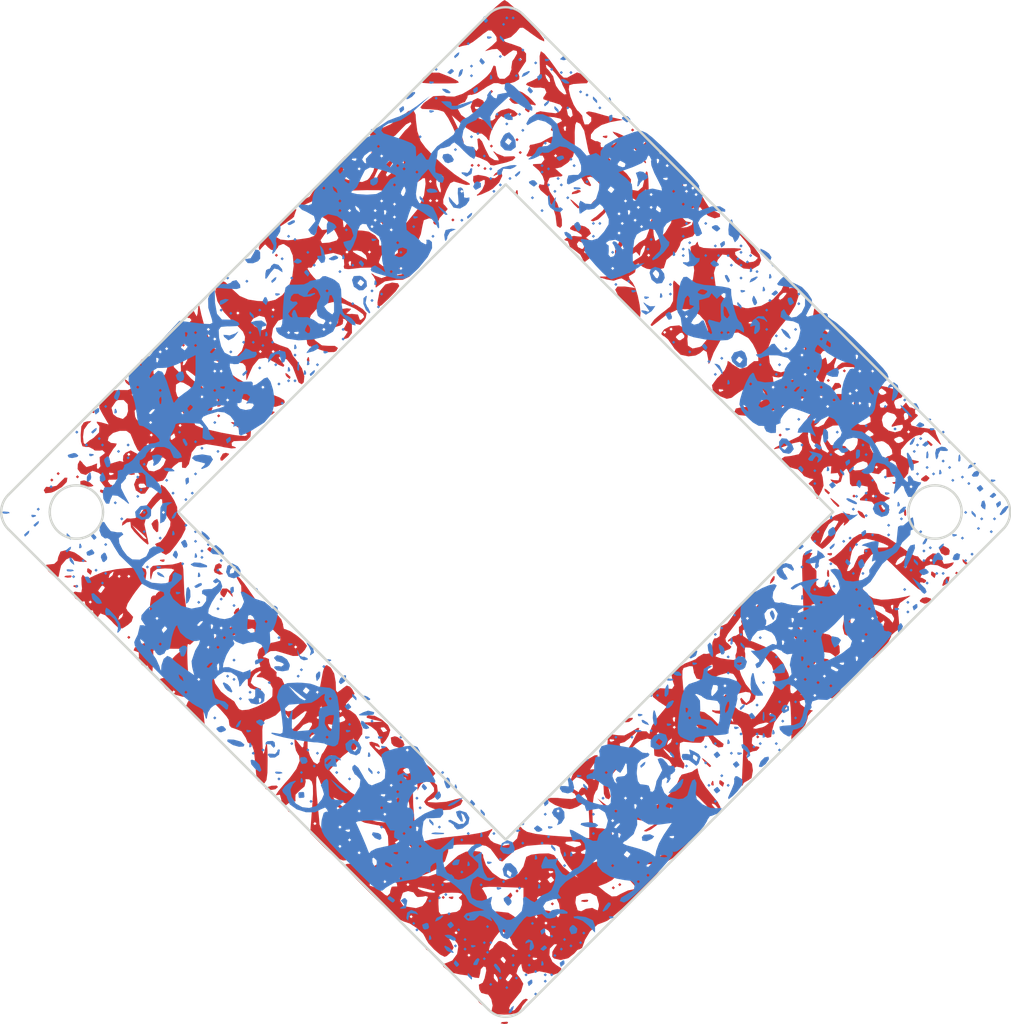
<source format=kicad_pcb>
(kicad_pcb (version 20240108) (generator "pcbnew") (generator_version "8.0")
  (title_block (title "ISW-OOZY") (rev "1.0"))
  (layers (0 "F.Cu" signal) (31 "B.Cu" signal) (34 "B.Paste" user) (35 "F.Paste" user) (36 "B.SilkS" user "B.Silkscreen") (37 "F.SilkS" user "F.Silkscreen") (38 "B.Mask" user) (39 "F.Mask" user) (44 "Edge.Cuts" user))
  (net 0 "")
  (footprint "isw-trishna:plate_cover_center_bg01" (layer "F.Cu") (at 41.398951 37.127811)
    (property "Reference" "G***" (hide yes))
    (property "Value" "LOGO" (hide yes))
    (fp_poly (pts (xy -18.520834 -1.256771) (xy -18.58698 -1.190625) (xy -18.653125 -1.256771) (xy -18.58698 -1.322917)) (fill solid) (layer "F.Cu"))
    (fp_poly (pts (xy -18.25625 -1.521355) (xy -18.322396 -1.455209) (xy -18.388542 -1.521355) (xy -18.322396 -1.5875)) (fill solid) (layer "F.Cu"))
    (fp_poly (pts (xy -17.462501 -1.389063) (xy -17.528646 -1.322917) (xy -17.594792 -1.389063) (xy -17.528646 -1.455209)) (fill solid) (layer "F.Cu"))
    (fp_poly (pts (xy -15.345834 5.22552) (xy -15.41198 5.291666) (xy -15.478125 5.22552) (xy -15.41198 5.159374)) (fill solid) (layer "F.Cu"))
    (fp_poly (pts (xy -14.419792 3.108854) (xy -14.485938 3.175) (xy -14.552084 3.108854) (xy -14.485938 3.042708)) (fill solid) (layer "F.Cu"))
    (fp_poly (pts (xy -14.155209 4.167187) (xy -14.221355 4.233333) (xy -14.287501 4.167187) (xy -14.221355 4.101041)) (fill solid) (layer "F.Cu"))
    (fp_poly (pts (xy -13.361459 -6.283855) (xy -13.427605 -6.217709) (xy -13.493751 -6.283855) (xy -13.427605 -6.350001)) (fill solid) (layer "F.Cu"))
    (fp_poly (pts (xy -13.096876 -6.813021) (xy -13.163021 -6.746876) (xy -13.229167 -6.813021) (xy -13.163021 -6.879167)) (fill solid) (layer "F.Cu"))
    (fp_poly (pts (xy -11.641667 -3.902605) (xy -11.707813 -3.836459) (xy -11.773959 -3.902605) (xy -11.707813 -3.96875)) (fill solid) (layer "F.Cu"))
    (fp_poly (pts (xy -11.1125 2.711979) (xy -11.178646 2.778125) (xy -11.244792 2.711979) (xy -11.178646 2.645833)) (fill solid) (layer "F.Cu"))
    (fp_poly (pts (xy -9.260417 -10.517188) (xy -9.326563 -10.451042) (xy -9.392709 -10.517188) (xy -9.326563 -10.583334)) (fill solid) (layer "F.Cu"))
    (fp_poly (pts (xy -8.73125 12.36927) (xy -8.797396 12.435416) (xy -8.863542 12.36927) (xy -8.797396 12.303124)) (fill solid) (layer "F.Cu"))
    (fp_poly (pts (xy -4.894792 15.279687) (xy -4.960938 15.345833) (xy -5.027084 15.279687) (xy -4.960938 15.213541)) (fill solid) (layer "F.Cu"))
    (fp_poly (pts (xy -4.497917 -12.633855) (xy -4.564063 -12.567709) (xy -4.630209 -12.633855) (xy -4.564063 -12.700001)) (fill solid) (layer "F.Cu"))
    (fp_poly (pts (xy -3.042709 18.057812) (xy -3.108855 18.123958) (xy -3.175 18.057812) (xy -3.108855 17.991666)) (fill solid) (layer "F.Cu"))
    (fp_poly (pts (xy -2.38125 15.941145) (xy -2.447396 16.007291) (xy -2.513542 15.941145) (xy -2.447396 15.875)) (fill solid) (layer "F.Cu"))
    (fp_poly (pts (xy -1.984375 -11.972396) (xy -2.050521 -11.90625) (xy -2.116667 -11.972396) (xy -2.050521 -12.038542)) (fill solid) (layer "F.Cu"))
    (fp_poly (pts (xy -1.190625 -14.221355) (xy -1.256771 -14.155209) (xy -1.322917 -14.221355) (xy -1.256771 -14.287501)) (fill solid) (layer "F.Cu"))
    (fp_poly (pts (xy -0.926042 -14.221355) (xy -0.992188 -14.155209) (xy -1.058334 -14.221355) (xy -0.992188 -14.287501)) (fill solid) (layer "F.Cu"))
    (fp_poly (pts (xy -0.661459 -14.089063) (xy -0.727605 -14.022917) (xy -0.79375 -14.089063) (xy -0.727605 -14.155209)) (fill solid) (layer "F.Cu"))
    (fp_poly (pts (xy -0.396875 -17.264063) (xy -0.463021 -17.197917) (xy -0.529167 -17.264063) (xy -0.463021 -17.330209)) (fill solid) (layer "F.Cu"))
    (fp_poly (pts (xy -0.396875 -15.015105) (xy -0.463021 -14.948959) (xy -0.529167 -15.015105) (xy -0.463021 -15.08125)) (fill solid) (layer "F.Cu"))
    (fp_poly (pts (xy 0.661458 -15.279688) (xy 0.595312 -15.213542) (xy 0.529166 -15.279688) (xy 0.595312 -15.345834)) (fill solid) (layer "F.Cu"))
    (fp_poly (pts (xy 0.661458 15.676562) (xy 0.595312 15.742708) (xy 0.529166 15.676562) (xy 0.595312 15.610416)) (fill solid) (layer "F.Cu"))
    (fp_poly (pts (xy 0.79375 -14.750521) (xy 0.727604 -14.684375) (xy 0.661458 -14.750521) (xy 0.727604 -14.816667)) (fill solid) (layer "F.Cu"))
    (fp_poly (pts (xy 2.116666 16.205729) (xy 2.05052 16.271875) (xy 1.984375 16.205729) (xy 2.05052 16.139583)) (fill solid) (layer "F.Cu"))
    (fp_poly (pts (xy 4.630208 15.54427) (xy 4.564062 15.610416) (xy 4.497916 15.54427) (xy 4.564062 15.478125)) (fill solid) (layer "F.Cu"))
    (fp_poly (pts (xy 4.894791 -14.882813) (xy 4.828645 -14.816667) (xy 4.762499 -14.882813) (xy 4.828645 -14.948959)) (fill solid) (layer "F.Cu"))
    (fp_poly (pts (xy 4.894791 15.411979) (xy 4.828645 15.478125) (xy 4.762499 15.411979) (xy 4.828645 15.345833)) (fill solid) (layer "F.Cu"))
    (fp_poly (pts (xy 5.423958 -15.676563) (xy 5.357812 -15.610417) (xy 5.291666 -15.676563) (xy 5.357812 -15.742709)) (fill solid) (layer "F.Cu"))
    (fp_poly (pts (xy 5.688541 -15.544271) (xy 5.622395 -15.478125) (xy 5.556249 -15.544271) (xy 5.622395 -15.610417)) (fill solid) (layer "F.Cu"))
    (fp_poly (pts (xy 7.937499 5.886979) (xy 7.871354 5.953124) (xy 7.805208 5.886979) (xy 7.871354 5.820833)) (fill solid) (layer "F.Cu"))
    (fp_poly (pts (xy 10.583333 9.326562) (xy 10.517187 9.392708) (xy 10.451041 9.326562) (xy 10.517187 9.260416)) (fill solid) (layer "F.Cu"))
    (fp_poly (pts (xy 11.509374 -3.108855) (xy 11.443229 -3.042709) (xy 11.377083 -3.108855) (xy 11.443229 -3.175)) (fill solid) (layer "F.Cu"))
    (fp_poly (pts (xy 13.49375 -5.357813) (xy 13.427604 -5.291667) (xy 13.361458 -5.357813) (xy 13.427604 -5.423959)) (fill solid) (layer "F.Cu"))
    (fp_poly (pts (xy 13.890625 6.81302) (xy 13.824479 6.879166) (xy 13.758333 6.81302) (xy 13.824479 6.746874)) (fill solid) (layer "F.Cu"))
    (fp_poly (pts (xy 14.155208 -6.416146) (xy 14.089062 -6.350001) (xy 14.022916 -6.416146) (xy 14.089062 -6.482292)) (fill solid) (layer "F.Cu"))
    (fp_poly (pts (xy 14.155208 -5.754688) (xy 14.089062 -5.688542) (xy 14.022916 -5.754688) (xy 14.089062 -5.820834)) (fill solid) (layer "F.Cu"))
    (fp_poly (pts (xy 14.552083 -0.595313) (xy 14.485937 -0.529167) (xy 14.419791 -0.595313) (xy 14.485937 -0.661459)) (fill solid) (layer "F.Cu"))
    (fp_poly (pts (xy 16.933333 -0.727605) (xy 16.867187 -0.661459) (xy 16.801041 -0.727605) (xy 16.867187 -0.79375)) (fill solid) (layer "F.Cu"))
    (fp_poly (pts (xy 18.785416 1.918229) (xy 18.71927 1.984375) (xy 18.653125 1.918229) (xy 18.71927 1.852083)) (fill solid) (layer "F.Cu"))
    (fp_poly (pts (xy 18.785416 2.579687) (xy 18.71927 2.645833) (xy 18.653125 2.579687) (xy 18.71927 2.513541)) (fill solid) (layer "F.Cu"))
    (fp_poly (pts (xy -17.762913 2.698198) (xy -17.802367 2.758326) (xy -17.936546 2.76768) (xy -18.077705 2.735372) (xy -18.016472 2.687754) (xy -17.809716 2.671983)) (fill solid) (layer "F.Cu"))
    (fp_poly (pts (xy -17.506598 3.086805) (xy -17.524757 3.165452) (xy -17.594792 3.175) (xy -17.703683 3.126596) (xy -17.682987 3.086805) (xy -17.525987 3.070972)) (fill solid) (layer "F.Cu"))
    (fp_poly (pts (xy -16.845139 -4.189237) (xy -16.829307 -4.032237) (xy -16.845139 -4.012848) (xy -16.923787 -4.031007) (xy -16.933334 -4.101042) (xy -16.88493 -4.209933)) (fill solid) (layer "F.Cu"))
    (fp_poly (pts (xy -13.934723 2.028472) (xy -13.952882 2.107119) (xy -14.022917 2.116666) (xy -14.131808 2.068263) (xy -14.111112 2.028472) (xy -13.954112 2.012639)) (fill solid) (layer "F.Cu"))
    (fp_poly (pts (xy -7.981598 -6.305903) (xy -7.965765 -6.148904) (xy -7.981598 -6.129514) (xy -8.060245 -6.147674) (xy -8.069792 -6.217709) (xy -8.021389 -6.3266)) (fill solid) (layer "F.Cu"))
    (fp_poly (pts (xy -4.136871 -12.383052) (xy -4.176326 -12.322924) (xy -4.310504 -12.31357) (xy -4.451664 -12.345878) (xy -4.39043 -12.393496) (xy -4.183674 -12.409267)) (fill solid) (layer "F.Cu"))
    (fp_poly (pts (xy -2.028473 15.919097) (xy -2.046632 15.997744) (xy -2.116667 16.007291) (xy -2.225558 15.958888) (xy -2.204862 15.919097) (xy -2.047862 15.903264)) (fill solid) (layer "F.Cu"))
    (fp_poly (pts (xy -0.044098 -16.889237) (xy -0.062257 -16.810589) (xy -0.132292 -16.801042) (xy -0.241183 -16.849446) (xy -0.220487 -16.889237) (xy -0.063487 -16.905069)) (fill solid) (layer "F.Cu"))
    (fp_poly (pts (xy 0.228754 21.08674) (xy 0.189299 21.146868) (xy 0.055121 21.156222) (xy -0.086039 21.123914) (xy -0.024805 21.076296) (xy 0.181951 21.060525)) (fill solid) (layer "F.Cu"))
    (fp_poly (pts (xy 0.617361 -13.18507) (xy 0.633193 -13.028071) (xy 0.617361 -13.008681) (xy 0.538713 -13.026841) (xy 0.529166 -13.096876) (xy 0.57757 -13.205767)) (fill solid) (layer "F.Cu"))
    (fp_poly (pts (xy 3.536046 16.059657) (xy 3.496591 16.119785) (xy 3.362413 16.129139) (xy 3.221253 16.09683) (xy 3.282486 16.049213) (xy 3.489242 16.033441)) (fill solid) (layer "F.Cu"))
    (fp_poly (pts (xy 4.321527 -15.434028) (xy 4.303368 -15.355381) (xy 4.233333 -15.345834) (xy 4.124442 -15.394237) (xy 4.145138 -15.434028) (xy 4.302138 -15.449861)) (fill solid) (layer "F.Cu"))
    (fp_poly (pts (xy 8.687152 11.156597) (xy 8.702985 11.313596) (xy 8.687152 11.332986) (xy 8.608505 11.314826) (xy 8.598958 11.244791) (xy 8.647361 11.1359)) (fill solid) (layer "F.Cu"))
    (fp_poly (pts (xy 11.729861 5.203472) (xy 11.745693 5.360471) (xy 11.729861 5.379861) (xy 11.651213 5.361701) (xy 11.641666 5.291666) (xy 11.69007 5.182775)) (fill solid) (layer "F.Cu"))
    (fp_poly (pts (xy 11.729861 5.732638) (xy 11.745693 5.889638) (xy 11.729861 5.909027) (xy 11.651213 5.890868) (xy 11.641666 5.820833) (xy 11.69007 5.711942)) (fill solid) (layer "F.Cu"))
    (fp_poly (pts (xy 13.185069 1.763888) (xy 13.166909 1.842536) (xy 13.096875 1.852083) (xy 12.987983 1.803679) (xy 13.00868 1.763888) (xy 13.165679 1.748056)) (fill solid) (layer "F.Cu"))
    (fp_poly (pts (xy 13.451828 2.488736) (xy 13.467599 2.695492) (xy 13.441384 2.742296) (xy 13.381256 2.702841) (xy 13.371902 2.568663) (xy 13.40421 2.427503)) (fill solid) (layer "F.Cu"))
    (fp_poly (pts (xy 13.581944 1.763888) (xy 13.563784 1.842536) (xy 13.49375 1.852083) (xy 13.384858 1.803679) (xy 13.405555 1.763888) (xy 13.562554 1.748056)) (fill solid) (layer "F.Cu"))
    (fp_poly (pts (xy 16.626828 -0.024805) (xy 16.642599 0.181951) (xy 16.616384 0.228754) (xy 16.556256 0.189299) (xy 16.546902 0.055121) (xy 16.57921 -0.086039)) (fill solid) (layer "F.Cu"))
    (fp_poly (pts (xy -15.498566 -5.370446) (xy -15.356545 -5.237242) (xy -15.385678 -5.160663) (xy -15.404172 -5.159376) (xy -15.516067 -5.25334) (xy -15.556904 -5.312107) (xy -15.572496 -5.402634)) (fill solid) (layer "F.Cu"))
    (fp_poly (pts (xy -15.366274 -5.635029) (xy -15.224253 -5.501825) (xy -15.253386 -5.425247) (xy -15.271881 -5.423959) (xy -15.383775 -5.517923) (xy -15.424612 -5.576691) (xy -15.440205 -5.667217)) (fill solid) (layer "F.Cu"))
    (fp_poly (pts (xy -8.883982 -5.635029) (xy -8.741961 -5.501825) (xy -8.771095 -5.425247) (xy -8.789589 -5.423959) (xy -8.901483 -5.517923) (xy -8.942321 -5.576691) (xy -8.957913 -5.667217)) (fill solid) (layer "F.Cu"))
    (fp_poly (pts (xy -0.946482 20.161846) (xy -0.804461 20.29505) (xy -0.833595 20.371628) (xy -0.852089 20.372916) (xy -0.963983 20.278952) (xy -1.004821 20.220184) (xy -1.020413 20.129658)) (fill solid) (layer "F.Cu"))
    (fp_poly (pts (xy 3.193085 -13.20109) (xy 3.223796 -13.132929) (xy 3.053312 -13.061317) (xy 2.849092 -13.031267) (xy 2.873646 -13.112925) (xy 2.879784 -13.11916) (xy 3.108479 -13.212417)) (fill solid) (layer "F.Cu"))
    (fp_poly (pts (xy 5.356875 8.600473) (xy 5.215381 8.710138) (xy 5.063748 8.728542) (xy 5.027083 8.679257) (xy 5.130853 8.594294) (xy 5.232391 8.548481) (xy 5.368953 8.539235)) (fill solid) (layer "F.Cu"))
    (fp_poly (pts (xy 11.204403 2.848424) (xy 11.128915 2.945694) (xy 11.017684 3.029295) (xy 11.045441 2.896736) (xy 11.054859 2.871638) (xy 11.15966 2.709641) (xy 11.219242 2.708478)) (fill solid) (layer "F.Cu"))
    (fp_poly (pts (xy 13.341018 -0.872529) (xy 13.481924 -0.749553) (xy 13.49375 -0.719797) (xy 13.430967 -0.665424) (xy 13.300255 -0.787261) (xy 13.282679 -0.814191) (xy 13.267087 -0.904717)) (fill solid) (layer "F.Cu"))
    (fp_poly (pts (xy 14.796226 -6.428779) (xy 14.938247 -6.295575) (xy 14.909114 -6.218997) (xy 14.890619 -6.217709) (xy 14.778725 -6.311673) (xy 14.737888 -6.370441) (xy 14.722295 -6.460967)) (fill solid) (layer "F.Cu"))
    (fp_poly (pts (xy 14.83032 0.080134) (xy 14.939003 0.236406) (xy 14.929132 0.326187) (xy 14.815839 0.281214) (xy 14.712232 0.185094) (xy 14.627905 0.035808) (xy 14.671351 0)) (fill solid) (layer "F.Cu"))
    (fp_poly (pts (xy 17.574351 -2.856904) (xy 17.715257 -2.733928) (xy 17.727083 -2.704172) (xy 17.6643 -2.649799) (xy 17.533588 -2.771636) (xy 17.516013 -2.798566) (xy 17.50042 -2.889092)) (fill solid) (layer "F.Cu"))
    (fp_poly (pts (xy 19.029559 2.037888) (xy 19.17158 2.171091) (xy 19.142447 2.24767) (xy 19.123953 2.248958) (xy 19.012058 2.154994) (xy 18.971221 2.096226) (xy 18.955629 2.005699)) (fill solid) (layer "F.Cu"))
    (fp_poly (pts (xy -16.938718 2.477282) (xy -16.933334 2.513541) (xy -16.97847 2.642393) (xy -16.991672 2.645833) (xy -17.104619 2.553131) (xy -17.131771 2.513541) (xy -17.121283 2.391637) (xy -17.073433 2.38125)) (fill solid) (layer "F.Cu"))
    (fp_poly (pts (xy -14.190479 0.495004) (xy -14.188282 0.592838) (xy -14.20045 0.861886) (xy -14.264737 0.895818) (xy -14.405225 0.745156) (xy -14.47904 0.548433) (xy -14.371814 0.411952) (xy -14.236796 0.346965)) (fill solid) (layer "F.Cu"))
    (fp_poly (pts (xy -12.038542 1.521354) (xy -11.912338 1.640232) (xy -11.90625 1.661453) (xy -12.008603 1.718274) (xy -12.038542 1.719791) (xy -12.16575 1.618092) (xy -12.170834 1.579692) (xy -12.089787 1.500683)) (fill solid) (layer "F.Cu"))
    (fp_poly (pts (xy -11.274828 -2.336796) (xy -11.310938 -2.278467) (xy -11.517327 -2.088821) (xy -11.542448 -2.060007) (xy -11.624962 -2.058857) (xy -11.641667 -2.160764) (xy -11.53394 -2.346594) (xy -11.410157 -2.379225)) (fill solid) (layer "F.Cu"))
    (fp_poly (pts (xy -9.414642 -4.072738) (xy -9.392709 -4.04905) (xy -9.496155 -3.963748) (xy -9.591146 -3.92091) (xy -9.761493 -3.918161) (xy -9.789584 -3.972902) (xy -9.68237 -4.086607) (xy -9.591146 -4.101042)) (fill solid) (layer "F.Cu"))
    (fp_poly (pts (xy -9.260417 11.389468) (xy -9.371327 11.486926) (xy -9.525 11.509374) (xy -9.740347 11.488035) (xy -9.789584 11.458658) (xy -9.680505 11.389166) (xy -9.525 11.338751) (xy -9.314051 11.331332)) (fill solid) (layer "F.Cu"))
    (fp_poly (pts (xy 0.395358 15.845061) (xy 0.396875 15.875) (xy 0.295175 16.002207) (xy 0.256775 16.007291) (xy 0.177766 15.926244) (xy 0.198437 15.875) (xy 0.317315 15.748795) (xy 0.338536 15.742708)) (fill solid) (layer "F.Cu"))
    (fp_poly (pts (xy 0.544566 -16.992274) (xy 0.602378 -16.963767) (xy 0.733637 -16.83168) (xy 0.705203 -16.761932) (xy 0.499752 -16.75612) (xy 0.394389 -16.802578) (xy 0.270351 -16.942115) (xy 0.343014 -17.022864)) (fill solid) (layer "F.Cu"))
    (fp_poly (pts (xy 2.847636 -12.790776) (xy 2.943489 -12.716875) (xy 3.126708 -12.553681) (xy 3.175 -12.485365) (xy 3.110648 -12.445766) (xy 2.934784 -12.615709) (xy 2.893542 -12.666928) (xy 2.779129 -12.823626)) (fill solid) (layer "F.Cu"))
    (fp_poly (pts (xy 5.392427 13.270563) (xy 5.423352 13.306322) (xy 5.233373 13.326387) (xy 5.093229 13.328096) (xy 4.837035 13.315071) (xy 4.798166 13.285192) (xy 4.863261 13.267893) (xy 5.207964 13.246594)) (fill solid) (layer "F.Cu"))
    (fp_poly (pts (xy 8.271594 10.227974) (xy 8.367447 10.301875) (xy 8.550666 10.465069) (xy 8.598958 10.533385) (xy 8.534607 10.572984) (xy 8.358742 10.403041) (xy 8.3175 10.351822) (xy 8.203088 10.195124)) (fill solid) (layer "F.Cu"))
    (fp_poly (pts (xy 9.122741 11.208532) (xy 9.128124 11.244791) (xy 9.082989 11.373643) (xy 9.069786 11.377083) (xy 8.95684 11.284381) (xy 8.929687 11.244791) (xy 8.940176 11.122887) (xy 8.988025 11.112499)) (fill solid) (layer "F.Cu"))
    (fp_poly (pts (xy 11.056949 3.369516) (xy 11.046354 3.439583) (xy 10.933197 3.565649) (xy 10.914062 3.571875) (xy 10.808884 3.479607) (xy 10.78177 3.439583) (xy 10.813185 3.327506) (xy 10.914062 3.307291)) (fill solid) (layer "F.Cu"))
    (fp_poly (pts (xy 12.286725 4.912564) (xy 12.280741 5.169846) (xy 12.231467 5.375109) (xy 12.13479 5.33875) (xy 12.050762 5.241744) (xy 11.9377 5.017785) (xy 12.015485 4.864931) (xy 12.194582 4.774528)) (fill solid) (layer "F.Cu"))
    (fp_poly (pts (xy 13.563261 -0.487651) (xy 13.659114 -0.41375) (xy 13.842333 -0.250556) (xy 13.890625 -0.18224) (xy 13.826273 -0.142641) (xy 13.650409 -0.312584) (xy 13.609167 -0.363803) (xy 13.494754 -0.520501)) (fill solid) (layer "F.Cu"))
    (fp_poly (pts (xy 14.684364 -4.398144) (xy 14.684375 -4.392084) (xy 14.651836 -4.139281) (xy 14.554371 -4.142813) (xy 14.478813 -4.244861) (xy 14.478907 -4.450739) (xy 14.537151 -4.535902) (xy 14.650632 -4.585311)) (fill solid) (layer "F.Cu"))
    (fp_poly (pts (xy 17.591228 -1.354304) (xy 17.594791 -1.322917) (xy 17.487111 -1.206816) (xy 17.388546 -1.190625) (xy 17.251617 -1.254759) (xy 17.264062 -1.322917) (xy 17.433191 -1.450163) (xy 17.470307 -1.455209)) (fill solid) (layer "F.Cu"))
    (fp_poly (pts (xy 17.653229 3.622801) (xy 17.660937 3.704166) (xy 17.469527 3.825891) (xy 17.388546 3.836458) (xy 17.217566 3.762491) (xy 17.197916 3.704166) (xy 17.30905 3.597721) (xy 17.470307 3.571875)) (fill solid) (layer "F.Cu"))
    (fp_poly (pts (xy 17.853991 2.609573) (xy 17.859375 2.645833) (xy 17.814239 2.774685) (xy 17.801036 2.778125) (xy 17.68809 2.685423) (xy 17.660937 2.645833) (xy 17.671426 2.523928) (xy 17.719275 2.513541)) (fill solid) (layer "F.Cu"))
    (fp_poly (pts (xy 18.380177 1.561918) (xy 18.436381 1.653645) (xy 18.410241 1.813683) (xy 18.245729 1.852533) (xy 18.079861 1.763888) (xy 17.995275 1.571331) (xy 18.123906 1.459502) (xy 18.17595 1.455208)) (fill solid) (layer "F.Cu"))
    (fp_poly (pts (xy 18.424265 2.730928) (xy 18.398886 2.901708) (xy 18.30851 3.014851) (xy 18.15973 3.109665) (xy 18.125984 3.080997) (xy 18.188083 2.880063) (xy 18.313213 2.730258) (xy 18.420967 2.725948)) (fill solid) (layer "F.Cu"))
    (fp_poly (pts (xy -17.03076 -1.162993) (xy -17.010081 -1.14859) (xy -16.864156 -1.021734) (xy -16.956863 -0.984516) (xy -17.06645 -0.982739) (xy -17.319302 -1.021805) (xy -17.408225 -1.077541) (xy -17.408276 -1.211294) (xy -17.251106 -1.245372)) (fill solid) (layer "F.Cu"))
    (fp_poly (pts (xy -4.328643 9.333677) (xy -4.106894 9.487251) (xy -4.044565 9.664154) (xy -4.157862 9.77948) (xy -4.241638 9.789583) (xy -4.495312 9.699516) (xy -4.584558 9.58544) (xy -4.611108 9.34996) (xy -4.44868 9.298684)) (fill solid) (layer "F.Cu"))
    (fp_poly (pts (xy 6.368417 12.956731) (xy 6.10669 13.149213) (xy 5.91642 13.229166) (xy 5.821666 13.201603) (xy 5.831857 13.189127) (xy 5.972571 13.101512) (xy 6.243912 12.940119) (xy 6.283854 12.916692) (xy 6.680729 12.684296)) (fill solid) (layer "F.Cu"))
    (fp_poly (pts (xy -5.173809 -12.2459) (xy -5.032787 -12.103991) (xy -4.887806 -11.891081) (xy -4.798087 -11.705201) (xy -4.808777 -11.641667) (xy -4.911745 -11.739837) (xy -5.084188 -11.977209) (xy -5.091737 -11.988685) (xy -5.206346 -12.197732) (xy -5.188158 -12.253567)) (fill solid) (layer "F.Cu"))
    (fp_poly (pts (xy 10.699773 3.811193) (xy 10.715624 3.902604) (xy 10.608286 4.065031) (xy 10.484114 4.090597) (xy 10.358246 4.056936) (xy 10.418793 4.013152) (xy 10.526129 3.883087) (xy 10.510204 3.825159) (xy 10.531941 3.711578) (xy 10.575525 3.704166)) (fill solid) (layer "F.Cu"))
    (fp_poly (pts (xy -4.313529 -9.361865) (xy -4.260545 -9.250498) (xy -4.406306 -9.030354) (xy -4.696355 -8.73125) (xy -4.971456 -8.473607) (xy -5.108335 -8.388559) (xy -5.154879 -8.460639) (xy -5.159376 -8.581705) (xy -5.072579 -9.029058) (xy -4.836356 -9.314238) (xy -4.559408 -9.392709)) (fill solid) (layer "F.Cu"))
    (fp_poly (pts (xy 4.089206 -13.005156) (xy 4.057924 -12.894801) (xy 3.904564 -12.704439) (xy 3.711455 -12.522057) (xy 3.560927 -12.435641) (xy 3.556098 -12.435417) (xy 3.561195 -12.515855) (xy 3.715941 -12.712269) (xy 3.741966 -12.739761) (xy 3.958219 -12.938192) (xy 4.085662 -13.006876)) (fill solid) (layer "F.Cu"))
    (fp_poly (pts (xy -17.942453 -1.350313) (xy -17.969522 -1.175411) (xy -18.173559 -0.965646) (xy -18.485595 -0.783715) (xy -18.620053 -0.734337) (xy -18.855267 -0.711252) (xy -18.917709 -0.838596) (xy -18.823102 -0.977795) (xy -18.6686 -0.96842) (xy -18.386938 -1.02141) (xy -18.219391 -1.188959) (xy -18.049613 -1.357522)) (fill solid) (layer "F.Cu"))
    (fp_poly (pts (xy -11.576855 2.2468) (xy -11.598891 2.368388) (xy -11.666933 2.383275) (xy -11.753699 2.419793) (xy -11.641667 2.513541) (xy -11.52005 2.616062) (xy -11.645082 2.64338) (xy -11.67474 2.643807) (xy -11.870441 2.55642) (xy -11.90625 2.455203) (xy -11.834892 2.240644) (xy -11.684551 2.169153)) (fill solid) (layer "F.Cu"))
    (fp_poly (pts (xy 4.490303 -12.838439) (xy 4.491949 -12.81706) (xy 4.407718 -12.535346) (xy 4.19485 -12.227942) (xy 3.932974 -11.98925) (xy 3.727637 -11.910938) (xy 3.630055 -11.948206) (xy 3.769887 -12.060672) (xy 3.835624 -12.098211) (xy 4.132884 -12.357216) (xy 4.325751 -12.655763) (xy 4.434369 -12.851285)) (fill solid) (layer "F.Cu"))
    (fp_poly (pts (xy -11.194523 3.339341) (xy -11.146464 3.439583) (xy -11.122176 3.57092) (xy -11.203365 3.480712) (xy -11.232695 3.439583) (xy -11.348849 3.330178) (xy -11.375058 3.40651) (xy -11.460656 3.56026) (xy -11.509375 3.571875) (xy -11.625173 3.464071) (xy -11.641667 3.363737) (xy -11.555458 3.215669) (xy -11.369883 3.213131)) (fill solid) (layer "F.Cu"))
    (fp_poly (pts (xy -2.147968 -17.856588) (xy -2.050521 -17.80636) (xy -1.851977 -17.69616) (xy -1.80138 -17.633346) (xy -1.931591 -17.604509) (xy -2.275474 -17.596242) (xy -2.567119 -17.595607) (xy -3.043263 -17.598367) (xy -3.297591 -17.618822) (xy -3.372868 -17.673623) (xy -3.311859 -17.779423) (xy -3.242025 -17.858404) (xy -2.971719 -18.04171) (xy -2.623703 -18.041832)) (fill solid) (layer "F.Cu"))
    (fp_poly (pts (xy -0.809871 -16.896538) (xy -0.656894 -16.629198) (xy -0.713285 -16.410514) (xy -0.954579 -16.318039) (xy -0.992095 -16.318943) (xy -1.251724 -16.399773) (xy -1.322824 -16.621524) (xy -1.321802 -16.624653) (xy -1.146528 -16.624653) (xy -1.128369 -16.546006) (xy -1.058334 -16.536459) (xy -0.949443 -16.584862) (xy -0.970139 -16.624653) (xy -1.127139 -16.640486) (xy -1.146528 -16.624653) (xy -1.321802 -16.624653) (xy -1.235005 -16.890509) (xy -1.030737 -16.994397)) (fill solid) (layer "F.Cu"))
    (fp_poly (pts (xy 0.819839 -17.227966) (xy 1.059655 -17.055217) (xy 1.183921 -16.940037) (xy 1.364641 -16.739688) (xy 1.348787 -16.688066) (xy 1.265008 -16.71343) (xy 1.095582 -16.738132) (xy 1.105597 -16.604105) (xy 1.109095 -16.432843) (xy 1.054181 -16.404167) (xy 0.929735 -16.504964) (xy 0.926041 -16.536459) (xy 0.953783 -16.710854) (xy 0.959114 -16.721007) (xy 0.905802 -16.84479) (xy 0.749249 -17.041708) (xy 0.615865 -17.232619) (xy 0.655652 -17.290902)) (fill solid) (layer "F.Cu"))
    (fp_poly (pts (xy -17.65166 1.72494) (xy -17.462501 1.849161) (xy -17.131771 2.110783) (xy -17.429428 2.113725) (xy -17.661662 2.065819) (xy -17.727084 1.983253) (xy -17.817489 1.935609) (xy -17.991667 2.015076) (xy -18.202352 2.265278) (xy -18.25625 2.479218) (xy -18.307297 2.729753) (xy -18.462403 2.739183) (xy -18.719271 2.513541) (xy -18.852994 2.310795) (xy -18.805921 2.232421) (xy -18.528298 2.203168) (xy -18.487761 2.199006) (xy -18.35287 2.073384) (xy -18.322396 1.917887) (xy -18.22628 1.690835) (xy -17.981111 1.624794)) (fill solid) (layer "F.Cu"))
    (fp_poly (pts (xy -5.279775 8.455749) (xy -4.975275 8.613797) (xy -4.723824 8.84009) (xy -4.630209 9.046296) (xy -4.703052 9.275668) (xy -4.815548 9.463312) (xy -4.955793 9.630554) (xy -5.017564 9.568136) (xy -5.047058 9.39269) (xy -5.19958 9.083887) (xy -5.317756 8.988025) (xy -5.027084 8.988025) (xy -4.931052 9.122741) (xy -4.894792 9.128124) (xy -4.76594 9.082989) (xy -4.762501 9.069786) (xy -4.855202 8.95684) (xy -4.894792 8.929687) (xy -5.016697 8.940176) (xy -5.027084 8.988025) (xy -5.317756 8.988025) (xy -5.423959 8.901876) (xy -5.754688 8.73515) (xy -5.357813 8.717548) (xy -4.960938 8.699945) (xy -5.357813 8.612748) (xy -5.602178 8.540375) (xy -5.604642 8.472524) (xy -5.531621 8.437354)) (fill solid) (layer "F.Cu"))
    (fp_poly (pts (xy -2.910417 11.134421) (xy -2.706129 11.310741) (xy -2.673043 11.575909) (xy -2.807742 11.819995) (xy -2.934182 11.898684) (xy -3.100709 11.977684) (xy -3.057382 12.015491) (xy -2.77816 12.029412) (xy -2.736356 12.030156) (xy -2.335121 12.001573) (xy -2.014262 11.920534) (xy -1.983707 11.905892) (xy -1.749673 11.852762) (xy -1.641757 11.944204) (xy -1.724783 12.114161) (xy -1.754322 12.139652) (xy -2.163641 12.327395) (xy -2.635703 12.352951) (xy -2.71198 12.338171) (xy -3.022717 12.215068) (xy -3.15222 12.131857) (xy -3.23883 11.997063) (xy -3.122477 11.838248) (xy -3.026449 11.761693) (xy -2.82627 11.578205) (xy -2.828311 11.424579) (xy -2.916938 11.301899) (xy -3.039297 11.134076) (xy -2.980415 11.113525)) (fill solid) (layer "F.Cu"))
    (fp_poly (pts (xy -0.056272 -13.990994) (xy -0.012939 -13.785962) (xy -0.144732 -13.51679) (xy -0.403905 -13.261926) (xy -0.55643 -13.169249) (xy -0.869492 -13.026585) (xy -1.051908 -12.968686) (xy -1.060162 -13.006116) (xy -0.982538 -13.065828) (xy -0.836573 -13.233383) (xy -0.739776 -13.448984) (xy -0.732899 -13.604479) (xy -0.771444 -13.626042) (xy -0.94593 -13.543894) (xy -1.01416 -13.485008) (xy -1.147505 -13.441292) (xy -1.219558 -13.5901) (xy -1.205494 -13.783685) (xy -1.005763 -13.829473) (xy -0.69034 -13.771614) (xy -0.550713 -13.709449) (xy -0.315331 -13.691944) (xy -0.219984 -13.76281) (xy -0.139458 -13.873195) (xy -0.264584 -13.82448) (xy -0.390943 -13.774059) (xy -0.312446 -13.881829) (xy -0.299862 -13.895471) (xy -0.126445 -14.006245)) (fill solid) (layer "F.Cu"))
    (fp_poly (pts (xy 4.739013 -15.553154) (xy 5.032179 -15.41595) (xy 5.32545 -15.250686) (xy 5.523047 -15.10924) (xy 5.556249 -15.0609) (xy 5.654139 -15.009096) (xy 5.753927 -15.033119) (xy 5.881866 -15.167174) (xy 5.865779 -15.247845) (xy 5.863058 -15.322107) (xy 5.952725 -15.279935) (xy 6.043726 -15.16324) (xy 5.907212 -15.013601) (xy 5.896562 -15.005754) (xy 5.743678 -14.824946) (xy 5.801305 -14.589152) (xy 5.81503 -14.562926) (xy 5.917341 -14.335293) (xy 5.888509 -14.303261) (xy 5.756033 -14.45068) (xy 5.588008 -14.696258) (xy 5.396892 -14.959108) (xy 5.256136 -15.0852) (xy 5.239622 -15.087202) (xy 5.084497 -15.148787) (xy 4.828412 -15.322564) (xy 4.806139 -15.339902) (xy 4.596835 -15.520648) (xy 4.535021 -15.608743) (xy 4.541733 -15.610417)) (fill solid) (layer "F.Cu"))
    (fp_poly (pts (xy -0.846269 -15.205211) (xy -0.726601 -14.93184) (xy -0.721889 -14.916162) (xy -0.546436 -14.574466) (xy -0.334941 -14.437882) (xy -0.158656 -14.424067) (xy -0.18549 -14.525498) (xy -0.268795 -14.636044) (xy -0.393465 -14.803766) (xy -0.340408 -14.784896) (xy -0.232216 -14.701835) (xy 0.069678 -14.583393) (xy 0.263878 -14.590231) (xy 0.475251 -14.598845) (xy 0.529166 -14.542219) (xy 0.415805 -14.432431) (xy 0.165364 -14.345117) (xy -0.163764 -14.267993) (xy -0.363803 -14.214457) (xy -0.514336 -14.237308) (xy -0.529167 -14.281393) (xy -0.642512 -14.392396) (xy -0.924635 -14.523196) (xy -1.025261 -14.557805) (xy -1.461142 -14.720738) (xy -1.639469 -14.850558) (xy -1.564617 -14.951527) (xy -1.463952 -14.985004) (xy -1.248396 -14.994977) (xy -1.190625 -14.936574) (xy -1.091389 -14.818463) (xy -1.070719 -14.816667) (xy -1.002669 -14.922021) (xy -1.020002 -15.08125) (xy -1.042152 -15.307152) (xy -0.967847 -15.339393)) (fill solid) (layer "F.Cu"))
    (fp_poly (pts (xy 14.314001 0.146332) (xy 14.386029 0.285913) (xy 14.227917 0.499243) (xy 14.068257 0.63014) (xy 14.06513 0.565581) (xy 14.081906 0.529166) (xy 14.079049 0.480196) (xy 13.948297 0.614566) (xy 13.911152 0.659481) (xy 13.742922 0.900076) (xy 13.696043 1.039088) (xy 13.698829 1.042926) (xy 13.644993 1.145693) (xy 13.481118 1.331263) (xy 13.296002 1.507885) (xy 13.178441 1.58381) (xy 13.175851 1.583292) (xy 13.075389 1.511408) (xy 12.93151 1.403343) (xy 12.917157 1.389062) (xy 13.088618 1.389062) (xy 13.496249 0.943693) (xy 13.724964 0.66624) (xy 13.837694 0.473247) (xy 13.836812 0.431256) (xy 13.656415 0.401548) (xy 13.446012 0.57129) (xy 13.26332 0.890314) (xy 13.241649 0.948588) (xy 13.088618 1.389062) (xy 12.917157 1.389062) (xy 12.745874 1.21864) (xy 12.7 1.119288) (xy 12.802486 0.93144) (xy 13.058451 0.674885) (xy 13.390647 0.410421) (xy 13.721831 0.198846) (xy 13.974758 0.100958) (xy 13.995355 0.099737)) (fill solid) (layer "F.Cu"))
    (fp_poly (pts (xy 3.392966 -11.702939) (xy 3.561198 -11.588386) (xy 3.644647 -11.413826) (xy 3.544323 -11.323803) (xy 3.441898 -11.237287) (xy 3.546889 -11.164926) (xy 3.638116 -11.061209) (xy 3.531204 -10.877339) (xy 3.489924 -10.830454) (xy 3.351751 -10.659671) (xy 3.396253 -10.599423) (xy 3.661938 -10.609587) (xy 3.698953 -10.612663) (xy 4.038519 -10.592592) (xy 4.175943 -10.480808) (xy 4.173496 -10.403844) (xy 4.146241 -10.447735) (xy 3.966888 -10.576085) (xy 3.690705 -10.47661) (xy 3.549218 -10.364393) (xy 3.369628 -10.226371) (xy 3.310403 -10.277956) (xy 3.307291 -10.342038) (xy 3.201322 -10.543449) (xy 2.981077 -10.713209) (xy 2.767624 -10.873431) (xy 2.72913 -10.986024) (xy 3.061565 -10.986024) (xy 3.104748 -10.854561) (xy 3.269847 -10.773686) (xy 3.327959 -10.794545) (xy 3.383638 -10.934799) (xy 3.321023 -11.019394) (xy 3.143167 -11.095167) (xy 3.061565 -10.986024) (xy 2.72913 -10.986024) (xy 2.724301 -11.000147) (xy 2.68871 -11.102482) (xy 2.620567 -11.114526) (xy 2.533949 -11.150911) (xy 2.645833 -11.243798) (xy 2.933635 -11.315257) (xy 3.092348 -11.293745) (xy 3.263728 -11.279892) (xy 3.249905 -11.362911) (xy 3.049477 -11.497937) (xy 2.968755 -11.509375) (xy 2.797775 -11.583342) (xy 2.778125 -11.641667) (xy 2.882863 -11.749837) (xy 3.124233 -11.767783)) (fill solid) (layer "F.Cu"))
    (fp_poly (pts (xy -11.309319 -5.854199) (xy -11.317582 -5.810084) (xy -11.257425 -5.678771) (xy -11.00004 -5.482852) (xy -10.595611 -5.251481) (xy -10.094325 -5.013812) (xy -9.625598 -4.827181) (xy -9.207985 -4.665863) (xy -9.005374 -4.551313) (xy -8.979607 -4.453403) (xy -9.051749 -4.374116) (xy -9.365592 -4.272533) (xy -9.85503 -4.315819) (xy -10.478453 -4.497762) (xy -10.829222 -4.639585) (xy -11.284079 -4.801926) (xy -11.535546 -4.801322) (xy -11.581197 -4.63799) (xy -11.560725 -4.573208) (xy -11.590903 -4.353207) (xy -11.65513 -4.291159) (xy -11.76283 -4.273655) (xy -11.733156 -4.413432) (xy -11.767537 -4.681699) (xy -11.975258 -4.922012) (xy -12.203542 -5.179735) (xy -12.302357 -5.408757) (xy -12.302468 -5.414743) (xy -12.239075 -5.479877) (xy -12.051151 -5.31343) (xy -11.976497 -5.225521) (xy -11.768002 -5.012222) (xy -11.655499 -4.982108) (xy -11.652841 -4.992232) (xy -10.544529 -4.992232) (xy -10.517188 -4.894792) (xy -10.328394 -4.779685) (xy -10.211724 -4.764526) (xy -10.063673 -4.785935) (xy -10.159837 -4.87739) (xy -10.186459 -4.894792) (xy -10.428841 -5.011655) (xy -10.544529 -4.992232) (xy -11.652841 -4.992232) (xy -11.646425 -5.016667) (xy -11.725531 -5.25749) (xy -11.852282 -5.437414) (xy -11.985195 -5.604308) (xy -11.907575 -5.626304) (xy -11.763822 -5.591931) (xy -11.550529 -5.569758) (xy -11.532188 -5.687999) (xy -11.540595 -5.711375) (xy -11.522278 -5.881694) (xy -11.436436 -5.909028)) (fill solid) (layer "F.Cu"))
    (fp_poly (pts (xy 8.069649 10.780498) (xy 8.069791 10.802832) (xy 8.153702 11.047107) (xy 8.370229 11.392043) (xy 8.582009 11.657159) (xy 8.866671 12.003608) (xy 8.982869 12.221632) (xy 8.954868 12.364075) (xy 8.922783 12.39922) (xy 8.778251 12.458941) (xy 8.591652 12.353248) (xy 8.348461 12.100519) (xy 8.325569 12.076462) (xy 8.620283 12.076462) (xy 8.652471 12.150393) (xy 8.785675 12.292414) (xy 8.862253 12.26328) (xy 8.863541 12.244786) (xy 8.769577 12.132892) (xy 8.710809 12.092054) (xy 8.620283 12.076462) (xy 8.325569 12.076462) (xy 8.087552 11.826336) (xy 7.891513 11.661186) (xy 7.842322 11.639618) (xy 7.705699 11.730543) (xy 7.460961 11.967408) (xy 7.246916 12.201858) (xy 6.984152 12.476853) (xy 6.804045 12.615171) (xy 6.750822 12.600781) (xy 6.830402 12.447265) (xy 6.879166 12.435416) (xy 7.004256 12.332235) (xy 7.011458 12.282621) (xy 6.934994 12.235451) (xy 6.769212 12.349055) (xy 6.561744 12.490681) (xy 6.457334 12.498654) (xy 6.33029 12.526792) (xy 6.220361 12.630657) (xy 6.045821 12.79029) (xy 5.969999 12.816575) (xy 5.80239 12.785616) (xy 5.463758 12.72348) (xy 5.208416 12.676735) (xy 4.589955 12.483216) (xy 4.216229 12.204582) (xy 3.902604 11.856553) (xy 4.284246 12.145985) (xy 4.764107 12.366276) (xy 5.35452 12.43521) (xy 5.945304 12.347304) (xy 6.208519 12.24173) (xy 6.546523 12.00748) (xy 6.881647 11.683362) (xy 7.146346 11.345652) (xy 7.273076 11.070627) (xy 7.276041 11.036204) (xy 7.384831 10.878315) (xy 7.514166 10.847916) (xy 7.807619 10.764159) (xy 7.911041 10.689166) (xy 8.034016 10.618517)) (fill solid) (layer "F.Cu"))
    (fp_poly (pts (xy -13.914365 -0.953515) (xy -13.718213 -0.704889) (xy -13.53337 -0.403526) (xy -13.41786 -0.141399) (xy -13.412293 -0.024775) (xy -13.383133 0.143606) (xy -13.234969 0.325478) (xy -13.077276 0.533319) (xy -13.075911 0.774677) (xy -13.242774 1.10588) (xy -13.46664 1.422135) (xy -13.71371 1.726811) (xy -13.884432 1.827388) (xy -14.051116 1.738643) (xy -14.203351 1.572676) (xy -14.328501 1.387329) (xy -14.272346 1.350034) (xy -14.26971 1.350895) (xy -14.10179 1.282914) (xy -13.901694 1.03809) (xy -13.85365 0.954792) (xy -13.705748 0.645142) (xy -13.692036 0.45621) (xy -13.80688 0.284096) (xy -13.816692 0.273188) (xy -13.984291 -0.041521) (xy -14.026476 -0.275001) (xy -14.039707 -0.456333) (xy -14.103945 -0.476155) (xy -14.264565 -0.318233) (xy -14.425322 -0.132292) (xy -14.68597 0.250676) (xy -14.76905 0.559786) (xy -14.764216 0.595312) (xy -14.687458 0.942945) (xy -14.633423 1.178978) (xy -14.595324 1.373331) (xy -14.638454 1.40271) (xy -14.807014 1.25979) (xy -14.946175 1.127146) (xy -15.187355 0.876077) (xy -15.3166 0.702329) (xy -15.323914 0.675771) (xy -15.332466 0.595312) (xy -15.279688 0.595312) (xy -15.027674 0.892968) (xy -14.793116 1.142937) (xy -14.690958 1.179026) (xy -14.684375 1.144982) (xy -14.77359 1.036943) (xy -14.982032 0.847326) (xy -15.279688 0.595312) (xy -15.332466 0.595312) (xy -15.346254 0.465589) (xy -15.491536 0.489389) (xy -15.5473 0.53168) (xy -15.690522 0.627868) (xy -15.680271 0.521799) (xy -15.663925 0.47779) (xy -15.49043 0.319352) (xy -15.340418 0.332448) (xy -15.144351 0.311839) (xy -14.912746 0.106526) (xy -14.688271 -0.192777) (xy -14.437345 -0.524886) (xy -14.229434 -0.743143) (xy -14.141046 -0.79375) (xy -14.067965 -0.875173) (xy -14.089063 -0.926042) (xy -14.097787 -1.048166) (xy -14.063798 -1.05743)) (fill solid) (layer "F.Cu"))
    (fp_poly (pts (xy -14.839334 2.357818) (xy -14.717559 2.418721) (xy -14.685278 2.546558) (xy -14.684375 2.600406) (xy -14.724188 2.848358) (xy -14.783594 2.932465) (xy -14.911342 3.059161) (xy -15.124069 3.331401) (xy -15.248184 3.505729) (xy -15.45887 3.834448) (xy -15.521576 4.025992) (xy -15.453337 4.150005) (xy -15.413548 4.181771) (xy -15.2323 4.382801) (xy -15.296575 4.578852) (xy -15.445053 4.710635) (xy -15.667555 4.856289) (xy -15.830414 4.846016) (xy -16.032033 4.65828) (xy -16.114852 4.564062) (xy -16.195174 4.489303) (xy -15.842565 4.489303) (xy -15.82447 4.497916) (xy -15.703742 4.404785) (xy -15.676563 4.365625) (xy -15.642852 4.241946) (xy -15.660948 4.233333) (xy -15.781675 4.326464) (xy -15.808855 4.365625) (xy -15.842565 4.489303) (xy -16.195174 4.489303) (xy -16.385772 4.311906) (xy -16.584762 4.237975) (xy -16.668345 4.357231) (xy -16.66875 4.373432) (xy -16.750089 4.451801) (xy -16.8032 4.430437) (xy -16.879515 4.271892) (xy -16.861538 4.224192) (xy -16.896831 4.118547) (xy -16.991672 4.101041) (xy -17.168511 3.993669) (xy -17.197917 3.880555) (xy -17.228236 3.770312) (xy -17.065626 3.770312) (xy -16.99948 3.836458) (xy -16.933334 3.770312) (xy -16.99948 3.704166) (xy -17.065626 3.770312) (xy -17.228236 3.770312) (xy -17.237859 3.735322) (xy -17.284964 3.747116) (xy -17.438092 3.750369) (xy -17.622284 3.616755) (xy -17.725464 3.431928) (xy -17.727084 3.409231) (xy -17.629092 3.337472) (xy -17.513381 3.360989) (xy -17.369981 3.372311) (xy -17.360571 3.322906) (xy -16.66875 3.322906) (xy -16.587242 3.39463) (xy -16.536459 3.373437) (xy -16.409106 3.198188) (xy -16.404167 3.159385) (xy -16.485676 3.087661) (xy -16.536459 3.108854) (xy -16.663812 3.284102) (xy -16.66875 3.322906) (xy -17.360571 3.322906) (xy -17.339146 3.210413) (xy -17.358177 3.044414) (xy -17.367868 2.767007) (xy -17.31064 2.646021) (xy -17.307297 2.645833) (xy -17.201357 2.747544) (xy -17.197917 2.781174) (xy -17.104494 2.810886) (xy -17.015374 2.769511) (xy -16.23944 2.769511) (xy -16.221345 2.778125) (xy -16.135598 2.711979) (xy -15.875 2.711979) (xy -15.808855 2.778125) (xy -15.742709 2.711979) (xy -15.478125 2.711979) (xy -15.41198 2.778125) (xy -15.345834 2.711979) (xy -15.41198 2.645833) (xy -15.478125 2.711979) (xy -15.742709 2.711979) (xy -15.808855 2.645833) (xy -15.875 2.711979) (xy -16.135598 2.711979) (xy -16.100617 2.684994) (xy -16.073438 2.645833) (xy -16.039727 2.522155) (xy -16.057823 2.513541) (xy -16.17855 2.606672) (xy -16.20573 2.645833) (xy -16.23944 2.769511) (xy -17.015374 2.769511) (xy -16.875984 2.704797) (xy -16.840101 2.681955) (xy -16.474898 2.531019) (xy -15.937421 2.418674) (xy -15.58333 2.37992) (xy -15.108594 2.349626)) (fill solid) (layer "F.Cu"))
    (fp_poly (pts (xy 0.221565 -20.945342) (xy 0.497953 -20.70555) (xy 0.865625 -20.355957) (xy 1.128027 -20.093296) (xy 1.513279 -19.678553) (xy 1.708144 -19.420498) (xy 1.713817 -19.326791) (xy 1.531493 -19.405093) (xy 1.162367 -19.663068) (xy 1.071775 -19.732591) (xy 0.841246 -19.893663) (xy 0.707162 -19.88455) (xy 0.568179 -19.712867) (xy 0.342959 -19.505503) (xy 0.168887 -19.446875) (xy 0.037256 -19.404166) (xy 0.100199 -19.315199) (xy 0.30943 -19.238717) (xy 0.344889 -19.23275) (xy 0.752789 -19.086161) (xy 0.967768 -18.827723) (xy 0.964926 -18.511011) (xy 0.797161 -18.259662) (xy 0.642495 -18.023075) (xy 0.692696 -17.881054) (xy 0.681246 -17.768221) (xy 0.496136 -17.658715) (xy 0.22718 -17.580073) (xy -0.035808 -17.559832) (xy -0.189282 -17.610635) (xy -0.362969 -17.608085) (xy -0.649411 -17.459954) (xy -0.7523 -17.386487) (xy -1.053809 -17.195959) (xy -1.279529 -17.122574) (xy -1.323696 -17.132252) (xy -1.436304 -17.101811) (xy -1.455209 -17.007287) (xy -1.557683 -16.826933) (xy -1.653646 -16.801042) (xy -1.824759 -16.716623) (xy -1.837795 -16.520846) (xy -1.710649 -16.299935) (xy -1.521355 -16.163655) (xy -1.26254 -16.086499) (xy -1.190625 -16.147075) (xy -1.097306 -16.206043) (xy -0.915705 -16.134051) (xy -0.656084 -16.057356) (xy -0.418289 -16.072655) (xy -0.295604 -16.163598) (xy -0.311052 -16.240036) (xy -0.255501 -16.363513) (xy -0.059875 -16.490737) (xy 0.249481 -16.57106) (xy 0.476559 -16.476772) (xy 0.628287 -16.342156) (xy 0.557862 -16.262386) (xy 0.47471 -16.228521) (xy 0.322201 -16.206787) (xy 0.349252 -16.306464) (xy 0.362507 -16.382532) (xy 0.223832 -16.28875) (xy 0.049149 -16.190702) (xy -0.002942 -16.222604) (xy -0.057534 -16.254347) (xy -0.183537 -16.119841) (xy -0.334882 -15.889907) (xy -0.465502 -15.635367) (xy -0.529326 -15.427041) (xy -0.530248 -15.41198) (xy -0.55035 -15.231516) (xy -0.626322 -15.30217) (xy -0.66898 -15.373412) (xy -0.854844 -15.529101) (xy -0.981266 -15.530157) (xy -1.180115 -15.56968) (xy -1.477417 -15.749061) (xy -1.629875 -15.871875) (xy -2.097965 -16.282864) (xy -1.842733 -15.754594) (xy -1.665487 -15.372799) (xy -1.600405 -15.170347) (xy -1.637391 -15.091941) (xy -1.719792 -15.08125) (xy -1.846132 -15.183592) (xy -1.852084 -15.226622) (xy -1.912936 -15.46779) (xy -2.060335 -15.816227) (xy -2.241542 -16.163613) (xy -2.403822 -16.401628) (xy -2.440503 -16.435214) (xy -2.660324 -16.5026) (xy -3.004881 -16.534171) (xy -3.030139 -16.534433) (xy -3.323461 -16.546076) (xy -3.391931 -16.607318) (xy -3.275245 -16.763279) (xy -3.253082 -16.787853) (xy -2.857157 -17.071453) (xy -2.419868 -17.094065) (xy -2.312992 -17.062049) (xy -1.98965 -17.053825) (xy -1.653646 -17.167289) (xy -1.302845 -17.37523) (xy -0.943637 -17.635287) (xy -0.64552 -17.891136) (xy -0.477993 -18.086454) (xy -0.463021 -18.132223) (xy -0.382295 -18.313139) (xy -0.363803 -18.333421) (xy -0.286595 -18.306425) (xy -0.264584 -18.153815) (xy -0.205847 -17.889664) (xy -0.126497 -17.789648) (xy 0.080267 -17.788576) (xy 0.276608 -17.948421) (xy 0.367761 -18.17932) (xy 0.359938 -18.250915) (xy 0.399714 -18.512628) (xy 0.45347 -18.58698) (xy 0.661458 -18.58698) (xy 0.727604 -18.520834) (xy 0.79375 -18.58698) (xy 0.727604 -18.653125) (xy 0.661458 -18.58698) (xy 0.45347 -18.58698) (xy 0.485939 -18.631889) (xy 0.600328 -18.833887) (xy 0.585085 -18.934257) (xy 0.436204 -18.96609) (xy 0.267795 -18.85447) (xy 0.083834 -18.713967) (xy -0.009877 -18.765132) (xy -0.051409 -18.860861) (xy -0.221262 -19.018346) (xy -0.431556 -19.004148) (xy -0.727605 -18.928277) (xy -0.437069 -19.154503) (xy -0.243186 -19.342098) (xy -0.25157 -19.508046) (xy -0.331728 -19.629152) (xy -0.462891 -19.775831) (xy -0.594482 -19.780722) (xy -0.809928 -19.629993) (xy -0.93007 -19.529933) (xy -1.215629 -19.310751) (xy -1.421317 -19.190288) (xy -1.454539 -19.182292) (xy -1.662287 -19.14064) (xy -1.808191 -19.093408) (xy -1.821024 -19.14263) (xy -1.671933 -19.343685) (xy -1.388184 -19.663443) (xy -1.046039 -20.019449) (xy -0.625519 -20.433422) (xy -0.267176 -20.765934) (xy -0.01447 -20.977886) (xy 0.081988 -21.034375)) (fill solid) (layer "F.Cu"))
    (fp_poly (pts (xy 7.154153 -14.06212) (xy 7.25706 -13.973949) (xy 7.443799 -13.643351) (xy 7.440076 -13.424279) (xy 7.439498 -13.171218) (xy 7.598877 -13.085567) (xy 7.624421 -13.083689) (xy 7.746721 -13.056772) (xy 7.623458 -12.992274) (xy 7.540624 -12.964584) (xy 7.333556 -12.891463) (xy 7.356801 -12.859465) (xy 7.627441 -12.845522) (xy 7.628819 -12.845479) (xy 7.937402 -12.883081) (xy 8.10687 -12.99216) (xy 8.109144 -12.997657) (xy 8.190707 -13.010263) (xy 8.30785 -12.816471) (xy 8.320199 -12.786418) (xy 8.508902 -12.494083) (xy 8.732842 -12.34104) (xy 8.958385 -12.224221) (xy 8.96296 -12.098684) (xy 8.745117 -12.038568) (xy 8.738751 -12.038542) (xy 8.473975 -12.139889) (xy 8.27573 -12.332561) (xy 8.150986 -12.494511) (xy 8.09064 -12.486102) (xy 8.071358 -12.271466) (xy 8.069791 -12.015986) (xy 8.019696 -11.557926) (xy 7.845856 -11.300221) (xy 7.512938 -11.193853) (xy 7.474479 -11.190072) (xy 7.350887 -11.068307) (xy 7.30372 -10.910037) (xy 7.161002 -10.648768) (xy 6.97299 -10.511748) (xy 6.75363 -10.326677) (xy 6.699103 -10.151971) (xy 6.646312 -9.988415) (xy 6.413616 -9.925778) (xy 6.276962 -9.921875) (xy 5.952667 -9.958057) (xy 5.760589 -10.045978) (xy 5.754687 -10.054167) (xy 5.604232 -10.179968) (xy 5.493579 -10.136558) (xy 5.501858 -10.005093) (xy 5.458481 -9.81444) (xy 5.347407 -9.737751) (xy 5.202352 -9.656476) (xy 5.237755 -9.533967) (xy 5.363962 -9.385913) (xy 5.471198 -9.17914) (xy 5.571814 -8.847875) (xy 5.649449 -8.477324) (xy 5.687741 -8.152691) (xy 5.67033 -7.959181) (xy 5.642087 -7.937501) (xy 5.540111 -8.023555) (xy 5.312571 -8.244631) (xy 5.120077 -8.439172) (xy 4.770306 -8.83925) (xy 4.641456 -9.100423) (xy 4.733007 -9.228587) (xy 5.044442 -9.229641) (xy 5.050548 -9.228754) (xy 5.470889 -9.167061) (xy 5.161113 -9.417903) (xy 4.904557 -9.566953) (xy 4.768522 -9.534746) (xy 4.577931 -9.466121) (xy 4.294155 -9.517649) (xy 3.902604 -9.634551) (xy 4.332552 -9.645921) (xy 4.653694 -9.650735) (xy 4.841642 -9.646798) (xy 4.845295 -9.64637) (xy 4.965976 -9.737795) (xy 5.012931 -9.798197) (xy 5.19181 -9.798197) (xy 5.209905 -9.789584) (xy 5.330633 -9.882715) (xy 5.357812 -9.921875) (xy 5.391523 -10.045554) (xy 5.373427 -10.054167) (xy 5.2527 -9.961036) (xy 5.22552 -9.921875) (xy 5.19181 -9.798197) (xy 5.012931 -9.798197) (xy 5.150852 -9.975614) (xy 5.173905 -10.010172) (xy 5.382302 -10.265326) (xy 5.559947 -10.383847) (xy 5.572049 -10.384896) (xy 5.729372 -10.494433) (xy 5.741939 -10.517188) (xy 5.953124 -10.517188) (xy 6.01927 -10.451042) (xy 6.085416 -10.517188) (xy 6.01927 -10.583334) (xy 5.953124 -10.517188) (xy 5.741939 -10.517188) (xy 5.836969 -10.689259) (xy 5.885174 -10.901095) (xy 5.819051 -10.912961) (xy 5.698745 -10.724344) (xy 5.678097 -10.608599) (xy 5.647041 -10.481916) (xy 5.598231 -10.558348) (xy 5.502557 -10.652155) (xy 5.323689 -10.545512) (xy 5.288856 -10.514644) (xy 5.002863 -10.360546) (xy 4.796609 -10.341193) (xy 4.630077 -10.46808) (xy 4.638267 -10.725859) (xy 4.801929 -11.065484) (xy 5.101808 -11.437908) (xy 5.300136 -11.623939) (xy 5.640813 -11.898041) (xy 5.796354 -11.987653) (xy 5.76238 -11.901497) (xy 5.534513 -11.648295) (xy 5.370074 -11.484634) (xy 5.072473 -11.146655) (xy 4.87077 -10.825167) (xy 4.790772 -10.575994) (xy 4.858291 -10.45496) (xy 4.892193 -10.451042) (xy 5.07207 -10.540189) (xy 5.327184 -10.760114) (xy 5.380063 -10.814844) (xy 5.626825 -11.043282) (xy 5.806586 -11.148037) (xy 5.829463 -11.148008) (xy 5.921202 -11.244369) (xy 6.024867 -11.523128) (xy 6.063945 -11.677175) (xy 6.189373 -12.23698) (xy 6.20354 -11.67474) (xy 6.232131 -11.331171) (xy 6.287266 -11.132296) (xy 6.312715 -11.1125) (xy 6.453896 -11.203413) (xy 6.676949 -11.426665) (xy 6.715705 -11.470923) (xy 6.820216 -11.643913) (xy 7.342187 -11.643913) (xy 7.60677 -11.676946) (xy 7.800395 -11.772531) (xy 7.887675 -12.038871) (xy 7.899647 -12.171917) (xy 7.900847 -12.429316) (xy 7.868488 -12.491143) (xy 7.85555 -12.46849) (xy 7.674906 -12.316393) (xy 7.595746 -12.303125) (xy 7.434336 -12.219855) (xy 7.425098 -12.050253) (xy 7.554972 -11.91463) (xy 7.639843 -11.896952) (xy 7.782292 -11.87496) (xy 7.690282 -11.805414) (xy 7.60677 -11.765784) (xy 7.342187 -11.643913) (xy 6.820216 -11.643913) (xy 6.94973 -11.858289) (xy 6.986249 -12.20374) (xy 6.832157 -12.452163) (xy 6.58151 -12.543423) (xy 6.286644 -12.619051) (xy 6.245354 -12.72796) (xy 6.454576 -12.839092) (xy 6.614583 -12.878594) (xy 6.856342 -12.947835) (xy 6.972661 -13.081078) (xy 7.009035 -13.358388) (xy 7.011458 -13.577093) (xy 7.018212 -13.944494) (xy 7.056676 -14.091465)) (fill solid) (layer "F.Cu"))
    (fp_poly (pts (xy 15.513637 0.968841) (xy 15.88177 1.12116) (xy 16.330751 1.423323) (xy 16.371093 1.453746) (xy 16.720772 1.705366) (xy 16.970938 1.859653) (xy 17.067644 1.883349) (xy 17.06765 1.883125) (xy 17.124297 1.889698) (xy 17.194718 1.98373) (xy 17.311799 2.102244) (xy 17.384805 2.05052) (xy 17.594791 2.05052) (xy 17.660937 2.116666) (xy 17.727083 2.05052) (xy 17.660937 1.984375) (xy 17.594791 2.05052) (xy 17.384805 2.05052) (xy 17.442949 2.009326) (xy 17.504291 1.929162) (xy 17.734248 1.765603) (xy 17.971655 1.787037) (xy 18.114676 1.972736) (xy 18.123958 2.055283) (xy 18.191085 2.200973) (xy 18.407792 2.176702) (xy 18.599787 2.131495) (xy 18.572468 2.212974) (xy 18.507011 2.286812) (xy 18.303894 2.404692) (xy 18.190104 2.380891) (xy 17.92815 2.255864) (xy 17.642856 2.22689) (xy 17.437795 2.293921) (xy 17.396354 2.38125) (xy 17.317441 2.620693) (xy 17.264062 2.67688) (xy 17.225745 2.7637) (xy 17.297135 2.776099) (xy 17.450822 2.866501) (xy 17.4625 2.918224) (xy 17.37873 2.990837) (xy 17.307726 2.962668) (xy 17.208382 2.956256) (xy 17.237429 3.087152) (xy 17.28207 3.272025) (xy 17.264577 3.307291) (xy 17.12024 3.218206) (xy 16.838036 2.977721) (xy 16.462614 2.625989) (xy 16.1506 2.315104) (xy 16.536458 2.315104) (xy 16.602604 2.38125) (xy 16.66875 2.315104) (xy 16.602604 2.248958) (xy 16.536458 2.315104) (xy 16.1506 2.315104) (xy 16.051021 2.215885) (xy 16.044802 2.210174) (xy 16.192481 2.210174) (xy 16.239478 2.248958) (xy 16.426339 2.157754) (xy 16.536458 2.05052) (xy 16.615851 1.890867) (xy 16.568855 1.852083) (xy 16.381993 1.943286) (xy 16.271875 2.05052) (xy 16.192481 2.210174) (xy 16.044802 2.210174) (xy 15.74364 1.933591) (xy 15.486553 1.7539) (xy 15.388332 1.719791) (xy 15.198646 1.830596) (xy 14.982201 2.103308) (xy 14.794526 2.448373) (xy 14.69115 2.776237) (xy 14.684869 2.854283) (xy 14.776832 3.135697) (xy 14.995699 3.421353) (xy 15.272697 3.614107) (xy 15.609913 3.674732) (xy 15.888668 3.661353) (xy 16.31398 3.607466) (xy 16.663854 3.53719) (xy 16.734895 3.51581) (xy 16.815825 3.507455) (xy 16.685564 3.603169) (xy 16.620699 3.641672) (xy 16.378417 3.812085) (xy 16.292632 4.009333) (xy 16.319257 4.343702) (xy 16.325141 4.381044) (xy 16.355369 4.747634) (xy 16.283643 4.933169) (xy 16.207827 4.978437) (xy 16.030972 5.130223) (xy 16.007291 5.213723) (xy 15.918791 5.392319) (xy 15.693941 5.667227) (xy 15.54427 5.820833) (xy 15.281355 6.048016) (xy 15.113591 6.139864) (xy 15.08125 6.114349) (xy 15.140662 5.923569) (xy 15.295425 5.58134) (xy 15.483433 5.215708) (xy 15.665565 4.843231) (xy 15.747567 4.597141) (xy 15.714943 4.527964) (xy 15.537528 4.678698) (xy 15.371687 4.937633) (xy 15.149362 5.229116) (xy 14.887407 5.259589) (xy 14.605236 5.061337) (xy 14.412863 4.921342) (xy 14.320179 4.995191) (xy 14.207757 5.158523) (xy 14.093915 5.099631) (xy 14.026788 4.856194) (xy 14.022916 4.762499) (xy 14.081109 4.449514) (xy 14.217202 4.365625) (xy 14.350665 4.453277) (xy 14.33534 4.564062) (xy 14.376159 4.714011) (xy 14.587144 4.785841) (xy 14.884716 4.776387) (xy 15.185295 4.68248) (xy 15.31276 4.601101) (xy 15.469319 4.398721) (xy 15.377323 4.270277) (xy 15.113359 4.233333) (xy 14.861848 4.184558) (xy 14.638405 4.002573) (xy 14.521124 3.835888) (xy 14.882812 3.835888) (xy 15.411979 4.118627) (xy 15.740266 4.312561) (xy 15.951316 4.472066) (xy 15.985243 4.515787) (xy 16.077489 4.626679) (xy 16.136189 4.501738) (xy 16.139583 4.43177) (xy 16.033688 4.256382) (xy 15.941145 4.233333) (xy 15.784293 4.15435) (xy 15.775781 4.08193) (xy 15.682565 3.96931) (xy 15.680596 3.96875) (xy 16.007291 3.96875) (xy 16.055695 4.077641) (xy 16.095486 4.056944) (xy 16.111318 3.899945) (xy 16.095486 3.880555) (xy 16.016838 3.898715) (xy 16.007291 3.96875) (xy 15.680596 3.96875) (xy 15.4057 3.890571) (xy 15.345833 3.883208) (xy 14.882812 3.835888) (xy 14.521124 3.835888) (xy 14.378994 3.633888) (xy 14.361064 3.604947) (xy 14.128557 3.217953) (xy 14.009167 2.976562) (xy 14.2875 2.976562) (xy 14.353645 3.042708) (xy 14.419791 2.976562) (xy 14.353645 2.910416) (xy 14.2875 2.976562) (xy 14.009167 2.976562) (xy 14.000796 2.959636) (xy 13.939487 2.736085) (xy 13.910774 2.500684) (xy 13.908798 2.497261) (xy 14.195561 2.497261) (xy 14.298509 2.487823) (xy 14.466949 2.324705) (xy 14.560145 2.106858) (xy 14.677367 1.87807) (xy 14.805138 1.822288) (xy 14.90974 1.786343) (xy 14.893405 1.736931) (xy 14.914909 1.599818) (xy 15.174251 1.52909) (xy 15.580631 1.526416) (xy 15.87216 1.521032) (xy 15.910625 1.463216) (xy 15.701014 1.35895) (xy 15.343265 1.241733) (xy 14.993643 1.158787) (xy 14.780667 1.189069) (xy 14.594858 1.348716) (xy 14.591368 1.352563) (xy 14.406471 1.658625) (xy 14.349206 1.899012) (xy 14.29423 2.218924) (xy 14.231573 2.365339) (xy 14.195561 2.497261) (xy 13.908798 2.497261) (xy 13.78629 2.285066) (xy 13.592968 2.145836) (xy 13.426374 2.036286) (xy 13.49375 1.992664) (xy 13.687315 1.892353) (xy 13.965037 1.646345) (xy 14.140791 1.454544) (xy 14.444276 1.132453) (xy 14.705991 0.975409) (xy 15.03029 0.927886) (xy 15.132979 0.92661)) (fill solid) (layer "F.Cu"))
    (fp_poly (pts (xy 1.725655 -18.817291) (xy 1.944581 -18.558927) (xy 2.116138 -18.323165) (xy 2.357949 -17.986464) (xy 2.51902 -17.835196) (xy 2.663763 -17.83358) (xy 2.828582 -17.927407) (xy 3.069522 -18.05108) (xy 3.243646 -17.990755) (xy 3.372426 -17.860493) (xy 3.52408 -17.673981) (xy 3.477475 -17.604831) (xy 3.217552 -17.594792) (xy 2.912554 -17.572525) (xy 2.74868 -17.52125) (xy 2.728025 -17.344169) (xy 2.800204 -17.042897) (xy 2.927297 -16.723264) (xy 3.071386 -16.491098) (xy 3.135457 -16.441799) (xy 3.280109 -16.270618) (xy 3.307291 -16.12543) (xy 3.380232 -15.90707) (xy 3.543884 -15.910683) (xy 3.653635 -16.032558) (xy 3.654974 -16.201591) (xy 3.595297 -16.242019) (xy 3.448575 -16.364024) (xy 3.439583 -16.4037) (xy 3.546868 -16.446842) (xy 3.803385 -16.396443) (xy 4.21923 -16.275587) (xy 4.564062 -16.188497) (xy 4.960937 -16.097584) (xy 4.442577 -16.003498) (xy 4.075266 -15.882471) (xy 3.797363 -15.696584) (xy 3.640145 -15.492959) (xy 3.63489 -15.318717) (xy 3.812876 -15.220977) (xy 3.918219 -15.213542) (xy 4.049017 -15.147377) (xy 4.034895 -15.08125) (xy 4.051281 -14.975707) (xy 4.2206 -14.953631) (xy 4.446615 -15.009504) (xy 4.611587 -15.114323) (xy 4.726773 -15.202801) (xy 4.699105 -15.072097) (xy 4.693006 -15.055913) (xy 4.503091 -14.851701) (xy 4.340664 -14.791329) (xy 4.227891 -14.743606) (xy 4.266988 -14.632867) (xy 4.481412 -14.42487) (xy 4.737869 -14.211599) (xy 5.11817 -13.87473) (xy 5.292242 -13.640745) (xy 5.287795 -13.487486) (xy 5.258888 -13.277194) (xy 5.319726 -13.211825) (xy 5.580608 -13.17018) (xy 5.774195 -13.335184) (xy 5.822859 -13.540977) (xy 5.867993 -13.844447) (xy 5.922929 -13.978589) (xy 5.97244 -13.940587) (xy 6.007396 -13.69215) (xy 6.020122 -13.295098) (xy 6.005035 -12.843854) (xy 5.966579 -12.502693) (xy 5.920052 -12.358263) (xy 5.834786 -12.371222) (xy 5.820833 -12.459423) (xy 5.70992 -12.629901) (xy 5.429852 -12.827648) (xy 5.272283 -12.907178) (xy 4.900618 -13.096876) (xy 5.754687 -13.096876) (xy 5.765176 -12.974971) (xy 5.813025 -12.964584) (xy 5.947741 -13.060616) (xy 5.953124 -13.096876) (xy 5.907989 -13.225728) (xy 5.894786 -13.229167) (xy 5.78184 -13.136466) (xy 5.754687 -13.096876) (xy 4.900618 -13.096876) (xy 4.891764 -13.101395) (xy 4.595825 -13.291555) (xy 4.532674 -13.3456) (xy 4.359342 -13.465021) (xy 4.237387 -13.368003) (xy 4.235547 -13.365041) (xy 4.124587 -13.290385) (xy 3.992101 -13.450588) (xy 3.978315 -13.475878) (xy 3.785245 -13.692188) (xy 4.365625 -13.692188) (xy 4.43177 -13.626042) (xy 4.497916 -13.692188) (xy 4.43177 -13.758334) (xy 4.365625 -13.692188) (xy 3.785245 -13.692188) (xy 3.782018 -13.695803) (xy 3.617167 -13.758334) (xy 3.48059 -13.723182) (xy 3.557236 -13.577739) (xy 3.571875 -13.559896) (xy 3.651268 -13.400243) (xy 3.604271 -13.361459) (xy 3.38531 -13.471938) (xy 3.2321 -13.717266) (xy 3.222193 -13.955087) (xy 3.401421 -14.116796) (xy 3.582937 -14.155209) (xy 3.774828 -14.177788) (xy 3.772935 -14.294737) (xy 3.681525 -14.452865) (xy 3.539358 -14.796537) (xy 3.45568 -15.208801) (xy 3.455253 -15.213542) (xy 3.364401 -15.64953) (xy 3.200381 -15.932765) (xy 3.043561 -16.007292) (xy 2.99349 -15.888204) (xy 2.97094 -15.582253) (xy 2.97494 -15.312761) (xy 2.97404 -14.872617) (xy 2.90247 -14.593026) (xy 2.729727 -14.373023) (xy 2.676051 -14.323429) (xy 2.411686 -14.142258) (xy 2.210382 -14.097157) (xy 2.198632 -14.101729) (xy 2.171578 -14.089606) (xy 2.307316 -13.966582) (xy 2.473534 -13.816056) (xy 2.419695 -13.764111) (xy 2.208097 -13.758334) (xy 1.940056 -13.708758) (xy 1.853753 -13.521897) (xy 1.852083 -13.469204) (xy 1.938699 -13.15405) (xy 2.099164 -12.906964) (xy 2.252811 -12.655231) (xy 2.373839 -12.318569) (xy 2.443982 -11.981393) (xy 2.444977 -11.72812) (xy 2.372932 -11.641667) (xy 2.236708 -11.724126) (xy 2.232074 -11.740886) (xy 2.205843 -11.940884) (xy 2.184105 -12.135377) (xy 2.084654 -12.46888) (xy 1.986353 -12.631471) (xy 1.899375 -12.794284) (xy 1.935103 -12.83698) (xy 1.931171 -12.89563) (xy 1.785937 -13.002345) (xy 1.561279 -13.199253) (xy 1.485003 -13.338219) (xy 1.524783 -13.448318) (xy 1.584222 -13.42963) (xy 1.70879 -13.417875) (xy 1.72507 -13.559549) (xy 1.652783 -13.776526) (xy 1.511649 -13.99068) (xy 1.422135 -14.071777) (xy 1.250813 -14.218198) (xy 1.256679 -14.270694) (xy 1.25677 -14.270685) (xy 1.590698 -14.288431) (xy 1.717231 -14.44669) (xy 1.719791 -14.487825) (xy 1.654255 -14.61823) (xy 2.116666 -14.61823) (xy 2.182812 -14.552084) (xy 2.248958 -14.61823) (xy 2.182812 -14.684375) (xy 2.116666 -14.61823) (xy 1.654255 -14.61823) (xy 1.653281 -14.620169) (xy 1.415528 -14.631958) (xy 1.30211 -14.614564) (xy 1.032211 -14.582636) (xy 0.976852 -14.635865) (xy 1.036379 -14.724068) (xy 1.124119 -14.919074) (xy 1.102793 -14.989234) (xy 1.628214 -14.989234) (xy 1.78841 -14.949924) (xy 1.852083 -14.948959) (xy 2.062355 -14.975637) (xy 2.041221 -15.07539) (xy 2.010833 -15.107709) (xy 1.830812 -15.198342) (xy 1.693333 -15.107709) (xy 1.628214 -14.989234) (xy 1.102793 -14.989234) (xy 1.101282 -14.994204) (xy 1.13486 -15.066021) (xy 1.267795 -15.085458) (xy 1.575786 -15.167049) (xy 1.772354 -15.279658) (xy 2.008508 -15.401095) (xy 2.136156 -15.399935) (xy 2.242522 -15.427757) (xy 2.248958 -15.470318) (xy 2.152926 -15.605033) (xy 2.116666 -15.610417) (xy 1.985319 -15.673464) (xy 2.010927 -15.742709) (xy 2.513541 -15.742709) (xy 2.561945 -15.633818) (xy 2.601736 -15.654514) (xy 2.617568 -15.811514) (xy 2.601736 -15.830903) (xy 2.523088 -15.812744) (xy 2.513541 -15.742709) (xy 2.010927 -15.742709) (xy 2.035324 -15.808679) (xy 2.232219 -15.935171) (xy 2.258927 -15.944311) (xy 2.448869 -16.046981) (xy 2.39547 -16.140387) (xy 2.119812 -16.206022) (xy 1.944024 -16.220791) (xy 1.560857 -16.244995) (xy 1.38286 -16.275867) (xy 1.350878 -16.331716) (xy 1.383038 -16.394421) (xy 1.556755 -16.451499) (xy 1.846973 -16.405633) (xy 2.196299 -16.364142) (xy 2.38078 -16.469747) (xy 2.407259 -16.51882) (xy 2.645833 -16.51882) (xy 2.694977 -16.293766) (xy 2.798557 -16.191986) (xy 2.88947 -16.275183) (xy 2.853269 -16.492822) (xy 2.793007 -16.574493) (xy 2.671154 -16.638495) (xy 2.645833 -16.51882) (xy 2.407259 -16.51882) (xy 2.459571 -16.615768) (xy 2.372844 -16.72071) (xy 2.079623 -16.819488) (xy 1.925128 -16.857987) (xy 1.678498 -16.946187) (xy 1.681513 -17.039538) (xy 1.710566 -17.059924) (xy 1.807463 -17.225591) (xy 1.735533 -17.390273) (xy 1.553504 -17.427954) (xy 1.541045 -17.423681) (xy 1.30147 -17.419961) (xy 1.124479 -17.466238) (xy 0.961777 -17.544889) (xy 1.011635 -17.618073) (xy 1.221487 -17.708399) (xy 1.45262 -17.830575) (xy 1.525834 -17.978254) (xy 1.757268 -17.978254) (xy 1.785025 -17.845695) (xy 1.794442 -17.820597) (xy 1.899243 -17.6586) (xy 1.958825 -17.657437) (xy 1.943986 -17.797383) (xy 1.868499 -17.894653) (xy 1.757268 -17.978254) (xy 1.525834 -17.978254) (xy 1.542367 -18.011602) (xy 1.53512 -18.348217) (xy 1.533875 -18.361444) (xy 1.780887 -18.361444) (xy 1.810794 -18.236106) (xy 1.915032 -18.126612) (xy 2.085513 -17.889301) (xy 2.116666 -17.754375) (xy 2.200405 -17.501181) (xy 2.336341 -17.306742) (xy 2.536816 -17.140996) (xy 2.634192 -17.153677) (xy 2.57487 -17.333439) (xy 2.561887 -17.35448) (xy 2.461734 -17.549387) (xy 2.449421 -17.598026) (xy 2.372969 -17.756367) (xy 2.196497 -17.989123) (xy 1.991088 -18.215121) (xy 1.827826 -18.35319) (xy 1.780887 -18.361444) (xy 1.533875 -18.361444) (xy 1.531712 -18.384427) (xy 1.524523 -18.716121) (xy 1.568515 -18.90274) (xy 1.593714 -18.917709)) (fill solid) (layer "F.Cu"))
    (fp_poly (pts (xy -13.207453 2.153792) (xy -13.162245 2.425745) (xy -13.155215 2.619375) (xy -13.119917 3.454975) (xy -13.039338 4.067988) (xy -12.936999 4.398697) (xy -12.893344 4.591147) (xy -12.948224 4.630208) (xy -13.038741 4.724335) (xy -13.021634 4.921684) (xy -12.918693 5.094705) (xy -12.86335 5.126973) (xy -12.743799 5.04972) (xy -12.66322 4.803415) (xy -12.62379 4.56119) (xy -12.604095 4.565438) (xy -12.588522 4.824844) (xy -12.58753 4.84552) (xy -12.627023 5.145888) (xy -12.7425 5.399082) (xy -12.886708 5.525719) (xy -12.976756 5.499351) (xy -12.997593 5.591833) (xy -13.001788 5.886518) (xy -12.988621 6.321506) (xy -12.986801 6.360395) (xy -12.953411 6.850078) (xy -12.900943 7.129509) (xy -12.812739 7.253009) (xy -12.705976 7.276041) (xy -12.555258 7.220062) (xy -12.463237 7.013852) (xy -12.414919 6.677017) (xy -11.974417 6.677017) (xy -11.848246 7.128005) (xy -11.607418 7.461029) (xy -11.321716 7.691641) (xy -11.304575 7.699886) (xy -11.063563 7.865396) (xy -10.980209 8.01518) (xy -10.870304 8.179421) (xy -10.748698 8.228764) (xy -10.46948 8.200792) (xy -10.101766 8.069874) (xy -9.750676 7.884893) (xy -9.52133 7.694732) (xy -9.492159 7.644448) (xy -9.481726 7.322856) (xy -9.638199 7.033217) (xy -9.8982 6.88159) (xy -9.950685 6.87714) (xy -10.146479 6.85633) (xy -10.101779 6.779252) (xy -10.054167 6.746874) (xy -9.950086 6.640289) (xy -10.01644 6.616609) (xy -10.199267 6.719056) (xy -10.319886 6.881287) (xy -10.386917 7.098437) (xy -10.2472 7.231461) (xy -10.159176 7.269777) (xy -9.950272 7.360698) (xy -9.981994 7.392683) (xy -10.139232 7.399947) (xy -10.40096 7.321091) (xy -10.50256 7.200312) (xy -10.508463 6.911356) (xy -10.371217 6.63488) (xy -10.153858 6.486481) (xy -10.111004 6.482291) (xy -9.983623 6.437571) (xy -10.03237 6.25999) (xy -10.058693 6.209251) (xy -10.111899 5.948716) (xy -10.039484 5.716846) (xy -9.886115 5.604452) (xy -9.774594 5.631659) (xy -9.733447 5.622395) (xy -8.598959 5.622395) (xy -8.532813 5.688541) (xy -8.466667 5.622395) (xy -8.532813 5.556249) (xy -8.598959 5.622395) (xy -9.733447 5.622395) (xy -9.664104 5.606783) (xy -9.657292 5.564057) (xy -9.546566 5.450257) (xy -9.392709 5.423958) (xy -9.166228 5.363183) (xy -9.168232 5.204823) (xy -9.391867 4.989646) (xy -9.557106 4.809669) (xy -9.557232 4.688849) (xy -9.561293 4.660105) (xy -9.676708 4.738652) (xy -9.83318 5.005962) (xy -9.823154 5.177582) (xy -9.814268 5.379621) (xy -9.977466 5.403605) (xy -10.002175 5.398806) (xy -10.202428 5.249317) (xy -10.223501 5.068334) (xy -10.226518 4.892153) (xy -10.333658 4.849348) (xy -10.613709 4.918476) (xy -10.659446 4.932429) (xy -11.218281 5.211524) (xy -11.644302 5.633332) (xy -11.906638 6.140835) (xy -11.974417 6.677017) (xy -12.414919 6.677017) (xy -12.404628 6.60528) (xy -12.300332 6.127645) (xy -12.101251 5.647979) (xy -11.846954 5.231315) (xy -11.577009 4.942686) (xy -11.334681 4.846782) (xy -11.183631 4.807975) (xy -11.187878 4.747563) (xy -11.146534 4.648921) (xy -11.037964 4.630208) (xy -10.891034 4.597665) (xy -10.958547 4.45851) (xy -10.984862 4.426164) (xy -11.084206 4.214012) (xy -11.00106 4.068976) (xy -10.877817 4.001086) (xy -10.847917 4.148536) (xy -10.786412 4.305232) (xy -10.695185 4.286846) (xy -10.604659 4.271254) (xy -10.636847 4.345184) (xy -10.608033 4.457661) (xy -10.331576 4.497736) (xy -10.301807 4.497916) (xy -9.872374 4.497916) (xy -10.229706 4.124942) (xy -10.436072 3.869186) (xy -10.51035 3.691134) (xy -10.500106 3.665035) (xy -10.502266 3.655645) (xy -10.265174 3.935677) (xy -10.030616 4.185645) (xy -9.928458 4.221734) (xy -9.921875 4.187691) (xy -10.01109 4.079651) (xy -10.219532 3.890034) (xy -10.503691 3.649447) (xy -10.525461 3.554784) (xy -10.629785 3.49498) (xy -10.776525 3.368038) (xy -10.769623 3.287634) (xy -10.778688 3.095998) (xy -10.85538 2.96757) (xy -10.960998 2.777221) (xy -10.952567 2.706385) (xy -10.849645 2.768033) (xy -10.656197 2.996709) (xy -10.507463 3.205676) (xy -10.20961 3.6319) (xy -9.907119 4.039788) (xy -9.806989 4.167187) (xy -9.605064 4.409321) (xy -9.53512 4.452989) (xy -9.565615 4.307726) (xy -9.588215 4.233333) (xy -9.690156 3.902604) (xy -9.339096 4.226983) (xy -9.123679 4.484397) (xy -9.0483 4.697591) (xy -9.053929 4.723077) (xy -9.018725 4.875331) (xy -8.946113 4.894791) (xy -8.747814 4.972674) (xy -8.474663 5.157385) (xy -8.219987 5.375514) (xy -8.077111 5.553653) (xy -8.069792 5.584085) (xy -8.152577 5.735944) (xy -8.270877 5.870727) (xy -8.436219 5.989219) (xy -8.645655 5.993357) (xy -8.986839 5.890152) (xy -9.343161 5.785063) (xy -9.567825 5.793855) (xy -9.744869 5.898871) (xy -9.88709 6.035125) (xy -9.806774 6.057084) (xy -9.789584 6.054259) (xy -9.635575 6.118466) (xy -9.626562 6.235728) (xy -9.552904 6.462811) (xy -9.452812 6.53245) (xy -9.315226 6.664912) (xy -9.328011 6.749218) (xy -9.310912 6.850721) (xy -9.242286 6.849371) (xy -9.099018 6.941266) (xy -8.966428 7.231802) (xy -8.943922 7.311635) (xy -8.88097 7.687582) (xy -8.95086 7.966457) (xy -9.084377 8.171531) (xy -9.351917 8.434855) (xy -9.628357 8.573568) (xy -9.637492 8.575086) (xy -9.793851 8.623648) (xy -9.876986 8.752557) (xy -9.906716 9.025648) (xy -9.90446 9.434982) (xy -9.891377 9.853675) (xy -9.87088 10.029209) (xy -9.836121 9.983011) (xy -9.791112 9.789583) (xy -9.742312 9.605755) (xy -9.711298 9.635443) (xy -9.694296 9.896842) (xy -9.688243 10.285677) (xy -9.696158 10.80285) (xy -9.735061 11.102463) (xy -9.813779 11.23061) (xy -9.871889 11.244791) (xy -10.079917 11.14719) (xy -10.120556 11.079427) (xy -10.161529 10.857167) (xy -10.200302 10.478272) (xy -10.215623 10.252604) (xy -10.260148 9.884119) (xy -10.333791 9.663229) (xy -10.384896 9.632026) (xy -10.511526 9.554278) (xy -10.588757 9.367442) (xy -10.766994 9.095124) (xy -10.952559 9.019705) (xy -11.189859 8.93846) (xy -11.261329 8.85434) (xy -11.294193 8.622712) (xy -11.294402 8.621328) (xy -11.39076 8.475559) (xy -11.623152 8.211517) (xy -11.863119 7.964716) (xy -12.4153 7.418026) (xy -12.343796 8.173856) (xy -12.272292 8.929687) (xy -12.707282 8.50757) (xy -12.967049 8.230746) (xy -13.049178 8.04933) (xy -12.982876 7.893748) (xy -12.971083 7.879185) (xy -12.885905 7.734833) (xy -12.994331 7.679747) (xy -13.189908 7.672916) (xy -13.619161 7.556188) (xy -13.726294 7.474479) (xy -13.626042 7.474479) (xy -13.559896 7.540624) (xy -13.493751 7.474479) (xy -13.559896 7.408333) (xy -13.626042 7.474479) (xy -13.726294 7.474479) (xy -13.867565 7.366734) (xy -14.099119 7.086187) (xy -14.120616 6.93602) (xy -13.929016 6.881845) (xy -13.82448 6.879166) (xy -13.572727 6.824526) (xy -13.495147 6.609385) (xy -13.493751 6.548437) (xy -13.54401 6.299903) (xy -13.640698 6.217708) (xy -13.656798 6.147883) (xy -13.499167 5.97775) (xy -13.475333 5.957526) (xy -13.163021 5.697344) (xy -13.791407 5.692942) (xy -14.153976 5.709019) (xy -14.373088 5.75487) (xy -14.404126 5.78776) (xy -14.400129 5.976321) (xy -14.411126 6.305615) (xy -14.413424 6.349999) (xy -14.439503 6.63113) (xy -14.485815 6.673842) (xy -14.552084 6.548437) (xy -14.642987 6.386716) (xy -14.675077 6.399271) (xy -14.76327 6.426492) (xy -14.874949 6.356526) (xy -15.00207 6.135307) (xy -14.993087 6.009598) (xy -15.004222 5.84569) (xy -15.067097 5.820833) (xy -14.684375 5.820833) (xy -14.635972 5.929724) (xy -14.596181 5.909027) (xy -14.580348 5.752028) (xy -14.596181 5.732638) (xy -14.674828 5.750798) (xy -14.684375 5.820833) (xy -15.067097 5.820833) (xy -15.213598 5.766497) (xy -15.167653 5.647036) (xy -14.967009 5.52777) (xy -14.882813 5.501925) (xy -14.714522 5.443994) (xy -14.615809 5.334961) (xy -14.568184 5.11442) (xy -14.560712 4.91931) (xy -14.407948 4.91931) (xy -14.348623 5.061809) (xy -14.162248 5.07428) (xy -14.01691 5.05442) (xy -13.732012 4.984172) (xy -13.640665 4.833603) (xy -13.65759 4.607528) (xy -13.664718 4.310998) (xy -13.603985 4.153555) (xy -13.482383 4.020015) (xy -13.579894 3.941283) (xy -13.852507 3.944398) (xy -13.923698 3.957126) (xy -14.203276 4.041298) (xy -14.33597 4.200878) (xy -14.388998 4.525018) (xy -14.393253 4.579923) (xy -14.407948 4.91931) (xy -14.560712 4.91931) (xy -14.553155 4.72196) (xy -14.552084 4.421442) (xy -14.5361 3.887972) (xy -14.490189 3.576188) (xy -14.419792 3.505729) (xy -14.297888 3.49524) (xy -14.287501 3.44739) (xy -14.176378 3.334883) (xy -14.013716 3.307291) (xy -13.808655 3.244464) (xy -13.782542 3.014418) (xy -13.783228 3.009635) (xy -13.737168 2.705479) (xy -13.627064 2.550821) (xy -13.53813 2.445327) (xy -13.64539 2.39714) (xy -13.914497 2.385457) (xy -14.25169 2.412372) (xy -14.411084 2.530652) (xy -14.458721 2.678906) (xy -14.500625 2.853383) (xy -14.523331 2.783773) (xy -14.534068 2.61276) (xy -14.52478 2.385366) (xy -14.419731 2.280064) (xy -14.148305 2.250217) (xy -13.98323 2.248958) (xy -13.602882 2.221647) (xy -13.335131 2.153256) (xy -13.288698 2.123281)) (fill solid) (layer "F.Cu"))
    (fp_poly (pts (xy 9.899274 -11.310938) (xy 10.343706 -10.872397) (xy 10.590696 -10.54919) (xy 10.660242 -10.305904) (xy 10.576315 -10.111857) (xy 10.284119 -9.940001) (xy 9.9277 -9.972906) (xy 9.594574 -10.198585) (xy 9.548635 -10.252605) (xy 9.274441 -10.524472) (xy 9.057199 -10.548841) (xy 8.868916 -10.328791) (xy 8.868196 -10.327448) (xy 8.710687 -9.789144) (xy 8.780905 -9.26693) (xy 9.044741 -8.814934) (xy 9.468085 -8.487281) (xy 10.016829 -8.338099) (xy 10.124152 -8.334375) (xy 10.662205 -8.435219) (xy 11.146261 -8.701252) (xy 11.161809 -8.718227) (xy 11.377083 -8.718227) (xy 11.45308 -8.683657) (xy 11.562177 -8.759108) (xy 11.695917 -8.920547) (xy 11.703271 -8.976008) (xy 11.571242 -8.967308) (xy 11.423009 -8.835345) (xy 11.377083 -8.718227) (xy 11.161809 -8.718227) (xy 11.49108 -9.077725) (xy 11.577974 -9.268148) (xy 11.693246 -9.44497) (xy 11.78564 -9.451635) (xy 11.846163 -9.291425) (xy 11.821821 -9.230836) (xy 11.816112 -9.148811) (xy 11.87082 -9.172375) (xy 12.061451 -9.162208) (xy 12.144581 -9.093596) (xy 12.198467 -8.832191) (xy 12.068687 -8.44192) (xy 11.774195 -7.96406) (xy 11.435487 -7.549476) (xy 11.093193 -7.099829) (xy 10.95642 -6.7206) (xy 10.951379 -6.609268) (xy 11.015279 -6.072842) (xy 11.1829 -5.772169) (xy 11.474366 -5.691976) (xy 11.9098 -5.816987) (xy 11.963628 -5.84091) (xy 12.291861 -6.112066) (xy 12.455727 -6.49736) (xy 12.452504 -6.727078) (xy 12.488482 -6.843243) (xy 12.543924 -6.827721) (xy 12.648834 -6.851531) (xy 12.653972 -6.913664) (xy 12.665102 -7.134828) (xy 12.711821 -7.506635) (xy 12.717167 -7.540626) (xy 12.832291 -7.540626) (xy 12.880695 -7.431734) (xy 12.920486 -7.452431) (xy 12.936318 -7.60943) (xy 12.920486 -7.62882) (xy 12.841838 -7.61066) (xy 12.832291 -7.540626) (xy 12.717167 -7.540626) (xy 12.742875 -7.704092) (xy 12.847934 -8.330578) (xy 13.203914 -7.998445) (xy 13.423684 -7.761757) (xy 13.448888 -7.618644) (xy 13.376658 -7.551543) (xy 13.284509 -7.440966) (xy 13.417329 -7.318286) (xy 13.478611 -7.284144) (xy 13.742722 -7.193587) (xy 13.884217 -7.205937) (xy 14.039089 -7.202683) (xy 14.109308 -7.027136) (xy 14.075337 -6.82496) (xy 13.87589 -6.660454) (xy 13.545742 -6.614584) (xy 13.208928 -6.568697) (xy 13.09702 -6.423798) (xy 13.096875 -6.416146) (xy 13.013821 -6.240289) (xy 12.942534 -6.217709) (xy 12.852364 -6.165726) (xy 12.873191 -6.132711) (xy 13.028706 -6.134553) (xy 13.159823 -6.215056) (xy 13.317757 -6.308815) (xy 13.361047 -6.186218) (xy 13.361458 -6.153106) (xy 13.388783 -6.026658) (xy 13.500354 -6.091448) (xy 13.633511 -6.236126) (xy 13.905564 -6.548438) (xy 13.755084 -6.239451) (xy 13.667475 -5.983486) (xy 13.678355 -5.856715) (xy 13.779897 -5.888922) (xy 13.82407 -5.970502) (xy 13.996493 -6.093842) (xy 14.31595 -6.118527) (xy 14.688888 -6.056009) (xy 15.021756 -5.917742) (xy 15.159956 -5.806955) (xy 15.298433 -5.587283) (xy 15.293731 -5.460052) (xy 15.151675 -5.45861) (xy 15.107129 -5.507204) (xy 14.829833 -5.76397) (xy 14.46102 -5.905445) (xy 14.092399 -5.916934) (xy 13.815676 -5.783745) (xy 13.768929 -5.721615) (xy 13.660303 -5.590226) (xy 13.630064 -5.671668) (xy 13.575108 -5.786399) (xy 13.455926 -5.725178) (xy 13.326226 -5.548895) (xy 13.239714 -5.318446) (xy 13.229166 -5.21713) (xy 13.28077 -4.932442) (xy 13.398415 -4.829949) (xy 13.526351 -4.942071) (xy 13.559286 -5.025163) (xy 13.70116 -5.258161) (xy 13.874822 -5.253041) (xy 13.958796 -5.156098) (xy 13.944143 -5.05455) (xy 13.883921 -5.056879) (xy 13.705389 -4.987067) (xy 13.657599 -4.906784) (xy 13.669183 -4.779539) (xy 13.806427 -4.803414) (xy 13.990193 -4.797893) (xy 14.022916 -4.692203) (xy 14.088981 -4.518738) (xy 14.142823 -4.497917) (xy 14.212533 -4.393168) (xy 14.196738 -4.245565) (xy 14.237061 -3.947225) (xy 14.449627 -3.680502) (xy 14.747304 -3.529261) (xy 14.93914 -3.530977) (xy 15.174193 -3.646328) (xy 15.171314 -3.726058) (xy 15.634181 -3.726058) (xy 15.697391 -3.471069) (xy 15.909644 -3.293261) (xy 16.179864 -3.223534) (xy 16.240164 -3.241146) (xy 16.66875 -3.241146) (xy 16.734895 -3.175) (xy 16.801041 -3.241146) (xy 16.734895 -3.307292) (xy 16.66875 -3.241146) (xy 16.240164 -3.241146) (xy 16.416974 -3.292787) (xy 16.510768 -3.428662) (xy 16.486295 -3.537773) (xy 16.267965 -3.504446) (xy 16.255491 -3.50053) (xy 16.042643 -3.447098) (xy 16.045921 -3.519267) (xy 16.132114 -3.629022) (xy 16.253274 -3.821068) (xy 16.199704 -3.910412) (xy 16.536458 -3.910412) (xy 16.580056 -3.719273) (xy 16.694606 -3.776571) (xy 16.729246 -3.827318) (xy 16.712656 -3.997224) (xy 16.670907 -4.033563) (xy 16.555861 -4.004821) (xy 16.536458 -3.910412) (xy 16.199704 -3.910412) (xy 16.179499 -3.944111) (xy 16.131076 -3.976683) (xy 15.853767 -4.058408) (xy 15.679248 -3.897794) (xy 15.634181 -3.726058) (xy 15.171314 -3.726058) (xy 15.167671 -3.826948) (xy 14.999355 -4.031747) (xy 14.857807 -4.247028) (xy 14.913261 -4.3415) (xy 15.11776 -4.256204) (xy 15.156904 -4.225442) (xy 15.3095 -4.127055) (xy 15.341503 -4.232511) (xy 15.326193 -4.365626) (xy 15.54427 -4.365626) (xy 15.574261 -4.252371) (xy 15.668755 -4.233334) (xy 15.849758 -4.302403) (xy 15.875 -4.365626) (xy 15.78005 -4.494131) (xy 15.750515 -4.497917) (xy 15.571348 -4.401755) (xy 15.54427 -4.365626) (xy 15.326193 -4.365626) (xy 15.325465 -4.371955) (xy 15.18492 -4.656425) (xy 14.982031 -4.738629) (xy 14.733206 -4.870016) (xy 14.68982 -5.027084) (xy 14.816666 -5.027084) (xy 14.861802 -4.898232) (xy 14.875005 -4.894792) (xy 15.478125 -4.894792) (xy 15.585805 -4.778691) (xy 15.684369 -4.762501) (xy 15.821299 -4.826634) (xy 15.808854 -4.894792) (xy 15.639724 -5.022038) (xy 15.602609 -5.027084) (xy 15.481688 -4.926179) (xy 15.478125 -4.894792) (xy 14.875005 -4.894792) (xy 14.987951 -4.987494) (xy 15.015104 -5.027084) (xy 15.004615 -5.148988) (xy 14.956765 -5.159376) (xy 14.82205 -5.063343) (xy 14.816666 -5.027084) (xy 14.68982 -5.027084) (xy 14.684375 -5.046796) (xy 14.725441 -5.226588) (xy 14.898969 -5.263842) (xy 15.08125 -5.236033) (xy 15.523544 -5.150689) (xy 15.865858 -5.084726) (xy 16.158347 -4.988516) (xy 16.383127 -4.850458) (xy 16.489575 -4.717668) (xy 16.427069 -4.63726) (xy 16.354219 -4.630209) (xy 16.16856 -4.534938) (xy 16.139583 -4.439579) (xy 16.216896 -4.209155) (xy 16.387979 -4.188938) (xy 16.524304 -4.32977) (xy 16.631774 -4.450248) (xy 16.664727 -4.398698) (xy 16.775806 -4.25363) (xy 16.874994 -4.233334) (xy 17.011924 -4.1692) (xy 16.999479 -4.101042) (xy 17.020955 -3.981201) (xy 17.083102 -3.96875) (xy 17.121185 -3.907273) (xy 16.991899 -3.781129) (xy 16.81711 -3.614325) (xy 16.857609 -3.504295) (xy 17.132998 -3.431394) (xy 17.369923 -3.402209) (xy 17.68072 -3.35683) (xy 17.835249 -3.307484) (xy 17.839289 -3.296339) (xy 17.87571 -3.152547) (xy 17.987737 -2.910417) (xy 18.078467 -2.722559) (xy 18.047338 -2.712818) (xy 17.869979 -2.889082) (xy 17.789001 -2.974749) (xy 17.526352 -3.207672) (xy 17.378943 -3.233684) (xy 17.362401 -3.205435) (xy 17.244048 -3.098183) (xy 17.190847 -3.113224) (xy 17.032595 -3.075314) (xy 16.775185 -2.89397) (xy 16.67155 -2.800703) (xy 16.424205 -2.502403) (xy 16.418771 -2.291438) (xy 16.663338 -2.145541) (xy 16.933333 -2.079992) (xy 17.163391 -2.029322) (xy 17.143081 -1.981596) (xy 16.967894 -1.919984) (xy 16.767584 -1.804482) (xy 16.743132 -1.706465) (xy 16.720174 -1.530084) (xy 16.551208 -1.313365) (xy 16.32351 -1.140804) (xy 16.124356 -1.096893) (xy 16.116406 -1.099713) (xy 16.053919 -1.159629) (xy 16.180463 -1.180181) (xy 16.340164 -1.247849) (xy 16.334695 -1.328298) (xy 16.156299 -1.406772) (xy 15.99699 -1.385794) (xy 15.815812 -1.367884) (xy 15.82384 -1.512704) (xy 15.822518 -1.687828) (xy 15.756862 -1.719792) (xy 15.617279 -1.621221) (xy 15.610416 -1.578586) (xy 15.505451 -1.498534) (xy 15.31276 -1.530021) (xy 15.109492 -1.582589) (xy 15.115595 -1.516232) (xy 15.246614 -1.363155) (xy 15.423979 -1.090485) (xy 15.478125 -0.897982) (xy 15.589321 -0.702255) (xy 15.775781 -0.59672) (xy 15.968212 -0.518317) (xy 15.919112 -0.462278) (xy 15.841927 -0.439299) (xy 15.645275 -0.290627) (xy 15.610416 -0.174584) (xy 15.693803 -0.033619) (xy 15.815725 -0.050477) (xy 15.952286 -0.059723) (xy 15.940209 0.001515) (xy 15.807281 0.112698) (xy 15.575724 0.069703) (xy 15.511197 0.044677) (xy 15.359367 -0.129949) (xy 15.345833 -0.209462) (xy 15.228345 -0.356929) (xy 14.982031 -0.401083) (xy 14.74035 -0.417277) (xy 14.733372 -0.484237) (xy 14.849739 -0.581032) (xy 14.862757 -0.595313) (xy 15.213541 -0.595313) (xy 15.279687 -0.529167) (xy 15.345833 -0.595313) (xy 15.279687 -0.661459) (xy 15.213541 -0.595313) (xy 14.862757 -0.595313) (xy 15.065022 -0.817202) (xy 15.048016 -0.983029) (xy 14.814907 -1.031541) (xy 14.700151 -1.015187) (xy 14.402283 -1.001838) (xy 14.324116 -1.097869) (xy 14.299886 -1.517674) (xy 14.199331 -1.706223) (xy 14.419791 -1.706223) (xy 14.523447 -1.648441) (xy 14.753529 -1.666999) (xy 14.988711 -1.745382) (xy 15.049906 -1.785938) (xy 15.345833 -1.785938) (xy 15.411979 -1.719792) (xy 15.478125 -1.785938) (xy 15.411979 -1.852084) (xy 15.345833 -1.785938) (xy 15.049906 -1.785938) (xy 15.061424 -1.793571) (xy 15.055018 -1.857357) (xy 15.941179 -1.857357) (xy 16.03607 -1.65685) (xy 16.153737 -1.5875) (xy 16.259765 -1.694309) (xy 16.271875 -1.778131) (xy 16.200243 -1.991622) (xy 16.049013 -2.072748) (xy 15.968712 -2.033991) (xy 15.941179 -1.857357) (xy 15.055018 -1.857357) (xy 15.048449 -1.922757) (xy 15.020322 -1.975932) (xy 14.858427 -2.034177) (xy 14.629008 -1.959172) (xy 14.451723 -1.804658) (xy 14.419791 -1.706223) (xy 14.199331 -1.706223) (xy 14.197467 -1.709719) (xy 14.155208 -1.719792) (xy 14.046658 -1.609341) (xy 14.022916 -1.463016) (xy 13.945584 -1.190065) (xy 13.762972 -1.09333) (xy 13.581441 -1.183532) (xy 13.509878 -1.286337) (xy 13.655868 -1.251689) (xy 13.659114 -1.250455) (xy 13.848683 -1.244553) (xy 13.890625 -1.389063) (xy 13.818178 -1.550381) (xy 13.677458 -1.534008) (xy 13.525763 -1.523768) (xy 13.541014 -1.652146) (xy 13.55236 -1.827073) (xy 13.388487 -1.812025) (xy 13.248581 -1.73459) (xy 13.138765 -1.555471) (xy 13.194282 -1.372814) (xy 13.23304 -1.028151) (xy 13.141803 -0.79375) (xy 12.9646 -0.463021) (xy 12.883016 -0.760678) (xy 12.763356 -0.993215) (xy 12.651497 -1.06036) (xy 12.612981 -1.115999) (xy 12.7 -1.190625) (xy 12.820373 -1.293026) (xy 12.692299 -1.320473) (xy 12.662775 -1.320891) (xy 12.422589 -1.420221) (xy 12.350965 -1.521355) (xy 12.169173 -1.694692) (xy 12.050846 -1.719792) (xy 11.77676 -1.80565) (xy 11.561009 -2.000118) (xy 11.509374 -2.143125) (xy 11.624081 -2.2186) (xy 11.89082 -2.248959) (xy 12.213664 -2.320091) (xy 12.339453 -2.505882) (xy 12.367417 -2.748697) (xy 12.256392 -2.832852) (xy 11.969714 -2.769766) (xy 11.753487 -2.688353) (xy 11.421909 -2.572259) (xy 11.209086 -2.528711) (xy 11.178253 -2.535983) (xy 11.257944 -2.609484) (xy 11.521977 -2.739953) (xy 11.782228 -2.84748) (xy 12.218627 -3.055664) (xy 12.243061 -3.081038) (xy 12.584907 -3.081038) (xy 12.642601 -2.785229) (xy 12.751886 -2.563269) (xy 12.834812 -2.513542) (xy 12.96083 -2.61429) (xy 12.964583 -2.645834) (xy 12.874311 -2.761013) (xy 13.095266 -2.761013) (xy 13.174173 -2.501297) (xy 13.384624 -2.382191) (xy 13.409965 -2.38125) (xy 13.456435 -2.447377) (xy 13.678065 -2.447377) (xy 13.692187 -2.38125) (xy 13.883029 -2.260855) (xy 13.972385 -2.248959) (xy 14.103184 -2.315124) (xy 14.089062 -2.38125) (xy 13.89822 -2.501646) (xy 13.808864 -2.513542) (xy 13.678065 -2.447377) (xy 13.456435 -2.447377) (xy 13.457701 -2.449179) (xy 13.387916 -2.54) (xy 13.258328 -2.798205) (xy 13.237552 -2.969948) (xy 13.253775 -3.141869) (xy 13.307009 -3.081728) (xy 13.37119 -2.928325) (xy 13.535752 -2.696717) (xy 13.809553 -2.6754) (xy 13.819198 -2.677203) (xy 14.115261 -2.656415) (xy 14.216291 -2.545177) (xy 14.339983 -2.440014) (xy 14.498188 -2.517587) (xy 14.615123 -2.707922) (xy 15.132597 -2.707922) (xy 15.164261 -2.564363) (xy 15.27575 -2.358961) (xy 15.432765 -2.17031) (xy 15.462011 -2.145161) (xy 15.657258 -2.055294) (xy 15.719133 -2.112088) (xy 15.87229 -2.237898) (xy 15.947907 -2.248959) (xy 16.071908 -2.326558) (xy 16.046736 -2.505136) (xy 15.914963 -2.703363) (xy 15.719166 -2.839908) (xy 15.628414 -2.859282) (xy 15.404292 -2.823259) (xy 15.345833 -2.752255) (xy 15.263915 -2.689732) (xy 15.215056 -2.711043) (xy 15.132597 -2.707922) (xy 14.615123 -2.707922) (xy 14.621018 -2.717518) (xy 14.646498 -2.910417) (xy 16.139583 -2.910417) (xy 16.246733 -2.793051) (xy 16.33802 -2.778125) (xy 16.51407 -2.849559) (xy 16.536458 -2.910417) (xy 16.429307 -3.027784) (xy 16.33802 -3.042709) (xy 16.161971 -2.971275) (xy 16.139583 -2.910417) (xy 14.646498 -2.910417) (xy 14.647455 -2.917665) (xy 14.586655 -3.0788) (xy 14.507929 -3.051472) (xy 14.310978 -2.97792) (xy 14.137711 -3.058875) (xy 14.106424 -3.238672) (xy 14.106983 -3.240143) (xy 14.10682 -3.241146) (xy 14.2875 -3.241146) (xy 14.353645 -3.175) (xy 14.948958 -3.175) (xy 15.056638 -3.0589) (xy 15.155203 -3.042709) (xy 15.292132 -3.106843) (xy 15.279687 -3.175) (xy 15.110558 -3.302246) (xy 15.073442 -3.307292) (xy 14.952521 -3.206388) (xy 14.948958 -3.175) (xy 14.353645 -3.175) (xy 14.419791 -3.241146) (xy 14.353645 -3.307292) (xy 14.2875 -3.241146) (xy 14.10682 -3.241146) (xy 14.078014 -3.418593) (xy 13.884028 -3.509703) (xy 13.614444 -3.498701) (xy 13.358681 -3.370817) (xy 13.351977 -3.364858) (xy 13.152877 -3.076984) (xy 13.095266 -2.761013) (xy 12.874311 -2.761013) (xy 12.863912 -2.774281) (xy 12.832291 -2.778125) (xy 12.732933 -2.892474) (xy 12.689555 -3.141928) (xy 12.662552 -3.347308) (xy 12.61189 -3.338091) (xy 12.610493 -3.334688) (xy 12.584907 -3.081038) (xy 12.243061 -3.081038) (xy 12.401238 -3.245302) (xy 12.406456 -3.311825) (xy 12.44716 -3.587184) (xy 12.606746 -3.877239) (xy 12.820011 -4.094611) (xy 13.021754 -4.151922) (xy 13.030992 -4.148781) (xy 13.20599 -4.014606) (xy 13.229166 -3.946789) (xy 13.152201 -3.87313) (xy 13.123631 -3.886068) (xy 12.935237 -3.881386) (xy 12.825975 -3.829756) (xy 12.723236 -3.735055) (xy 12.862706 -3.704984) (xy 12.898437 -3.704167) (xy 13.07221 -3.68113) (xy 13.001295 -3.596242) (xy 12.964583 -3.571875) (xy 12.846614 -3.470328) (xy 12.975081 -3.442134) (xy 13.010041 -3.44161) (xy 13.242553 -3.550226) (xy 13.317823 -3.683886) (xy 13.450871 -3.86311) (xy 13.702313 -3.866902) (xy 13.936478 -3.861038) (xy 14.01702 -4.017037) (xy 14.022916 -4.160081) (xy 13.976629 -4.420957) (xy 13.813864 -4.478673) (xy 13.791406 -4.475425) (xy 13.521466 -4.519441) (xy 13.229166 -4.669163) (xy 12.99362 -4.814475) (xy 12.888579 -4.796616) (xy 12.855664 -4.699971) (xy 12.745313 -4.519519) (xy 12.598941 -4.536076) (xy 12.545659 -4.624728) (xy 12.415987 -4.633104) (xy 12.115438 -4.536885) (xy 11.706304 -4.356518) (xy 11.661668 -4.334567) (xy 11.108484 -4.105656) (xy 10.563029 -3.9576) (xy 10.083856 -3.897825) (xy 9.72952 -3.93376) (xy 9.560168 -4.067969) (xy 9.617599 -4.203413) (xy 9.758818 -4.233334) (xy 10.062336 -4.276367) (xy 10.435299 -4.379963) (xy 10.438477 -4.381069) (xy 10.737915 -4.532743) (xy 10.827572 -4.733955) (xy 10.82202 -4.811017) (xy 10.77303 -4.896442) (xy 11.049833 -4.896442) (xy 11.158471 -4.774611) (xy 11.36704 -4.829569) (xy 11.509374 -4.960938) (xy 11.605676 -5.120323) (xy 11.498497 -5.166573) (xy 11.4925 -5.166842) (xy 11.481692 -5.207305) (xy 11.675899 -5.299243) (xy 11.773958 -5.335037) (xy 12.086947 -5.426142) (xy 12.246068 -5.398738) (xy 12.33752 -5.246324) (xy 12.451808 -5.078333) (xy 12.617435 -5.146014) (xy 12.635177 -5.160474) (xy 12.798476 -5.248488) (xy 12.832291 -5.175574) (xy 12.92379 -5.03435) (xy 12.964583 -5.027084) (xy 13.084609 -5.117428) (xy 13.0751 -5.308357) (xy 12.952387 -5.479714) (xy 12.899197 -5.508119) (xy 12.758928 -5.623766) (xy 12.76314 -5.68368) (xy 12.70675 -5.74637) (xy 12.478428 -5.753626) (xy 12.162798 -5.714704) (xy 11.84448 -5.638862) (xy 11.652812 -5.562215) (xy 11.372019 -5.479958) (xy 11.208984 -5.505197) (xy 11.115571 -5.533579) (xy 11.140918 -5.49392) (xy 11.165014 -5.306007) (xy 11.112499 -5.159376) (xy 11.049833 -4.896442) (xy 10.77303 -4.896442) (xy 10.681399 -5.056221) (xy 10.396823 -5.138908) (xy 10.034861 -5.056824) (xy 9.707817 -4.848767) (xy 9.439288 -4.643357) (xy 9.238549 -4.601774) (xy 8.985113 -4.701952) (xy 8.964394 -4.712612) (xy 8.672 -4.928576) (xy 8.662633 -4.982987) (xy 8.907638 -4.982987) (xy 8.925798 -4.904339) (xy 8.995833 -4.894792) (xy 9.104724 -4.943196) (xy 9.084027 -4.982987) (xy 8.927028 -4.998819) (xy 8.907638 -4.982987) (xy 8.662633 -4.982987) (xy 8.631429 -5.16425) (xy 8.841353 -5.45093) (xy 8.929687 -5.531519) (xy 9.159381 -5.790147) (xy 9.260212 -6.020319) (xy 9.260416 -6.027846) (xy 9.281163 -6.166292) (xy 9.387071 -6.107652) (xy 9.468303 -6.028721) (xy 9.781537 -5.837219) (xy 10.070884 -5.907733) (xy 10.185249 -6.017815) (xy 10.363392 -6.153753) (xy 10.447434 -6.153792) (xy 10.544837 -6.160662) (xy 10.538984 -6.328282) (xy 10.454373 -6.585704) (xy 10.315503 -6.861982) (xy 10.146873 -7.08617) (xy 10.115379 -7.115404) (xy 9.711799 -7.33494) (xy 9.328309 -7.299369) (xy 8.984227 -7.018166) (xy 8.698872 -6.500808) (xy 8.662006 -6.402517) (xy 8.547595 -6.099474) (xy 8.492594 -6.029636) (xy 8.474174 -6.174729) (xy 8.472473 -6.250782) (xy 8.414032 -6.53366) (xy 8.281485 -6.613005) (xy 8.135937 -6.482292) (xy 7.957193 -6.387168) (xy 7.663164 -6.350001) (xy 7.339723 -6.417712) (xy 7.086844 -6.662794) (xy 7.010685 -6.779948) (xy 6.819209 -7.048259) (xy 6.724908 -7.129597) (xy 7.143749 -7.129597) (xy 7.249452 -7.021418) (xy 7.320138 -7.011459) (xy 7.479014 -7.116796) (xy 7.496527 -7.197284) (xy 7.404043 -7.325102) (xy 7.320138 -7.315421) (xy 7.159276 -7.183883) (xy 7.143749 -7.129597) (xy 6.724908 -7.129597) (xy 6.67153 -7.175638) (xy 6.648828 -7.176823) (xy 6.555934 -7.247068) (xy 6.548437 -7.305929) (xy 6.574177 -7.342188) (xy 6.614583 -7.342188) (xy 6.680729 -7.276042) (xy 6.746874 -7.342188) (xy 6.680729 -7.408334) (xy 6.614583 -7.342188) (xy 6.574177 -7.342188) (xy 6.659572 -7.462479) (xy 6.682031 -7.47448) (xy 6.879166 -7.47448) (xy 6.945312 -7.408334) (xy 7.011458 -7.47448) (xy 6.945312 -7.540626) (xy 6.879166 -7.47448) (xy 6.682031 -7.47448) (xy 6.904335 -7.593271) (xy 7.280488 -7.630903) (xy 7.54347 -7.482149) (xy 7.634458 -7.1904) (xy 7.616216 -7.068141) (xy 7.638033 -6.795412) (xy 7.83125 -6.675384) (xy 8.132417 -6.738894) (xy 8.207313 -6.780843) (xy 8.42821 -7.055456) (xy 8.469062 -7.429105) (xy 8.370946 -7.712246) (xy 10.136766 -7.712246) (xy 10.318749 -7.693805) (xy 10.506555 -7.714595) (xy 10.484114 -7.760531) (xy 10.213267 -7.778004) (xy 10.153385 -7.760531) (xy 10.136766 -7.712246) (xy 8.370946 -7.712246) (xy 8.336066 -7.812901) (xy 8.118096 -8.06019) (xy 7.683772 -8.290729) (xy 7.235228 -8.290168) (xy 6.741094 -8.053056) (xy 6.364925 -7.755604) (xy 6.153249 -7.596639) (xy 6.102554 -7.641868) (xy 6.11054 -7.672917) (xy 6.25354 -7.869943) (xy 6.532428 -8.112651) (xy 6.619404 -8.174491) (xy 6.90706 -8.401762) (xy 7.026743 -8.63493) (xy 7.037825 -8.996593) (xy 7.035818 -9.034387) (xy 7.025971 -9.368408) (xy 7.059646 -9.477609) (xy 7.154883 -9.400523) (xy 7.188072 -9.359636) (xy 7.397668 -9.173684) (xy 7.524972 -9.128125) (xy 7.712414 -9.244363) (xy 7.848162 -9.530347) (xy 7.900338 -9.891983) (xy 7.869017 -10.14363) (xy 7.765034 -10.595726) (xy 7.747205 -10.8602) (xy 7.816469 -10.907103) (xy 7.944532 -10.948231) (xy 7.981902 -11.012457) (xy 8.041427 -11.082963) (xy 8.059347 -10.977638) (xy 8.110741 -10.875104) (xy 8.284638 -10.818519) (xy 8.630597 -10.799734) (xy 9.095052 -10.807342) (xy 9.544557 -10.811282) (xy 9.80394 -10.793123) (xy 9.841205 -10.75588) (xy 9.802053 -10.740747) (xy 9.582875 -10.653208) (xy 9.595412 -10.540523) (xy 9.712283 -10.414949) (xy 10.023832 -10.209246) (xy 10.336349 -10.250362) (xy 10.42906 -10.302366) (xy 10.523137 -10.410304) (xy 10.377053 -10.501892) (xy 10.227205 -10.611872) (xy 10.23636 -10.677333) (xy 10.202785 -10.813109) (xy 10.024279 -11.071705) (xy 9.825347 -11.302605) (xy 9.326562 -11.840105)) (fill solid) (layer "F.Cu"))
    (fp_poly (pts (xy -3.587346 -16.315605) (xy -3.571875 -16.066868) (xy -3.515959 -15.626569) (xy -3.382239 -15.230562) (xy -3.171382 -14.944813) (xy -2.817467 -14.575962) (xy -2.393277 -14.189054) (xy -1.971597 -13.849139) (xy -1.625212 -13.621264) (xy -1.535493 -13.580111) (xy -1.361598 -13.478832) (xy -1.351781 -13.420789) (xy -1.509371 -13.4144) (xy -1.774596 -13.489438) (xy -2.013238 -13.555513) (xy -2.160745 -13.483266) (xy -2.298538 -13.222112) (xy -2.331911 -13.143202) (xy -2.449381 -12.812109) (xy -2.442098 -12.631217) (xy -2.357979 -12.545987) (xy -2.263168 -12.423854) (xy -2.390657 -12.271396) (xy -2.414323 -12.252954) (xy -2.600921 -12.048144) (xy -2.645834 -11.924739) (xy -2.741315 -11.781845) (xy -2.785933 -11.773959) (xy -2.864942 -11.855006) (xy -2.844271 -11.90625) (xy -2.884777 -12.010376) (xy -3.034901 -12.038542) (xy -3.249847 -11.962019) (xy -3.307292 -11.718534) (xy -3.372448 -11.381113) (xy -3.530116 -11.004022) (xy -3.538803 -10.98841) (xy -3.678975 -10.696359) (xy -3.670248 -10.535907) (xy -3.590825 -10.465059) (xy -3.486213 -10.339642) (xy -3.566554 -10.255894) (xy -3.759058 -10.270586) (xy -3.921217 -10.404722) (xy -4.038278 -10.527671) (xy -4.030847 -10.474322) (xy -4.051449 -10.262017) (xy -4.234251 -9.987172) (xy -4.244043 -9.976621) (xy -4.547056 -9.654079) (xy -4.100201 -9.74345) (xy -3.816607 -9.788707) (xy -3.748511 -9.751868) (xy -3.834316 -9.639092) (xy -4.116175 -9.5045) (xy -4.394112 -9.500963) (xy -4.84427 -9.443653) (xy -5.055042 -9.309271) (xy -5.221713 -9.186252) (xy -5.241568 -9.224828) (xy -5.236873 -9.233139) (xy -5.228359 -9.463143) (xy -5.313351 -9.630014) (xy -5.423508 -9.782214) (xy -5.350641 -9.745472) (xy -5.265521 -9.679915) (xy -4.995576 -9.575046) (xy -4.8025 -9.642819) (xy -4.648531 -9.748582) (xy -4.735976 -9.78218) (xy -4.853912 -9.785561) (xy -5.124076 -9.847496) (xy -5.231981 -9.932327) (xy -5.427223 -10.011156) (xy -5.840279 -10.001638) (xy -5.968038 -9.98597) (xy -6.349025 -9.942828) (xy -6.524964 -9.960761) (xy -6.551157 -10.053701) (xy -6.527589 -10.126941) (xy -6.532373 -10.186459) (xy -6.350001 -10.186459) (xy -6.301597 -10.077568) (xy -6.261806 -10.098264) (xy -6.246738 -10.247681) (xy -5.100466 -10.247681) (xy -5.094193 -10.188018) (xy -4.926274 -10.059897) (xy -4.786339 -10.129872) (xy -4.762501 -10.237175) (xy -4.651953 -10.416458) (xy -4.506478 -10.487135) (xy -4.318521 -10.618526) (xy -4.32347 -10.833293) (xy -4.414225 -11.051775) (xy -4.480274 -11.105181) (xy -4.638728 -10.996605) (xy -4.837118 -10.75444) (xy -5.012135 -10.473271) (xy -5.100466 -10.247681) (xy -6.246738 -10.247681) (xy -6.245973 -10.255264) (xy -6.261806 -10.274653) (xy -6.340453 -10.256494) (xy -6.350001 -10.186459) (xy -6.532373 -10.186459) (xy -6.54923 -10.396205) (xy -6.669984 -10.52569) (xy -6.983991 -10.613883) (xy -7.348796 -10.539759) (xy -7.645548 -10.341461) (xy -7.74043 -10.182152) (xy -7.886844 -10.005657) (xy -8.012299 -10.009647) (xy -8.047853 -9.96798) (xy -7.928101 -9.780407) (xy -7.787778 -9.611703) (xy -7.498167 -9.322697) (xy -7.289447 -9.224861) (xy -7.141833 -9.261444) (xy -6.886102 -9.31861) (xy -6.760892 -9.1458) (xy -6.746876 -8.986727) (xy -6.632159 -8.775234) (xy -6.383073 -8.624942) (xy -6.019374 -8.458164) (xy -5.772051 -8.304632) (xy -5.606221 -8.129479) (xy -5.643098 -7.93347) (xy -5.700454 -7.835295) (xy -5.867465 -7.647772) (xy -6.033063 -7.685454) (xy -6.058654 -7.705602) (xy -6.199533 -7.784581) (xy -6.213795 -7.665803) (xy -6.211008 -7.315539) (xy -6.35294 -7.127481) (xy -6.434858 -7.08873) (xy -6.577676 -7.054808) (xy -6.516774 -7.167681) (xy -6.484806 -7.206868) (xy -6.385086 -7.367366) (xy -6.482272 -7.408334) (xy -6.482292 -7.408334) (xy -6.579393 -7.452888) (xy -6.492067 -7.594994) (xy -6.405429 -7.777751) (xy -6.496308 -7.880017) (xy -6.594492 -7.902004) (xy -6.569638 -7.839511) (xy -6.595349 -7.683847) (xy -6.692309 -7.620633) (xy -6.926571 -7.550507) (xy -7.004363 -7.629997) (xy -7.011459 -7.77875) (xy -6.976189 -7.882379) (xy -6.868723 -7.882379) (xy -6.8444 -7.710795) (xy -6.799241 -7.708746) (xy -6.767661 -7.885804) (xy -6.788797 -7.962305) (xy -6.847539 -8.012415) (xy -6.868723 -7.882379) (xy -6.976189 -7.882379) (xy -6.89668 -8.115987) (xy -6.599612 -8.309746) (xy -6.422761 -8.33235) (xy -6.244668 -8.310866) (xy -6.309975 -8.226833) (xy -6.350001 -8.199658) (xy -6.443914 -8.109727) (xy -6.307551 -8.094714) (xy -6.217709 -8.102465) (xy -5.964292 -8.073891) (xy -5.92333 -7.96074) (xy -5.88355 -7.850641) (xy -5.824112 -7.869329) (xy -5.708654 -7.972798) (xy -5.754768 -8.08613) (xy -5.993437 -8.258421) (xy -6.11849 -8.335825) (xy -6.520961 -8.514669) (xy -6.922915 -8.59774) (xy -6.953441 -8.598464) (xy -7.32227 -8.513845) (xy -7.672587 -8.304125) (xy -7.907956 -8.036777) (xy -7.952734 -7.899274) (xy -7.918915 -7.401143) (xy -7.739455 -7.018375) (xy -7.450915 -6.803486) (xy -7.177361 -6.785474) (xy -6.912996 -6.784048) (xy -6.789757 -6.694987) (xy -6.857882 -6.573591) (xy -6.945364 -6.530113) (xy -7.214379 -6.524595) (xy -7.515989 -6.620279) (xy -7.800681 -6.737012) (xy -7.970573 -6.769962) (xy -8.052577 -6.859147) (xy -8.069792 -6.993618) (xy -8.172504 -7.337769) (xy -8.424542 -7.66784) (xy -8.741759 -7.891995) (xy -8.934635 -7.937501) (xy -9.256548 -7.819423) (xy -9.466885 -7.504697) (xy -9.525001 -7.14914) (xy -9.4396 -6.921521) (xy -9.149271 -6.797546) (xy -9.128125 -6.793178) (xy -8.84996 -6.697077) (xy -8.731302 -6.575781) (xy -8.73125 -6.573501) (xy -8.64812 -6.38259) (xy -8.470105 -6.155223) (xy -8.269988 -5.853603) (xy -8.173399 -5.532613) (xy -8.197977 -5.282485) (xy -8.283733 -5.201864) (xy -8.409515 -5.276088) (xy -8.507395 -5.528497) (xy -8.508747 -5.535137) (xy -8.656134 -5.921849) (xy -8.892375 -6.221288) (xy -9.150019 -6.349576) (xy -9.164033 -6.350001) (xy -9.237737 -6.297998) (xy -9.154584 -6.19125) (xy -8.996974 -5.986591) (xy -9.038085 -5.919566) (xy -9.242608 -6.004383) (xy -9.383159 -6.099275) (xy -9.757325 -6.295128) (xy -10.051279 -6.248699) (xy -10.295638 -5.950497) (xy -10.371646 -5.792856) (xy -10.561751 -5.357813) (xy -10.572542 -5.721615) (xy -10.599943 -5.949075) (xy -10.706867 -6.065863) (xy -10.956431 -6.101201) (xy -11.362051 -6.08713) (xy -11.707453 -6.118597) (xy -11.930236 -6.230673) (xy -11.93677 -6.239092) (xy -12.020621 -6.328672) (xy -11.990895 -6.189503) (xy -12.039486 -5.928399) (xy -12.256143 -5.697103) (xy -12.505225 -5.527655) (xy -12.666252 -5.52693) (xy -12.795039 -5.63239) (xy -12.982754 -5.763772) (xy -13.067688 -5.761827) (xy -13.02943 -5.641273) (xy -12.851332 -5.444006) (xy -12.61105 -5.243979) (xy -12.390112 -5.116556) (xy -12.328599 -4.987902) (xy -12.438987 -4.693127) (xy -12.480172 -4.615513) (xy -12.629506 -4.335428) (xy -12.650048 -4.253441) (xy -12.541342 -4.336278) (xy -12.477151 -4.394003) (xy -12.209095 -4.533538) (xy -12.019049 -4.437208) (xy -11.957664 -4.222112) (xy -12.022563 -4.071895) (xy -12.253974 -4.071912) (xy -12.523031 -4.050893) (xy -12.681078 -3.818551) (xy -12.728321 -3.631624) (xy -12.660156 -3.511716) (xy -12.424088 -3.413039) (xy -12.120185 -3.3293) (xy -11.605202 -3.210664) (xy -11.092947 -3.116485) (xy -10.914063 -3.091734) (xy -10.615971 -3.071267) (xy -10.525521 -3.115898) (xy -10.649965 -3.246213) (xy -10.996554 -3.482795) (xy -11.067968 -3.528604) (xy -11.213694 -3.634086) (xy -11.135443 -3.64282) (xy -10.980209 -3.611289) (xy -10.751923 -3.569676) (xy -10.75926 -3.625684) (xy -10.914063 -3.760184) (xy -11.071838 -3.898726) (xy -11.043528 -3.910988) (xy -10.8048 -3.801138) (xy -10.770747 -3.784722) (xy -10.49673 -3.564987) (xy -10.373294 -3.292374) (xy -10.395184 -3.03854) (xy -10.557147 -2.875147) (xy -10.837851 -2.869453) (xy -11.082519 -2.857922) (xy -11.171523 -2.78965) (xy -11.159848 -2.66022) (xy -11.098259 -2.645834) (xy -10.994619 -2.601253) (xy -11.010952 -2.570993) (xy -11.173339 -2.555932) (xy -11.490502 -2.607983) (xy -11.623357 -2.640903) (xy -12.211836 -2.736319) (xy -12.609633 -2.652134) (xy -12.822025 -2.386521) (xy -12.857913 -2.213603) (xy -12.935897 -1.910548) (xy -13.066889 -1.751002) (xy -13.067937 -1.750651) (xy -13.209102 -1.763411) (xy -13.217635 -1.806609) (xy -13.219525 -2.002499) (xy -13.346891 -1.99049) (xy -13.559896 -1.827352) (xy -13.788609 -1.579722) (xy -13.890307 -1.373159) (xy -13.890626 -1.365206) (xy -14.003021 -1.231843) (xy -14.205925 -1.190625) (xy -14.496792 -1.090211) (xy -14.593424 -0.914536) (xy -14.744456 -0.700165) (xy -14.904991 -0.684545) (xy -15.119817 -0.829011) (xy -15.191965 -1.060492) (xy -15.013771 -1.060492) (xy -14.985029 -0.945445) (xy -14.89062 -0.926042) (xy -14.709192 -0.956721) (xy -14.684375 -0.984381) (xy -14.781315 -1.107863) (xy -14.955745 -1.110615) (xy -15.013771 -1.060492) (xy -15.191965 -1.060492) (xy -15.196574 -1.075278) (xy -15.105895 -1.300995) (xy -15.061194 -1.335354) (xy -14.9618 -1.454732) (xy -15.06407 -1.625257) (xy -15.114323 -1.67721) (xy -15.284682 -1.799042) (xy -15.345834 -1.759165) (xy -15.241792 -1.578293) (xy -15.180469 -1.542823) (xy -15.157709 -1.489244) (xy -15.312761 -1.465653) (xy -15.548122 -1.51971) (xy -15.618803 -1.620573) (xy -15.663501 -1.646398) (xy -15.746016 -1.490485) (xy -15.915296 -1.274846) (xy -16.06836 -1.273128) (xy -16.241341 -1.269976) (xy -16.271875 -1.204779) (xy -16.16955 -1.065622) (xy -16.123385 -1.058334) (xy -16.053476 -0.994356) (xy -16.139584 -0.859896) (xy -16.378428 -0.674595) (xy -16.570167 -0.747799) (xy -16.601668 -0.792235) (xy -16.577452 -0.865475) (xy -16.444111 -0.835949) (xy -16.298249 -0.797392) (xy -16.322211 -0.877239) (xy -16.470313 -1.058642) (xy -16.604758 -1.241197) (xy -16.585426 -1.280144) (xy -16.569532 -1.271704) (xy -16.420662 -1.226276) (xy -16.420065 -1.313714) (xy -16.54492 -1.465066) (xy -16.649809 -1.543403) (xy -16.227778 -1.543403) (xy -16.209619 -1.464756) (xy -16.139584 -1.455209) (xy -16.030693 -1.503612) (xy -16.051389 -1.543403) (xy -16.208389 -1.559236) (xy -16.227778 -1.543403) (xy -16.649809 -1.543403) (xy -16.662617 -1.552969) (xy -16.90921 -1.637938) (xy -17.001154 -1.584791) (xy -17.184392 -1.46486) (xy -17.388727 -1.525618) (xy -17.522106 -1.708585) (xy -17.513417 -1.910214) (xy -17.427166 -2.070624) (xy -17.334205 -1.985286) (xy -17.303435 -1.931836) (xy -17.159738 -1.791582) (xy -16.935058 -1.851419) (xy -16.910306 -1.864408) (xy -16.721124 -1.943899) (xy -16.72448 -1.868973) (xy -16.726739 -1.865282) (xy -16.723432 -1.734354) (xy -16.667643 -1.719792) (xy -16.578388 -1.822059) (xy -16.579194 -1.827461) (xy -14.684375 -1.827461) (xy -14.592077 -1.64464) (xy -14.375698 -1.609656) (xy -14.126015 -1.715935) (xy -13.974961 -1.878812) (xy -13.883863 -2.101414) (xy -13.995589 -2.187602) (xy -14.320573 -2.155709) (xy -14.613235 -2.022787) (xy -14.684375 -1.827461) (xy -16.579194 -1.827461) (xy -16.602605 -1.984375) (xy -16.615257 -2.197424) (xy -16.545374 -2.248959) (xy -16.410785 -2.351187) (xy -16.404167 -2.395404) (xy -16.500053 -2.484766) (xy -16.598368 -2.467328) (xy -16.812402 -2.470606) (xy -16.872927 -2.522828) (xy -17.055852 -2.617399) (xy -17.17482 -2.616269) (xy -17.320959 -2.646677) (xy -17.385632 -2.840883) (xy -17.396355 -3.107043) (xy -17.36967 -3.462313) (xy -17.266815 -3.629659) (xy -17.131771 -3.674155) (xy -16.953911 -3.688503) (xy -17.021829 -3.618465) (xy -17.089805 -3.575151) (xy -17.261587 -3.327853) (xy -17.300957 -3.033172) (xy -17.271732 -2.786818) (xy -17.216077 -2.730698) (xy -17.210632 -2.737112) (xy -17.041879 -2.881063) (xy -16.277873 -2.881063) (xy -16.144862 -2.784992) (xy -16.062635 -2.778125) (xy -15.910036 -2.759433) (xy -15.946822 -2.658274) (xy -16.052934 -2.536198) (xy -16.225467 -2.258377) (xy -16.271875 -2.068523) (xy -16.226382 -1.91695) (xy -16.047895 -1.96288) (xy -16.024686 -1.975066) (xy -15.782034 -2.04294) (xy -15.672747 -2.012794) (xy -15.626009 -2.009477) (xy -15.653897 -2.068605) (xy -15.638321 -2.264888) (xy -15.597528 -2.315105) (xy -15.478125 -2.315105) (xy -15.41198 -2.248959) (xy -15.345834 -2.315105) (xy -15.41198 -2.38125) (xy -15.478125 -2.315105) (xy -15.597528 -2.315105) (xy -15.542815 -2.382459) (xy -15.332099 -2.478523) (xy -15.144199 -2.378597) (xy -14.943022 -2.277968) (xy -14.857567 -2.296253) (xy -14.871044 -2.375679) (xy -14.916651 -2.38125) (xy -14.93575 -2.397766) (xy -14.51771 -2.397766) (xy -14.4208 -2.461172) (xy -14.403376 -2.478264) (xy -14.298881 -2.651714) (xy -14.31305 -2.71548) (xy -14.411458 -2.67578) (xy -14.477433 -2.552321) (xy -14.51771 -2.397766) (xy -14.93575 -2.397766) (xy -15.047414 -2.494331) (xy -15.157113 -2.71198) (xy -14.684375 -2.71198) (xy -14.61823 -2.645834) (xy -14.552084 -2.71198) (xy -14.61823 -2.778125) (xy -14.089063 -2.778125) (xy -14.078574 -2.656221) (xy -14.030725 -2.645834) (xy -13.896009 -2.741866) (xy -13.890626 -2.778125) (xy -13.935761 -2.906978) (xy -13.948964 -2.910417) (xy -14.06191 -2.817716) (xy -14.089063 -2.778125) (xy -14.61823 -2.778125) (xy -14.684375 -2.71198) (xy -15.157113 -2.71198) (xy -15.188371 -2.773998) (xy -15.215995 -2.851705) (xy -15.32305 -3.108855) (xy -14.552084 -3.108855) (xy -14.485938 -3.042709) (xy -13.692188 -3.042709) (xy -13.681699 -2.920804) (xy -13.63385 -2.910417) (xy -13.499134 -3.006449) (xy -13.493751 -3.042709) (xy -13.538886 -3.171561) (xy -13.552089 -3.175) (xy -13.665035 -3.082299) (xy -13.692188 -3.042709) (xy -14.485938 -3.042709) (xy -14.419792 -3.108855) (xy -14.485938 -3.175) (xy -14.552084 -3.108855) (xy -15.32305 -3.108855) (xy -15.345016 -3.161618) (xy -15.510585 -3.28146) (xy -15.787411 -3.281653) (xy -16.063336 -3.194912) (xy -16.238761 -3.039543) (xy -16.277873 -2.881063) (xy -17.041879 -2.881063) (xy -17.040083 -2.882595) (xy -16.867188 -2.990981) (xy -16.63853 -3.216676) (xy -16.622572 -3.473302) (xy -16.73047 -3.613614) (xy -16.730892 -3.66411) (xy -16.553845 -3.632794) (xy -16.240503 -3.544089) (xy -16.479257 -3.948267) (xy -16.625969 -4.223373) (xy -16.625953 -4.229295) (xy -16.123996 -4.229295) (xy -16.057888 -3.972634) (xy -15.910899 -3.853919) (xy -15.65705 -3.771872) (xy -15.504877 -3.907898) (xy -15.441605 -4.094117) (xy -15.442326 -4.107006) (xy -15.175686 -4.107006) (xy -15.149109 -3.872031) (xy -15.113165 -3.787529) (xy -14.943472 -3.559467) (xy -14.661039 -3.488972) (xy -14.528679 -3.491199) (xy -14.446093 -3.50573) (xy -13.361459 -3.50573) (xy -13.295313 -3.439584) (xy -13.229167 -3.50573) (xy -13.295313 -3.571875) (xy -13.361459 -3.50573) (xy -14.446093 -3.50573) (xy -14.20903 -3.547441) (xy -14.069196 -3.708776) (xy -14.045835 -3.814216) (xy -14.073759 -4.066247) (xy -13.451892 -4.066247) (xy -13.377219 -3.921835) (xy -13.361459 -3.902605) (xy -13.202942 -3.738191) (xy -13.146823 -3.704167) (xy -13.102394 -3.812207) (xy -13.096876 -3.902605) (xy -13.203993 -4.074171) (xy -13.311511 -4.101042) (xy -13.451892 -4.066247) (xy -14.073759 -4.066247) (xy -14.088211 -4.196688) (xy -14.303419 -4.424897) (xy -14.630246 -4.467978) (xy -15.004279 -4.297494) (xy -15.175686 -4.107006) (xy -15.442326 -4.107006) (xy -15.457711 -4.382004) (xy -15.623376 -4.555025) (xy -15.860271 -4.549862) (xy -15.941146 -4.497917) (xy -16.123996 -4.229295) (xy -16.625953 -4.229295) (xy -16.625477 -4.403454) (xy -16.460124 -4.609657) (xy -16.439724 -4.630209) (xy -13.758334 -4.630209) (xy -13.70993 -4.521318) (xy -13.670139 -4.542014) (xy -13.654307 -4.699014) (xy -13.670139 -4.718403) (xy -13.748787 -4.700244) (xy -13.758334 -4.630209) (xy -16.439724 -4.630209) (xy -16.369578 -4.700878) (xy -16.276799 -4.769883) (xy -15.287561 -4.769883) (xy -15.254043 -4.714807) (xy -15.062006 -4.63433) (xy -14.952798 -4.775926) (xy -14.948959 -4.828646) (xy -15.01625 -5.004757) (xy -15.073443 -5.027084) (xy -15.246192 -4.939552) (xy -15.287561 -4.769883) (xy -16.276799 -4.769883) (xy -16.038168 -4.947367) (xy -15.755666 -4.96505) (xy -15.446565 -4.962645) (xy -15.164106 -5.101037) (xy -14.552084 -5.101037) (xy -14.483014 -4.920034) (xy -14.419792 -4.894792) (xy -14.398311 -4.910664) (xy -13.474694 -4.910664) (xy -13.413451 -4.707174) (xy -13.237346 -4.545924) (xy -12.964434 -4.504418) (xy -12.725274 -4.587898) (xy -12.659625 -4.676901) (xy -12.700029 -4.888283) (xy -12.897476 -5.113653) (xy -13.163703 -5.267858) (xy -13.296825 -5.291667) (xy -13.465253 -5.189721) (xy -13.474694 -4.910664) (xy -14.398311 -4.910664) (xy -14.291287 -4.989742) (xy -14.287501 -5.019276) (xy -14.383663 -5.198444) (xy -14.419792 -5.225521) (xy -14.533047 -5.195531) (xy -14.552084 -5.101037) (xy -15.164106 -5.101037) (xy -15.153105 -5.106427) (xy -14.926333 -5.337334) (xy -14.862012 -5.490105) (xy -14.684375 -5.490105) (xy -14.61823 -5.423959) (xy -14.552084 -5.490105) (xy -14.61823 -5.556251) (xy -14.684375 -5.490105) (xy -14.862012 -5.490105) (xy -14.8173 -5.596303) (xy -14.877054 -5.824272) (xy -14.955383 -5.89095) (xy -15.006721 -6.03514) (xy -14.895414 -6.214167) (xy -14.691538 -6.336991) (xy -14.602031 -6.350001) (xy -14.439646 -6.23578) (xy -14.385623 -5.888583) (xy -14.395023 -5.668162) (xy -14.316046 -5.440857) (xy -14.229911 -5.379402) (xy -14.054235 -5.428414) (xy -13.901411 -5.643336) (xy -13.811749 -5.926069) (xy -13.82444 -6.158008) (xy -13.605986 -6.158008) (xy -13.549221 -5.906065) (xy -13.358291 -5.716294) (xy -13.270166 -5.690568) (xy -13.26002 -5.802149) (xy -13.270632 -6.021778) (xy -13.344919 -6.290984) (xy -13.470761 -6.372508) (xy -13.584355 -6.240432) (xy -13.605986 -6.158008) (xy -13.82444 -6.158008) (xy -13.825562 -6.178516) (xy -13.871527 -6.251527) (xy -14.005618 -6.443663) (xy -14.000208 -6.556134) (xy -13.866086 -6.51535) (xy -13.836257 -6.492067) (xy -13.639843 -6.420778) (xy -13.539809 -6.555412) (xy -13.573542 -6.834156) (xy -13.564582 -6.891615) (xy -13.447662 -6.751723) (xy -13.372642 -6.639704) (xy -13.213625 -6.326547) (xy -13.16863 -6.092999) (xy -13.180569 -6.057024) (xy -13.18901 -5.975739) (xy -13.105791 -6.013761) (xy -12.998424 -6.209206) (xy -13.006867 -6.365113) (xy -13.014713 -6.537268) (xy -12.961388 -6.546463) (xy -12.803411 -6.571618) (xy -12.763898 -6.618221) (xy -12.749192 -6.831246) (xy -12.943358 -6.998664) (xy -13.290767 -7.081335) (xy -13.425209 -7.083498) (xy -13.732101 -7.095244) (xy -13.886332 -7.144088) (xy -13.890626 -7.15585) (xy -13.773432 -7.338625) (xy -13.474174 -7.516106) (xy -13.195354 -7.610477) (xy -12.940895 -7.717637) (xy -12.827593 -7.843145) (xy -12.894108 -7.928083) (xy -12.980782 -7.937501) (xy -13.04338 -8.01001) (xy -12.953939 -8.148764) (xy -12.80699 -8.286324) (xy -12.715251 -8.194432) (xy -12.682456 -8.115691) (xy -12.613333 -7.996437) (xy -12.575337 -8.110334) (xy -12.562512 -8.26823) (xy -12.541679 -8.471526) (xy -12.507539 -8.453567) (xy -12.447219 -8.196864) (xy -12.423907 -8.079935) (xy -12.256844 -7.464787) (xy -12.024463 -6.91967) (xy -11.758495 -6.501746) (xy -11.490671 -6.268174) (xy -11.402875 -6.240627) (xy -11.092255 -6.283855) (xy -10.847917 -6.283855) (xy -10.781771 -6.217709) (xy -10.715625 -6.283855) (xy -10.781771 -6.350001) (xy -10.847917 -6.283855) (xy -11.092255 -6.283855) (xy -11.016145 -6.294447) (xy -10.783279 -6.548438) (xy -10.054167 -6.548438) (xy -9.988021 -6.482292) (xy -9.921875 -6.548438) (xy -9.525 -6.548438) (xy -9.458855 -6.482292) (xy -9.392709 -6.548438) (xy -9.260417 -6.548438) (xy -9.194271 -6.482292) (xy -9.128125 -6.548438) (xy -9.194271 -6.614584) (xy -9.260417 -6.548438) (xy -9.392709 -6.548438) (xy -9.458855 -6.614584) (xy -9.525 -6.548438) (xy -9.921875 -6.548438) (xy -9.988021 -6.614584) (xy -10.054167 -6.548438) (xy -10.783279 -6.548438) (xy -10.751849 -6.582719) (xy -10.645367 -6.897892) (xy -10.618998 -7.156366) (xy -10.70419 -7.370394) (xy -10.944221 -7.622927) (xy -11.090327 -7.750774) (xy -11.102615 -7.76373) (xy -10.372182 -7.76373) (xy -10.231154 -7.60133) (xy -10.220999 -7.593563) (xy -9.926522 -7.429293) (xy -9.764453 -7.490555) (xy -9.723438 -7.717014) (xy -9.812355 -7.968831) (xy -10.036114 -8.02549) (xy -10.287145 -7.902052) (xy -10.372182 -7.76373) (xy -11.102615 -7.76373) (xy -11.455634 -8.135938) (xy -10.980209 -8.135938) (xy -10.914063 -8.069792) (xy -10.847917 -8.135938) (xy -10.914063 -8.202084) (xy -10.980209 -8.135938) (xy -11.455634 -8.135938) (xy -11.496795 -8.179336) (xy -11.549427 -8.26823) (xy -9.525 -8.26823) (xy -9.458855 -8.202084) (xy -9.392709 -8.26823) (xy -9.458855 -8.334375) (xy -9.525 -8.26823) (xy -11.549427 -8.26823) (xy -11.758556 -8.621441) (xy -11.853699 -9.022526) (xy -11.760315 -9.328026) (xy -11.734953 -9.356119) (xy -11.589731 -9.459748) (xy -11.440827 -9.417292) (xy -11.216478 -9.200647) (xy -11.150109 -9.127085) (xy -10.837971 -8.84061) (xy -10.488286 -8.692189) (xy -10.10362 -8.633606) (xy -9.664133 -8.61506) (xy -9.366307 -8.683964) (xy -9.093862 -8.868855) (xy -9.073202 -8.886478) (xy -8.824933 -9.211891) (xy -8.671795 -9.635029) (xy -8.613999 -10.089462) (xy -8.651751 -10.508759) (xy -8.710882 -10.64948) (xy -6.482292 -10.64948) (xy -6.416146 -10.583334) (xy -6.350001 -10.64948) (xy -6.402078 -10.701557) (xy -6.181403 -10.701557) (xy -6.147435 -10.641505) (xy -5.953126 -10.528209) (xy -5.705706 -10.39187) (xy -5.593475 -10.331721) (xy -5.606659 -10.420137) (xy -5.640702 -10.517188) (xy -5.788738 -10.64948) (xy -5.556251 -10.64948) (xy -5.490105 -10.583334) (xy -5.423959 -10.64948) (xy -5.490105 -10.715625) (xy -5.556251 -10.64948) (xy -5.788738 -10.64948) (xy -5.81924 -10.676738) (xy -6.000352 -10.713675) (xy -6.181403 -10.701557) (xy -6.402078 -10.701557) (xy -6.416146 -10.715625) (xy -6.482292 -10.64948) (xy -8.710882 -10.64948) (xy -8.785262 -10.826489) (xy -9.014738 -10.976224) (xy -9.066634 -10.980209) (xy -9.239676 -10.907286) (xy -9.260417 -10.847917) (xy -9.352095 -10.729867) (xy -9.540165 -10.738251) (xy -9.694184 -10.863309) (xy -9.702342 -10.88099) (xy -9.793291 -10.965224) (xy -9.909778 -10.847917) (xy -10.022055 -10.717878) (xy -10.051446 -10.815782) (xy -10.052141 -10.853469) (xy -9.962509 -11.03321) (xy -9.721852 -11.335379) (xy -9.375511 -11.705083) (xy -9.234427 -11.84343) (xy -8.88249 -12.165222) (xy -8.62788 -12.36744) (xy -8.506812 -12.422916) (xy -8.506823 -12.389297) (xy -8.583458 -12.169701) (xy -8.598959 -12.104658) (xy -8.700133 -12.014703) (xy -8.954023 -11.842107) (xy -9.072831 -11.767252) (xy -9.360935 -11.57161) (xy -9.449624 -11.437171) (xy -9.373718 -11.302104) (xy -9.349064 -11.276743) (xy -9.158179 -11.163377) (xy -8.85205 -11.13339) (xy -8.412171 -11.171467) (xy -7.990254 -11.234662) (xy -7.766894 -11.314275) (xy -7.67699 -11.44884) (xy -7.657571 -11.618113) (xy -7.633509 -11.821773) (xy -7.589014 -11.764415) (xy -7.579854 -11.731172) (xy -7.445684 -11.558017) (xy -7.304961 -11.571501) (xy -7.184106 -11.596206) (xy -7.246131 -11.486692) (xy -7.33777 -11.381966) (xy -7.50703 -11.13399) (xy -7.447756 -11.018819) (xy -7.161278 -11.038234) (xy -7.093215 -11.054258) (xy -6.840177 -11.12947) (xy -6.769849 -11.23159) (xy -6.865742 -11.438797) (xy -6.97533 -11.613249) (xy -7.249822 -11.980682) (xy -7.463023 -12.113024) (xy -7.567382 -12.088152) (xy -7.639642 -12.155173) (xy -7.672702 -12.406219) (xy -7.672917 -12.432264) (xy -7.692347 -12.705262) (xy -7.783234 -12.766694) (xy -7.928803 -12.704655) (xy -8.205123 -12.581865) (xy -8.320399 -12.613961) (xy -8.334375 -12.700001) (xy -8.227746 -12.818558) (xy -8.143157 -12.832292) (xy -7.954898 -12.940135) (xy -7.824452 -13.12487) (xy -7.5386 -13.12487) (xy -7.536206 -12.891971) (xy -7.473984 -12.650459) (xy -7.375261 -12.523031) (xy -7.130764 -12.45746) (xy -7.014464 -12.567468) (xy -6.972675 -12.701732) (xy -7.021424 -12.961403) (xy -7.238927 -13.168047) (xy -7.257493 -13.173049) (xy -6.614584 -13.173049) (xy -6.599238 -12.308139) (xy -6.583644 -11.91038) (xy -6.557136 -11.681475) (xy -6.525285 -11.667942) (xy -6.523392 -11.67474) (xy -6.392585 -11.862304) (xy -6.211976 -11.89394) (xy -6.092694 -11.763593) (xy -6.085417 -11.698612) (xy -5.986594 -11.541539) (xy -5.787761 -11.533247) (xy -5.514447 -11.490128) (xy -5.255074 -11.334063) (xy -5.093587 -11.132496) (xy -5.095275 -10.976899) (xy -5.068396 -10.907141) (xy -4.967809 -10.929732) (xy -4.800858 -11.110867) (xy -4.760475 -11.292019) (xy -4.758472 -11.303131) (xy -4.101042 -11.303131) (xy -4.036908 -11.166201) (xy -3.96875 -11.178646) (xy -3.841505 -11.347776) (xy -3.836459 -11.384891) (xy -3.937363 -11.505812) (xy -3.96875 -11.509375) (xy -4.084851 -11.401695) (xy -4.101042 -11.303131) (xy -4.758472 -11.303131) (xy -4.728859 -11.467433) (xy -4.654329 -11.411581) (xy -4.527037 -11.378015) (xy -4.288317 -11.535849) (xy -4.002581 -11.808456) (xy -3.531348 -12.380296) (xy -3.032265 -12.380296) (xy -3.007942 -12.208711) (xy -2.962783 -12.206663) (xy -2.931202 -12.383721) (xy -2.952339 -12.460222) (xy -3.01108 -12.510331) (xy -3.032265 -12.380296) (xy -3.531348 -12.380296) (xy -3.507181 -12.409623) (xy -3.340379 -12.766146) (xy -3.042709 -12.766146) (xy -2.976563 -12.700001) (xy -2.910417 -12.766146) (xy -2.778125 -12.766146) (xy -2.71198 -12.700001) (xy -2.645834 -12.766146) (xy -2.71198 -12.832292) (xy -2.778125 -12.766146) (xy -2.910417 -12.766146) (xy -2.976563 -12.832292) (xy -3.042709 -12.766146) (xy -3.340379 -12.766146) (xy -3.240268 -12.980122) (xy -3.175 -13.462675) (xy -3.185403 -13.559896) (xy -3.042709 -13.559896) (xy -2.976563 -13.493751) (xy -2.947422 -13.522892) (xy -2.741059 -13.522892) (xy -2.716206 -13.374776) (xy -2.620566 -13.154833) (xy -2.561858 -13.096876) (xy -2.542517 -13.201897) (xy -2.579688 -13.361459) (xy -2.590681 -13.577568) (xy -2.51465 -13.626042) (xy -2.430876 -13.708072) (xy -2.45452 -13.769861) (xy -2.584973 -13.85012) (xy -2.697066 -13.742764) (xy -2.741059 -13.522892) (xy -2.947422 -13.522892) (xy -2.910417 -13.559896) (xy -2.976563 -13.626042) (xy -3.042709 -13.559896) (xy -3.185403 -13.559896) (xy -3.199544 -13.692061) (xy -3.290757 -13.691485) (xy -3.33375 -13.652501) (xy -3.529985 -13.51411) (xy -3.64895 -13.517835) (xy -3.617872 -13.659115) (xy -3.631941 -13.7131) (xy -3.788442 -13.646061) (xy -4.021325 -13.499883) (xy -4.264537 -13.31645) (xy -4.452028 -13.137645) (xy -4.464844 -13.122041) (xy -4.596356 -13.014024) (xy -4.630209 -13.068763) (xy -4.740406 -13.155018) (xy -5.081539 -13.19708) (xy -5.622396 -13.198281) (xy -6.614584 -13.173049) (xy -7.257493 -13.173049) (xy -7.465783 -13.229167) (xy -7.5386 -13.12487) (xy -7.824452 -13.12487) (xy -7.774159 -13.196094) (xy -7.580278 -13.462175) (xy -7.308745 -13.527251) (xy -7.237774 -13.521816) (xy -6.979263 -13.545013) (xy -6.873899 -13.641676) (xy -6.96416 -13.75018) (xy -7.058629 -13.781707) (xy -7.11547 -13.879938) (xy -6.963447 -14.108687) (xy -6.863665 -14.21813) (xy -6.489239 -14.611779) (xy -6.566391 -14.13635) (xy -6.600249 -13.822505) (xy -6.520652 -13.670209) (xy -6.262481 -13.589956) (xy -6.153638 -13.569014) (xy -5.788721 -13.5348) (xy -5.567364 -13.623502) (xy -5.481908 -13.716939) (xy -5.334018 -13.97047) (xy -5.295874 -14.105938) (xy -5.200011 -14.304509) (xy -5.074235 -14.435556) (xy -4.971097 -14.491148) (xy -4.99468 -14.368029) (xy -5.149605 -14.042068) (xy -5.149609 -14.04206) (xy -5.307458 -13.697772) (xy -5.383131 -13.460576) (xy -5.379121 -13.404815) (xy -5.296876 -13.45963) (xy -5.227332 -13.620336) (xy -5.115401 -13.843148) (xy -4.932119 -14.103145) (xy -4.731877 -14.337076) (xy -4.569067 -14.481692) (xy -4.498081 -14.473744) (xy -4.497917 -14.468545) (xy -4.567441 -14.277955) (xy -4.703856 -14.052353) (xy -4.812984 -13.835201) (xy -4.766728 -13.758334) (xy -4.620906 -13.86806) (xy -4.478874 -14.122136) (xy -4.361431 -14.330218) (xy -4.27582 -14.327998) (xy -4.272412 -14.319749) (xy -4.145471 -14.213234) (xy -4.087415 -14.229777) (xy -4.07404 -14.37186) (xy -4.207553 -14.614941) (xy -4.22542 -14.638216) (xy -4.32412 -14.840874) (xy -4.152228 -14.840874) (xy -4.113046 -14.742397) (xy -4.029077 -14.728473) (xy -3.85629 -14.748772) (xy -3.836459 -14.764762) (xy -3.934994 -14.868019) (xy -4.104422 -14.877474) (xy -4.152228 -14.840874) (xy -4.32412 -14.840874) (xy -4.383117 -14.962011) (xy -4.372714 -15.015105) (xy -4.365626 -15.015105) (xy -4.29948 -14.948959) (xy -4.233334 -15.015105) (xy -4.29948 -15.08125) (xy -4.365626 -15.015105) (xy -4.372714 -15.015105) (xy -4.319334 -15.287538) (xy -4.022523 -15.655117) (xy -3.902605 -15.765332) (xy -3.760497 -15.93352) (xy -3.793784 -16.002891) (xy -3.977621 -15.910873) (xy -4.20476 -15.682805) (xy -4.209699 -15.676563) (xy -4.435211 -15.445015) (xy -4.617803 -15.34589) (xy -4.620637 -15.345834) (xy -4.777223 -15.241554) (xy -4.982891 -14.981536) (xy -5.044613 -14.882813) (xy -5.252324 -14.583102) (xy -5.412009 -14.437052) (xy -5.485825 -14.460206) (xy -5.435927 -14.668103) (xy -5.407512 -14.733787) (xy -5.335179 -15.103541) (xy -5.404702 -15.309852) (xy -5.465456 -15.48922) (xy -5.368013 -15.605697) (xy -5.062533 -15.71767) (xy -5.05451 -15.720098) (xy -4.617303 -15.914788) (xy -4.224892 -16.18517) (xy -4.206035 -16.202367) (xy -3.879636 -16.464123) (xy -3.681032 -16.503498)) (fill solid) (layer "F.Cu"))
    (fp_poly (pts (xy 12.775032 1.759816) (xy 12.747116 1.802724) (xy 12.657795 1.954468) (xy 12.683724 2.187404) (xy 12.796698 2.360407) (xy 12.862736 2.381249) (xy 12.938033 2.493989) (xy 12.938024 2.766423) (xy 12.936364 2.778125) (xy 12.927957 3.064829) (xy 13.039284 3.169258) (xy 13.108762 3.175) (xy 13.341557 3.092406) (xy 13.406135 3.009635) (xy 13.465589 2.941906) (xy 13.483305 3.04638) (xy 13.58517 3.27972) (xy 13.763962 3.479853) (xy 13.958425 3.707897) (xy 13.906006 3.845111) (xy 13.608986 3.889668) (xy 13.279989 3.867421) (xy 12.903601 3.84042) (xy 12.736482 3.878454) (xy 12.725861 3.982655) (xy 12.889477 4.134166) (xy 13.14015 4.209047) (xy 13.423345 4.315901) (xy 13.483305 4.47363) (xy 13.449731 4.594659) (xy 13.406135 4.530989) (xy 13.231509 4.379159) (xy 13.151996 4.365625) (xy 13.025477 4.398689) (xy 12.956922 4.545537) (xy 12.915775 4.877649) (xy 12.911666 4.927864) (xy 13.008805 5.045598) (xy 13.181849 5.054253) (xy 13.465391 5.11549) (xy 13.72178 5.322029) (xy 13.888308 5.594158) (xy 13.902265 5.852166) (xy 13.863064 5.920187) (xy 13.709099 6.028175) (xy 13.652925 5.967631) (xy 13.501397 5.869421) (xy 13.194505 5.821702) (xy 13.144189 5.820833) (xy 12.849098 5.852832) (xy 12.758931 5.937119) (xy 12.766145 5.953124) (xy 12.9485 6.055529) (xy 13.170828 6.085416) (xy 13.415779 6.125318) (xy 13.49375 6.199363) (xy 13.38335 6.261995) (xy 13.152552 6.248085) (xy 12.913988 6.230138) (xy 12.841479 6.353484) (xy 12.854896 6.562955) (xy 12.950306 6.832248) (xy 13.11583 6.986333) (xy 13.279096 6.993351) (xy 13.367735 6.821444) (xy 13.369843 6.789648) (xy 13.390525 6.646794) (xy 13.454286 6.740497) (xy 13.493692 6.834795) (xy 13.67513 7.115896) (xy 13.821028 7.239722) (xy 13.945999 7.345678) (xy 13.885314 7.478615) (xy 13.740584 7.614823) (xy 13.567455 7.745032) (xy 13.538671 7.717397) (xy 13.544963 7.705989) (xy 13.536094 7.608219) (xy 13.336616 7.562604) (xy 12.939317 7.559397) (xy 12.236979 7.57817) (xy 12.766145 7.672916) (xy 13.295312 7.767662) (xy 12.716874 7.786435) (xy 12.368859 7.809973) (xy 12.239471 7.865949) (xy 12.282887 7.978419) (xy 12.303124 8.003645) (xy 12.547321 8.178102) (xy 12.683125 8.212527) (xy 12.800549 8.245708) (xy 12.733072 8.289697) (xy 12.590034 8.462609) (xy 12.567708 8.586922) (xy 12.476655 8.830888) (xy 12.255611 9.110257) (xy 12.236979 9.128124) (xy 11.906249 9.438828) (xy 11.890903 8.522799) (xy 11.875188 8.114329) (xy 11.847764 7.876469) (xy 11.81413 7.852848) (xy 11.808753 7.871016) (xy 11.665791 8.148156) (xy 11.427224 8.426939) (xy 11.202776 8.736308) (xy 11.112499 9.055662) (xy 11.071778 9.328417) (xy 10.922011 9.369496) (xy 10.720061 9.265958) (xy 10.475965 9.22534) (xy 10.293261 9.359214) (xy 10.27166 9.592845) (xy 10.274329 9.600058) (xy 10.399118 9.726771) (xy 10.464903 9.71487) (xy 10.576426 9.739009) (xy 10.583333 9.781775) (xy 10.472606 9.895575) (xy 10.318749 9.921874) (xy 10.103274 10.004593) (xy 10.054166 10.120312) (xy 10.1256 10.296362) (xy 10.186458 10.318749) (xy 10.279344 10.433707) (xy 10.318739 10.710687) (xy 10.318749 10.715624) (xy 10.262052 11.025281) (xy 10.130012 11.112499) (xy 9.943433 11.222314) (xy 9.886014 11.34401) (xy 9.867964 11.331997) (xy 9.867197 11.101278) (xy 9.883271 10.697135) (xy 9.894239 10.498392) (xy 9.922806 9.773739) (xy 9.902499 9.276281) (xy 9.824552 8.971683) (xy 9.81956 8.966632) (xy 10.319344 8.966632) (xy 10.417958 8.991564) (xy 10.451041 8.991781) (xy 10.734197 8.922554) (xy 10.847916 8.863541) (xy 10.979614 8.76045) (xy 10.881 8.735519) (xy 10.847916 8.735301) (xy 10.564761 8.804528) (xy 10.451041 8.863541) (xy 10.319344 8.966632) (xy 9.81956 8.966632) (xy 9.680194 8.825614) (xy 9.461414 8.803657) (xy 9.174604 8.785179) (xy 9.040329 8.684012) (xy 9.049924 8.665104) (xy 9.128124 8.665104) (xy 9.19427 8.731249) (xy 9.260416 8.665104) (xy 9.19427 8.598958) (xy 9.128124 8.665104) (xy 9.049924 8.665104) (xy 9.110665 8.545411) (xy 9.140757 8.525005) (xy 9.331476 8.535072) (xy 9.41757 8.615082) (xy 9.510128 8.724409) (xy 9.49166 8.601408) (xy 9.490992 8.598958) (xy 9.332424 8.447693) (xy 9.088993 8.394443) (xy 8.789198 8.349996) (xy 8.636977 8.274146) (xy 8.647036 8.216141) (xy 8.764322 8.242999) (xy 8.942482 8.247337) (xy 8.995587 8.046443) (xy 8.995833 8.019997) (xy 9.041315 7.871354) (xy 9.128124 7.871354) (xy 9.19427 7.937499) (xy 9.260416 7.871354) (xy 9.19427 7.805208) (xy 9.128124 7.871354) (xy 9.041315 7.871354) (xy 9.065448 7.792484) (xy 9.392708 7.792484) (xy 9.496058 8.010674) (xy 9.729341 8.225375) (xy 9.977407 8.333407) (xy 9.99747 8.334374) (xy 10.167368 8.408897) (xy 10.186458 8.466666) (xy 10.247938 8.595254) (xy 10.430256 8.492246) (xy 10.513011 8.40052) (xy 10.980208 8.40052) (xy 11.046354 8.466666) (xy 11.112499 8.40052) (xy 11.046354 8.334374) (xy 10.980208 8.40052) (xy 10.513011 8.40052) (xy 10.730224 8.159759) (xy 10.819606 8.045743) (xy 11.165253 7.447524) (xy 11.257908 6.890034) (xy 11.097359 6.386364) (xy 10.851425 6.088694) (xy 10.531616 5.83329) (xy 10.239595 5.667663) (xy 10.190596 5.651292) (xy 10.002185 5.637532) (xy 9.977894 5.785478) (xy 10.002682 5.898296) (xy 10.001433 6.18853) (xy 9.884465 6.291132) (xy 9.763078 6.388464) (xy 9.77364 6.590162) (xy 9.83736 6.788459) (xy 10.024099 7.155644) (xy 10.252604 7.432871) (xy 10.430648 7.613416) (xy 10.40693 7.757439) (xy 10.298371 7.878473) (xy 10.054794 8.014621) (xy 9.856884 7.955307) (xy 9.791609 7.764327) (xy 9.843713 7.711692) (xy 9.9239 7.805208) (xy 10.048176 7.936857) (xy 10.16462 7.831348) (xy 10.180949 7.806314) (xy 10.238651 7.587842) (xy 10.202491 7.503741) (xy 10.017709 7.470177) (xy 9.740554 7.537232) (xy 9.492046 7.661752) (xy 9.392708 7.792484) (xy 9.065448 7.792484) (xy 9.095231 7.695148) (xy 9.331447 7.408036) (xy 9.591145 7.276793) (xy 9.6789 7.163683) (xy 9.650109 6.948257) (xy 9.527177 6.753361) (xy 9.490701 6.726041) (xy 9.272835 6.684734) (xy 8.926755 6.781725) (xy 8.649419 6.904211) (xy 8.270853 7.002785) (xy 7.996157 6.920277) (xy 7.882572 6.67657) (xy 7.882473 6.637798) (xy 7.850642 6.482291) (xy 8.40052 6.482291) (xy 8.406568 6.60439) (xy 8.451051 6.614583) (xy 8.638069 6.518043) (xy 8.665104 6.482291) (xy 8.659056 6.360192) (xy 8.614573 6.349999) (xy 8.427555 6.44654) (xy 8.40052 6.482291) (xy 7.850642 6.482291) (xy 7.837723 6.419179) (xy 7.706289 6.410416) (xy 7.505941 6.475221) (xy 7.463659 6.482291) (xy 7.415919 6.598396) (xy 7.410164 6.890364) (xy 7.441412 7.273676) (xy 7.504685 7.663815) (xy 7.542457 7.819726) (xy 7.659698 8.135797) (xy 7.810082 8.250498) (xy 7.971668 8.243382) (xy 8.320317 8.308229) (xy 8.632031 8.531874) (xy 8.869539 8.777921) (xy 8.984194 8.937431) (xy 8.9623 8.973551) (xy 8.79016 8.849429) (xy 8.730438 8.796661) (xy 8.509727 8.647631) (xy 8.381789 8.639738) (xy 8.385668 8.7975) (xy 8.516461 9.049843) (xy 8.713401 9.304853) (xy 8.91572 9.470618) (xy 8.937395 9.480117) (xy 9.111549 9.615426) (xy 9.081526 9.739993) (xy 8.896614 9.762309) (xy 8.668239 9.6154) (xy 8.598958 9.484119) (xy 8.47981 9.31251) (xy 8.337758 9.309781) (xy 8.28412 9.477034) (xy 8.177184 9.570443) (xy 7.828333 9.563955) (xy 7.784563 9.558369) (xy 7.453763 9.525424) (xy 7.313408 9.581273) (xy 7.292066 9.77694) (xy 7.300717 9.903991) (xy 7.345425 10.190509) (xy 7.410603 10.31831) (xy 7.414424 10.318749) (xy 7.486951 10.426814) (xy 7.496527 10.521597) (xy 7.449247 10.644929) (xy 7.361632 10.589549) (xy 7.165583 10.552111) (xy 6.956013 10.684358) (xy 6.771816 10.835868) (xy 6.766259 10.813033) (xy 6.868003 10.678417) (xy 6.977226 10.474314) (xy 6.873934 10.316065) (xy 6.805119 10.263185) (xy 6.548361 10.144515) (xy 6.401798 10.144123) (xy 6.264581 10.100797) (xy 6.251732 10.030188) (xy 6.240576 9.790588) (xy 6.623249 9.790588) (xy 6.656099 9.859094) (xy 6.73 9.954947) (xy 6.923094 10.160619) (xy 7.009286 10.159724) (xy 7.011458 10.13651) (xy 6.921053 10.026081) (xy 6.779947 9.905) (xy 6.623249 9.790588) (xy 6.240576 9.790588) (xy 6.233968 9.648678) (xy 6.77931 9.648678) (xy 6.797405 9.657291) (xy 6.918133 9.56416) (xy 6.945312 9.524999) (xy 6.979023 9.401321) (xy 6.960927 9.392708) (xy 6.8402 9.485839) (xy 6.81302 9.524999) (xy 6.77931 9.648678) (xy 6.233968 9.648678) (xy 6.23289 9.625517) (xy 6.116939 9.429542) (xy 5.962574 9.392708) (xy 5.671625 9.482373) (xy 5.475927 9.624218) (xy 5.32173 9.79935) (xy 5.360729 9.872936) (xy 5.468097 9.898814) (xy 5.616668 9.992763) (xy 5.567124 10.117012) (xy 5.359168 10.1859) (xy 5.334774 10.186458) (xy 5.129943 10.278186) (xy 4.842477 10.511179) (xy 4.690383 10.665221) (xy 4.427818 10.981057) (xy 4.330112 11.209062) (xy 4.363762 11.436496) (xy 4.378586 11.477319) (xy 4.454178 11.784125) (xy 4.384757 11.898549) (xy 4.252227 11.851781) (xy 4.175592 11.678135) (xy 4.160252 11.359425) (xy 4.164082 11.309717) (xy 4.163125 11.027526) (xy 4.10629 10.916381) (xy 4.087843 10.922219) (xy 3.986953 11.101661) (xy 3.96875 11.244791) (xy 3.906185 11.494783) (xy 3.836458 11.57552) (xy 3.762869 11.743467) (xy 3.714839 12.08802) (xy 3.704166 12.377078) (xy 3.711035 12.790212) (xy 3.755708 13.00424) (xy 3.874285 13.084637) (xy 4.101041 13.096875) (xy 4.410018 13.153274) (xy 4.497916 13.284591) (xy 4.583588 13.603786) (xy 4.791894 13.959045) (xy 5.049767 14.243668) (xy 5.223786 14.344605) (xy 5.718673 14.412122) (xy 6.180198 14.364646) (xy 6.540627 14.221394) (xy 6.732226 14.001578) (xy 6.743225 13.934722) (xy 6.923263 13.934722) (xy 6.941423 14.013369) (xy 7.011458 14.022916) (xy 7.120349 13.974513) (xy 7.099652 13.934722) (xy 6.942653 13.918889) (xy 6.923263 13.934722) (xy 6.743225 13.934722) (xy 6.746874 13.912545) (xy 6.853051 13.796043) (xy 7.044427 13.690484) (xy 7.227924 13.554283) (xy 7.358998 13.295628) (xy 7.467397 12.850276) (xy 7.489763 12.728708) (xy 7.599565 12.181079) (xy 7.686978 11.89575) (xy 7.751031 11.872961) (xy 7.790752 12.112951) (xy 7.805168 12.615958) (xy 7.805208 12.651103) (xy 7.797264 13.144704) (xy 7.752096 13.464418) (xy 7.637697 13.700891) (xy 7.422061 13.944767) (xy 7.309114 14.056095) (xy 7.035988 14.306011) (xy 6.796327 14.454288) (xy 6.503132 14.531495) (xy 6.069399 14.568202) (xy 5.820833 14.579037) (xy 4.828645 14.618229) (xy 5.490104 14.775423) (xy 5.951489 14.854173) (xy 6.233591 14.835018) (xy 6.277239 14.808496) (xy 6.487238 14.691291) (xy 6.538902 14.684375) (xy 6.521773 14.765829) (xy 6.348543 14.983342) (xy 6.060368 15.296637) (xy 5.698405 15.66544) (xy 5.303811 16.049474) (xy 4.917743 16.408464) (xy 4.581356 16.702134) (xy 4.335807 16.890208) (xy 4.236254 16.937734) (xy 3.919285 17.054987) (xy 3.607963 17.336081) (xy 3.392122 17.694025) (xy 3.364451 17.781933) (xy 3.278977 18.014114) (xy 3.204051 18.064814) (xy 3.085815 18.102417) (xy 2.947853 18.257091) (xy 2.703387 18.447222) (xy 2.388912 18.519065) (xy 2.120334 18.456452) (xy 2.046939 18.382746) (xy 2.051284 18.181783) (xy 2.13835 18.030504) (xy 2.246402 17.875122) (xy 2.164526 17.867032) (xy 2.116666 17.881958) (xy 1.945382 18.051032) (xy 1.928475 18.322683) (xy 2.053484 18.594133) (xy 2.219404 18.729317) (xy 2.419567 18.858522) (xy 2.395959 18.976714) (xy 2.327079 19.040061) (xy 2.089503 19.132592) (xy 1.860539 19.054525) (xy 1.506193 18.981808) (xy 1.355989 19.027469) (xy 1.042305 19.098925) (xy 0.83522 18.976349) (xy 0.789727 18.807465) (xy 0.767544 18.67361) (xy 0.682738 18.766375) (xy 0.638931 18.839807) (xy 0.566879 19.07533) (xy 0.711398 19.252946) (xy 0.854542 19.494322) (xy 0.758743 19.818636) (xy 0.506199 20.1313) (xy 0.322441 20.361691) (xy 0.264583 20.505208) (xy 0.334412 20.633502) (xy 0.492331 20.581106) (xy 0.660982 20.373804) (xy 0.661458 20.372916) (xy 0.836983 20.163788) (xy 0.963769 20.110359) (xy 1.046862 20.151281) (xy 0.982537 20.209577) (xy 0.816358 20.410573) (xy 0.755179 20.538281) (xy 0.62155 20.691922) (xy 0.328334 20.760568) (xy 0.06249 20.769791) (xy -0.32333 20.743589) (xy -0.467524 20.667524) (xy -0.458374 20.629981) (xy -0.409746 20.395685) (xy -0.466862 20.132533) (xy -0.59191 19.94625) (xy -0.711567 19.922047) (xy -0.885527 19.872428) (xy -0.962465 19.718757) (xy -0.978664 19.531167) (xy -0.928745 19.51135) (xy -0.819943 19.454787) (xy -0.744451 19.280022) (xy -0.738364 19.252446) (xy -0.36266 19.252446) (xy -0.336169 19.305781) (xy -0.210025 19.442552) (xy -0.186819 19.346099) (xy -0.191759 19.330198) (xy 0.132291 19.330198) (xy 0.2138 19.401922) (xy 0.264583 19.380729) (xy 0.391936 19.20548) (xy 0.396875 19.166676) (xy 0.315366 19.094952) (xy 0.264583 19.116145) (xy 0.13723 19.291394) (xy 0.132291 19.330198) (xy -0.191759 19.330198) (xy -0.218933 19.242732) (xy -0.316329 19.09866) (xy -0.36032 19.101638) (xy -0.36266 19.252446) (xy -0.738364 19.252446) (xy -0.672699 18.954949) (xy -0.696923 18.812511) (xy -0.79375 18.785416) (xy -0.89937 18.89681) (xy -0.926042 19.064153) (xy -0.972109 19.261393) (xy -1.145913 19.245329) (xy -1.157553 19.24026) (xy -1.46556 19.153982) (xy -1.760098 19.11493) (xy -2.029755 19.054345) (xy -2.276527 18.934003) (xy -2.44416 18.797871) (xy -2.476401 18.689914) (xy -2.350954 18.653125) (xy -2.074515 18.539359) (xy -2.023114 18.469588) (xy -0.086817 18.469588) (xy -0.066146 18.520833) (xy 0.052732 18.647037) (xy 0.073953 18.653125) (xy 0.130774 18.550772) (xy 0.132291 18.520833) (xy 0.061782 18.432638) (xy 1.234722 18.432638) (xy 1.252881 18.511286) (xy 1.322916 18.520833) (xy 1.431807 18.472429) (xy 1.411111 18.432638) (xy 1.254111 18.416806) (xy 1.234722 18.432638) (xy 0.061782 18.432638) (xy 0.030592 18.393625) (xy -0.007808 18.388541) (xy -0.086817 18.469588) (xy -2.023114 18.469588) (xy -1.914675 18.322395) (xy -1.455209 18.322395) (xy -1.389063 18.388541) (xy -1.322917 18.322395) (xy -1.389063 18.25625) (xy -1.455209 18.322395) (xy -1.914675 18.322395) (xy -1.877106 18.2714) (xy -1.850153 18.111019) (xy -0.564703 18.111019) (xy -0.544537 18.123958) (xy -0.398823 18.018648) (xy -0.349035 17.92552) (xy -0.181292 17.749681) (xy -0.086497 17.727083) (xy 0.149115 17.820588) (xy 0.264583 17.92552) (xy 0.471603 18.087506) (xy 0.578437 18.113514) (xy 0.634538 18.074456) (xy 0.562239 18.036344) (xy 0.408651 17.874766) (xy 0.396875 17.811605) (xy 0.30513 17.609207) (xy 0.155906 17.447269) (xy -0.011637 17.334777) (xy -0.146822 17.377017) (xy -0.324786 17.607308) (xy -0.374477 17.682452) (xy -0.528038 17.956193) (xy -0.564703 18.111019) (xy -1.850153 18.111019) (xy -1.824648 17.959253) (xy -1.86303 17.838921) (xy -2.030406 17.639844) (xy -2.13752 17.594791) (xy -2.197794 17.667251) (xy -2.116667 17.793229) (xy -2.018668 18.004967) (xy -2.116667 18.190104) (xy -2.304209 18.356215) (xy -2.390633 18.388541) (xy -2.573423 18.298125) (xy -2.824414 18.085268) (xy -3.053944 17.837558) (xy -3.172357 17.642581) (xy -3.175 17.622296) (xy -3.279274 17.434221) (xy -3.320986 17.396354) (xy -1.984375 17.396354) (xy -1.91823 17.4625) (xy -1.852084 17.396354) (xy -1.91823 17.330208) (xy -1.984375 17.396354) (xy -3.320986 17.396354) (xy -3.44728 17.281701) (xy 1.719791 17.281701) (xy 1.785015 17.475678) (xy 1.915718 17.551234) (xy 1.964531 17.52644) (xy 1.946273 17.390528) (xy 1.876336 17.301545) (xy 1.743147 17.226966) (xy 1.719791 17.281701) (xy -3.44728 17.281701) (xy -3.528485 17.207981) (xy -3.827223 17.01603) (xy -3.876335 16.999479) (xy 1.719791 16.999479) (xy 1.785937 17.065625) (xy 1.852083 16.999479) (xy 1.785937 16.933333) (xy 1.719791 16.999479) (xy -3.876335 16.999479) (xy -4.080073 16.930819) (xy -4.08581 16.930671) (xy -4.256413 16.840346) (xy -4.390611 16.734895) (xy -3.836459 16.734895) (xy -3.770313 16.801041) (xy -3.704167 16.734895) (xy -3.770313 16.66875) (xy -3.836459 16.734895) (xy -4.390611 16.734895) (xy -4.56778 16.595678) (xy -4.977154 16.232912) (xy -5.141359 16.075777) (xy -4.225657 16.075777) (xy -4.101646 16.273627) (xy -4.001823 16.312974) (xy -3.572583 16.380727) (xy -3.303289 16.296101) (xy -3.244209 16.221158) (xy -2.645834 16.221158) (xy -2.628159 16.533156) (xy -2.543607 16.64464) (xy -2.348178 16.619839) (xy -2.048509 16.555084) (xy -1.900586 16.538264) (xy -1.759933 16.444374) (xy -1.677532 16.245937) (xy -1.683618 16.062034) (xy -1.76525 16.005265) (xy -1.807594 15.950365) (xy -1.719792 15.875) (xy -1.662259 15.793146) (xy -1.830245 15.752689) (xy -2.083594 15.744734) (xy -2.436034 15.754794) (xy -2.597989 15.83023) (xy -2.643548 16.033823) (xy -2.645834 16.221158) (xy -3.244209 16.221158) (xy -3.164642 16.120227) (xy -3.078585 15.917388) (xy -3.169151 15.881655) (xy -3.292279 15.909405) (xy -3.511358 15.926459) (xy -3.571875 15.876768) (xy -3.676904 15.731971) (xy -3.898497 15.677774) (xy -4.096417 15.741085) (xy -4.121513 15.7713) (xy -4.225657 16.075777) (xy -5.141359 16.075777) (xy -5.441778 15.788294) (xy -5.490105 15.740255) (xy -5.764144 15.46457) (xy -5.481712 15.46457) (xy -5.404078 15.478125) (xy -5.144871 15.572718) (xy -5.027084 15.676562) (xy -4.836113 15.842865) (xy -4.746302 15.875) (xy -4.643235 15.767613) (xy -4.630209 15.676562) (xy -4.594622 15.564356) (xy -3.493176 15.564356) (xy -3.439584 15.604372) (xy -3.253158 15.682946) (xy -3.016015 15.735357) (xy -2.825001 15.748083) (xy -2.776962 15.707606) (xy -2.78915 15.695172) (xy -2.944498 15.635572) (xy -3.179093 15.574896) (xy -0.852934 15.574896) (xy -0.79375 15.643582) (xy -0.654112 15.903944) (xy -0.638233 16.18364) (xy -0.645265 16.433561) (xy -0.53828 16.526237) (xy -0.244804 16.520819) (xy -0.226981 16.519297) (xy 0.234751 16.56973) (xy 0.453774 16.70675) (xy 0.666538 16.887409) (xy 0.789941 16.881779) (xy 0.828206 16.734895) (xy 1.322916 16.734895) (xy 1.389062 16.801041) (xy 1.455208 16.734895) (xy 1.389062 16.66875) (xy 1.322916 16.734895) (xy 0.828206 16.734895) (xy 0.846782 16.663588) (xy 0.859895 16.23873) (xy 0.859895 15.971427) (xy 1.415413 15.971427) (xy 1.488327 16.183011) (xy 1.500727 16.210313) (xy 1.698293 16.461534) (xy 1.876612 16.489516) (xy 2.108556 16.544412) (xy 2.18967 16.650296) (xy 2.282725 16.771337) (xy 2.347602 16.690205) (xy 2.365523 16.469144) (xy 2.3255 16.200052) (xy 2.297675 16.142174) (xy 2.999568 16.142174) (xy 3.009949 16.20374) (xy 3.094244 16.472846) (xy 3.242206 16.511136) (xy 3.435146 16.409708) (xy 3.701134 16.3716) (xy 3.798948 16.427932) (xy 3.923152 16.474515) (xy 3.96708 16.303526) (xy 3.96875 16.217775) (xy 3.876661 15.891528) (xy 3.605428 15.757285) (xy 3.258815 15.792598) (xy 3.031604 15.907344) (xy 2.999568 16.142174) (xy 2.297675 16.142174) (xy 2.215282 15.970792) (xy 1.983663 15.883211) (xy 1.795863 15.875) (xy 1.500116 15.88899) (xy 1.415413 15.971427) (xy 0.859895 15.971427) (xy 0.859895 15.54427) (xy -0.066146 15.511291) (xy -0.543135 15.501823) (xy -0.793157 15.520799) (xy -0.852934 15.574896) (xy -3.179093 15.574896) (xy -3.240711 15.558959) (xy -3.241146 15.558862) (xy -3.484436 15.518627) (xy -3.493176 15.564356) (xy -4.594622 15.564356) (xy -4.577224 15.509501) (xy -4.53099 15.493791) (xy -4.341484 15.488013) (xy -4.342619 15.481252) (xy 3.9433 15.481252) (xy 4.253681 15.735392) (xy 4.500205 15.901035) (xy 4.697773 15.890373) (xy 4.857064 15.799974) (xy 5.167097 15.653501) (xy 5.377908 15.610416) (xy 5.487601 15.574058) (xy 5.425978 15.438477) (xy 5.223586 15.211523) (xy 4.972349 14.972351) (xy 4.826571 14.916027) (xy 4.725738 15.019348) (xy 4.725137 15.020419) (xy 4.517504 15.224377) (xy 4.276076 15.354731) (xy 3.9433 15.481252) (xy -4.342619 15.481252) (xy -4.354247 15.411979) (xy -3.96875 15.411979) (xy -3.902605 15.478125) (xy -3.836459 15.411979) (xy -3.902605 15.345833) (xy -3.96875 15.411979) (xy -4.354247 15.411979) (xy -4.362171 15.364775) (xy -4.406832 15.314204) (xy -2.456165 15.314204) (xy -2.326129 15.335389) (xy -2.154545 15.311066) (xy -2.153121 15.279687) (xy -1.5875 15.279687) (xy -1.521355 15.345833) (xy -1.455209 15.279687) (xy 1.455208 15.279687) (xy 1.521354 15.345833) (xy 1.5875 15.279687) (xy 1.521354 15.213541) (xy 1.852083 15.213541) (xy 1.952753 15.341989) (xy 1.984375 15.345833) (xy 2.112822 15.245162) (xy 2.116666 15.213541) (xy 2.076503 15.162296) (xy 2.294433 15.162296) (xy 2.315104 15.213541) (xy 2.433982 15.339745) (xy 2.455203 15.345833) (xy 2.512024 15.24348) (xy 2.513541 15.213541) (xy 2.411842 15.086333) (xy 2.373442 15.08125) (xy 2.294433 15.162296) (xy 2.076503 15.162296) (xy 2.015996 15.085094) (xy 1.984375 15.08125) (xy 1.855927 15.18192) (xy 1.852083 15.213541) (xy 1.521354 15.213541) (xy 1.455208 15.279687) (xy -1.455209 15.279687) (xy -1.521355 15.213541) (xy -1.5875 15.279687) (xy -2.153121 15.279687) (xy -2.152496 15.265907) (xy -2.329554 15.234326) (xy -2.406055 15.255463) (xy -2.456165 15.314204) (xy -4.406832 15.314204) (xy -4.554145 15.147395) (xy -4.365626 15.147395) (xy -4.29948 15.213541) (xy -4.233334 15.147395) (xy -4.29948 15.08125) (xy -4.365626 15.147395) (xy -4.554145 15.147395) (xy -4.570076 15.129356) (xy -4.684328 15.015104) (xy -3.96875 15.015104) (xy -3.902605 15.08125) (xy -3.885834 15.064479) (xy -3.373438 15.064479) (xy -3.060218 15.072864) (xy -2.744325 14.971009) (xy -2.343849 14.672311) (xy -2.217831 14.552083) (xy -1.836013 14.216016) (xy -1.512338 14.055736) (xy -1.241208 14.022916) (xy -0.929571 14.054157) (xy -0.806724 14.17666) (xy -0.79375 14.293513) (xy -0.685736 14.607253) (xy -0.422952 14.924836) (xy -0.097285 15.154373) (xy 0.126278 15.213541) (xy 0.419157 15.123553) (xy 0.661458 14.948958) (xy 0.72318 14.860763) (xy 1.89618 14.860763) (xy 1.91434 14.939411) (xy 1.984375 14.948958) (xy 2.093266 14.900554) (xy 2.072569 14.860763) (xy 1.91557 14.844931) (xy 1.89618 14.860763) (xy 0.72318 14.860763) (xy 0.859266 14.666308) (xy 0.926041 14.433112) (xy 0.97873 14.268512) (xy 1.178692 14.177883) (xy 1.5164 14.134897) (xy 1.903282 14.125713) (xy 2.122221 14.198328) (xy 2.264858 14.383359) (xy 2.265891 14.385285) (xy 2.497097 14.680111) (xy 2.765796 14.905909) (xy 3.106569 15.129192) (xy 2.743909 14.698196) (xy 2.550727 14.42019) (xy 3.505482 14.42019) (xy 3.540813 14.499643) (xy 3.720633 14.507606) (xy 3.937097 14.452163) (xy 4.053535 14.379103) (xy 4.020192 14.30767) (xy 3.866314 14.2875) (xy 4.651096 14.2875) (xy 4.671886 14.475305) (xy 4.717822 14.452864) (xy 4.735295 14.182017) (xy 4.717822 14.122135) (xy 4.669537 14.105516) (xy 4.651096 14.2875) (xy 3.866314 14.2875) (xy 3.603827 14.343825) (xy 3.505482 14.42019) (xy 2.550727 14.42019) (xy 2.515262 14.369153) (xy 2.389593 14.076901) (xy 2.388307 14.067013) (xy 2.822222 14.067013) (xy 2.840381 14.145661) (xy 2.910416 14.155208) (xy 3.019307 14.106804) (xy 2.998611 14.067013) (xy 2.96064 14.063184) (xy 3.222926 14.063184) (xy 3.257008 14.134286) (xy 3.417534 14.155208) (xy 3.644271 14.108176) (xy 3.704166 14.034622) (xy 3.605626 13.949374) (xy 3.397142 13.966337) (xy 3.222926 14.063184) (xy 2.96064 14.063184) (xy 2.841611 14.051181) (xy 2.822222 14.067013) (xy 2.388307 14.067013) (xy 2.38125 14.012766) (xy 2.356027 13.905178) (xy 3.892177 13.905178) (xy 3.933767 14.076128) (xy 4.16229 14.144942) (xy 4.43492 13.972519) (xy 4.548029 13.767758) (xy 4.417812 13.64775) (xy 4.225438 13.626041) (xy 4.010406 13.714582) (xy 3.892177 13.905178) (xy 2.356027 13.905178) (xy 2.34671 13.865436) (xy 2.201814 13.788614) (xy 1.884646 13.760701) (xy 1.65185 13.758333) (xy 0.990416 13.816576) (xy 0.498674 14.009246) (xy 0.13834 14.323599) (xy -0.008526 14.460848) (xy -0.12961 14.429408) (xy -0.301702 14.202271) (xy -0.33073 14.158615) (xy -0.497238 13.938245) (xy -0.680169 13.818385) (xy -0.962408 13.768663) (xy -1.422136 13.758713) (xy -1.873822 13.765525) (xy -2.121711 13.801654) (xy -2.226504 13.889848) (xy -2.248907 14.052855) (xy -2.248959 14.068558) (xy -2.375585 14.450114) (xy -2.734174 14.777925) (xy -3.045429 14.933607) (xy -3.373438 15.064479) (xy -3.885834 15.064479) (xy -3.836459 15.015104) (xy -3.902605 14.948958) (xy -3.96875 15.015104) (xy -4.684328 15.015104) (xy -4.81662 14.882812) (xy -4.630209 14.882812) (xy -4.564063 14.948958) (xy -4.497917 14.882812) (xy -4.564063 14.816666) (xy -4.630209 14.882812) (xy -4.81662 14.882812) (xy -4.918845 14.780587) (xy -5.267614 15.129356) (xy -5.472837 15.361524) (xy -5.481712 15.46457) (xy -5.764144 15.46457) (xy -5.974937 15.252511) (xy -6.290261 14.919739) (xy -6.456452 14.712662) (xy -6.493888 14.602004) (xy -6.422946 14.558487) (xy -6.316928 14.552292) (xy -6.026524 14.614871) (xy -5.953126 14.766719) (xy -5.903167 14.904896) (xy -5.787761 14.851106) (xy -5.538045 14.722295) (xy -4.344301 14.722295) (xy -4.312112 14.796226) (xy -4.178909 14.938247) (xy -4.10233 14.909114) (xy -4.101042 14.890619) (xy -4.195006 14.778725) (xy -4.253774 14.737888) (xy -4.344301 14.722295) (xy -5.538045 14.722295) (xy -5.535507 14.720986) (xy -5.280421 14.639428) (xy -4.989559 14.466407) (xy -4.886962 14.300913) (xy -4.725024 14.300913) (xy -4.697267 14.433471) (xy -4.687849 14.45857) (xy -4.583049 14.620566) (xy -4.523466 14.621729) (xy -4.538306 14.481784) (xy -4.613793 14.384513) (xy -4.654863 14.353645) (xy -3.307292 14.353645) (xy -3.241146 14.419791) (xy -3.175 14.353645) (xy -3.042709 14.353645) (xy -2.976563 14.419791) (xy -2.910417 14.353645) (xy -2.976563 14.2875) (xy -3.042709 14.353645) (xy -3.175 14.353645) (xy -3.241146 14.2875) (xy -3.307292 14.353645) (xy -4.654863 14.353645) (xy -4.725024 14.300913) (xy -4.886962 14.300913) (xy -4.797219 14.156153) (xy -4.707996 13.780012) (xy -4.713341 13.672836) (xy -4.445151 13.672836) (xy -4.343645 13.774717) (xy -4.244469 13.871084) (xy -4.274214 13.888599) (xy -4.322147 13.973642) (xy -4.29948 14.022916) (xy -4.100717 14.144757) (xy -3.86091 14.111105) (xy -3.851434 14.10236) (xy -3.1831 14.10236) (xy -3.000175 14.123236) (xy -2.910417 14.124516) (xy -2.669737 14.110723) (xy -2.641372 14.076384) (xy -2.678907 14.064016) (xy -3.014429 14.043442) (xy -3.141928 14.064016) (xy -3.1831 14.10236) (xy -3.851434 14.10236) (xy -3.776905 14.033581) (xy -3.790284 13.85091) (xy -3.960693 13.670476) (xy -4.192312 13.57244) (xy -4.3144 13.583927) (xy -4.445151 13.672836) (xy -4.713341 13.672836) (xy -4.726482 13.409325) (xy -4.857271 13.115437) (xy -5.104958 12.969691) (xy -5.172579 12.964583) (xy -5.688279 12.863414) (xy -6.256143 12.595982) (xy -6.781912 12.216396) (xy -7.128228 11.841936) (xy -7.143503 11.819103) (xy -6.98472 11.819103) (xy -6.931761 11.903375) (xy -6.828612 12.01979) (xy -6.386974 12.368767) (xy -5.795785 12.653241) (xy -5.169564 12.825146) (xy -4.840175 12.85434) (xy -4.396046 12.898765) (xy -4.186882 13.029055) (xy -4.181263 13.041753) (xy -4.058047 13.231634) (xy -3.94565 13.186995) (xy -3.864899 12.93771) (xy -3.836459 12.547204) (xy -3.841469 12.153232) (xy -3.873704 11.980424) (xy -3.958972 11.985364) (xy -4.100038 12.103778) (xy -4.446847 12.270858) (xy -4.954584 12.342978) (xy -5.538174 12.322592) (xy -6.112547 12.212152) (xy -6.56018 12.032849) (xy -6.871581 11.861739) (xy -6.98472 11.819103) (xy -7.143503 11.819103) (xy -7.360423 11.494857) (xy -7.510003 11.225661) (xy -7.540626 11.131753) (xy -7.625602 10.945484) (xy -7.644044 10.931906) (xy -7.682061 11.019761) (xy -7.687295 11.310588) (xy -7.659198 11.744748) (xy -7.652223 11.817068) (xy -7.603958 12.309994) (xy -7.567048 12.709236) (xy -7.549098 12.932375) (xy -7.548804 12.938067) (xy -7.458944 13.130761) (xy -7.240862 13.421103) (xy -7.110678 13.567186) (xy -6.731191 13.973251) (xy -6.510243 14.224252) (xy -6.4247 14.357478) (xy -6.451432 14.410223) (xy -6.567308 14.419776) (xy -6.581824 14.419791) (xy -6.800495 14.330028) (xy -7.116442 14.097719) (xy -7.378957 13.854412) (xy -7.933835 13.289032) (xy -7.903715 12.898437) (xy -7.805209 12.898437) (xy -7.739063 12.964583) (xy -7.672917 12.898437) (xy -7.739063 12.832291) (xy -7.805209 12.898437) (xy -7.903715 12.898437) (xy -7.851538 12.221821) (xy -7.817438 11.67884) (xy -7.821779 11.343676) (xy -7.870639 11.16155) (xy -7.9701 11.07768) (xy -7.978925 11.074146) (xy -8.129397 11.067952) (xy -8.11894 11.175237) (xy -8.166751 11.368716) (xy -8.334375 11.509374) (xy -8.536044 11.703198) (xy -8.544589 11.85712) (xy -8.538216 11.987013) (xy -8.591333 11.977108) (xy -8.759853 11.994607) (xy -8.796063 12.036383) (xy -8.963615 12.168613) (xy -9.096655 12.071714) (xy -9.128125 11.898442) (xy -9.181067 11.708499) (xy -9.29349 11.725399) (xy -9.353013 11.724301) (xy -9.241498 11.554085) (xy -8.973302 11.234402) (xy -8.768557 11.006737) (xy -8.504497 10.649739) (xy -8.369655 10.324491) (xy -8.389999 10.100613) (xy -8.419437 10.070723) (xy -8.520264 9.887365) (xy -8.541834 9.788156) (xy -8.041934 9.788156) (xy -7.940775 10.1117) (xy -7.794568 10.360729) (xy -7.642027 10.450786) (xy -7.547862 10.354806) (xy -7.540626 10.279062) (xy -7.474869 10.098263) (xy -7.099653 10.098263) (xy -7.081494 10.176911) (xy -7.011459 10.186458) (xy -6.902568 10.138054) (xy -6.923264 10.098263) (xy -7.080264 10.082431) (xy -7.099653 10.098263) (xy -7.474869 10.098263) (xy -7.454387 10.041948) (xy -7.375261 9.941718) (xy -7.216596 9.658004) (xy -7.294681 9.458854) (xy -6.217709 9.458854) (xy -6.151563 9.524999) (xy -6.085417 9.458854) (xy -6.151563 9.392708) (xy -6.217709 9.458854) (xy -7.294681 9.458854) (xy -7.322056 9.389036) (xy -7.443303 9.282007) (xy -7.680195 9.174125) (xy -7.877038 9.265133) (xy -8.040846 9.485608) (xy -8.041934 9.788156) (xy -8.541834 9.788156) (xy -8.56974 9.659808) (xy -8.585378 9.432649) (xy -8.522145 9.449342) (xy -8.408583 9.593662) (xy -8.262282 9.76684) (xy -8.21227 9.729013) (xy -8.206291 9.619564) (xy -8.132864 9.337503) (xy -7.988431 9.057324) (xy -7.852493 8.827591) (xy -7.858997 8.797552) (xy -7.20241 8.797552) (xy -7.168828 8.897989) (xy -7.135113 8.940095) (xy -6.932842 9.103332) (xy -6.78013 9.102637) (xy -6.746876 9.011262) (xy -6.857214 8.888598) (xy -7.019019 8.823233) (xy -7.20241 8.797552) (xy -7.858997 8.797552) (xy -7.870932 8.742431) (xy -7.98731 8.731249) (xy -8.219138 8.833851) (xy -8.365077 8.995833) (xy -8.599777 9.201209) (xy -8.796146 9.249972) (xy -8.951454 9.220629) (xy -8.874424 9.165405) (xy -8.657084 9.015354) (xy -8.397298 8.758734) (xy -8.214496 8.532812) (xy -7.672917 8.532812) (xy -7.606771 8.598958) (xy -6.813021 8.598958) (xy -6.783031 8.712213) (xy -6.688537 8.731249) (xy -6.507534 8.66218) (xy -6.482292 8.598958) (xy -6.577242 8.470453) (xy -6.606776 8.466666) (xy -6.785944 8.562829) (xy -6.813021 8.598958) (xy -7.606771 8.598958) (xy -7.540626 8.532812) (xy -7.606771 8.466666) (xy -7.672917 8.532812) (xy -8.214496 8.532812) (xy -8.176086 8.485341) (xy -8.07447 8.284974) (xy -8.073973 8.278241) (xy -8.152142 8.269723) (xy -8.347861 8.414036) (xy -8.367448 8.431941) (xy -8.597447 8.608738) (xy -8.75146 8.598538) (xy -8.830469 8.526731) (xy -8.975272 8.323886) (xy -8.967363 8.233062) (xy -8.85297 8.274763) (xy -8.810405 8.268229) (xy -6.746876 8.268229) (xy -6.68073 8.334374) (xy -6.614584 8.268229) (xy -6.68073 8.202083) (xy -6.746876 8.268229) (xy -8.810405 8.268229) (xy -8.680149 8.248234) (xy -8.565035 8.135937) (xy -7.540626 8.135937) (xy -7.47448 8.202083) (xy -7.408334 8.135937) (xy -7.47448 8.069791) (xy -7.540626 8.135937) (xy -8.565035 8.135937) (xy -8.520796 8.09278) (xy -8.248577 7.872143) (xy -7.969729 7.780783) (xy -7.747926 7.725652) (xy -7.616348 7.578199) (xy -7.526645 7.267409) (xy -7.490977 7.077604) (xy -7.407762 6.637095) (xy -7.337753 6.414333) (xy -7.251228 6.365989) (xy -7.118463 6.44873) (xy -7.080802 6.479638) (xy -6.94358 6.719003) (xy -6.879757 7.077962) (xy -6.879167 7.114306) (xy -6.869058 7.415119) (xy -6.811302 7.492475) (xy -6.664758 7.387423) (xy -6.633552 7.359353) (xy -6.435533 7.211573) (xy -6.298456 7.253815) (xy -6.208598 7.353165) (xy -6.101665 7.548289) (xy -6.217117 7.70576) (xy -6.255775 7.734889) (xy -6.459311 7.968192) (xy -6.417219 8.164986) (xy -6.246837 8.258984) (xy -6.049238 8.414438) (xy -5.880083 8.690408) (xy -5.779483 8.99026) (xy -5.787548 9.217361) (xy -5.829046 9.265492) (xy -5.949049 9.453472) (xy -5.98815 9.639378) (xy -6.063681 9.844031) (xy -6.167006 9.868108) (xy -6.342069 9.921552) (xy -6.604081 10.126174) (xy -6.733439 10.257672) (xy -7.142787 10.707515) (xy -6.726756 11.181348) (xy -6.261072 11.610035) (xy -5.742069 11.926305) (xy -5.227267 12.110029) (xy -4.774184 12.141076) (xy -4.440341 11.999316) (xy -4.426762 11.986285) (xy -4.319451 11.810086) (xy -4.450417 11.741804) (xy -4.663282 11.758292) (xy -4.759374 11.674073) (xy -4.762501 11.641666) (xy -4.6517 11.534181) (xy -4.497917 11.509374) (xy -4.101042 11.509374) (xy -4.052639 11.618266) (xy -4.012848 11.597569) (xy -3.997015 11.44057) (xy -4.012848 11.42118) (xy -4.091495 11.43934) (xy -4.101042 11.509374) (xy -4.497917 11.509374) (xy -4.278307 11.430998) (xy -4.261491 11.205443) (xy -4.341053 11.046354) (xy -4.101042 11.046354) (xy -4.034896 11.112499) (xy -3.96875 11.046354) (xy -4.034896 10.980208) (xy -4.101042 11.046354) (xy -4.341053 11.046354) (xy -4.440719 10.847066) (xy -4.542303 10.715624) (xy -4.101042 10.715624) (xy -3.993892 10.832991) (xy -3.902605 10.847916) (xy -3.726555 10.776482) (xy -3.704167 10.715624) (xy -3.811318 10.598258) (xy -3.902605 10.583333) (xy -4.078654 10.654767) (xy -4.101042 10.715624) (xy -4.542303 10.715624) (xy -4.809238 10.370228) (xy -5.259833 9.88895) (xy -5.472769 9.652462) (xy -5.495727 9.544748) (xy -5.398693 9.525148) (xy -5.151739 9.605711) (xy -5.080597 9.677731) (xy -5.063813 9.767061) (xy -5.159376 9.723437) (xy -5.269954 9.688381) (xy -5.234184 9.775567) (xy -5.09403 9.864751) (xy -4.958386 9.787465) (xy -4.791058 9.728603) (xy -4.641785 9.900458) (xy -4.633317 9.916067) (xy -4.548168 10.180892) (xy -4.565753 10.321484) (xy -4.55264 10.441409) (xy -4.505725 10.451041) (xy -4.391925 10.340315) (xy -4.365626 10.186458) (xy -4.349476 10.126735) (xy -4.046037 10.126735) (xy -4.03396 10.187973) (xy -3.892465 10.297638) (xy -3.740832 10.316042) (xy -3.704167 10.266757) (xy -3.807937 10.181794) (xy -3.909476 10.135981) (xy -4.046037 10.126735) (xy -4.349476 10.126735) (xy -4.307507 9.971533) (xy -4.226764 9.921874) (xy -3.961714 9.99081) (xy -3.606917 10.164351) (xy -3.240492 10.392603) (xy -2.940552 10.625669) (xy -2.785214 10.813654) (xy -2.778125 10.847185) (xy -2.884228 10.962688) (xy -3.098674 11.08379) (xy -3.363021 11.279189) (xy -3.477339 11.468827) (xy -3.511219 11.555288) (xy -3.505865 11.410156) (xy -3.525322 11.178806) (xy -3.590221 11.112499) (xy -3.667659 11.238246) (xy -3.69931 11.597134) (xy -3.68472 12.161631) (xy -3.623435 12.904209) (xy -3.620225 12.935136) (xy -3.568119 13.374268) (xy -3.509652 13.601949) (xy -3.415308 13.670297) (xy -3.255569 13.631427) (xy -3.231093 13.622219) (xy -2.953919 13.554824) (xy -2.503357 13.483815) (xy -1.970018 13.423143) (xy -1.8929 13.41618) (xy -1.362528 13.355879) (xy -0.909347 13.279169) (xy -0.620046 13.201168) (xy -0.595313 13.189866) (xy -0.416118 13.110608) (xy -0.441009 13.184739) (xy -0.504947 13.264803) (xy -0.596205 13.438214) (xy -0.49542 13.588685) (xy -0.355832 13.687904) (xy 0.014748 13.812382) (xy 0.359499 13.740889) (xy 0.393346 13.707927) (xy 2.581481 13.707927) (xy 2.645833 13.758333) (xy 2.973131 13.881983) (xy 3.210526 13.798887) (xy 3.241145 13.758333) (xy 3.187404 13.66699) (xy 2.923347 13.628297) (xy 2.885151 13.628067) (xy 2.614309 13.646688) (xy 2.581481 13.707927) (xy 0.393346 13.707927) (xy 0.598893 13.507756) (xy 0.661458 13.248792) (xy 0.678376 13.026472) (xy 0.754831 13.038382) (xy 0.826822 13.12218) (xy 1.003093 13.235442) (xy 1.350817 13.321129) (xy 1.907055 13.386691) (xy 2.282031 13.414719) (xy 3.571875 13.49909) (xy 3.569849 12.735743) (xy 3.54339 12.219741) (xy 3.474868 11.859243) (xy 3.375933 11.689781) (xy 3.258235 11.746886) (xy 3.249874 11.759834) (xy 3.264736 11.893025) (xy 3.332557 11.910457) (xy 3.398668 11.961674) (xy 3.295711 12.074237) (xy 3.095131 12.199227) (xy 2.868372 12.287726) (xy 2.759064 12.303124) (xy 2.468849 12.251888) (xy 2.153675 12.129665) (xy 1.916615 11.983683) (xy 1.852083 11.887545) (xy 1.968742 11.839201) (xy 2.264338 11.840806) (xy 2.447395 11.860616) (xy 2.859836 11.888477) (xy 3.034758 11.824573) (xy 3.042708 11.791939) (xy 2.952118 11.649361) (xy 2.910416 11.641666) (xy 2.784598 11.538964) (xy 2.778125 11.493176) (xy 2.842103 11.423267) (xy 2.976562 11.509374) (xy 3.135464 11.60681) (xy 3.175 11.511419) (xy 3.269998 11.409413) (xy 3.384491 11.429165) (xy 3.533211 11.434288) (xy 3.524076 11.315448) (xy 3.379767 11.142105) (xy 3.262578 11.055805) (xy 3.230864 11.046354) (xy 3.704166 11.046354) (xy 3.770312 11.112499) (xy 3.836458 11.046354) (xy 3.770312 10.980208) (xy 3.704166 11.046354) (xy 3.230864 11.046354) (xy 3.042871 10.99033) (xy 2.908676 11.112499) (xy 2.804197 11.229546) (xy 2.787575 11.15529) (xy 2.859876 10.948371) (xy 2.904082 10.859752) (xy 3.067393 10.646182) (xy 3.31306 10.414487) (xy 3.578072 10.211305) (xy 3.799418 10.083275) (xy 3.914087 10.077033) (xy 3.91781 10.109439) (xy 3.816817 10.354599) (xy 3.698368 10.529236) (xy 3.602556 10.678397) (xy 3.671093 10.667066) (xy 3.815936 10.65932) (xy 3.836458 10.728321) (xy 3.913117 10.778348) (xy 4.106734 10.644326) (xy 4.296962 10.481362) (xy 4.338918 10.500894) (xy 4.294562 10.656896) (xy 4.291897 10.76421) (xy 4.425285 10.658574) (xy 4.551021 10.518065) (xy 4.75638 10.258595) (xy 4.794006 10.123597) (xy 4.679187 10.046474) (xy 4.660849 10.039719) (xy 4.449451 10.022732) (xy 4.387673 10.071913) (xy 4.23631 10.183841) (xy 4.20611 10.186458) (xy 4.15616 10.109941) (xy 4.231935 9.989705) (xy 4.286537 9.855729) (xy 4.630208 9.855729) (xy 4.696354 9.921874) (xy 4.762499 9.855729) (xy 4.696354 9.789583) (xy 4.630208 9.855729) (xy 4.286537 9.855729) (xy 4.33575 9.734978) (xy 4.323787 9.618515) (xy 4.825219 9.618515) (xy 4.852649 9.775009) (xy 4.954193 9.967331) (xy 5.101927 9.916247) (xy 5.305456 9.616403) (xy 5.375584 9.483538) (xy 5.589913 9.061979) (xy 5.265611 9.360845) (xy 5.025626 9.541279) (xy 4.869734 9.585452) (xy 4.860867 9.57927) (xy 4.825219 9.618515) (xy 4.323787 9.618515) (xy 4.322142 9.602502) (xy 4.333987 9.436805) (xy 4.409722 9.436805) (xy 4.427881 9.515452) (xy 4.497916 9.524999) (xy 4.606807 9.476596) (xy 4.586111 9.436805) (xy 4.429111 9.420972) (xy 4.409722 9.436805) (xy 4.333987 9.436805) (xy 4.338987 9.366858) (xy 4.518546 9.225598) (xy 4.759352 9.258471) (xy 4.759631 9.258644) (xy 5.022129 9.266886) (xy 5.341321 9.092767) (xy 5.564069 8.956657) (xy 5.639523 8.959123) (xy 5.624581 8.992297) (xy 5.589706 9.11684) (xy 5.724438 9.091892) (xy 5.935737 9.098388) (xy 6.000279 9.168629) (xy 6.057575 9.205463) (xy 6.059517 9.19427) (xy 6.349999 9.19427) (xy 6.416145 9.260416) (xy 6.482291 9.19427) (xy 6.460243 9.172222) (xy 7.320138 9.172222) (xy 7.338298 9.250869) (xy 7.408333 9.260416) (xy 7.672916 9.260416) (xy 7.718052 9.389268) (xy 7.731255 9.392708) (xy 7.844201 9.300006) (xy 7.871354 9.260416) (xy 7.860865 9.138512) (xy 7.813015 9.128124) (xy 7.6783 9.224157) (xy 7.672916 9.260416) (xy 7.408333 9.260416) (xy 7.517224 9.212013) (xy 7.496527 9.172222) (xy 7.339528 9.156389) (xy 7.320138 9.172222) (xy 6.460243 9.172222) (xy 6.416145 9.128124) (xy 6.349999 9.19427) (xy 6.059517 9.19427) (xy 6.074972 9.105202) (xy 6.139235 8.929687) (xy 7.011458 8.929687) (xy 7.077604 8.995833) (xy 7.143749 8.929687) (xy 7.937499 8.929687) (xy 8.003645 8.995833) (xy 8.069791 8.929687) (xy 8.003645 8.863541) (xy 7.937499 8.929687) (xy 7.143749 8.929687) (xy 7.077604 8.863541) (xy 7.011458 8.929687) (xy 6.139235 8.929687) (xy 6.162932 8.864966) (xy 6.336399 8.598958) (xy 7.011458 8.598958) (xy 7.059861 8.707849) (xy 7.099652 8.687152) (xy 7.115217 8.532812) (xy 7.805208 8.532812) (xy 7.871354 8.598958) (xy 7.937499 8.532812) (xy 7.871354 8.466666) (xy 7.805208 8.532812) (xy 7.115217 8.532812) (xy 7.115485 8.530153) (xy 7.099652 8.510763) (xy 7.021005 8.528923) (xy 7.011458 8.598958) (xy 6.336399 8.598958) (xy 6.367139 8.551819) (xy 6.422072 8.483749) (xy 6.758727 8.083657) (xy 6.419758 7.861556) (xy 6.197541 7.678361) (xy 6.187114 7.523871) (xy 6.238651 7.449244) (xy 6.494242 7.320905) (xy 6.684345 7.331274) (xy 6.984678 7.349633) (xy 7.077743 7.208523) (xy 7.007144 7.003397) (xy 6.965325 6.794676) (xy 7.115538 6.586035) (xy 7.228077 6.491625) (xy 7.514449 6.302398) (xy 7.73276 6.217997) (xy 7.740704 6.217708) (xy 7.958246 6.125227) (xy 8.063265 6.027134) (xy 8.284484 5.900013) (xy 8.410193 5.908996) (xy 8.580306 5.874667) (xy 8.615494 5.768841) (xy 8.655029 5.420705) (xy 8.719176 5.272164) (xy 8.834824 5.258041) (xy 8.947844 5.176261) (xy 8.961102 4.993457) (xy 8.994587 4.768543) (xy 9.092154 4.728461) (xy 9.260517 4.646472) (xy 9.440773 4.404135) (xy 9.444145 4.397731) (xy 9.666825 4.067384) (xy 9.976914 3.710966) (xy 10.046585 3.642291) (xy 10.459499 3.249687) (xy 10.237069 3.708437) (xy 10.020486 4.08351) (xy 9.717753 4.525526) (xy 9.547987 4.747168) (xy 9.289589 5.082506) (xy 9.184219 5.28142) (xy 9.211501 5.407322) (xy 9.308305 5.493113) (xy 9.433868 5.613944) (xy 9.368383 5.70464) (xy 9.11181 5.806697) (xy 8.821298 5.92626) (xy 8.774663 6.012071) (xy 8.979577 6.08348) (xy 9.239817 6.129554) (xy 9.513068 6.15658) (xy 9.614222 6.133988) (xy 9.608274 6.124593) (xy 9.605966 6.085416) (xy 9.789583 6.085416) (xy 9.837986 6.194307) (xy 9.877777 6.173611) (xy 9.89361 6.016611) (xy 9.877777 5.997222) (xy 9.79913 6.015381) (xy 9.789583 6.085416) (xy 9.605966 6.085416) (xy 9.598719 5.96239) (xy 9.647856 5.836512) (xy 9.667556 5.618612) (xy 9.560574 5.42884) (xy 9.397174 5.360837) (xy 9.319449 5.398837) (xy 9.279177 5.395376) (xy 9.31316 5.324739) (xy 9.516726 5.175233) (xy 9.613107 5.159374) (xy 9.756286 5.075245) (xy 9.741743 4.960937) (xy 9.742665 4.79078) (xy 9.801542 4.762499) (xy 9.870976 4.678732) (xy 9.843096 4.609768) (xy 9.82654 4.520142) (xy 9.916225 4.56057) (xy 10.121285 4.560618) (xy 10.199223 4.481792) (xy 10.29752 4.385854) (xy 10.316724 4.45827) (xy 10.218919 4.661511) (xy 10.143409 4.722853) (xy 9.899395 4.950254) (xy 9.913884 5.167058) (xy 10.180925 5.354392) (xy 10.362753 5.41851) (xy 10.810442 5.607302) (xy 11.2125 5.866527) (xy 11.274806 5.921017) (xy 11.566146 6.285708) (xy 11.780568 6.718463) (xy 11.879284 7.124124) (xy 11.856316 7.347643) (xy 11.880864 7.514505) (xy 11.972765 7.540624) (xy 12.117543 7.427827) (xy 12.257298 7.162208) (xy 12.349999 6.852929) (xy 12.353618 6.609152) (xy 12.342042 6.58151) (xy 12.205691 6.475961) (xy 12.110494 6.567719) (xy 12.121318 6.713802) (xy 12.145583 6.85015) (xy 12.079497 6.785144) (xy 12.008571 6.600636) (xy 11.992833 6.279759) (xy 12.027794 5.773606) (xy 12.136301 5.716134) (xy 12.252599 5.742375) (xy 12.333119 5.751661) (xy 12.387606 5.682965) (xy 12.418604 5.500114) (xy 12.428662 5.166937) (xy 12.420326 4.647261) (xy 12.396142 3.904913) (xy 12.391306 3.772154) (xy 12.36372 2.995723) (xy 12.349925 2.44515) (xy 12.353998 2.08189) (xy 12.380014 1.867394) (xy 12.432049 1.763118) (xy 12.514177 1.730513) (xy 12.607196 1.730235)) (fill solid) (layer "F.Cu"))
  )
  (footprint "isw-trishna:plate_cover_center_bg02" (layer "B.Cu") (at 41.636129 37.007488 180)
    (property "Reference" "G***" (hide yes))
    (property "Value" "LOGO" (hide yes))
    (fp_poly (pts (xy 19.446875 -0.066145) (xy 19.380729 -0.132291) (xy 19.314583 -0.066145) (xy 19.380729 0)) (fill solid) (layer "B.Cu"))
    (fp_poly (pts (xy 18.917708 0.859896) (xy 18.851562 0.79375) (xy 18.785416 0.859896) (xy 18.851562 0.926042)) (fill solid) (layer "B.Cu"))
    (fp_poly (pts (xy 17.991666 -2.84427) (xy 17.92552 -2.910416) (xy 17.859375 -2.84427) (xy 17.92552 -2.778125)) (fill solid) (layer "B.Cu"))
    (fp_poly (pts (xy 17.859375 3.108855) (xy 17.793229 3.042709) (xy 17.727083 3.108855) (xy 17.793229 3.175)) (fill solid) (layer "B.Cu"))
    (fp_poly (pts (xy 17.859375 -3.241145) (xy 17.793229 -3.307291) (xy 17.727083 -3.241145) (xy 17.793229 -3.175)) (fill solid) (layer "B.Cu"))
    (fp_poly (pts (xy 17.594791 -2.182812) (xy 17.528645 -2.248958) (xy 17.4625 -2.182812) (xy 17.528645 -2.116666)) (fill solid) (layer "B.Cu"))
    (fp_poly (pts (xy 17.4625 2.579688) (xy 17.396354 2.513542) (xy 17.330208 2.579688) (xy 17.396354 2.645834)) (fill solid) (layer "B.Cu"))
    (fp_poly (pts (xy 17.065625 -2.579687) (xy 16.999479 -2.645833) (xy 16.933333 -2.579687) (xy 16.999479 -2.513541)) (fill solid) (layer "B.Cu"))
    (fp_poly (pts (xy 16.933333 2.844271) (xy 16.867187 2.778125) (xy 16.801041 2.844271) (xy 16.867187 2.910417)) (fill solid) (layer "B.Cu"))
    (fp_poly (pts (xy 16.801041 2.579688) (xy 16.734895 2.513542) (xy 16.66875 2.579688) (xy 16.734895 2.645834)) (fill solid) (layer "B.Cu"))
    (fp_poly (pts (xy 16.801041 -3.108854) (xy 16.734895 -3.175) (xy 16.66875 -3.108854) (xy 16.734895 -3.042708)) (fill solid) (layer "B.Cu"))
    (fp_poly (pts (xy 16.66875 4.167188) (xy 16.602604 4.101042) (xy 16.536458 4.167188) (xy 16.602604 4.233334)) (fill solid) (layer "B.Cu"))
    (fp_poly (pts (xy 16.66875 -1.521354) (xy 16.602604 -1.5875) (xy 16.536458 -1.521354) (xy 16.602604 -1.455208)) (fill solid) (layer "B.Cu"))
    (fp_poly (pts (xy 16.66875 -2.711979) (xy 16.602604 -2.778125) (xy 16.536458 -2.711979) (xy 16.602604 -2.645833)) (fill solid) (layer "B.Cu"))
    (fp_poly (pts (xy 16.271875 0.198438) (xy 16.205729 0.132292) (xy 16.139583 0.198438) (xy 16.205729 0.264584)) (fill solid) (layer "B.Cu"))
    (fp_poly (pts (xy 16.139583 2.315105) (xy 16.073437 2.248959) (xy 16.007291 2.315105) (xy 16.073437 2.38125)) (fill solid) (layer "B.Cu"))
    (fp_poly (pts (xy 16.007291 -0.46302) (xy 15.941145 -0.529166) (xy 15.875 -0.46302) (xy 15.941145 -0.396875)) (fill solid) (layer "B.Cu"))
    (fp_poly (pts (xy 15.742708 2.579688) (xy 15.676562 2.513542) (xy 15.610416 2.579688) (xy 15.676562 2.645834)) (fill solid) (layer "B.Cu"))
    (fp_poly (pts (xy 15.742708 2.050521) (xy 15.676562 1.984375) (xy 15.610416 2.050521) (xy 15.676562 2.116667)) (fill solid) (layer "B.Cu"))
    (fp_poly (pts (xy 15.345833 1.256771) (xy 15.279687 1.190625) (xy 15.213541 1.256771) (xy 15.279687 1.322917)) (fill solid) (layer "B.Cu"))
    (fp_poly (pts (xy 15.345833 0.463021) (xy 15.279687 0.396875) (xy 15.213541 0.463021) (xy 15.279687 0.529167)) (fill solid) (layer "B.Cu"))
    (fp_poly (pts (xy 15.213541 0.727605) (xy 15.147395 0.661459) (xy 15.08125 0.727605) (xy 15.147395 0.79375)) (fill solid) (layer "B.Cu"))
    (fp_poly (pts (xy 15.08125 1.785938) (xy 15.015104 1.719792) (xy 14.948958 1.785938) (xy 15.015104 1.852084)) (fill solid) (layer "B.Cu"))
    (fp_poly (pts (xy 15.08125 -0.198437) (xy 15.015104 -0.264583) (xy 14.948958 -0.198437) (xy 15.015104 -0.132291)) (fill solid) (layer "B.Cu"))
    (fp_poly (pts (xy 15.08125 -0.992187) (xy 15.015104 -1.058333) (xy 14.948958 -0.992187) (xy 15.015104 -0.926041)) (fill solid) (layer "B.Cu"))
    (fp_poly (pts (xy 14.948958 -2.447395) (xy 14.882812 -2.513541) (xy 14.816666 -2.447395) (xy 14.882812 -2.38125)) (fill solid) (layer "B.Cu"))
    (fp_poly (pts (xy 14.419791 -1.25677) (xy 14.353645 -1.322916) (xy 14.2875 -1.25677) (xy 14.353645 -1.190625)) (fill solid) (layer "B.Cu"))
    (fp_poly (pts (xy 14.155208 1.12448) (xy 14.089062 1.058334) (xy 14.022916 1.12448) (xy 14.089062 1.190625)) (fill solid) (layer "B.Cu"))
    (fp_poly (pts (xy 13.890625 0.595313) (xy 13.824479 0.529167) (xy 13.758333 0.595313) (xy 13.824479 0.661459)) (fill solid) (layer "B.Cu"))
    (fp_poly (pts (xy 13.626041 3.108855) (xy 13.559895 3.042709) (xy 13.49375 3.108855) (xy 13.559895 3.175)) (fill solid) (layer "B.Cu"))
    (fp_poly (pts (xy 13.49375 -2.315104) (xy 13.427604 -2.38125) (xy 13.361458 -2.315104) (xy 13.427604 -2.248958)) (fill solid) (layer "B.Cu"))
    (fp_poly (pts (xy 13.361458 0.33073) (xy 13.295312 0.264584) (xy 13.229166 0.33073) (xy 13.295312 0.396875)) (fill solid) (layer "B.Cu"))
    (fp_poly (pts (xy 13.361458 -0.727604) (xy 13.295312 -0.79375) (xy 13.229166 -0.727604) (xy 13.295312 -0.661458)) (fill solid) (layer "B.Cu"))
    (fp_poly (pts (xy 13.096875 0.595313) (xy 13.030729 0.529167) (xy 12.964583 0.595313) (xy 13.030729 0.661459)) (fill solid) (layer "B.Cu"))
    (fp_poly (pts (xy 12.964583 2.71198) (xy 12.898437 2.645834) (xy 12.832291 2.71198) (xy 12.898437 2.778125)) (fill solid) (layer "B.Cu"))
    (fp_poly (pts (xy 12.964583 1.389063) (xy 12.898437 1.322917) (xy 12.832291 1.389063) (xy 12.898437 1.455209)) (fill solid) (layer "B.Cu"))
    (fp_poly (pts (xy 12.964583 -0.992187) (xy 12.898437 -1.058333) (xy 12.832291 -0.992187) (xy 12.898437 -0.926041)) (fill solid) (layer "B.Cu"))
    (fp_poly (pts (xy 12.964583 -1.389062) (xy 12.898437 -1.455208) (xy 12.832291 -1.389062) (xy 12.898437 -1.322916)) (fill solid) (layer "B.Cu"))
    (fp_poly (pts (xy 12.832291 -3.902604) (xy 12.766145 -3.96875) (xy 12.7 -3.902604) (xy 12.766145 -3.836458)) (fill solid) (layer "B.Cu"))
    (fp_poly (pts (xy 12.7 2.447396) (xy 12.633854 2.38125) (xy 12.567708 2.447396) (xy 12.633854 2.513542)) (fill solid) (layer "B.Cu"))
    (fp_poly (pts (xy 12.7 -1.785937) (xy 12.633854 -1.852083) (xy 12.567708 -1.785937) (xy 12.633854 -1.719791)) (fill solid) (layer "B.Cu"))
    (fp_poly (pts (xy 12.7 -2.05052) (xy 12.633854 -2.116666) (xy 12.567708 -2.05052) (xy 12.633854 -1.984375)) (fill solid) (layer "B.Cu"))
    (fp_poly (pts (xy 12.435416 -1.521354) (xy 12.36927 -1.5875) (xy 12.303124 -1.521354) (xy 12.36927 -1.455208)) (fill solid) (layer "B.Cu"))
    (fp_poly (pts (xy 12.170833 3.50573) (xy 12.104687 3.439584) (xy 12.038541 3.50573) (xy 12.104687 3.571875)) (fill solid) (layer "B.Cu"))
    (fp_poly (pts (xy 12.170833 -8.665104) (xy 12.104687 -8.731249) (xy 12.038541 -8.665104) (xy 12.104687 -8.598958)) (fill solid) (layer "B.Cu"))
    (fp_poly (pts (xy 12.038541 2.315105) (xy 11.972395 2.248959) (xy 11.906249 2.315105) (xy 11.972395 2.38125)) (fill solid) (layer "B.Cu"))
    (fp_poly (pts (xy 12.038541 -2.579687) (xy 11.972395 -2.645833) (xy 11.906249 -2.579687) (xy 11.972395 -2.513541)) (fill solid) (layer "B.Cu"))
    (fp_poly (pts (xy 12.038541 -4.167187) (xy 11.972395 -4.233333) (xy 11.906249 -4.167187) (xy 11.972395 -4.101041)) (fill solid) (layer "B.Cu"))
    (fp_poly (pts (xy 11.906249 8.135938) (xy 11.840104 8.069792) (xy 11.773958 8.135938) (xy 11.840104 8.202084)) (fill solid) (layer "B.Cu"))
    (fp_poly (pts (xy 11.906249 -2.182812) (xy 11.840104 -2.248958) (xy 11.773958 -2.182812) (xy 11.840104 -2.116666)) (fill solid) (layer "B.Cu"))
    (fp_poly (pts (xy 11.906249 -3.770312) (xy 11.840104 -3.836458) (xy 11.773958 -3.770312) (xy 11.840104 -3.704166)) (fill solid) (layer "B.Cu"))
    (fp_poly (pts (xy 11.641666 9.458855) (xy 11.57552 9.392709) (xy 11.509374 9.458855) (xy 11.57552 9.525)) (fill solid) (layer "B.Cu"))
    (fp_poly (pts (xy 11.641666 -6.945312) (xy 11.57552 -7.011458) (xy 11.509374 -6.945312) (xy 11.57552 -6.879166)) (fill solid) (layer "B.Cu"))
    (fp_poly (pts (xy 11.509374 8.003646) (xy 11.443229 7.937501) (xy 11.377083 8.003646) (xy 11.443229 8.069792)) (fill solid) (layer "B.Cu"))
    (fp_poly (pts (xy 11.509374 6.416146) (xy 11.443229 6.350001) (xy 11.377083 6.416146) (xy 11.443229 6.482292)) (fill solid) (layer "B.Cu"))
    (fp_poly (pts (xy 11.377083 -4.034895) (xy 11.310937 -4.101041) (xy 11.244791 -4.034895) (xy 11.310937 -3.96875)) (fill solid) (layer "B.Cu"))
    (fp_poly (pts (xy 11.377083 -6.283854) (xy 11.310937 -6.349999) (xy 11.244791 -6.283854) (xy 11.310937 -6.217708)) (fill solid) (layer "B.Cu"))
    (fp_poly (pts (xy 11.377083 -7.077604) (xy 11.310937 -7.143749) (xy 11.244791 -7.077604) (xy 11.310937 -7.011458)) (fill solid) (layer "B.Cu"))
    (fp_poly (pts (xy 11.112499 -7.871354) (xy 11.046354 -7.937499) (xy 10.980208 -7.871354) (xy 11.046354 -7.805208)) (fill solid) (layer "B.Cu"))
    (fp_poly (pts (xy 10.980208 6.813021) (xy 10.914062 6.746876) (xy 10.847916 6.813021) (xy 10.914062 6.879167)) (fill solid) (layer "B.Cu"))
    (fp_poly (pts (xy 10.847916 9.326563) (xy 10.78177 9.260417) (xy 10.715624 9.326563) (xy 10.78177 9.392709)) (fill solid) (layer "B.Cu"))
    (fp_poly (pts (xy 10.715624 7.209896) (xy 10.649479 7.143751) (xy 10.583333 7.209896) (xy 10.649479 7.276042)) (fill solid) (layer "B.Cu"))
    (fp_poly (pts (xy 10.715624 -7.60677) (xy 10.649479 -7.672916) (xy 10.583333 -7.60677) (xy 10.649479 -7.540624)) (fill solid) (layer "B.Cu"))
    (fp_poly (pts (xy 10.583333 6.813021) (xy 10.517187 6.746876) (xy 10.451041 6.813021) (xy 10.517187 6.879167)) (fill solid) (layer "B.Cu"))
    (fp_poly (pts (xy 10.583333 -10.120312) (xy 10.517187 -10.186458) (xy 10.451041 -10.120312) (xy 10.517187 -10.054166)) (fill solid) (layer "B.Cu"))
    (fp_poly (pts (xy 10.451041 -3.373437) (xy 10.384895 -3.439583) (xy 10.318749 -3.373437) (xy 10.384895 -3.307291)) (fill solid) (layer "B.Cu"))
    (fp_poly (pts (xy 10.318749 8.135938) (xy 10.252604 8.069792) (xy 10.186458 8.135938) (xy 10.252604 8.202084)) (fill solid) (layer "B.Cu"))
    (fp_poly (pts (xy 10.318749 5.754688) (xy 10.252604 5.688542) (xy 10.186458 5.754688) (xy 10.252604 5.820834)) (fill solid) (layer "B.Cu"))
    (fp_poly (pts (xy 10.186458 6.68073) (xy 10.120312 6.614584) (xy 10.054166 6.68073) (xy 10.120312 6.746876)) (fill solid) (layer "B.Cu"))
    (fp_poly (pts (xy 10.186458 -9.98802) (xy 10.120312 -10.054166) (xy 10.054166 -9.98802) (xy 10.120312 -9.921874)) (fill solid) (layer "B.Cu"))
    (fp_poly (pts (xy 9.921874 -7.209895) (xy 9.855729 -7.276041) (xy 9.789583 -7.209895) (xy 9.855729 -7.143749)) (fill solid) (layer "B.Cu"))
    (fp_poly (pts (xy 9.789583 7.871355) (xy 9.723437 7.805209) (xy 9.657291 7.871355) (xy 9.723437 7.937501)) (fill solid) (layer "B.Cu"))
    (fp_poly (pts (xy 9.789583 6.813021) (xy 9.723437 6.746876) (xy 9.657291 6.813021) (xy 9.723437 6.879167)) (fill solid) (layer "B.Cu"))
    (fp_poly (pts (xy 9.657291 5.88698) (xy 9.591145 5.820834) (xy 9.524999 5.88698) (xy 9.591145 5.953126)) (fill solid) (layer "B.Cu"))
    (fp_poly (pts (xy 9.524999 5.09323) (xy 9.458854 5.027084) (xy 9.392708 5.09323) (xy 9.458854 5.159376)) (fill solid) (layer "B.Cu"))
    (fp_poly (pts (xy 9.524999 -5.357812) (xy 9.458854 -5.423958) (xy 9.392708 -5.357812) (xy 9.458854 -5.291666)) (fill solid) (layer "B.Cu"))
    (fp_poly (pts (xy 9.524999 -11.178645) (xy 9.458854 -11.244791) (xy 9.392708 -11.178645) (xy 9.458854 -11.112499)) (fill solid) (layer "B.Cu"))
    (fp_poly (pts (xy 9.392708 10.252605) (xy 9.326562 10.186459) (xy 9.260416 10.252605) (xy 9.326562 10.31875)) (fill solid) (layer "B.Cu"))
    (fp_poly (pts (xy 9.392708 4.29948) (xy 9.326562 4.233334) (xy 9.260416 4.29948) (xy 9.326562 4.365626)) (fill solid) (layer "B.Cu"))
    (fp_poly (pts (xy 9.128124 11.178646) (xy 9.061979 11.1125) (xy 8.995833 11.178646) (xy 9.061979 11.244792)) (fill solid) (layer "B.Cu"))
    (fp_poly (pts (xy 9.128124 5.225521) (xy 9.061979 5.159376) (xy 8.995833 5.225521) (xy 9.061979 5.291667)) (fill solid) (layer "B.Cu"))
    (fp_poly (pts (xy 8.995833 9.458855) (xy 8.929687 9.392709) (xy 8.863541 9.458855) (xy 8.929687 9.525)) (fill solid) (layer "B.Cu"))
    (fp_poly (pts (xy 8.995833 -9.723437) (xy 8.929687 -9.789583) (xy 8.863541 -9.723437) (xy 8.929687 -9.657291)) (fill solid) (layer "B.Cu"))
    (fp_poly (pts (xy 8.863541 11.046355) (xy 8.797395 10.980209) (xy 8.731249 11.046355) (xy 8.797395 11.1125)) (fill solid) (layer "B.Cu"))
    (fp_poly (pts (xy 8.863541 6.283855) (xy 8.797395 6.217709) (xy 8.731249 6.283855) (xy 8.797395 6.350001)) (fill solid) (layer "B.Cu"))
    (fp_poly (pts (xy 8.863541 5.225521) (xy 8.797395 5.159376) (xy 8.731249 5.225521) (xy 8.797395 5.291667)) (fill solid) (layer "B.Cu"))
    (fp_poly (pts (xy 8.731249 -6.945312) (xy 8.665104 -7.011458) (xy 8.598958 -6.945312) (xy 8.665104 -6.879166)) (fill solid) (layer "B.Cu"))
    (fp_poly (pts (xy 8.598958 -6.680729) (xy 8.532812 -6.746874) (xy 8.466666 -6.680729) (xy 8.532812 -6.614583)) (fill solid) (layer "B.Cu"))
    (fp_poly (pts (xy 8.598958 -10.914062) (xy 8.532812 -10.980208) (xy 8.466666 -10.914062) (xy 8.532812 -10.847916)) (fill solid) (layer "B.Cu"))
    (fp_poly (pts (xy 8.334374 10.517188) (xy 8.268229 10.451042) (xy 8.202083 10.517188) (xy 8.268229 10.583334)) (fill solid) (layer "B.Cu"))
    (fp_poly (pts (xy 8.334374 -9.98802) (xy 8.268229 -10.054166) (xy 8.202083 -9.98802) (xy 8.268229 -9.921874)) (fill solid) (layer "B.Cu"))
    (fp_poly (pts (xy 8.202083 -12.104687) (xy 8.135937 -12.170833) (xy 8.069791 -12.104687) (xy 8.135937 -12.038541)) (fill solid) (layer "B.Cu"))
    (fp_poly (pts (xy 8.069791 9.988021) (xy 8.003645 9.921875) (xy 7.937499 9.988021) (xy 8.003645 10.054167)) (fill solid) (layer "B.Cu"))
    (fp_poly (pts (xy 8.069791 -10.649479) (xy 8.003645 -10.715624) (xy 7.937499 -10.649479) (xy 8.003645 -10.583333)) (fill solid) (layer "B.Cu"))
    (fp_poly (pts (xy 7.937499 5.88698) (xy 7.871354 5.820834) (xy 7.805208 5.88698) (xy 7.871354 5.953126)) (fill solid) (layer "B.Cu"))
    (fp_poly (pts (xy 7.937499 -10.120312) (xy 7.871354 -10.186458) (xy 7.805208 -10.120312) (xy 7.871354 -10.054166)) (fill solid) (layer "B.Cu"))
    (fp_poly (pts (xy 7.672916 -6.548437) (xy 7.60677 -6.614583) (xy 7.540624 -6.548437) (xy 7.60677 -6.482291)) (fill solid) (layer "B.Cu"))
    (fp_poly (pts (xy 7.408333 10.64948) (xy 7.342187 10.583334) (xy 7.276041 10.64948) (xy 7.342187 10.715625)) (fill solid) (layer "B.Cu"))
    (fp_poly (pts (xy 7.143749 -10.914062) (xy 7.077604 -10.980208) (xy 7.011458 -10.914062) (xy 7.077604 -10.847916)) (fill solid) (layer "B.Cu"))
    (fp_poly (pts (xy 7.011458 9.723438) (xy 6.945312 9.657292) (xy 6.879166 9.723438) (xy 6.945312 9.789584)) (fill solid) (layer "B.Cu"))
    (fp_poly (pts (xy 6.879166 7.342188) (xy 6.81302 7.276042) (xy 6.746874 7.342188) (xy 6.81302 7.408334)) (fill solid) (layer "B.Cu"))
    (fp_poly (pts (xy 6.879166 6.945313) (xy 6.81302 6.879167) (xy 6.746874 6.945313) (xy 6.81302 7.011459)) (fill solid) (layer "B.Cu"))
    (fp_poly (pts (xy 6.746874 11.44323) (xy 6.680729 11.377084) (xy 6.614583 11.44323) (xy 6.680729 11.509375)) (fill solid) (layer "B.Cu"))
    (fp_poly (pts (xy 6.614583 -8.929687) (xy 6.548437 -8.995833) (xy 6.482291 -8.929687) (xy 6.548437 -8.863541)) (fill solid) (layer "B.Cu"))
    (fp_poly (pts (xy 6.614583 -11.178645) (xy 6.548437 -11.244791) (xy 6.482291 -11.178645) (xy 6.548437 -11.112499)) (fill solid) (layer "B.Cu"))
    (fp_poly (pts (xy 6.482291 9.988021) (xy 6.416145 9.921875) (xy 6.349999 9.988021) (xy 6.416145 10.054167)) (fill solid) (layer "B.Cu"))
    (fp_poly (pts (xy 6.482291 8.400521) (xy 6.416145 8.334375) (xy 6.349999 8.400521) (xy 6.416145 8.466667)) (fill solid) (layer "B.Cu"))
    (fp_poly (pts (xy 5.688541 8.929688) (xy 5.622395 8.863542) (xy 5.556249 8.929688) (xy 5.622395 8.995834)) (fill solid) (layer "B.Cu"))
    (fp_poly (pts (xy 5.688541 8.532813) (xy 5.622395 8.466667) (xy 5.556249 8.532813) (xy 5.622395 8.598959)) (fill solid) (layer "B.Cu"))
    (fp_poly (pts (xy 5.688541 -8.797395) (xy 5.622395 -8.863541) (xy 5.556249 -8.797395) (xy 5.622395 -8.731249)) (fill solid) (layer "B.Cu"))
    (fp_poly (pts (xy 5.423958 8.26823) (xy 5.357812 8.202084) (xy 5.291666 8.26823) (xy 5.357812 8.334375)) (fill solid) (layer "B.Cu"))
    (fp_poly (pts (xy 5.423958 -10.914062) (xy 5.357812 -10.980208) (xy 5.291666 -10.914062) (xy 5.357812 -10.847916)) (fill solid) (layer "B.Cu"))
    (fp_poly (pts (xy 5.291666 8.797396) (xy 5.22552 8.73125) (xy 5.159374 8.797396) (xy 5.22552 8.863542)) (fill solid) (layer "B.Cu"))
    (fp_poly (pts (xy 5.291666 -13.16302) (xy 5.22552 -13.229166) (xy 5.159374 -13.16302) (xy 5.22552 -13.096875)) (fill solid) (layer "B.Cu"))
    (fp_poly (pts (xy 4.497916 10.517188) (xy 4.43177 10.451042) (xy 4.365625 10.517188) (xy 4.43177 10.583334)) (fill solid) (layer "B.Cu"))
    (fp_poly (pts (xy 4.497916 -9.458854) (xy 4.43177 -9.524999) (xy 4.365625 -9.458854) (xy 4.43177 -9.392708)) (fill solid) (layer "B.Cu"))
    (fp_poly (pts (xy 3.96875 11.575521) (xy 3.902604 11.509375) (xy 3.836458 11.575521) (xy 3.902604 11.641667)) (fill solid) (layer "B.Cu"))
    (fp_poly (pts (xy 3.96875 -17.13177) (xy 3.902604 -17.197916) (xy 3.836458 -17.13177) (xy 3.902604 -17.065625)) (fill solid) (layer "B.Cu"))
    (fp_poly (pts (xy 3.836458 -11.972395) (xy 3.770312 -12.038541) (xy 3.704166 -11.972395) (xy 3.770312 -11.906249)) (fill solid) (layer "B.Cu"))
    (fp_poly (pts (xy 3.836458 -17.396354) (xy 3.770312 -17.4625) (xy 3.704166 -17.396354) (xy 3.770312 -17.330208)) (fill solid) (layer "B.Cu"))
    (fp_poly (pts (xy 3.704166 15.279688) (xy 3.63802 15.213542) (xy 3.571875 15.279688) (xy 3.63802 15.345834)) (fill solid) (layer "B.Cu"))
    (fp_poly (pts (xy 3.704166 -12.36927) (xy 3.63802 -12.435416) (xy 3.571875 -12.36927) (xy 3.63802 -12.303124)) (fill solid) (layer "B.Cu"))
    (fp_poly (pts (xy 3.307291 -16.205729) (xy 3.241145 -16.271875) (xy 3.175 -16.205729) (xy 3.241145 -16.139583)) (fill solid) (layer "B.Cu"))
    (fp_poly (pts (xy 3.175 11.178646) (xy 3.108854 11.1125) (xy 3.042708 11.178646) (xy 3.108854 11.244792)) (fill solid) (layer "B.Cu"))
    (fp_poly (pts (xy 3.175 -15.54427) (xy 3.108854 -15.610416) (xy 3.042708 -15.54427) (xy 3.108854 -15.478125)) (fill solid) (layer "B.Cu"))
    (fp_poly (pts (xy 3.042708 18.057813) (xy 2.976562 17.991667) (xy 2.910416 18.057813) (xy 2.976562 18.123959)) (fill solid) (layer "B.Cu"))
    (fp_poly (pts (xy 3.042708 16.867188) (xy 2.976562 16.801042) (xy 2.910416 16.867188) (xy 2.976562 16.933334)) (fill solid) (layer "B.Cu"))
    (fp_poly (pts (xy 2.910416 -13.16302) (xy 2.84427 -13.229166) (xy 2.778125 -13.16302) (xy 2.84427 -13.096875)) (fill solid) (layer "B.Cu"))
    (fp_poly (pts (xy 2.910416 -16.073437) (xy 2.84427 -16.139583) (xy 2.778125 -16.073437) (xy 2.84427 -16.007291)) (fill solid) (layer "B.Cu"))
    (fp_poly (pts (xy 2.778125 -10.914062) (xy 2.711979 -10.980208) (xy 2.645833 -10.914062) (xy 2.711979 -10.847916)) (fill solid) (layer "B.Cu"))
    (fp_poly (pts (xy 2.778125 -15.54427) (xy 2.711979 -15.610416) (xy 2.645833 -15.54427) (xy 2.711979 -15.478125)) (fill solid) (layer "B.Cu"))
    (fp_poly (pts (xy 2.645833 -15.941145) (xy 2.579687 -16.007291) (xy 2.513541 -15.941145) (xy 2.579687 -15.875)) (fill solid) (layer "B.Cu"))
    (fp_poly (pts (xy 2.513541 -16.734895) (xy 2.447395 -16.801041) (xy 2.38125 -16.734895) (xy 2.447395 -16.66875)) (fill solid) (layer "B.Cu"))
    (fp_poly (pts (xy 2.248958 14.750521) (xy 2.182812 14.684375) (xy 2.116666 14.750521) (xy 2.182812 14.816667)) (fill solid) (layer "B.Cu"))
    (fp_poly (pts (xy 2.248958 -18.057812) (xy 2.182812 -18.123958) (xy 2.116666 -18.057812) (xy 2.182812 -17.991666)) (fill solid) (layer "B.Cu"))
    (fp_poly (pts (xy 2.116666 -17.396354) (xy 2.05052 -17.4625) (xy 1.984375 -17.396354) (xy 2.05052 -17.330208)) (fill solid) (layer "B.Cu"))
    (fp_poly (pts (xy 1.984375 11.840105) (xy 1.918229 11.773959) (xy 1.852083 11.840105) (xy 1.918229 11.90625)) (fill solid) (layer "B.Cu"))
    (fp_poly (pts (xy 1.984375 -13.692187) (xy 1.918229 -13.758333) (xy 1.852083 -13.692187) (xy 1.918229 -13.626041)) (fill solid) (layer "B.Cu"))
    (fp_poly (pts (xy 1.984375 -15.015104) (xy 1.918229 -15.08125) (xy 1.852083 -15.015104) (xy 1.918229 -14.948958)) (fill solid) (layer "B.Cu"))
    (fp_poly (pts (xy 1.852083 -17.793229) (xy 1.785937 -17.859375) (xy 1.719791 -17.793229) (xy 1.785937 -17.727083)) (fill solid) (layer "B.Cu"))
    (fp_poly (pts (xy 1.852083 -18.190104) (xy 1.785937 -18.25625) (xy 1.719791 -18.190104) (xy 1.785937 -18.123958)) (fill solid) (layer "B.Cu"))
    (fp_poly (pts (xy 1.719791 19.116146) (xy 1.653645 19.050001) (xy 1.5875 19.116146) (xy 1.653645 19.182292)) (fill solid) (layer "B.Cu"))
    (fp_poly (pts (xy 1.719791 -13.427604) (xy 1.653645 -13.49375) (xy 1.5875 -13.427604) (xy 1.653645 -13.361458)) (fill solid) (layer "B.Cu"))
    (fp_poly (pts (xy 1.5875 18.190105) (xy 1.521354 18.123959) (xy 1.455208 18.190105) (xy 1.521354 18.25625)) (fill solid) (layer "B.Cu"))
    (fp_poly (pts (xy 1.5875 17.79323) (xy 1.521354 17.727084) (xy 1.455208 17.79323) (xy 1.521354 17.859375)) (fill solid) (layer "B.Cu"))
    (fp_poly (pts (xy 1.5875 15.279688) (xy 1.521354 15.213542) (xy 1.455208 15.279688) (xy 1.521354 15.345834)) (fill solid) (layer "B.Cu"))
    (fp_poly (pts (xy 1.322916 15.41198) (xy 1.25677 15.345834) (xy 1.190625 15.41198) (xy 1.25677 15.478125)) (fill solid) (layer "B.Cu"))
    (fp_poly (pts (xy 1.190625 -15.54427) (xy 1.124479 -15.610416) (xy 1.058333 -15.54427) (xy 1.124479 -15.478125)) (fill solid) (layer "B.Cu"))
    (fp_poly (pts (xy 1.058333 14.485938) (xy 0.992187 14.419792) (xy 0.926041 14.485938) (xy 0.992187 14.552084)) (fill solid) (layer "B.Cu"))
    (fp_poly (pts (xy 1.058333 -17.92552) (xy 0.992187 -17.991666) (xy 0.926041 -17.92552) (xy 0.992187 -17.859375)) (fill solid) (layer "B.Cu"))
    (fp_poly (pts (xy 1.058333 -18.586979) (xy 0.992187 -18.653125) (xy 0.926041 -18.586979) (xy 0.992187 -18.520833)) (fill solid) (layer "B.Cu"))
    (fp_poly (pts (xy 0.926041 -17.264062) (xy 0.859895 -17.330208) (xy 0.79375 -17.264062) (xy 0.859895 -17.197916)) (fill solid) (layer "B.Cu"))
    (fp_poly (pts (xy 0.926041 -18.322395) (xy 0.859895 -18.388541) (xy 0.79375 -18.322395) (xy 0.859895 -18.25625)) (fill solid) (layer "B.Cu"))
    (fp_poly (pts (xy 0.79375 13.956771) (xy 0.727604 13.890626) (xy 0.661458 13.956771) (xy 0.727604 14.022917)) (fill solid) (layer "B.Cu"))
    (fp_poly (pts (xy 0.79375 13.559896) (xy 0.727604 13.493751) (xy 0.661458 13.559896) (xy 0.727604 13.626042)) (fill solid) (layer "B.Cu"))
    (fp_poly (pts (xy 0.79375 -17.92552) (xy 0.727604 -17.991666) (xy 0.661458 -17.92552) (xy 0.727604 -17.859375)) (fill solid) (layer "B.Cu"))
    (fp_poly (pts (xy 0.79375 -19.645312) (xy 0.727604 -19.711458) (xy 0.661458 -19.645312) (xy 0.727604 -19.579166)) (fill solid) (layer "B.Cu"))
    (fp_poly (pts (xy 0.661458 13.03073) (xy 0.595312 12.964584) (xy 0.529166 13.03073) (xy 0.595312 13.096876)) (fill solid) (layer "B.Cu"))
    (fp_poly (pts (xy 0.661458 -13.427604) (xy 0.595312 -13.49375) (xy 0.529166 -13.427604) (xy 0.595312 -13.361458)) (fill solid) (layer "B.Cu"))
    (fp_poly (pts (xy 0.529166 16.20573) (xy 0.46302 16.139584) (xy 0.396875 16.20573) (xy 0.46302 16.271875)) (fill solid) (layer "B.Cu"))
    (fp_poly (pts (xy 0.396875 18.58698) (xy 0.330729 18.520834) (xy 0.264583 18.58698) (xy 0.330729 18.653125)) (fill solid) (layer "B.Cu"))
    (fp_poly (pts (xy 0.396875 13.295313) (xy 0.330729 13.229167) (xy 0.264583 13.295313) (xy 0.330729 13.361459)) (fill solid) (layer "B.Cu"))
    (fp_poly (pts (xy 0.396875 -14.485937) (xy 0.330729 -14.552083) (xy 0.264583 -14.485937) (xy 0.330729 -14.419791)) (fill solid) (layer "B.Cu"))
    (fp_poly (pts (xy 0.396875 -19.380729) (xy 0.330729 -19.446875) (xy 0.264583 -19.380729) (xy 0.330729 -19.314583)) (fill solid) (layer "B.Cu"))
    (fp_poly (pts (xy 0.264583 19.909896) (xy 0.198437 19.84375) (xy 0.132291 19.909896) (xy 0.198437 19.976042)) (fill solid) (layer "B.Cu"))
    (fp_poly (pts (xy 0.264583 -15.411979) (xy 0.198437 -15.478125) (xy 0.132291 -15.411979) (xy 0.198437 -15.345833)) (fill solid) (layer "B.Cu"))
    (fp_poly (pts (xy 0.132291 20.17448) (xy 0.066145 20.108334) (xy 0 20.17448) (xy 0.066145 20.240625)) (fill solid) (layer "B.Cu"))
    (fp_poly (pts (xy 0.132291 15.808855) (xy 0.066145 15.742709) (xy 0 15.808855) (xy 0.066145 15.875)) (fill solid) (layer "B.Cu"))
    (fp_poly (pts (xy 0.132291 -19.777604) (xy 0.066145 -19.84375) (xy 0 -19.777604) (xy 0.066145 -19.711458)) (fill solid) (layer "B.Cu"))
    (fp_poly (pts (xy 0 13.559896) (xy -0.066146 13.493751) (xy -0.132292 13.559896) (xy -0.066146 13.626042)) (fill solid) (layer "B.Cu"))
    (fp_poly (pts (xy -0.132292 20.17448) (xy -0.198438 20.108334) (xy -0.264584 20.17448) (xy -0.198438 20.240625)) (fill solid) (layer "B.Cu"))
    (fp_poly (pts (xy -0.132292 -18.454687) (xy -0.198438 -18.520833) (xy -0.264584 -18.454687) (xy -0.198438 -18.388541)) (fill solid) (layer "B.Cu"))
    (fp_poly (pts (xy -0.132292 -18.851562) (xy -0.198438 -18.917708) (xy -0.264584 -18.851562) (xy -0.198438 -18.785416)) (fill solid) (layer "B.Cu"))
    (fp_poly (pts (xy -0.264584 17.79323) (xy -0.33073 17.727084) (xy -0.396875 17.79323) (xy -0.33073 17.859375)) (fill solid) (layer "B.Cu"))
    (fp_poly (pts (xy -0.264584 -19.380729) (xy -0.33073 -19.446875) (xy -0.396875 -19.380729) (xy -0.33073 -19.314583)) (fill solid) (layer "B.Cu"))
    (fp_poly (pts (xy -0.396875 18.454688) (xy -0.463021 18.388542) (xy -0.529167 18.454688) (xy -0.463021 18.520834)) (fill solid) (layer "B.Cu"))
    (fp_poly (pts (xy -0.396875 16.20573) (xy -0.463021 16.139584) (xy -0.529167 16.20573) (xy -0.463021 16.271875)) (fill solid) (layer "B.Cu"))
    (fp_poly (pts (xy -0.396875 -15.676562) (xy -0.463021 -15.742708) (xy -0.529167 -15.676562) (xy -0.463021 -15.610416)) (fill solid) (layer "B.Cu"))
    (fp_poly (pts (xy -0.529167 18.851563) (xy -0.595313 18.785417) (xy -0.661459 18.851563) (xy -0.595313 18.917709)) (fill solid) (layer "B.Cu"))
    (fp_poly (pts (xy -0.529167 15.544271) (xy -0.595313 15.478125) (xy -0.661459 15.544271) (xy -0.595313 15.610417)) (fill solid) (layer "B.Cu"))
    (fp_poly (pts (xy -0.529167 -13.030729) (xy -0.595313 -13.096875) (xy -0.661459 -13.030729) (xy -0.595313 -12.964583)) (fill solid) (layer "B.Cu"))
    (fp_poly (pts (xy -0.529167 -13.824479) (xy -0.595313 -13.890625) (xy -0.661459 -13.824479) (xy -0.595313 -13.758333)) (fill solid) (layer "B.Cu"))
    (fp_poly (pts (xy -0.661459 -15.279687) (xy -0.727605 -15.345833) (xy -0.79375 -15.279687) (xy -0.727605 -15.213541)) (fill solid) (layer "B.Cu"))
    (fp_poly (pts (xy -0.661459 -19.248437) (xy -0.727605 -19.314583) (xy -0.79375 -19.248437) (xy -0.727605 -19.182291)) (fill solid) (layer "B.Cu"))
    (fp_poly (pts (xy -0.79375 -18.454687) (xy -0.859896 -18.520833) (xy -0.926042 -18.454687) (xy -0.859896 -18.388541)) (fill solid) (layer "B.Cu"))
    (fp_poly (pts (xy -0.79375 -18.851562) (xy -0.859896 -18.917708) (xy -0.926042 -18.851562) (xy -0.859896 -18.785416)) (fill solid) (layer "B.Cu"))
    (fp_poly (pts (xy -0.926042 19.909896) (xy -0.992188 19.84375) (xy -1.058334 19.909896) (xy -0.992188 19.976042)) (fill solid) (layer "B.Cu"))
    (fp_poly (pts (xy -0.926042 12.766146) (xy -0.992188 12.700001) (xy -1.058334 12.766146) (xy -0.992188 12.832292)) (fill solid) (layer "B.Cu"))
    (fp_poly (pts (xy -0.926042 -17.13177) (xy -0.992188 -17.197916) (xy -1.058334 -17.13177) (xy -0.992188 -17.065625)) (fill solid) (layer "B.Cu"))
    (fp_poly (pts (xy -1.058334 18.322396) (xy -1.12448 18.25625) (xy -1.190625 18.322396) (xy -1.12448 18.388542)) (fill solid) (layer "B.Cu"))
    (fp_poly (pts (xy -1.058334 -19.116145) (xy -1.12448 -19.182291) (xy -1.190625 -19.116145) (xy -1.12448 -19.05)) (fill solid) (layer "B.Cu"))
    (fp_poly (pts (xy -1.058334 -20.042187) (xy -1.12448 -20.108333) (xy -1.190625 -20.042187) (xy -1.12448 -19.976041)) (fill solid) (layer "B.Cu"))
    (fp_poly (pts (xy -1.322917 14.089063) (xy -1.389063 14.022917) (xy -1.455209 14.089063) (xy -1.389063 14.155209)) (fill solid) (layer "B.Cu"))
    (fp_poly (pts (xy -1.322917 13.82448) (xy -1.389063 13.758334) (xy -1.455209 13.82448) (xy -1.389063 13.890626)) (fill solid) (layer "B.Cu"))
    (fp_poly (pts (xy -1.322917 12.23698) (xy -1.389063 12.170834) (xy -1.455209 12.23698) (xy -1.389063 12.303125)) (fill solid) (layer "B.Cu"))
    (fp_poly (pts (xy -1.322917 -13.824479) (xy -1.389063 -13.890625) (xy -1.455209 -13.824479) (xy -1.389063 -13.758333)) (fill solid) (layer "B.Cu"))
    (fp_poly (pts (xy -1.455209 19.38073) (xy -1.521355 19.314584) (xy -1.5875 19.38073) (xy -1.521355 19.446875)) (fill solid) (layer "B.Cu"))
    (fp_poly (pts (xy -1.455209 15.015105) (xy -1.521355 14.948959) (xy -1.5875 15.015105) (xy -1.521355 15.08125)) (fill solid) (layer "B.Cu"))
    (fp_poly (pts (xy -1.455209 -12.633854) (xy -1.521355 -12.7) (xy -1.5875 -12.633854) (xy -1.521355 -12.567708)) (fill solid) (layer "B.Cu"))
    (fp_poly (pts (xy -1.455209 -19.248437) (xy -1.521355 -19.314583) (xy -1.5875 -19.248437) (xy -1.521355 -19.182291)) (fill solid) (layer "B.Cu"))
    (fp_poly (pts (xy -1.455209 -19.51302) (xy -1.521355 -19.579166) (xy -1.5875 -19.51302) (xy -1.521355 -19.446875)) (fill solid) (layer "B.Cu"))
    (fp_poly (pts (xy -1.5875 13.956771) (xy -1.653646 13.890626) (xy -1.719792 13.956771) (xy -1.653646 14.022917)) (fill solid) (layer "B.Cu"))
    (fp_poly (pts (xy -1.5875 13.295313) (xy -1.653646 13.229167) (xy -1.719792 13.295313) (xy -1.653646 13.361459)) (fill solid) (layer "B.Cu"))
    (fp_poly (pts (xy -1.5875 -13.559895) (xy -1.653646 -13.626041) (xy -1.719792 -13.559895) (xy -1.653646 -13.49375)) (fill solid) (layer "B.Cu"))
    (fp_poly (pts (xy -1.719792 18.057813) (xy -1.785938 17.991667) (xy -1.852084 18.057813) (xy -1.785938 18.123959)) (fill solid) (layer "B.Cu"))
    (fp_poly (pts (xy -1.719792 -17.660937) (xy -1.785938 -17.727083) (xy -1.852084 -17.660937) (xy -1.785938 -17.594791)) (fill solid) (layer "B.Cu"))
    (fp_poly (pts (xy -1.719792 -19.248437) (xy -1.785938 -19.314583) (xy -1.852084 -19.248437) (xy -1.785938 -19.182291)) (fill solid) (layer "B.Cu"))
    (fp_poly (pts (xy -1.852084 13.03073) (xy -1.91823 12.964584) (xy -1.984375 13.03073) (xy -1.91823 13.096876)) (fill solid) (layer "B.Cu"))
    (fp_poly (pts (xy -1.852084 -18.454687) (xy -1.91823 -18.520833) (xy -1.984375 -18.454687) (xy -1.91823 -18.388541)) (fill solid) (layer "B.Cu"))
    (fp_poly (pts (xy -1.984375 13.559896) (xy -2.050521 13.493751) (xy -2.116667 13.559896) (xy -2.050521 13.626042)) (fill solid) (layer "B.Cu"))
    (fp_poly (pts (xy -2.116667 17.925521) (xy -2.182813 17.859375) (xy -2.248959 17.925521) (xy -2.182813 17.991667)) (fill solid) (layer "B.Cu"))
    (fp_poly (pts (xy -2.116667 13.295313) (xy -2.182813 13.229167) (xy -2.248959 13.295313) (xy -2.182813 13.361459)) (fill solid) (layer "B.Cu"))
    (fp_poly (pts (xy -2.116667 -18.190104) (xy -2.182813 -18.25625) (xy -2.248959 -18.190104) (xy -2.182813 -18.123958)) (fill solid) (layer "B.Cu"))
    (fp_poly (pts (xy -2.248959 -14.75052) (xy -2.315105 -14.816666) (xy -2.38125 -14.75052) (xy -2.315105 -14.684375)) (fill solid) (layer "B.Cu"))
    (fp_poly (pts (xy -2.248959 -17.793229) (xy -2.315105 -17.859375) (xy -2.38125 -17.793229) (xy -2.315105 -17.727083)) (fill solid) (layer "B.Cu"))
    (fp_poly (pts (xy -2.38125 16.470313) (xy -2.447396 16.404167) (xy -2.513542 16.470313) (xy -2.447396 16.536459)) (fill solid) (layer "B.Cu"))
    (fp_poly (pts (xy -2.38125 12.766146) (xy -2.447396 12.700001) (xy -2.513542 12.766146) (xy -2.447396 12.832292)) (fill solid) (layer "B.Cu"))
    (fp_poly (pts (xy -2.513542 17.925521) (xy -2.579688 17.859375) (xy -2.645834 17.925521) (xy -2.579688 17.991667)) (fill solid) (layer "B.Cu"))
    (fp_poly (pts (xy -2.513542 14.353646) (xy -2.579688 14.287501) (xy -2.645834 14.353646) (xy -2.579688 14.419792)) (fill solid) (layer "B.Cu"))
    (fp_poly (pts (xy -2.513542 -18.057812) (xy -2.579688 -18.123958) (xy -2.645834 -18.057812) (xy -2.579688 -17.991666)) (fill solid) (layer "B.Cu"))
    (fp_poly (pts (xy -2.645834 14.089063) (xy -2.71198 14.022917) (xy -2.778125 14.089063) (xy -2.71198 14.155209)) (fill solid) (layer "B.Cu"))
    (fp_poly (pts (xy -2.910417 17.131771) (xy -2.976563 17.065626) (xy -3.042709 17.131771) (xy -2.976563 17.197917)) (fill solid) (layer "B.Cu"))
    (fp_poly (pts (xy -2.910417 -17.92552) (xy -2.976563 -17.991666) (xy -3.042709 -17.92552) (xy -2.976563 -17.859375)) (fill solid) (layer "B.Cu"))
    (fp_poly (pts (xy -3.042709 -17.528645) (xy -3.108855 -17.594791) (xy -3.175 -17.528645) (xy -3.108855 -17.4625)) (fill solid) (layer "B.Cu"))
    (fp_poly (pts (xy -3.175 16.99948) (xy -3.241146 16.933334) (xy -3.307292 16.99948) (xy -3.241146 17.065626)) (fill solid) (layer "B.Cu"))
    (fp_poly (pts (xy -3.175 13.427605) (xy -3.241146 13.361459) (xy -3.307292 13.427605) (xy -3.241146 13.493751)) (fill solid) (layer "B.Cu"))
    (fp_poly (pts (xy -3.175 -10.384895) (xy -3.241146 -10.451041) (xy -3.307292 -10.384895) (xy -3.241146 -10.318749)) (fill solid) (layer "B.Cu"))
    (fp_poly (pts (xy -3.439584 11.707813) (xy -3.50573 11.641667) (xy -3.571875 11.707813) (xy -3.50573 11.773959)) (fill solid) (layer "B.Cu"))
    (fp_poly (pts (xy -3.439584 11.178646) (xy -3.50573 11.1125) (xy -3.571875 11.178646) (xy -3.50573 11.244792)) (fill solid) (layer "B.Cu"))
    (fp_poly (pts (xy -3.439584 -12.633854) (xy -3.50573 -12.7) (xy -3.571875 -12.633854) (xy -3.50573 -12.567708)) (fill solid) (layer "B.Cu"))
    (fp_poly (pts (xy -3.439584 -13.427604) (xy -3.50573 -13.49375) (xy -3.571875 -13.427604) (xy -3.50573 -13.361458)) (fill solid) (layer "B.Cu"))
    (fp_poly (pts (xy -3.704167 16.470313) (xy -3.770313 16.404167) (xy -3.836459 16.470313) (xy -3.770313 16.536459)) (fill solid) (layer "B.Cu"))
    (fp_poly (pts (xy -3.704167 11.707813) (xy -3.770313 11.641667) (xy -3.836459 11.707813) (xy -3.770313 11.773959)) (fill solid) (layer "B.Cu"))
    (fp_poly (pts (xy -3.836459 -11.972395) (xy -3.902605 -12.038541) (xy -3.96875 -11.972395) (xy -3.902605 -11.906249)) (fill solid) (layer "B.Cu"))
    (fp_poly (pts (xy -4.233334 10.517188) (xy -4.29948 10.451042) (xy -4.365626 10.517188) (xy -4.29948 10.583334)) (fill solid) (layer "B.Cu"))
    (fp_poly (pts (xy -4.365626 9.194271) (xy -4.431771 9.128125) (xy -4.497917 9.194271) (xy -4.431771 9.260417)) (fill solid) (layer "B.Cu"))
    (fp_poly (pts (xy -4.365626 -9.458854) (xy -4.431771 -9.524999) (xy -4.497917 -9.458854) (xy -4.431771 -9.392708)) (fill solid) (layer "B.Cu"))
    (fp_poly (pts (xy -4.894792 9.326563) (xy -4.960938 9.260417) (xy -5.027084 9.326563) (xy -4.960938 9.392709)) (fill solid) (layer "B.Cu"))
    (fp_poly (pts (xy -5.027084 -9.458854) (xy -5.09323 -9.524999) (xy -5.159376 -9.458854) (xy -5.09323 -9.392708)) (fill solid) (layer "B.Cu"))
    (fp_poly (pts (xy -5.688542 10.64948) (xy -5.754688 10.583334) (xy -5.820834 10.64948) (xy -5.754688 10.715625)) (fill solid) (layer "B.Cu"))
    (fp_poly (pts (xy -5.820834 11.046355) (xy -5.88698 10.980209) (xy -5.953126 11.046355) (xy -5.88698 11.1125)) (fill solid) (layer "B.Cu"))
    (fp_poly (pts (xy -5.820834 -7.739062) (xy -5.88698 -7.805208) (xy -5.953126 -7.739062) (xy -5.88698 -7.672916)) (fill solid) (layer "B.Cu"))
    (fp_poly (pts (xy -5.820834 -9.19427) (xy -5.88698 -9.260416) (xy -5.953126 -9.19427) (xy -5.88698 -9.128124)) (fill solid) (layer "B.Cu"))
    (fp_poly (pts (xy -6.085417 -7.474479) (xy -6.151563 -7.540624) (xy -6.217709 -7.474479) (xy -6.151563 -7.408333)) (fill solid) (layer "B.Cu"))
    (fp_poly (pts (xy -6.085417 -7.739062) (xy -6.151563 -7.805208) (xy -6.217709 -7.739062) (xy -6.151563 -7.672916)) (fill solid) (layer "B.Cu"))
    (fp_poly (pts (xy -6.614584 9.194271) (xy -6.68073 9.128125) (xy -6.746876 9.194271) (xy -6.68073 9.260417)) (fill solid) (layer "B.Cu"))
    (fp_poly (pts (xy -6.614584 8.797396) (xy -6.68073 8.73125) (xy -6.746876 8.797396) (xy -6.68073 8.863542)) (fill solid) (layer "B.Cu"))
    (fp_poly (pts (xy -6.746876 6.813021) (xy -6.813021 6.746876) (xy -6.879167 6.813021) (xy -6.813021 6.879167)) (fill solid) (layer "B.Cu"))
    (fp_poly (pts (xy -6.879167 -9.723437) (xy -6.945313 -9.789583) (xy -7.011459 -9.723437) (xy -6.945313 -9.657291)) (fill solid) (layer "B.Cu"))
    (fp_poly (pts (xy -7.143751 11.178646) (xy -7.209896 11.1125) (xy -7.276042 11.178646) (xy -7.209896 11.244792)) (fill solid) (layer "B.Cu"))
    (fp_poly (pts (xy -7.143751 10.64948) (xy -7.209896 10.583334) (xy -7.276042 10.64948) (xy -7.209896 10.715625)) (fill solid) (layer "B.Cu"))
    (fp_poly (pts (xy -7.143751 10.384896) (xy -7.209896 10.31875) (xy -7.276042 10.384896) (xy -7.209896 10.451042)) (fill solid) (layer "B.Cu"))
    (fp_poly (pts (xy -7.276042 11.707813) (xy -7.342188 11.641667) (xy -7.408334 11.707813) (xy -7.342188 11.773959)) (fill solid) (layer "B.Cu"))
    (fp_poly (pts (xy -7.276042 -10.649479) (xy -7.342188 -10.715624) (xy -7.408334 -10.649479) (xy -7.342188 -10.583333)) (fill solid) (layer "B.Cu"))
    (fp_poly (pts (xy -7.408334 10.914063) (xy -7.47448 10.847917) (xy -7.540626 10.914063) (xy -7.47448 10.980209)) (fill solid) (layer "B.Cu"))
    (fp_poly (pts (xy -7.408334 6.416146) (xy -7.47448 6.350001) (xy -7.540626 6.416146) (xy -7.47448 6.482292)) (fill solid) (layer "B.Cu"))
    (fp_poly (pts (xy -8.069792 11.707813) (xy -8.135938 11.641667) (xy -8.202084 11.707813) (xy -8.135938 11.773959)) (fill solid) (layer "B.Cu"))
    (fp_poly (pts (xy -8.069792 10.384896) (xy -8.135938 10.31875) (xy -8.202084 10.384896) (xy -8.135938 10.451042)) (fill solid) (layer "B.Cu"))
    (fp_poly (pts (xy -8.069792 -9.855729) (xy -8.135938 -9.921874) (xy -8.202084 -9.855729) (xy -8.135938 -9.789583)) (fill solid) (layer "B.Cu"))
    (fp_poly (pts (xy -8.069792 -10.517187) (xy -8.135938 -10.583333) (xy -8.202084 -10.517187) (xy -8.135938 -10.451041)) (fill solid) (layer "B.Cu"))
    (fp_poly (pts (xy -8.202084 6.019271) (xy -8.26823 5.953126) (xy -8.334375 6.019271) (xy -8.26823 6.085417)) (fill solid) (layer "B.Cu"))
    (fp_poly (pts (xy -8.202084 -11.443229) (xy -8.26823 -11.509374) (xy -8.334375 -11.443229) (xy -8.26823 -11.377083)) (fill solid) (layer "B.Cu"))
    (fp_poly (pts (xy -8.334375 9.458855) (xy -8.400521 9.392709) (xy -8.466667 9.458855) (xy -8.400521 9.525)) (fill solid) (layer "B.Cu"))
    (fp_poly (pts (xy -8.466667 10.781771) (xy -8.532813 10.715625) (xy -8.598959 10.781771) (xy -8.532813 10.847917)) (fill solid) (layer "B.Cu"))
    (fp_poly (pts (xy -8.466667 5.490105) (xy -8.532813 5.423959) (xy -8.598959 5.490105) (xy -8.532813 5.556251)) (fill solid) (layer "B.Cu"))
    (fp_poly (pts (xy -8.466667 -5.22552) (xy -8.532813 -5.291666) (xy -8.598959 -5.22552) (xy -8.532813 -5.159374)) (fill solid) (layer "B.Cu"))
    (fp_poly (pts (xy -8.466667 -9.723437) (xy -8.532813 -9.789583) (xy -8.598959 -9.723437) (xy -8.532813 -9.657291)) (fill solid) (layer "B.Cu"))
    (fp_poly (pts (xy -8.466667 -12.104687) (xy -8.532813 -12.170833) (xy -8.598959 -12.104687) (xy -8.532813 -12.038541)) (fill solid) (layer "B.Cu"))
    (fp_poly (pts (xy -8.598959 10.384896) (xy -8.665105 10.31875) (xy -8.73125 10.384896) (xy -8.665105 10.451042)) (fill solid) (layer "B.Cu"))
    (fp_poly (pts (xy -8.73125 6.151563) (xy -8.797396 6.085417) (xy -8.863542 6.151563) (xy -8.797396 6.217709)) (fill solid) (layer "B.Cu"))
    (fp_poly (pts (xy -8.73125 -4.960937) (xy -8.797396 -5.027083) (xy -8.863542 -4.960937) (xy -8.797396 -4.894791)) (fill solid) (layer "B.Cu"))
    (fp_poly (pts (xy -8.73125 -11.046354) (xy -8.797396 -11.112499) (xy -8.863542 -11.046354) (xy -8.797396 -10.980208)) (fill solid) (layer "B.Cu"))
    (fp_poly (pts (xy -8.995834 10.384896) (xy -9.06198 10.31875) (xy -9.128125 10.384896) (xy -9.06198 10.451042)) (fill solid) (layer "B.Cu"))
    (fp_poly (pts (xy -8.995834 -6.151562) (xy -9.06198 -6.217708) (xy -9.128125 -6.151562) (xy -9.06198 -6.085416)) (fill solid) (layer "B.Cu"))
    (fp_poly (pts (xy -8.995834 -6.81302) (xy -9.06198 -6.879166) (xy -9.128125 -6.81302) (xy -9.06198 -6.746874)) (fill solid) (layer "B.Cu"))
    (fp_poly (pts (xy -8.995834 -11.443229) (xy -9.06198 -11.509374) (xy -9.128125 -11.443229) (xy -9.06198 -11.377083)) (fill solid) (layer "B.Cu"))
    (fp_poly (pts (xy -9.128125 9.988021) (xy -9.194271 9.921875) (xy -9.260417 9.988021) (xy -9.194271 10.054167)) (fill solid) (layer "B.Cu"))
    (fp_poly (pts (xy -9.128125 -10.120312) (xy -9.194271 -10.186458) (xy -9.260417 -10.120312) (xy -9.194271 -10.054166)) (fill solid) (layer "B.Cu"))
    (fp_poly (pts (xy -9.260417 -4.43177) (xy -9.326563 -4.497916) (xy -9.392709 -4.43177) (xy -9.326563 -4.365625)) (fill solid) (layer "B.Cu"))
    (fp_poly (pts (xy -9.392709 10.252605) (xy -9.458855 10.186459) (xy -9.525 10.252605) (xy -9.458855 10.31875)) (fill solid) (layer "B.Cu"))
    (fp_poly (pts (xy -9.525 10.781771) (xy -9.591146 10.715625) (xy -9.657292 10.781771) (xy -9.591146 10.847917)) (fill solid) (layer "B.Cu"))
    (fp_poly (pts (xy -9.525 10.517188) (xy -9.591146 10.451042) (xy -9.657292 10.517188) (xy -9.591146 10.583334)) (fill solid) (layer "B.Cu"))
    (fp_poly (pts (xy -9.525 9.988021) (xy -9.591146 9.921875) (xy -9.657292 9.988021) (xy -9.591146 10.054167)) (fill solid) (layer "B.Cu"))
    (fp_poly (pts (xy -9.525 9.458855) (xy -9.591146 9.392709) (xy -9.657292 9.458855) (xy -9.591146 9.525)) (fill solid) (layer "B.Cu"))
    (fp_poly (pts (xy -9.525 -5.22552) (xy -9.591146 -5.291666) (xy -9.657292 -5.22552) (xy -9.591146 -5.159374)) (fill solid) (layer "B.Cu"))
    (fp_poly (pts (xy -9.525 -9.326562) (xy -9.591146 -9.392708) (xy -9.657292 -9.326562) (xy -9.591146 -9.260416)) (fill solid) (layer "B.Cu"))
    (fp_poly (pts (xy -9.789584 10.120313) (xy -9.85573 10.054167) (xy -9.921875 10.120313) (xy -9.85573 10.186459)) (fill solid) (layer "B.Cu"))
    (fp_poly (pts (xy -9.921875 10.384896) (xy -9.988021 10.31875) (xy -10.054167 10.384896) (xy -9.988021 10.451042)) (fill solid) (layer "B.Cu"))
    (fp_poly (pts (xy -10.054167 -9.855729) (xy -10.120313 -9.921874) (xy -10.186459 -9.855729) (xy -10.120313 -9.789583)) (fill solid) (layer "B.Cu"))
    (fp_poly (pts (xy -10.186459 9.723438) (xy -10.252605 9.657292) (xy -10.31875 9.723438) (xy -10.252605 9.789584)) (fill solid) (layer "B.Cu"))
    (fp_poly (pts (xy -10.186459 -8.135937) (xy -10.252605 -8.202083) (xy -10.31875 -8.135937) (xy -10.252605 -8.069791)) (fill solid) (layer "B.Cu"))
    (fp_poly (pts (xy -10.186459 -9.326562) (xy -10.252605 -9.392708) (xy -10.31875 -9.326562) (xy -10.252605 -9.260416)) (fill solid) (layer "B.Cu"))
    (fp_poly (pts (xy -10.31875 5.88698) (xy -10.384896 5.820834) (xy -10.451042 5.88698) (xy -10.384896 5.953126)) (fill solid) (layer "B.Cu"))
    (fp_poly (pts (xy -10.31875 -5.357812) (xy -10.384896 -5.423958) (xy -10.451042 -5.357812) (xy -10.384896 -5.291666)) (fill solid) (layer "B.Cu"))
    (fp_poly (pts (xy -10.31875 -9.723437) (xy -10.384896 -9.789583) (xy -10.451042 -9.723437) (xy -10.384896 -9.657291)) (fill solid) (layer "B.Cu"))
    (fp_poly (pts (xy -10.451042 -7.209895) (xy -10.517188 -7.276041) (xy -10.583334 -7.209895) (xy -10.517188 -7.143749)) (fill solid) (layer "B.Cu"))
    (fp_poly (pts (xy -10.583334 8.135938) (xy -10.64948 8.069792) (xy -10.715625 8.135938) (xy -10.64948 8.202084)) (fill solid) (layer "B.Cu"))
    (fp_poly (pts (xy -10.583334 7.342188) (xy -10.64948 7.276042) (xy -10.715625 7.342188) (xy -10.64948 7.408334)) (fill solid) (layer "B.Cu"))
    (fp_poly (pts (xy -10.715625 8.532813) (xy -10.781771 8.466667) (xy -10.847917 8.532813) (xy -10.781771 8.598959)) (fill solid) (layer "B.Cu"))
    (fp_poly (pts (xy -10.847917 9.988021) (xy -10.914063 9.921875) (xy -10.980209 9.988021) (xy -10.914063 10.054167)) (fill solid) (layer "B.Cu"))
    (fp_poly (pts (xy -10.980209 7.077605) (xy -11.046355 7.011459) (xy -11.1125 7.077605) (xy -11.046355 7.143751)) (fill solid) (layer "B.Cu"))
    (fp_poly (pts (xy -10.980209 5.490105) (xy -11.046355 5.423959) (xy -11.1125 5.490105) (xy -11.046355 5.556251)) (fill solid) (layer "B.Cu"))
    (fp_poly (pts (xy -10.980209 -6.151562) (xy -11.046355 -6.217708) (xy -11.1125 -6.151562) (xy -11.046355 -6.085416)) (fill solid) (layer "B.Cu"))
    (fp_poly (pts (xy -10.980209 -9.723437) (xy -11.046355 -9.789583) (xy -11.1125 -9.723437) (xy -11.046355 -9.657291)) (fill solid) (layer "B.Cu"))
    (fp_poly (pts (xy -11.1125 5.88698) (xy -11.178646 5.820834) (xy -11.244792 5.88698) (xy -11.178646 5.953126)) (fill solid) (layer "B.Cu"))
    (fp_poly (pts (xy -11.1125 -8.003645) (xy -11.178646 -8.069791) (xy -11.244792 -8.003645) (xy -11.178646 -7.937499)) (fill solid) (layer "B.Cu"))
    (fp_poly (pts (xy -11.1125 -9.98802) (xy -11.178646 -10.054166) (xy -11.244792 -9.98802) (xy -11.178646 -9.921874)) (fill solid) (layer "B.Cu"))
    (fp_poly (pts (xy -11.244792 -8.797395) (xy -11.310938 -8.863541) (xy -11.377084 -8.797395) (xy -11.310938 -8.731249)) (fill solid) (layer "B.Cu"))
    (fp_poly (pts (xy -11.377084 6.548438) (xy -11.44323 6.482292) (xy -11.509375 6.548438) (xy -11.44323 6.614584)) (fill solid) (layer "B.Cu"))
    (fp_poly (pts (xy -11.773959 7.342188) (xy -11.840105 7.276042) (xy -11.90625 7.342188) (xy -11.840105 7.408334)) (fill solid) (layer "B.Cu"))
    (fp_poly (pts (xy -11.773959 -8.003645) (xy -11.840105 -8.069791) (xy -11.90625 -8.003645) (xy -11.840105 -7.937499)) (fill solid) (layer "B.Cu"))
    (fp_poly (pts (xy -11.773959 -8.665104) (xy -11.840105 -8.731249) (xy -11.90625 -8.665104) (xy -11.840105 -8.598958)) (fill solid) (layer "B.Cu"))
    (fp_poly (pts (xy -11.90625 8.797396) (xy -11.972396 8.73125) (xy -12.038542 8.797396) (xy -11.972396 8.863542)) (fill solid) (layer "B.Cu"))
    (fp_poly (pts (xy -11.90625 8.400521) (xy -11.972396 8.334375) (xy -12.038542 8.400521) (xy -11.972396 8.466667)) (fill solid) (layer "B.Cu"))
    (fp_poly (pts (xy -11.90625 3.638021) (xy -11.972396 3.571875) (xy -12.038542 3.638021) (xy -11.972396 3.704167)) (fill solid) (layer "B.Cu"))
    (fp_poly (pts (xy -12.038542 2.579688) (xy -12.104688 2.513542) (xy -12.170834 2.579688) (xy -12.104688 2.645834)) (fill solid) (layer "B.Cu"))
    (fp_poly (pts (xy -12.038542 -2.447395) (xy -12.104688 -2.513541) (xy -12.170834 -2.447395) (xy -12.104688 -2.38125)) (fill solid) (layer "B.Cu"))
    (fp_poly (pts (xy -12.567709 1.521355) (xy -12.633855 1.455209) (xy -12.700001 1.521355) (xy -12.633855 1.5875)) (fill solid) (layer "B.Cu"))
    (fp_poly (pts (xy -12.567709 0.992188) (xy -12.633855 0.926042) (xy -12.700001 0.992188) (xy -12.633855 1.058334)) (fill solid) (layer "B.Cu"))
    (fp_poly (pts (xy -12.567709 -1.389062) (xy -12.633855 -1.455208) (xy -12.700001 -1.389062) (xy -12.633855 -1.322916)) (fill solid) (layer "B.Cu"))
    (fp_poly (pts (xy -12.567709 -3.373437) (xy -12.633855 -3.439583) (xy -12.700001 -3.373437) (xy -12.633855 -3.307291)) (fill solid) (layer "B.Cu"))
    (fp_poly (pts (xy -12.700001 -0.992187) (xy -12.766146 -1.058333) (xy -12.832292 -0.992187) (xy -12.766146 -0.926041)) (fill solid) (layer "B.Cu"))
    (fp_poly (pts (xy -13.229167 2.182813) (xy -13.295313 2.116667) (xy -13.361459 2.182813) (xy -13.295313 2.248959)) (fill solid) (layer "B.Cu"))
    (fp_poly (pts (xy -13.229167 -2.315104) (xy -13.295313 -2.38125) (xy -13.361459 -2.315104) (xy -13.295313 -2.248958)) (fill solid) (layer "B.Cu"))
    (fp_poly (pts (xy -13.361459 -3.241145) (xy -13.427605 -3.307291) (xy -13.493751 -3.241145) (xy -13.427605 -3.175)) (fill solid) (layer "B.Cu"))
    (fp_poly (pts (xy -13.493751 3.108855) (xy -13.559896 3.042709) (xy -13.626042 3.108855) (xy -13.559896 3.175)) (fill solid) (layer "B.Cu"))
    (fp_poly (pts (xy -13.758334 -1.389062) (xy -13.82448 -1.455208) (xy -13.890626 -1.389062) (xy -13.82448 -1.322916)) (fill solid) (layer "B.Cu"))
    (fp_poly (pts (xy -14.022917 -1.25677) (xy -14.089063 -1.322916) (xy -14.155209 -1.25677) (xy -14.089063 -1.190625)) (fill solid) (layer "B.Cu"))
    (fp_poly (pts (xy -14.155209 -0.066145) (xy -14.221355 -0.132291) (xy -14.287501 -0.066145) (xy -14.221355 0)) (fill solid) (layer "B.Cu"))
    (fp_poly (pts (xy -14.155209 -2.711979) (xy -14.221355 -2.778125) (xy -14.287501 -2.711979) (xy -14.221355 -2.645833)) (fill solid) (layer "B.Cu"))
    (fp_poly (pts (xy -14.287501 0.463021) (xy -14.353646 0.396875) (xy -14.419792 0.463021) (xy -14.353646 0.529167)) (fill solid) (layer "B.Cu"))
    (fp_poly (pts (xy -14.287501 -1.521354) (xy -14.353646 -1.5875) (xy -14.419792 -1.521354) (xy -14.353646 -1.455208)) (fill solid) (layer "B.Cu"))
    (fp_poly (pts (xy -14.552084 2.579688) (xy -14.61823 2.513542) (xy -14.684375 2.579688) (xy -14.61823 2.645834)) (fill solid) (layer "B.Cu"))
    (fp_poly (pts (xy -14.552084 -2.711979) (xy -14.61823 -2.778125) (xy -14.684375 -2.711979) (xy -14.61823 -2.645833)) (fill solid) (layer "B.Cu"))
    (fp_poly (pts (xy -14.684375 3.373438) (xy -14.750521 3.307292) (xy -14.816667 3.373438) (xy -14.750521 3.439584)) (fill solid) (layer "B.Cu"))
    (fp_poly (pts (xy -14.684375 2.182813) (xy -14.750521 2.116667) (xy -14.816667 2.182813) (xy -14.750521 2.248959)) (fill solid) (layer "B.Cu"))
    (fp_poly (pts (xy -14.684375 0.595313) (xy -14.750521 0.529167) (xy -14.816667 0.595313) (xy -14.750521 0.661459)) (fill solid) (layer "B.Cu"))
    (fp_poly (pts (xy -14.684375 0.33073) (xy -14.750521 0.264584) (xy -14.816667 0.33073) (xy -14.750521 0.396875)) (fill solid) (layer "B.Cu"))
    (fp_poly (pts (xy -14.684375 -0.330729) (xy -14.750521 -0.396875) (xy -14.816667 -0.330729) (xy -14.750521 -0.264583)) (fill solid) (layer "B.Cu"))
    (fp_poly (pts (xy -14.684375 -1.785937) (xy -14.750521 -1.852083) (xy -14.816667 -1.785937) (xy -14.750521 -1.719791)) (fill solid) (layer "B.Cu"))
    (fp_poly (pts (xy -14.948959 1.12448) (xy -15.015105 1.058334) (xy -15.08125 1.12448) (xy -15.015105 1.190625)) (fill solid) (layer "B.Cu"))
    (fp_poly (pts (xy -14.948959 -1.124479) (xy -15.015105 -1.190625) (xy -15.08125 -1.124479) (xy -15.015105 -1.058333)) (fill solid) (layer "B.Cu"))
    (fp_poly (pts (xy -15.08125 0.463021) (xy -15.147396 0.396875) (xy -15.213542 0.463021) (xy -15.147396 0.529167)) (fill solid) (layer "B.Cu"))
    (fp_poly (pts (xy -15.478125 4.167188) (xy -15.544271 4.101042) (xy -15.610417 4.167188) (xy -15.544271 4.233334)) (fill solid) (layer "B.Cu"))
    (fp_poly (pts (xy -15.478125 1.256771) (xy -15.544271 1.190625) (xy -15.610417 1.256771) (xy -15.544271 1.322917)) (fill solid) (layer "B.Cu"))
    (fp_poly (pts (xy -15.610417 -0.727604) (xy -15.676563 -0.79375) (xy -15.742709 -0.727604) (xy -15.676563 -0.661458)) (fill solid) (layer "B.Cu"))
    (fp_poly (pts (xy -15.610417 -1.124479) (xy -15.676563 -1.190625) (xy -15.742709 -1.124479) (xy -15.676563 -1.058333)) (fill solid) (layer "B.Cu"))
    (fp_poly (pts (xy -15.875 3.241146) (xy -15.941146 3.175) (xy -16.007292 3.241146) (xy -15.941146 3.307292)) (fill solid) (layer "B.Cu"))
    (fp_poly (pts (xy -16.139584 -0.46302) (xy -16.20573 -0.529166) (xy -16.271875 -0.46302) (xy -16.20573 -0.396875)) (fill solid) (layer "B.Cu"))
    (fp_poly (pts (xy -16.271875 4.431771) (xy -16.338021 4.365626) (xy -16.404167 4.431771) (xy -16.338021 4.497917)) (fill solid) (layer "B.Cu"))
    (fp_poly (pts (xy -16.271875 -3.373437) (xy -16.338021 -3.439583) (xy -16.404167 -3.373437) (xy -16.338021 -3.307291)) (fill solid) (layer "B.Cu"))
    (fp_poly (pts (xy -16.404167 -3.902604) (xy -16.470313 -3.96875) (xy -16.536459 -3.902604) (xy -16.470313 -3.836458)) (fill solid) (layer "B.Cu"))
    (fp_poly (pts (xy -16.404167 -4.299479) (xy -16.470313 -4.365625) (xy -16.536459 -4.299479) (xy -16.470313 -4.233333)) (fill solid) (layer "B.Cu"))
    (fp_poly (pts (xy -16.536459 -2.579687) (xy -16.602605 -2.645833) (xy -16.66875 -2.579687) (xy -16.602605 -2.513541)) (fill solid) (layer "B.Cu"))
    (fp_poly (pts (xy -16.66875 2.315105) (xy -16.734896 2.248959) (xy -16.801042 2.315105) (xy -16.734896 2.38125)) (fill solid) (layer "B.Cu"))
    (fp_poly (pts (xy -16.801042 2.579688) (xy -16.867188 2.513542) (xy -16.933334 2.579688) (xy -16.867188 2.645834)) (fill solid) (layer "B.Cu"))
    (fp_poly (pts (xy -16.801042 1.389063) (xy -16.867188 1.322917) (xy -16.933334 1.389063) (xy -16.867188 1.455209)) (fill solid) (layer "B.Cu"))
    (fp_poly (pts (xy -16.933334 2.844271) (xy -16.99948 2.778125) (xy -17.065626 2.844271) (xy -16.99948 2.910417)) (fill solid) (layer "B.Cu"))
    (fp_poly (pts (xy -16.933334 -0.992187) (xy -16.99948 -1.058333) (xy -17.065626 -0.992187) (xy -16.99948 -0.926041)) (fill solid) (layer "B.Cu"))
    (fp_poly (pts (xy -17.065626 -1.785937) (xy -17.131771 -1.852083) (xy -17.197917 -1.785937) (xy -17.131771 -1.719791)) (fill solid) (layer "B.Cu"))
    (fp_poly (pts (xy -17.065626 -2.182812) (xy -17.131771 -2.248958) (xy -17.197917 -2.182812) (xy -17.131771 -2.116666)) (fill solid) (layer "B.Cu"))
    (fp_poly (pts (xy -17.197917 1.653646) (xy -17.264063 1.5875) (xy -17.330209 1.653646) (xy -17.264063 1.719792)) (fill solid) (layer "B.Cu"))
    (fp_poly (pts (xy -17.197917 -3.108854) (xy -17.264063 -3.175) (xy -17.330209 -3.108854) (xy -17.264063 -3.042708)) (fill solid) (layer "B.Cu"))
    (fp_poly (pts (xy -17.330209 -1.653645) (xy -17.396355 -1.719791) (xy -17.462501 -1.653645) (xy -17.396355 -1.5875)) (fill solid) (layer "B.Cu"))
    (fp_poly (pts (xy -17.462501 1.389063) (xy -17.528646 1.322917) (xy -17.594792 1.389063) (xy -17.528646 1.455209)) (fill solid) (layer "B.Cu"))
    (fp_poly (pts (xy -17.594792 -2.711979) (xy -17.660938 -2.778125) (xy -17.727084 -2.711979) (xy -17.660938 -2.645833)) (fill solid) (layer "B.Cu"))
    (fp_poly (pts (xy -17.859375 3.108855) (xy -17.925521 3.042709) (xy -17.991667 3.108855) (xy -17.925521 3.175)) (fill solid) (layer "B.Cu"))
    (fp_poly (pts (xy -17.859375 1.91823) (xy -17.925521 1.852084) (xy -17.991667 1.91823) (xy -17.925521 1.984375)) (fill solid) (layer "B.Cu"))
    (fp_poly (pts (xy -17.859375 -2.711979) (xy -17.925521 -2.778125) (xy -17.991667 -2.711979) (xy -17.925521 -2.645833)) (fill solid) (layer "B.Cu"))
    (fp_poly (pts (xy -18.123959 2.71198) (xy -18.190105 2.645834) (xy -18.25625 2.71198) (xy -18.190105 2.778125)) (fill solid) (layer "B.Cu"))
    (fp_poly (pts (xy -18.123959 1.653646) (xy -18.190105 1.5875) (xy -18.25625 1.653646) (xy -18.190105 1.719792)) (fill solid) (layer "B.Cu"))
    (fp_poly (pts (xy -18.25625 1.12448) (xy -18.322396 1.058334) (xy -18.388542 1.12448) (xy -18.322396 1.190625)) (fill solid) (layer "B.Cu"))
    (fp_poly (pts (xy -18.653125 1.256771) (xy -18.719271 1.190625) (xy -18.785417 1.256771) (xy -18.719271 1.322917)) (fill solid) (layer "B.Cu"))
    (fp_poly (pts (xy -18.653125 -1.25677) (xy -18.719271 -1.322916) (xy -18.785417 -1.25677) (xy -18.719271 -1.190625)) (fill solid) (layer "B.Cu"))
    (fp_poly (pts (xy -18.785417 -0.198437) (xy -18.851563 -0.264583) (xy -18.917709 -0.198437) (xy -18.851563 -0.132291)) (fill solid) (layer "B.Cu"))
    (fp_poly (pts (xy -18.785417 -2.182812) (xy -18.851563 -2.248958) (xy -18.917709 -2.182812) (xy -18.851563 -2.116666)) (fill solid) (layer "B.Cu"))
    (fp_poly (pts (xy -18.917709 0.992188) (xy -18.983855 0.926042) (xy -19.050001 0.992188) (xy -18.983855 1.058334)) (fill solid) (layer "B.Cu"))
    (fp_poly (pts (xy -19.050001 -1.918229) (xy -19.116146 -1.984375) (xy -19.182292 -1.918229) (xy -19.116146 -1.852083)) (fill solid) (layer "B.Cu"))
    (fp_poly (pts (xy -19.314584 -0.859895) (xy -19.38073 -0.926041) (xy -19.446875 -0.859895) (xy -19.38073 -0.79375)) (fill solid) (layer "B.Cu"))
    (fp_poly (pts (xy -19.446875 -0.46302) (xy -19.513021 -0.529166) (xy -19.579167 -0.46302) (xy -19.513021 -0.396875)) (fill solid) (layer "B.Cu"))
    (fp_poly (pts (xy -19.84375 -0.992187) (xy -19.909896 -1.058333) (xy -19.976042 -0.992187) (xy -19.909896 -0.926041)) (fill solid) (layer "B.Cu"))
    (fp_poly (pts (xy -19.976042 -0.46302) (xy -20.042188 -0.529166) (xy -20.108334 -0.46302) (xy -20.042188 -0.396875)) (fill solid) (layer "B.Cu"))
    (fp_poly (pts (xy 20.866254 -0.184657) (xy 20.826799 -0.244785) (xy 20.692621 -0.254139) (xy 20.551461 -0.22183) (xy 20.612695 -0.174213) (xy 20.819451 -0.158441)) (fill solid) (layer "B.Cu"))
    (fp_poly (pts (xy 19.667361 -0.30868) (xy 19.649201 -0.387327) (xy 19.579166 -0.396875) (xy 19.470275 -0.348471) (xy 19.490972 -0.30868) (xy 19.647971 -0.292847)) (fill solid) (layer "B.Cu"))
    (fp_poly (pts (xy 18.220421 -2.565907) (xy 18.180966 -2.626035) (xy 18.046788 -2.635389) (xy 17.905628 -2.60308) (xy 17.966861 -2.555463) (xy 18.173617 -2.539691)) (fill solid) (layer "B.Cu"))
    (fp_poly (pts (xy 17.682986 -1.499305) (xy 17.698818 -1.656304) (xy 17.682986 -1.675694) (xy 17.604338 -1.657534) (xy 17.594791 -1.5875) (xy 17.643195 -1.478608)) (fill solid) (layer "B.Cu"))
    (fp_poly (pts (xy 17.286111 2.204862) (xy 17.267951 2.126214) (xy 17.197916 2.116667) (xy 17.089025 2.165071) (xy 17.109722 2.204862) (xy 17.266721 2.220694)) (fill solid) (layer "B.Cu"))
    (fp_poly (pts (xy 16.227777 4.056945) (xy 16.24361 3.899946) (xy 16.227777 3.880556) (xy 16.14913 3.898716) (xy 16.139583 3.96875) (xy 16.187986 4.077642)) (fill solid) (layer "B.Cu"))
    (fp_poly (pts (xy 14.507986 -2.425347) (xy 14.489826 -2.503994) (xy 14.419791 -2.513541) (xy 14.3109 -2.465138) (xy 14.331597 -2.425347) (xy 14.488596 -2.409514)) (fill solid) (layer "B.Cu"))
    (fp_poly (pts (xy 13.846527 -0.970138) (xy 13.86236 -1.127138) (xy 13.846527 -1.146527) (xy 13.76788 -1.128368) (xy 13.758333 -1.058333) (xy 13.806736 -0.949442)) (fill solid) (layer "B.Cu"))
    (fp_poly (pts (xy 13.714236 -3.48368) (xy 13.696076 -3.562327) (xy 13.626041 -3.571875) (xy 13.51715 -3.523471) (xy 13.537847 -3.48368) (xy 13.694846 -3.467847)) (fill solid) (layer "B.Cu"))
    (fp_poly (pts (xy 12.920486 -1.89618) (xy 12.936318 -2.053179) (xy 12.920486 -2.072569) (xy 12.841838 -2.054409) (xy 12.832291 -1.984375) (xy 12.880695 -1.875483)) (fill solid) (layer "B.Cu"))
    (fp_poly (pts (xy 12.788194 -2.68993) (xy 12.804027 -2.846929) (xy 12.788194 -2.866319) (xy 12.709547 -2.848159) (xy 12.7 -2.778125) (xy 12.748403 -2.669233)) (fill solid) (layer "B.Cu"))
    (fp_poly (pts (xy 10.803819 -9.172222) (xy 10.785659 -9.250869) (xy 10.715624 -9.260416) (xy 10.606733 -9.212013) (xy 10.62743 -9.172222) (xy 10.784429 -9.156389)) (fill solid) (layer "B.Cu"))
    (fp_poly (pts (xy 10.671527 -9.701388) (xy 10.68736 -9.858388) (xy 10.671527 -9.877777) (xy 10.59288 -9.859618) (xy 10.583333 -9.789583) (xy 10.631736 -9.680692)) (fill solid) (layer "B.Cu"))
    (fp_poly (pts (xy 10.010069 7.231945) (xy 10.025902 7.074946) (xy 10.010069 7.055556) (xy 9.931422 7.073716) (xy 9.921874 7.143751) (xy 9.970278 7.252642)) (fill solid) (layer "B.Cu"))
    (fp_poly (pts (xy 9.621462 -10.900282) (xy 9.582008 -10.96041) (xy 9.447829 -10.969764) (xy 9.30667 -10.937455) (xy 9.367903 -10.889838) (xy 9.574659 -10.874066)) (fill solid) (layer "B.Cu"))
    (fp_poly (pts (xy 9.613194 8.819445) (xy 9.595034 8.740798) (xy 9.524999 8.73125) (xy 9.416108 8.779654) (xy 9.436805 8.819445) (xy 9.593804 8.835278)) (fill solid) (layer "B.Cu"))
    (fp_poly (pts (xy 9.084027 5.776737) (xy 9.09986 5.619737) (xy 9.084027 5.600348) (xy 9.00538 5.618507) (xy 8.995833 5.688542) (xy 9.044236 5.797433)) (fill solid) (layer "B.Cu"))
    (fp_poly (pts (xy 9.084027 -5.600347) (xy 9.065868 -5.678994) (xy 8.995833 -5.688541) (xy 8.886942 -5.640138) (xy 8.907638 -5.600347) (xy 9.064638 -5.584514)) (fill solid) (layer "B.Cu"))
    (fp_poly (pts (xy 8.819444 6.702778) (xy 8.835277 6.545779) (xy 8.819444 6.526389) (xy 8.740797 6.544549) (xy 8.731249 6.614584) (xy 8.779653 6.723475)) (fill solid) (layer "B.Cu"))
    (fp_poly (pts (xy 8.686572 5.986198) (xy 8.704045 5.715352) (xy 8.686572 5.655469) (xy 8.638287 5.63885) (xy 8.619846 5.820834) (xy 8.640636 6.008639)) (fill solid) (layer "B.Cu"))
    (fp_poly (pts (xy 8.554861 -11.156597) (xy 8.570693 -11.313596) (xy 8.554861 -11.332986) (xy 8.476213 -11.314826) (xy 8.466666 -11.244791) (xy 8.51507 -11.1359)) (fill solid) (layer "B.Cu"))
    (fp_poly (pts (xy 8.422569 5.644445) (xy 8.438402 5.487446) (xy 8.422569 5.468056) (xy 8.343922 5.486216) (xy 8.334374 5.556251) (xy 8.382778 5.665142)) (fill solid) (layer "B.Cu"))
    (fp_poly (pts (xy 8.290277 6.04132) (xy 8.30611 5.884321) (xy 8.290277 5.864931) (xy 8.21163 5.883091) (xy 8.202083 5.953126) (xy 8.250486 6.062017)) (fill solid) (layer "B.Cu"))
    (fp_poly (pts (xy 7.628819 6.438195) (xy 7.610659 6.359548) (xy 7.540624 6.350001) (xy 7.431733 6.398404) (xy 7.45243 6.438195) (xy 7.609429 6.454028)) (fill solid) (layer "B.Cu"))
    (fp_poly (pts (xy 7.496527 -6.261805) (xy 7.478368 -6.340452) (xy 7.408333 -6.349999) (xy 7.299442 -6.301596) (xy 7.320138 -6.261805) (xy 7.477138 -6.245972)) (fill solid) (layer "B.Cu"))
    (fp_poly (pts (xy 6.835069 10.406945) (xy 6.850902 10.249946) (xy 6.835069 10.230556) (xy 6.756422 10.248716) (xy 6.746874 10.31875) (xy 6.795278 10.427642)) (fill solid) (layer "B.Cu"))
    (fp_poly (pts (xy 6.702777 -9.172222) (xy 6.684618 -9.250869) (xy 6.614583 -9.260416) (xy 6.505692 -9.212013) (xy 6.526388 -9.172222) (xy 6.683388 -9.156389)) (fill solid) (layer "B.Cu"))
    (fp_poly (pts (xy 5.909027 -9.436805) (xy 5.890868 -9.515452) (xy 5.820833 -9.524999) (xy 5.711942 -9.476596) (xy 5.732638 -9.436805) (xy 5.889638 -9.420972)) (fill solid) (layer "B.Cu"))
    (fp_poly (pts (xy 5.776736 -10.098263) (xy 5.792568 -10.255263) (xy 5.776736 -10.274652) (xy 5.698088 -10.256493) (xy 5.688541 -10.186458) (xy 5.736945 -10.077567)) (fill solid) (layer "B.Cu"))
    (fp_poly (pts (xy 5.644444 11.068403) (xy 5.626284 10.989756) (xy 5.556249 10.980209) (xy 5.447358 11.028612) (xy 5.468055 11.068403) (xy 5.625054 11.084236)) (fill solid) (layer "B.Cu"))
    (fp_poly (pts (xy 5.512152 9.348612) (xy 5.527985 9.191612) (xy 5.512152 9.172223) (xy 5.433505 9.190382) (xy 5.423958 9.260417) (xy 5.472361 9.369308)) (fill solid) (layer "B.Cu"))
    (fp_poly (pts (xy 5.379861 -9.436805) (xy 5.361701 -9.515452) (xy 5.291666 -9.524999) (xy 5.182775 -9.476596) (xy 5.203472 -9.436805) (xy 5.360471 -9.420972)) (fill solid) (layer "B.Cu"))
    (fp_poly (pts (xy 5.247569 -9.83368) (xy 5.229409 -9.912327) (xy 5.159374 -9.921874) (xy 5.050483 -9.873471) (xy 5.07118 -9.83368) (xy 5.228179 -9.817847)) (fill solid) (layer "B.Cu"))
    (fp_poly (pts (xy 3.924652 11.994445) (xy 3.906493 11.915798) (xy 3.836458 11.90625) (xy 3.727567 11.954654) (xy 3.748263 11.994445) (xy 3.905263 12.010278)) (fill solid) (layer "B.Cu"))
    (fp_poly (pts (xy 3.263194 17.550695) (xy 3.245034 17.472048) (xy 3.175 17.462501) (xy 3.066108 17.510904) (xy 3.086805 17.550695) (xy 3.243804 17.566528)) (fill solid) (layer "B.Cu"))
    (fp_poly (pts (xy 3.263194 16.36007) (xy 3.245034 16.281423) (xy 3.175 16.271875) (xy 3.066108 16.320279) (xy 3.086805 16.36007) (xy 3.243804 16.375903)) (fill solid) (layer "B.Cu"))
    (fp_poly (pts (xy 3.263194 -17.638888) (xy 3.279027 -17.795888) (xy 3.263194 -17.815277) (xy 3.184547 -17.797118) (xy 3.175 -17.727083) (xy 3.223403 -17.618192)) (fill solid) (layer "B.Cu"))
    (fp_poly (pts (xy 2.204861 -11.42118) (xy 2.220693 -11.578179) (xy 2.204861 -11.597569) (xy 2.126213 -11.579409) (xy 2.116666 -11.509374) (xy 2.16507 -11.400483)) (fill solid) (layer "B.Cu"))
    (fp_poly (pts (xy 1.675694 -14.59618) (xy 1.691527 -14.753179) (xy 1.675694 -14.772569) (xy 1.597047 -14.754409) (xy 1.5875 -14.684375) (xy 1.635903 -14.575483)) (fill solid) (layer "B.Cu"))
    (fp_poly (pts (xy 1.543402 -18.035763) (xy 1.525243 -18.114411) (xy 1.455208 -18.123958) (xy 1.346317 -18.075554) (xy 1.367013 -18.035763) (xy 1.524013 -18.019931)) (fill solid) (layer "B.Cu"))
    (fp_poly (pts (xy 1.146527 -13.405555) (xy 1.16236 -13.562554) (xy 1.146527 -13.581944) (xy 1.06788 -13.563784) (xy 1.058333 -13.49375) (xy 1.106736 -13.384858)) (fill solid) (layer "B.Cu"))
    (fp_poly (pts (xy 0.881944 19.402778) (xy 0.863784 19.324131) (xy 0.79375 19.314584) (xy 0.684858 19.362987) (xy 0.705555 19.402778) (xy 0.862554 19.418611)) (fill solid) (layer "B.Cu"))
    (fp_poly (pts (xy 0.881944 -14.59618) (xy 0.863784 -14.674827) (xy 0.79375 -14.684375) (xy 0.684858 -14.635971) (xy 0.705555 -14.59618) (xy 0.862554 -14.580347)) (fill solid) (layer "B.Cu"))
    (fp_poly (pts (xy 0.749652 17.815278) (xy 0.765485 17.658279) (xy 0.749652 17.638889) (xy 0.671005 17.657049) (xy 0.661458 17.727084) (xy 0.709861 17.835975)) (fill solid) (layer "B.Cu"))
    (fp_poly (pts (xy 0.485069 -15.654513) (xy 0.466909 -15.733161) (xy 0.396875 -15.742708) (xy 0.287983 -15.694304) (xy 0.30868 -15.654513) (xy 0.465679 -15.638681)) (fill solid) (layer "B.Cu"))
    (fp_poly (pts (xy -0.044098 20.593403) (xy -0.062257 20.514756) (xy -0.132292 20.505209) (xy -0.241183 20.553612) (xy -0.220487 20.593403) (xy -0.063487 20.609236)) (fill solid) (layer "B.Cu"))
    (fp_poly (pts (xy -0.308681 -13.273263) (xy -0.326841 -13.351911) (xy -0.396875 -13.361458) (xy -0.505767 -13.313054) (xy -0.48507 -13.273263) (xy -0.328071 -13.257431)) (fill solid) (layer "B.Cu"))
    (fp_poly (pts (xy -1.102431 -14.331597) (xy -1.086598 -14.488596) (xy -1.102431 -14.507986) (xy -1.181078 -14.489826) (xy -1.190625 -14.419791) (xy -1.142222 -14.3109)) (fill solid) (layer "B.Cu"))
    (fp_poly (pts (xy -1.234723 -15.522222) (xy -1.21889 -15.679221) (xy -1.234723 -15.698611) (xy -1.31337 -15.680451) (xy -1.322917 -15.610416) (xy -1.274514 -15.501525)) (fill solid) (layer "B.Cu"))
    (fp_poly (pts (xy -1.367014 -18.697222) (xy -1.351182 -18.854221) (xy -1.367014 -18.873611) (xy -1.445662 -18.855451) (xy -1.455209 -18.785416) (xy -1.406805 -18.676525)) (fill solid) (layer "B.Cu"))
    (fp_poly (pts (xy -1.499306 18.476737) (xy -1.517466 18.398089) (xy -1.5875 18.388542) (xy -1.696392 18.436946) (xy -1.675695 18.476737) (xy -1.518696 18.492569)) (fill solid) (layer "B.Cu"))
    (fp_poly (pts (xy -1.631598 -13.140972) (xy -1.649757 -13.219619) (xy -1.719792 -13.229166) (xy -1.828683 -13.180763) (xy -1.807987 -13.140972) (xy -1.650987 -13.125139)) (fill solid) (layer "B.Cu"))
    (fp_poly (pts (xy -1.763889 -17.242013) (xy -1.782049 -17.320661) (xy -1.852084 -17.330208) (xy -1.960975 -17.281804) (xy -1.940278 -17.242013) (xy -1.783279 -17.226181)) (fill solid) (layer "B.Cu"))
    (fp_poly (pts (xy -2.293056 -14.199305) (xy -2.277223 -14.356304) (xy -2.293056 -14.375694) (xy -2.371703 -14.357534) (xy -2.38125 -14.2875) (xy -2.332847 -14.178608)) (fill solid) (layer "B.Cu"))
    (fp_poly (pts (xy -2.557639 -14.199305) (xy -2.541807 -14.356304) (xy -2.557639 -14.375694) (xy -2.636287 -14.357534) (xy -2.645834 -14.2875) (xy -2.59743 -14.178608)) (fill solid) (layer "B.Cu"))
    (fp_poly (pts (xy -2.681663 13.176802) (xy -2.721117 13.116674) (xy -2.855296 13.10732) (xy -2.996455 13.139628) (xy -2.935222 13.187246) (xy -2.728466 13.203017)) (fill solid) (layer "B.Cu"))
    (fp_poly (pts (xy -2.822223 -11.024305) (xy -2.840382 -11.102952) (xy -2.910417 -11.112499) (xy -3.019308 -11.064096) (xy -2.998612 -11.024305) (xy -2.841612 -11.008472)) (fill solid) (layer "B.Cu"))
    (fp_poly (pts (xy -4.145139 16.889237) (xy -4.129307 16.732237) (xy -4.145139 16.712848) (xy -4.223787 16.731007) (xy -4.233334 16.801042) (xy -4.18493 16.909933)) (fill solid) (layer "B.Cu"))
    (fp_poly (pts (xy -4.145139 -16.845138) (xy -4.163299 -16.923786) (xy -4.233334 -16.933333) (xy -4.342225 -16.884929) (xy -4.321528 -16.845138) (xy -4.164529 -16.829306)) (fill solid) (layer "B.Cu"))
    (fp_poly (pts (xy -5.071181 8.951737) (xy -5.089341 8.873089) (xy -5.159376 8.863542) (xy -5.268267 8.911946) (xy -5.24757 8.951737) (xy -5.090571 8.967569)) (fill solid) (layer "B.Cu"))
    (fp_poly (pts (xy -5.195204 -9.18049) (xy -5.234659 -9.240618) (xy -5.368837 -9.249972) (xy -5.509997 -9.217664) (xy -5.448764 -9.170046) (xy -5.242008 -9.154275)) (fill solid) (layer "B.Cu"))
    (fp_poly (pts (xy -5.335764 -8.510763) (xy -5.353924 -8.589411) (xy -5.423959 -8.598958) (xy -5.53285 -8.550554) (xy -5.512153 -8.510763) (xy -5.355154 -8.494931)) (fill solid) (layer "B.Cu"))
    (fp_poly (pts (xy -5.600348 8.687153) (xy -5.618507 8.608506) (xy -5.688542 8.598959) (xy -5.797433 8.647362) (xy -5.776737 8.687153) (xy -5.619737 8.702986)) (fill solid) (layer "B.Cu"))
    (fp_poly (pts (xy -6.261806 8.819445) (xy -6.245973 8.662446) (xy -6.261806 8.643056) (xy -6.340453 8.661216) (xy -6.350001 8.73125) (xy -6.301597 8.840142)) (fill solid) (layer "B.Cu"))
    (fp_poly (pts (xy -6.518121 -7.063823) (xy -6.557576 -7.123951) (xy -6.691754 -7.133305) (xy -6.832914 -7.100997) (xy -6.77168 -7.053379) (xy -6.564924 -7.037608)) (fill solid) (layer "B.Cu"))
    (fp_poly (pts (xy -6.526389 -8.907638) (xy -6.544549 -8.986286) (xy -6.614584 -8.995833) (xy -6.723475 -8.947429) (xy -6.702778 -8.907638) (xy -6.545779 -8.891806)) (fill solid) (layer "B.Cu"))
    (fp_poly (pts (xy -6.790973 10.539237) (xy -6.77514 10.382237) (xy -6.790973 10.362848) (xy -6.86962 10.381007) (xy -6.879167 10.451042) (xy -6.830764 10.559933)) (fill solid) (layer "B.Cu"))
    (fp_poly (pts (xy -7.584723 -6.394097) (xy -7.602882 -6.472744) (xy -7.672917 -6.482291) (xy -7.781808 -6.433888) (xy -7.761112 -6.394097) (xy -7.604112 -6.378264)) (fill solid) (layer "B.Cu"))
    (fp_poly (pts (xy -9.039931 5.24757) (xy -9.024098 5.090571) (xy -9.039931 5.071181) (xy -9.118578 5.089341) (xy -9.128125 5.159376) (xy -9.079722 5.268267)) (fill solid) (layer "B.Cu"))
    (fp_poly (pts (xy -9.039931 -9.569097) (xy -9.024098 -9.726096) (xy -9.039931 -9.745486) (xy -9.118578 -9.727326) (xy -9.128125 -9.657291) (xy -9.079722 -9.5484)) (fill solid) (layer "B.Cu"))
    (fp_poly (pts (xy -9.170047 -5.399153) (xy -9.154276 -5.605909) (xy -9.180491 -5.652712) (xy -9.240619 -5.613258) (xy -9.249973 -5.479079) (xy -9.217665 -5.33792)) (fill solid) (layer "B.Cu"))
    (fp_poly (pts (xy -9.304514 -9.03993) (xy -9.322674 -9.118577) (xy -9.392709 -9.128124) (xy -9.5016 -9.079721) (xy -9.480903 -9.03993) (xy -9.323904 -9.024097)) (fill solid) (layer "B.Cu"))
    (fp_poly (pts (xy -9.436806 -10.098263) (xy -9.454966 -10.176911) (xy -9.525 -10.186458) (xy -9.633892 -10.138054) (xy -9.613195 -10.098263) (xy -9.456196 -10.082431)) (fill solid) (layer "B.Cu"))
    (fp_poly (pts (xy -9.569098 8.951737) (xy -9.587257 8.873089) (xy -9.657292 8.863542) (xy -9.766183 8.911946) (xy -9.745487 8.951737) (xy -9.588487 8.967569)) (fill solid) (layer "B.Cu"))
    (fp_poly (pts (xy -9.965973 9.877778) (xy -9.95014 9.720779) (xy -9.965973 9.701389) (xy -10.04462 9.719549) (xy -10.054167 9.789584) (xy -10.005764 9.898475)) (fill solid) (layer "B.Cu"))
    (fp_poly (pts (xy -10.495139 9.084028) (xy -10.479307 8.927029) (xy -10.495139 8.907639) (xy -10.573787 8.925799) (xy -10.583334 8.995834) (xy -10.53493 9.104725)) (fill solid) (layer "B.Cu"))
    (fp_poly (pts (xy -10.495139 -9.304513) (xy -10.479307 -9.461513) (xy -10.495139 -9.480902) (xy -10.573787 -9.462743) (xy -10.583334 -9.392708) (xy -10.53493 -9.283817)) (fill solid) (layer "B.Cu"))
    (fp_poly (pts (xy -10.49572 -8.433593) (xy -10.478247 -8.70444) (xy -10.49572 -8.764322) (xy -10.544005 -8.780941) (xy -10.562446 -8.598958) (xy -10.541656 -8.411153)) (fill solid) (layer "B.Cu"))
    (fp_poly (pts (xy -10.759723 9.613195) (xy -10.74389 9.456196) (xy -10.759723 9.436806) (xy -10.83837 9.454966) (xy -10.847917 9.525) (xy -10.799514 9.633892)) (fill solid) (layer "B.Cu"))
    (fp_poly (pts (xy -10.892014 -9.172222) (xy -10.876182 -9.329221) (xy -10.892014 -9.348611) (xy -10.970662 -9.330451) (xy -10.980209 -9.260416) (xy -10.931805 -9.151525)) (fill solid) (layer "B.Cu"))
    (fp_poly (pts (xy -11.421181 3.263195) (xy -11.439341 3.184548) (xy -11.509375 3.175) (xy -11.618267 3.223404) (xy -11.59757 3.263195) (xy -11.440571 3.279028)) (fill solid) (layer "B.Cu"))
    (fp_poly (pts (xy -12.082639 -3.615972) (xy -12.066807 -3.772971) (xy -12.082639 -3.792361) (xy -12.161287 -3.774201) (xy -12.170834 -3.704166) (xy -12.12243 -3.595275)) (fill solid) (layer "B.Cu"))
    (fp_poly (pts (xy -13.140973 1.675695) (xy -13.12514 1.518696) (xy -13.140973 1.499306) (xy -13.21962 1.517466) (xy -13.229167 1.5875) (xy -13.180764 1.696392)) (fill solid) (layer "B.Cu"))
    (fp_poly (pts (xy -13.273264 -0.30868) (xy -13.257432 -0.465679) (xy -13.273264 -0.485069) (xy -13.351912 -0.466909) (xy -13.361459 -0.396875) (xy -13.313055 -0.287983)) (fill solid) (layer "B.Cu"))
    (fp_poly (pts (xy -14.067014 -1.631597) (xy -14.051182 -1.788596) (xy -14.067014 -1.807986) (xy -14.145662 -1.789826) (xy -14.155209 -1.719791) (xy -14.106805 -1.6109)) (fill solid) (layer "B.Cu"))
    (fp_poly (pts (xy -15.522223 0.617362) (xy -15.540382 0.538714) (xy -15.610417 0.529167) (xy -15.719308 0.577571) (xy -15.698612 0.617362) (xy -15.541612 0.633194)) (fill solid) (layer "B.Cu"))
    (fp_poly (pts (xy -15.919098 -4.145138) (xy -15.937257 -4.223786) (xy -16.007292 -4.233333) (xy -16.116183 -4.184929) (xy -16.095487 -4.145138) (xy -15.938487 -4.129306)) (fill solid) (layer "B.Cu"))
    (fp_poly (pts (xy -16.051389 0.220487) (xy -16.035557 0.063487) (xy -16.051389 0.044098) (xy -16.130037 0.062257) (xy -16.139584 0.132292) (xy -16.09118 0.241183)) (fill solid) (layer "B.Cu"))
    (fp_poly (pts (xy -17.239839 2.273764) (xy -17.224067 2.067008) (xy -17.250283 2.020204) (xy -17.310411 2.059659) (xy -17.319765 2.193837) (xy -17.287456 2.334997)) (fill solid) (layer "B.Cu"))
    (fp_poly (pts (xy -17.242014 3.66007) (xy -17.260174 3.581423) (xy -17.330209 3.571875) (xy -17.4391 3.620279) (xy -17.418403 3.66007) (xy -17.261404 3.675903)) (fill solid) (layer "B.Cu"))
    (fp_poly (pts (xy -17.374306 3.263195) (xy -17.392466 3.184548) (xy -17.462501 3.175) (xy -17.571392 3.223404) (xy -17.550695 3.263195) (xy -17.393696 3.279028)) (fill solid) (layer "B.Cu"))
    (fp_poly (pts (xy -17.771181 1.543403) (xy -17.755348 1.386404) (xy -17.771181 1.367014) (xy -17.849828 1.385174) (xy -17.859375 1.455209) (xy -17.810972 1.5641)) (fill solid) (layer "B.Cu"))
    (fp_poly (pts (xy -18.035764 -2.954513) (xy -18.019932 -3.111513) (xy -18.035764 -3.130902) (xy -18.114412 -3.112743) (xy -18.123959 -3.042708) (xy -18.075555 -2.933817)) (fill solid) (layer "B.Cu"))
    (fp_poly (pts (xy -18.300348 -1.10243) (xy -18.318507 -1.181077) (xy -18.388542 -1.190625) (xy -18.497433 -1.142221) (xy -18.476737 -1.10243) (xy -18.319737 -1.086597)) (fill solid) (layer "B.Cu"))
    (fp_poly (pts (xy -18.562755 2.141472) (xy -18.546984 1.934716) (xy -18.573199 1.887913) (xy -18.633327 1.927367) (xy -18.642681 2.061546) (xy -18.610373 2.202705)) (fill solid) (layer "B.Cu"))
    (fp_poly (pts (xy -19.887848 1.146528) (xy -19.906007 1.067881) (xy -19.976042 1.058334) (xy -20.084933 1.106737) (xy -20.064237 1.146528) (xy -19.907237 1.162361)) (fill solid) (layer "B.Cu"))
    (fp_poly (pts (xy 19.823309 -0.979554) (xy 19.96533 -1.112758) (xy 19.936197 -1.189337) (xy 19.917703 -1.190625) (xy 19.805808 -1.09666) (xy 19.764971 -1.037893) (xy 19.749379 -0.947366)) (fill solid) (layer "B.Cu"))
    (fp_poly (pts (xy 19.426434 -0.582679) (xy 19.567341 -0.705655) (xy 19.579166 -0.735411) (xy 19.516384 -0.789785) (xy 19.385671 -0.667948) (xy 19.368096 -0.641018) (xy 19.352504 -0.550491)) (fill solid) (layer "B.Cu"))
    (fp_poly (pts (xy 18.103518 -1.641013) (xy 18.244424 -1.763989) (xy 18.25625 -1.793744) (xy 18.193467 -1.848118) (xy 18.062755 -1.726281) (xy 18.045179 -1.699351) (xy 18.029587 -1.608824)) (fill solid) (layer "B.Cu"))
    (fp_poly (pts (xy 18.083569 -2.186965) (xy 18.008082 -2.284236) (xy 17.896851 -2.367836) (xy 17.924608 -2.235278) (xy 17.934026 -2.210179) (xy 18.038826 -2.048183) (xy 18.098409 -2.04702)) (fill solid) (layer "B.Cu"))
    (fp_poly (pts (xy 17.045184 3.253779) (xy 17.186091 3.130803) (xy 17.197916 3.101047) (xy 17.135134 3.046674) (xy 17.004421 3.168511) (xy 16.986846 3.195441) (xy 16.971254 3.285967)) (fill solid) (layer "B.Cu"))
    (fp_poly (pts (xy 14.489438 -2.671382) (xy 14.449737 -2.76979) (xy 14.326278 -2.835765) (xy 14.171724 -2.876042) (xy 14.235129 -2.779132) (xy 14.252222 -2.761709) (xy 14.425671 -2.657214)) (fill solid) (layer "B.Cu"))
    (fp_poly (pts (xy 14.207952 1.609185) (xy 14.15157 1.521011) (xy 14.013751 1.490892) (xy 13.803795 1.493997) (xy 13.758333 1.515423) (xy 13.863087 1.605432) (xy 14.067878 1.647797)) (fill solid) (layer "B.Cu"))
    (fp_poly (pts (xy 13.760491 -1.787271) (xy 13.836806 -1.945815) (xy 13.818829 -1.993516) (xy 13.69112 -2.110819) (xy 13.628629 -1.977214) (xy 13.626041 -1.910421) (xy 13.691129 -1.774167)) (fill solid) (layer "B.Cu"))
    (fp_poly (pts (xy 13.757325 -0.212212) (xy 13.774749 -0.229305) (xy 13.879244 -0.402755) (xy 13.865075 -0.466521) (xy 13.766667 -0.426821) (xy 13.700692 -0.303361) (xy 13.660415 -0.148807)) (fill solid) (layer "B.Cu"))
    (fp_poly (pts (xy 13.565487 5.601945) (xy 13.715537 5.450436) (xy 13.653159 5.268386) (xy 13.518554 5.189692) (xy 13.393411 5.254634) (xy 13.361458 5.408783) (xy 13.420298 5.605757)) (fill solid) (layer "B.Cu"))
    (fp_poly (pts (xy 13.435118 2.822041) (xy 13.411935 2.718851) (xy 13.305181 2.532642) (xy 13.236151 2.563835) (xy 13.229166 2.638026) (xy 13.325247 2.817416) (xy 13.359943 2.843335)) (fill solid) (layer "B.Cu"))
    (fp_poly (pts (xy 13.303436 1.202629) (xy 13.317361 1.11866) (xy 13.288502 0.938914) (xy 13.192722 1.011915) (xy 13.16867 1.049193) (xy 13.175331 1.215972) (xy 13.20496 1.241811)) (fill solid) (layer "B.Cu"))
    (fp_poly (pts (xy 12.759274 -3.124523) (xy 12.945483 -3.231276) (xy 12.91429 -3.300306) (xy 12.840099 -3.307291) (xy 12.660709 -3.21121) (xy 12.63479 -3.176515) (xy 12.656084 -3.101339)) (fill solid) (layer "B.Cu"))
    (fp_poly (pts (xy 11.451353 -3.295287) (xy 11.465277 -3.379256) (xy 11.436419 -3.559002) (xy 11.340639 -3.486002) (xy 11.316587 -3.448724) (xy 11.323247 -3.281945) (xy 11.352876 -3.256106)) (fill solid) (layer "B.Cu"))
    (fp_poly (pts (xy 11.111492 -8.811171) (xy 11.128915 -8.828263) (xy 11.23341 -9.001713) (xy 11.219242 -9.065479) (xy 11.120834 -9.025779) (xy 11.054859 -8.90232) (xy 11.014582 -8.747765)) (fill solid) (layer "B.Cu"))
    (fp_poly (pts (xy 10.827476 5.635029) (xy 10.969497 5.501825) (xy 10.940364 5.425247) (xy 10.921869 5.423959) (xy 10.809975 5.517923) (xy 10.769138 5.576691) (xy 10.753545 5.667217)) (fill solid) (layer "B.Cu"))
    (fp_poly (pts (xy 10.056324 8.663771) (xy 10.132639 8.505227) (xy 10.114662 8.457526) (xy 9.986954 8.340223) (xy 9.924462 8.473828) (xy 9.921874 8.54062) (xy 9.986963 8.676875)) (fill solid) (layer "B.Cu"))
    (fp_poly (pts (xy 9.636851 9.471487) (xy 9.778872 9.338284) (xy 9.749739 9.261705) (xy 9.731244 9.260417) (xy 9.61935 9.354381) (xy 9.578513 9.413149) (xy 9.56292 9.503676)) (fill solid) (layer "B.Cu"))
    (fp_poly (pts (xy 8.922816 11.824436) (xy 9.109025 11.717682) (xy 9.077831 11.648652) (xy 9.00364 11.641667) (xy 8.82425 11.737748) (xy 8.798332 11.772444) (xy 8.819625 11.847619)) (fill solid) (layer "B.Cu"))
    (fp_poly (pts (xy 8.740391 10.246955) (xy 8.857694 10.119246) (xy 8.724089 10.056755) (xy 8.657296 10.054167) (xy 8.521042 10.119255) (xy 8.534146 10.188617) (xy 8.69269 10.264932)) (fill solid) (layer "B.Cu"))
    (fp_poly (pts (xy 8.571404 -10.291617) (xy 8.598958 -10.389047) (xy 8.5159 -10.563667) (xy 8.347789 -10.544424) (xy 8.276796 -10.464903) (xy 8.312016 -10.324797) (xy 8.40128 -10.270618)) (fill solid) (layer "B.Cu"))
    (fp_poly (pts (xy 8.049351 5.635029) (xy 8.191372 5.501825) (xy 8.162239 5.425247) (xy 8.143744 5.423959) (xy 8.03185 5.517923) (xy 7.991013 5.576691) (xy 7.97542 5.667217)) (fill solid) (layer "B.Cu"))
    (fp_poly (pts (xy 6.018334 -7.806723) (xy 5.876839 -7.916388) (xy 5.725206 -7.934792) (xy 5.688541 -7.885507) (xy 5.792311 -7.800544) (xy 5.89385 -7.754731) (xy 6.030411 -7.745485)) (fill solid) (layer "B.Cu"))
    (fp_poly (pts (xy 5.696874 13.489716) (xy 5.689887 13.330912) (xy 5.582471 13.259956) (xy 5.43586 13.326496) (xy 5.374575 13.431624) (xy 5.372633 13.593889) (xy 5.514233 13.60258)) (fill solid) (layer "B.Cu"))
    (fp_poly (pts (xy 5.624307 -13.477037) (xy 5.505078 -13.613613) (xy 5.307066 -13.69632) (xy 5.228913 -13.631531) (xy 5.254891 -13.475794) (xy 5.355133 -13.410326) (xy 5.588066 -13.3738)) (fill solid) (layer "B.Cu"))
    (fp_poly (pts (xy 3.98705 17.105337) (xy 4.098388 17.002677) (xy 4.216268 16.831446) (xy 4.137641 16.832551) (xy 3.972581 16.928166) (xy 3.84393 17.067706) (xy 3.85451 17.127775)) (fill solid) (layer "B.Cu"))
    (fp_poly (pts (xy 3.557625 -17.184963) (xy 3.515202 -17.339661) (xy 3.453445 -17.387786) (xy 3.310618 -17.356418) (xy 3.26762 -17.285351) (xy 3.306093 -17.13083) (xy 3.38605 -17.109722)) (fill solid) (layer "B.Cu"))
    (fp_poly (pts (xy 2.948245 -16.897304) (xy 2.976562 -16.933333) (xy 3.023125 -17.052317) (xy 2.897963 -17.007504) (xy 2.778125 -16.933333) (xy 2.676421 -16.827132) (xy 2.737244 -16.803067)) (fill solid) (layer "B.Cu"))
    (fp_poly (pts (xy 2.711042 17.196402) (xy 2.569547 17.086737) (xy 2.417915 17.068333) (xy 2.38125 17.117618) (xy 2.48502 17.202581) (xy 2.586558 17.248394) (xy 2.723119 17.25764)) (fill solid) (layer "B.Cu"))
    (fp_poly (pts (xy 2.23384 -14.542739) (xy 2.327822 -14.674726) (xy 2.272223 -14.736142) (xy 2.090694 -14.725976) (xy 2.046414 -14.677731) (xy 2.000902 -14.503162) (xy 2.139147 -14.494052)) (fill solid) (layer "B.Cu"))
    (fp_poly (pts (xy 2.096226 18.731904) (xy 2.238247 18.5987) (xy 2.209114 18.522122) (xy 2.190619 18.520834) (xy 2.078725 18.614798) (xy 2.037888 18.673566) (xy 2.022295 18.764092)) (fill solid) (layer "B.Cu"))
    (fp_poly (pts (xy 1.980345 18.027682) (xy 2.030025 17.931227) (xy 2.063876 17.744821) (xy 1.975008 17.781) (xy 1.912789 17.868177) (xy 1.872125 18.041322) (xy 1.888638 18.07232)) (fill solid) (layer "B.Cu"))
    (fp_poly (pts (xy 1.567059 12.117321) (xy 1.70908 11.984117) (xy 1.679947 11.907538) (xy 1.661453 11.90625) (xy 1.549558 12.000215) (xy 1.508721 12.058982) (xy 1.493129 12.149509)) (fill solid) (layer "B.Cu"))
    (fp_poly (pts (xy 0.155371 16.20026) (xy 0.189142 16.154624) (xy 0.143685 16.032914) (xy 0.008409 15.97116) (xy -0.17565 15.970257) (xy -0.174386 16.088411) (xy -0.02289 16.259888)) (fill solid) (layer "B.Cu"))
    (fp_poly (pts (xy -0.1333 -20.585129) (xy -0.115876 -20.602222) (xy -0.011381 -20.775671) (xy -0.02555 -20.839438) (xy -0.123958 -20.799737) (xy -0.189933 -20.676278) (xy -0.23021 -20.521724)) (fill solid) (layer "B.Cu"))
    (fp_poly (pts (xy -0.417316 13.837112) (xy -0.276409 13.714136) (xy -0.264584 13.684381) (xy -0.327366 13.630007) (xy -0.458079 13.751844) (xy -0.475654 13.778774) (xy -0.491246 13.869301)) (fill solid) (layer "B.Cu"))
    (fp_poly (pts (xy -0.62363 17.895405) (xy -0.595313 17.859375) (xy -0.54875 17.740391) (xy -0.673912 17.785204) (xy -0.79375 17.859375) (xy -0.895454 17.965576) (xy -0.834631 17.989641)) (fill solid) (layer "B.Cu"))
    (fp_poly (pts (xy -1.607941 16.747529) (xy -1.46592 16.614325) (xy -1.495053 16.537747) (xy -1.513547 16.536459) (xy -1.625442 16.630423) (xy -1.666279 16.689191) (xy -1.681871 16.779717)) (fill solid) (layer "B.Cu"))
    (fp_poly (pts (xy -2.18375 17.593277) (xy -2.325244 17.483612) (xy -2.476877 17.465208) (xy -2.513542 17.514493) (xy -2.409772 17.599456) (xy -2.308234 17.645269) (xy -2.171672 17.654515)) (fill solid) (layer "B.Cu"))
    (fp_poly (pts (xy -2.239818 18.58133) (xy -2.124288 18.472738) (xy -2.260403 18.433426) (xy -2.309285 18.432639) (xy -2.441961 18.491019) (xy -2.432436 18.54504) (xy -2.279041 18.598701)) (fill solid) (layer "B.Cu"))
    (fp_poly (pts (xy -2.303106 11.343037) (xy -2.338752 11.223243) (xy -2.444199 11.115154) (xy -2.610541 11.029841) (xy -2.645834 11.088495) (xy -2.563173 11.261806) (xy -2.398935 11.363721)) (fill solid) (layer "B.Cu"))
    (fp_poly (pts (xy -4.000267 -16.402861) (xy -3.878332 -16.618311) (xy -3.922566 -16.644052) (xy -4.084094 -16.549732) (xy -4.21736 -16.371511) (xy -4.21595 -16.285869) (xy -4.122827 -16.263083)) (fill solid) (layer "B.Cu"))
    (fp_poly (pts (xy -4.159064 16.151588) (xy -4.145139 16.067619) (xy -4.173998 15.887873) (xy -4.269778 15.960873) (xy -4.29383 15.998151) (xy -4.287169 16.16493) (xy -4.25754 16.190769)) (fill solid) (layer "B.Cu"))
    (fp_poly (pts (xy -5.486604 -8.756799) (xy -5.526304 -8.855207) (xy -5.649764 -8.921182) (xy -5.804318 -8.961459) (xy -5.740913 -8.864549) (xy -5.72382 -8.847125) (xy -5.55037 -8.74263)) (fill solid) (layer "B.Cu"))
    (fp_poly (pts (xy -5.576691 -10.504554) (xy -5.43467 -10.637758) (xy -5.463803 -10.714337) (xy -5.482297 -10.715624) (xy -5.594192 -10.62166) (xy -5.635029 -10.562893) (xy -5.650621 -10.472366)) (fill solid) (layer "B.Cu"))
    (fp_poly (pts (xy -6.59757 -8.02016) (xy -6.495655 -8.184399) (xy -6.516339 -8.280227) (xy -6.636133 -8.244581) (xy -6.744222 -8.139134) (xy -6.829535 -7.972793) (xy -6.770881 -7.937499)) (fill solid) (layer "B.Cu"))
    (fp_poly (pts (xy -7.543279 -6.016073) (xy -7.457966 -6.182415) (xy -7.51662 -6.217708) (xy -7.710516 -6.120348) (xy -7.744503 -6.076615) (xy -7.794024 -5.904396) (xy -7.691362 -5.890266)) (fill solid) (layer "B.Cu"))
    (fp_poly (pts (xy -8.922174 9.568916) (xy -8.945357 9.465726) (xy -9.052111 9.279517) (xy -9.12114 9.31071) (xy -9.128125 9.384901) (xy -9.032045 9.564291) (xy -8.997349 9.59021)) (fill solid) (layer "B.Cu"))
    (fp_poly (pts (xy -9.677732 -8.123304) (xy -9.535711 -8.256508) (xy -9.564845 -8.333087) (xy -9.583339 -8.334374) (xy -9.695233 -8.24041) (xy -9.736071 -8.181643) (xy -9.751663 -8.091116)) (fill solid) (layer "B.Cu"))
    (fp_poly (pts (xy -9.914793 -8.543048) (xy -9.989351 -8.675365) (xy -10.060782 -8.711406) (xy -10.173641 -8.669794) (xy -10.166615 -8.605572) (xy -10.055312 -8.463621) (xy -10.017787 -8.456744)) (fill solid) (layer "B.Cu"))
    (fp_poly (pts (xy -10.016339 9.428738) (xy -9.988021 9.392709) (xy -9.941458 9.273725) (xy -10.06662 9.318537) (xy -10.186459 9.392709) (xy -10.288162 9.49891) (xy -10.227339 9.522975)) (fill solid) (layer "B.Cu"))
    (fp_poly (pts (xy -12.265297 -1.816054) (xy -12.23698 -1.852083) (xy -12.190416 -1.971067) (xy -12.315579 -1.926254) (xy -12.435417 -1.852083) (xy -12.537121 -1.745882) (xy -12.476298 -1.721817)) (fill solid) (layer "B.Cu"))
    (fp_poly (pts (xy -13.100905 -3.006693) (xy -13.051225 -3.103148) (xy -13.017374 -3.289554) (xy -13.106242 -3.253375) (xy -13.168461 -3.166198) (xy -13.209125 -2.993053) (xy -13.192612 -2.962055)) (fill solid) (layer "B.Cu"))
    (fp_poly (pts (xy -13.381899 -1.508721) (xy -13.239878 -1.641925) (xy -13.269011 -1.718503) (xy -13.287506 -1.719791) (xy -13.3994 -1.625827) (xy -13.440237 -1.567059) (xy -13.45583 -1.476533)) (fill solid) (layer "B.Cu"))
    (fp_poly (pts (xy -14.175649 1.666279) (xy -14.033628 1.533075) (xy -14.062761 1.456497) (xy -14.081256 1.455209) (xy -14.19315 1.549173) (xy -14.233987 1.607941) (xy -14.24958 1.698467)) (fill solid) (layer "B.Cu"))
    (fp_poly (pts (xy -14.35967 2.389533) (xy -14.323756 2.247384) (xy -14.336224 2.014839) (xy -14.426084 2.034007) (xy -14.493062 2.128194) (xy -14.499411 2.339143) (xy -14.462757 2.391202)) (fill solid) (layer "B.Cu"))
    (fp_poly (pts (xy -14.417634 1.123146) (xy -14.341319 0.964602) (xy -14.359296 0.916901) (xy -14.487005 0.799598) (xy -14.549496 0.933203) (xy -14.552084 0.999995) (xy -14.486996 1.13625)) (fill solid) (layer "B.Cu"))
    (fp_poly (pts (xy -16.297197 0.033357) (xy -16.167441 -0.079488) (xy -16.083115 -0.228774) (xy -16.126561 -0.264583) (xy -16.309549 -0.16773) (xy -16.343461 -0.12349) (xy -16.397816 0.040527)) (fill solid) (layer "B.Cu"))
    (fp_poly (pts (xy -16.669758 2.830496) (xy -16.652335 2.813403) (xy -16.54784 2.639954) (xy -16.562008 2.576187) (xy -16.660416 2.615888) (xy -16.726391 2.739347) (xy -16.766668 2.893901)) (fill solid) (layer "B.Cu"))
    (fp_poly (pts (xy -16.924193 3.50008) (xy -16.806889 3.372371) (xy -16.940495 3.30988) (xy -17.007287 3.307292) (xy -17.143541 3.37238) (xy -17.130438 3.441742) (xy -16.971893 3.518057)) (fill solid) (layer "B.Cu"))
    (fp_poly (pts (xy -17.198925 -1.270546) (xy -17.181501 -1.287638) (xy -17.077006 -1.461088) (xy -17.091175 -1.524854) (xy -17.189583 -1.485154) (xy -17.255558 -1.361695) (xy -17.295835 -1.20714)) (fill solid) (layer "B.Cu"))
    (fp_poly (pts (xy -17.879816 -1.508721) (xy -17.737795 -1.641925) (xy -17.766928 -1.718503) (xy -17.785422 -1.719791) (xy -17.897317 -1.625827) (xy -17.938154 -1.567059) (xy -17.953746 -1.476533)) (fill solid) (layer "B.Cu"))
    (fp_poly (pts (xy -18.37481 -1.94519) (xy -18.30969 -2.110968) (xy -18.367874 -2.170038) (xy -18.547068 -2.158342) (xy -18.591086 -2.110023) (xy -18.62194 -1.922213) (xy -18.493969 -1.871631)) (fill solid) (layer "B.Cu"))
    (fp_poly (pts (xy -19.012172 1.755821) (xy -18.983855 1.719792) (xy -18.937291 1.600808) (xy -19.062454 1.645621) (xy -19.182292 1.719792) (xy -19.283996 1.825993) (xy -19.223173 1.850058)) (fill solid) (layer "B.Cu"))
    (fp_poly (pts (xy -19.19741 1.464552) (xy -19.103428 1.332565) (xy -19.159027 1.27115) (xy -19.340556 1.281316) (xy -19.384836 1.329561) (xy -19.430348 1.504129) (xy -19.292103 1.513239)) (fill solid) (layer "B.Cu"))
    (fp_poly (pts (xy -19.524675 0.263009) (xy -19.479029 0.07357) (xy -19.545973 -0.019722) (xy -19.658476 -0.078811) (xy -19.677956 0.09302) (xy -19.676689 0.110995) (xy -19.618649 0.296501)) (fill solid) (layer "B.Cu"))
    (fp_poly (pts (xy -20.483822 0.042085) (xy -20.372917 -0.066145) (xy -20.251319 -0.272937) (xy -20.310403 -0.317079) (xy -20.485482 -0.176391) (xy -20.605545 0.007228) (xy -20.603552 0.078046)) (fill solid) (layer "B.Cu"))
    (fp_poly (pts (xy 18.214745 -1.143786) (xy 18.190104 -1.190625) (xy 18.065457 -1.316963) (xy 18.042197 -1.322916) (xy 18.033171 -1.237463) (xy 18.057812 -1.190625) (xy 18.182459 -1.064286) (xy 18.205719 -1.058333)) (fill solid) (layer "B.Cu"))
    (fp_poly (pts (xy 18.130977 2.186524) (xy 18.172584 2.145015) (xy 18.119195 2.060978) (xy 17.981953 2.041072) (xy 17.77214 2.086184) (xy 17.727083 2.145015) (xy 17.834091 2.238358) (xy 17.917713 2.248959)) (fill solid) (layer "B.Cu"))
    (fp_poly (pts (xy 17.452307 -2.850318) (xy 17.4625 -2.894801) (xy 17.365959 -3.081819) (xy 17.330208 -3.108854) (xy 17.208109 -3.102806) (xy 17.197916 -3.058323) (xy 17.294456 -2.871305) (xy 17.330208 -2.84427)) (fill solid) (layer "B.Cu"))
    (fp_poly (pts (xy 17.369276 -1.815954) (xy 17.396354 -1.852083) (xy 17.366363 -1.965338) (xy 17.271869 -1.984375) (xy 17.090866 -1.915305) (xy 17.065625 -1.852083) (xy 17.160574 -1.723578) (xy 17.190109 -1.719791)) (fill solid) (layer "B.Cu"))
    (fp_poly (pts (xy 17.335211 1.351762) (xy 17.378048 1.256771) (xy 17.380798 1.086425) (xy 17.326056 1.058334) (xy 17.212352 1.165548) (xy 17.197916 1.256771) (xy 17.22622 1.433276) (xy 17.249908 1.455209)) (fill solid) (layer "B.Cu"))
    (fp_poly (pts (xy 17.196399 -1.160686) (xy 17.197916 -1.190625) (xy 17.096217 -1.317832) (xy 17.057817 -1.322916) (xy 16.978808 -1.241869) (xy 16.999479 -1.190625) (xy 17.118357 -1.06442) (xy 17.139578 -1.058333)) (fill solid) (layer "B.Cu"))
    (fp_poly (pts (xy 17.195299 -3.549928) (xy 17.152265 -3.764607) (xy 16.97763 -3.944126) (xy 16.872634 -3.96875) (xy 16.74985 -3.940204) (xy 16.807538 -3.813941) (xy 16.894491 -3.708127) (xy 17.10084 -3.52291)) (fill solid) (layer "B.Cu"))
    (fp_poly (pts (xy 17.060241 4.00501) (xy 17.065625 3.96875) (xy 17.020489 3.839898) (xy 17.007286 3.836459) (xy 16.89434 3.92916) (xy 16.867187 3.96875) (xy 16.877676 4.090655) (xy 16.925525 4.101042)) (fill solid) (layer "B.Cu"))
    (fp_poly (pts (xy 16.807568 1.3522) (xy 16.848881 1.256771) (xy 16.829207 1.085949) (xy 16.734895 1.058334) (xy 16.605354 1.14728) (xy 16.620909 1.256771) (xy 16.707253 1.430595) (xy 16.734895 1.455209)) (fill solid) (layer "B.Cu"))
    (fp_poly (pts (xy 16.786116 -1.959233) (xy 16.801041 -2.05052) (xy 16.729607 -2.22657) (xy 16.66875 -2.248958) (xy 16.551383 -2.141807) (xy 16.536458 -2.05052) (xy 16.607892 -1.874471) (xy 16.66875 -1.852083)) (fill solid) (layer "B.Cu"))
    (fp_poly (pts (xy 16.655113 2.010082) (xy 16.66875 1.926037) (xy 16.588124 1.700804) (xy 16.536458 1.653646) (xy 16.432332 1.694152) (xy 16.404166 1.844276) (xy 16.458141 2.06345) (xy 16.536458 2.116667)) (fill solid) (layer "B.Cu"))
    (fp_poly (pts (xy 16.154466 4.800534) (xy 16.258003 4.584583) (xy 16.250928 4.501224) (xy 16.145865 4.419928) (xy 16.103754 4.445552) (xy 16.015968 4.652344) (xy 16.007291 4.744862) (xy 16.049265 4.870836)) (fill solid) (layer "B.Cu"))
    (fp_poly (pts (xy 13.565111 -5.790801) (xy 13.574067 -5.88315) (xy 13.493424 -6.122852) (xy 13.380303 -6.132072) (xy 13.311655 -6.014156) (xy 13.238108 -5.776278) (xy 13.29981 -5.69596) (xy 13.415898 -5.688541)) (fill solid) (layer "B.Cu"))
    (fp_poly (pts (xy 13.489963 -1.417866) (xy 13.49375 -1.4474) (xy 13.397587 -1.626568) (xy 13.361458 -1.653645) (xy 13.248203 -1.623655) (xy 13.229166 -1.529161) (xy 13.298236 -1.348158) (xy 13.361458 -1.322916)) (fill solid) (layer "B.Cu"))
    (fp_poly (pts (xy 12.638312 -1.063819) (xy 12.622728 -1.105767) (xy 12.503751 -1.268327) (xy 12.362853 -1.337216) (xy 12.303124 -1.272969) (xy 12.390887 -1.158959) (xy 12.50459 -1.055819) (xy 12.648013 -0.959297)) (fill solid) (layer "B.Cu"))
    (fp_poly (pts (xy 12.016153 -9.067267) (xy 12.038541 -9.128124) (xy 11.931391 -9.245491) (xy 11.840104 -9.260416) (xy 11.664054 -9.188982) (xy 11.641666 -9.128124) (xy 11.748817 -9.010758) (xy 11.840104 -8.995833)) (fill solid) (layer "B.Cu"))
    (fp_poly (pts (xy 11.87099 8.53632) (xy 11.906249 8.466667) (xy 11.88593 8.351153) (xy 11.771411 8.385507) (xy 11.641666 8.466667) (xy 11.520049 8.569188) (xy 11.645081 8.596506) (xy 11.674739 8.596933)) (fill solid) (layer "B.Cu"))
    (fp_poly (pts (xy 11.773958 -7.243644) (xy 11.682754 -7.430506) (xy 11.57552 -7.540624) (xy 11.415867 -7.620018) (xy 11.377083 -7.573021) (xy 11.468286 -7.38616) (xy 11.57552 -7.276041) (xy 11.735174 -7.196648)) (fill solid) (layer "B.Cu"))
    (fp_poly (pts (xy 11.636282 2.814385) (xy 11.641666 2.778125) (xy 11.59653 2.649273) (xy 11.583328 2.645834) (xy 11.470381 2.738535) (xy 11.443229 2.778125) (xy 11.453717 2.90003) (xy 11.501567 2.910417)) (fill solid) (layer "B.Cu"))
    (fp_poly (pts (xy 10.67412 7.984339) (xy 10.649479 7.937501) (xy 10.524832 7.811162) (xy 10.501572 7.805209) (xy 10.492546 7.890662) (xy 10.517187 7.937501) (xy 10.641834 8.063839) (xy 10.665094 8.069792)) (fill solid) (layer "B.Cu"))
    (fp_poly (pts (xy 10.415781 -6.280347) (xy 10.451041 -6.349999) (xy 10.430721 -6.465514) (xy 10.316203 -6.43116) (xy 10.186458 -6.349999) (xy 10.064841 -6.247479) (xy 10.189873 -6.220161) (xy 10.219531 -6.219734)) (fill solid) (layer "B.Cu"))
    (fp_poly (pts (xy 10.397341 -8.795383) (xy 10.384895 -8.863541) (xy 10.215766 -8.990787) (xy 10.17865 -8.995833) (xy 10.057729 -8.894928) (xy 10.054166 -8.863541) (xy 10.161847 -8.74744) (xy 10.260411 -8.731249)) (fill solid) (layer "B.Cu"))
    (fp_poly (pts (xy 8.628329 -11.727996) (xy 8.65812 -11.762659) (xy 8.644919 -11.93562) (xy 8.610257 -11.965412) (xy 8.437295 -11.952211) (xy 8.407504 -11.917549) (xy 8.420705 -11.744587) (xy 8.455367 -11.714795)) (fill solid) (layer "B.Cu"))
    (fp_poly (pts (xy 8.421191 9.708537) (xy 8.40052 9.657292) (xy 8.281642 9.531088) (xy 8.260421 9.525) (xy 8.2036 9.627353) (xy 8.202083 9.657292) (xy 8.303782 9.7845) (xy 8.342182 9.789584)) (fill solid) (layer "B.Cu"))
    (fp_poly (pts (xy 7.923064 -6.854088) (xy 7.937499 -6.945312) (xy 7.909196 -7.121817) (xy 7.885507 -7.143749) (xy 7.800205 -7.040303) (xy 7.757368 -6.945312) (xy 7.754618 -6.774966) (xy 7.80936 -6.746874)) (fill solid) (layer "B.Cu"))
    (fp_poly (pts (xy 7.209895 10.366591) (xy 7.38396 10.272692) (xy 7.408333 10.238451) (xy 7.300306 10.192205) (xy 7.209895 10.186459) (xy 7.033813 10.255691) (xy 7.011458 10.314599) (xy 7.108429 10.387387)) (fill solid) (layer "B.Cu"))
    (fp_poly (pts (xy 6.930249 -7.030635) (xy 6.991312 -7.190115) (xy 6.914154 -7.275705) (xy 6.904344 -7.276041) (xy 6.75148 -7.170042) (xy 6.694792 -7.066549) (xy 6.691204 -6.911464) (xy 6.771589 -6.909453)) (fill solid) (layer "B.Cu"))
    (fp_poly (pts (xy 6.74303 -8.170462) (xy 6.746874 -8.202083) (xy 6.646204 -8.33053) (xy 6.614583 -8.334374) (xy 6.486135 -8.233704) (xy 6.482291 -8.202083) (xy 6.582962 -8.073635) (xy 6.614583 -8.069791)) (fill solid) (layer "B.Cu"))
    (fp_poly (pts (xy 6.440786 -7.75837) (xy 6.416145 -7.805208) (xy 6.291498 -7.931547) (xy 6.268239 -7.937499) (xy 6.259213 -7.852046) (xy 6.283854 -7.805208) (xy 6.408501 -7.678869) (xy 6.43176 -7.672916)) (fill solid) (layer "B.Cu"))
    (fp_poly (pts (xy 6.172233 10.105412) (xy 6.151562 10.054167) (xy 6.032684 9.927963) (xy 6.011463 9.921875) (xy 5.954641 10.024228) (xy 5.953124 10.054167) (xy 6.054824 10.181375) (xy 6.093224 10.186459)) (fill solid) (layer "B.Cu"))
    (fp_poly (pts (xy 6.08339 -8.896614) (xy 5.982509 -9.092725) (xy 5.86493 -9.128124) (xy 5.735011 -9.083835) (xy 5.764172 -9.028906) (xy 5.957928 -8.82899) (xy 5.982633 -8.797395) (xy 6.064478 -8.784443)) (fill solid) (layer "B.Cu"))
    (fp_poly (pts (xy 5.779328 -10.801078) (xy 5.754687 -10.847916) (xy 5.63004 -10.974255) (xy 5.60678 -10.980208) (xy 5.597754 -10.894754) (xy 5.622395 -10.847916) (xy 5.747042 -10.721577) (xy 5.770302 -10.715624)) (fill solid) (layer "B.Cu"))
    (fp_poly (pts (xy 4.98213 -16.0888) (xy 4.960937 -16.139583) (xy 4.785688 -16.266936) (xy 4.746885 -16.271875) (xy 4.675161 -16.190366) (xy 4.696354 -16.139583) (xy 4.871602 -16.01223) (xy 4.910406 -16.007291)) (fill solid) (layer "B.Cu"))
    (fp_poly (pts (xy 4.492532 16.440427) (xy 4.497916 16.404167) (xy 4.45278 16.275315) (xy 4.439578 16.271875) (xy 4.326631 16.364577) (xy 4.299479 16.404167) (xy 4.309967 16.526072) (xy 4.357817 16.536459)) (fill solid) (layer "B.Cu"))
    (fp_poly (pts (xy 3.662661 12.746839) (xy 3.63802 12.700001) (xy 3.513373 12.573662) (xy 3.490114 12.567709) (xy 3.481088 12.653162) (xy 3.505729 12.700001) (xy 3.630376 12.826339) (xy 3.653635 12.832292)) (fill solid) (layer "B.Cu"))
    (fp_poly (pts (xy 3.570358 -11.479436) (xy 3.571875 -11.509374) (xy 3.470175 -11.636582) (xy 3.431775 -11.641666) (xy 3.352766 -11.560619) (xy 3.373437 -11.509374) (xy 3.492315 -11.38317) (xy 3.513536 -11.377083)) (fill solid) (layer "B.Cu"))
    (fp_poly (pts (xy 3.375928 13.092793) (xy 3.377008 13.091098) (xy 3.333458 12.99141) (xy 3.182807 12.964584) (xy 2.963269 12.985891) (xy 2.910416 13.016576) (xy 3.014782 13.116699) (xy 3.222595 13.150513)) (fill solid) (layer "B.Cu"))
    (fp_poly (pts (xy 3.265786 -12.917745) (xy 3.241145 -12.964583) (xy 3.116498 -13.090922) (xy 3.093239 -13.096875) (xy 3.084213 -13.011421) (xy 3.108854 -12.964583) (xy 3.233501 -12.838244) (xy 3.25676 -12.832291)) (fill solid) (layer "B.Cu"))
    (fp_poly (pts (xy 3.141927 -13.402557) (xy 3.183099 -13.440902) (xy 3.000174 -13.461778) (xy 2.910416 -13.463057) (xy 2.669736 -13.449265) (xy 2.641371 -13.414925) (xy 2.678906 -13.402557) (xy 3.014428 -13.381984)) (fill solid) (layer "B.Cu"))
    (fp_poly (pts (xy 2.910416 -11.707812) (xy 3.037662 -11.876941) (xy 3.042708 -11.914057) (xy 2.941803 -12.034978) (xy 2.910416 -12.038541) (xy 2.794315 -11.930861) (xy 2.778125 -11.832296) (xy 2.842258 -11.695367)) (fill solid) (layer "B.Cu"))
    (fp_poly (pts (xy 2.8689 12.365906) (xy 2.794999 12.270053) (xy 2.601905 12.064381) (xy 2.515713 12.065276) (xy 2.513541 12.08849) (xy 2.603946 12.198919) (xy 2.745052 12.32) (xy 2.90175 12.434412)) (fill solid) (layer "B.Cu"))
    (fp_poly (pts (xy 2.683714 14.555215) (xy 2.721428 14.426011) (xy 2.61206 14.233461) (xy 2.485193 14.189447) (xy 2.2874 14.254058) (xy 2.248958 14.346439) (xy 2.358695 14.522568) (xy 2.485193 14.583002)) (fill solid) (layer "B.Cu"))
    (fp_poly (pts (xy 2.645833 -18.093606) (xy 2.540164 -18.252806) (xy 2.447395 -18.30409) (xy 2.275185 -18.347061) (xy 2.248958 -18.334442) (xy 2.336447 -18.223917) (xy 2.447395 -18.123958) (xy 2.608551 -18.043461)) (fill solid) (layer "B.Cu"))
    (fp_poly (pts (xy 2.636327 -17.618226) (xy 2.540163 -17.709681) (xy 2.513541 -17.727083) (xy 2.271159 -17.843946) (xy 2.155471 -17.824523) (xy 2.182812 -17.727083) (xy 2.371606 -17.611975) (xy 2.488276 -17.596817)) (fill solid) (layer "B.Cu"))
    (fp_poly (pts (xy 2.632196 -11.219085) (xy 2.645833 -11.30313) (xy 2.565208 -11.528362) (xy 2.513541 -11.57552) (xy 2.409416 -11.535015) (xy 2.38125 -11.38489) (xy 2.435224 -11.165717) (xy 2.513541 -11.112499)) (fill solid) (layer "B.Cu"))
    (fp_poly (pts (xy 2.509697 -17.166295) (xy 2.513541 -17.197916) (xy 2.412871 -17.326364) (xy 2.38125 -17.330208) (xy 2.252802 -17.229537) (xy 2.248958 -17.197916) (xy 2.349628 -17.069469) (xy 2.38125 -17.065625)) (fill solid) (layer "B.Cu"))
    (fp_poly (pts (xy 2.38125 18.057813) (xy 2.507454 17.938935) (xy 2.513541 17.917714) (xy 2.411188 17.860892) (xy 2.38125 17.859375) (xy 2.254042 17.961075) (xy 2.248958 17.999475) (xy 2.330005 18.078484)) (fill solid) (layer "B.Cu"))
    (fp_poly (pts (xy 2.247441 -18.755477) (xy 2.248958 -18.785416) (xy 2.147258 -18.912624) (xy 2.108859 -18.917708) (xy 2.029849 -18.836661) (xy 2.05052 -18.785416) (xy 2.169399 -18.659212) (xy 2.190619 -18.653125)) (fill solid) (layer "B.Cu"))
    (fp_poly (pts (xy 2.116666 -12.049163) (xy 2.42563 -12.207034) (xy 2.51165 -12.285314) (xy 2.428583 -12.303124) (xy 2.234406 -12.227497) (xy 2.042732 -12.097389) (xy 1.880099 -11.960617) (xy 1.924567 -11.96038)) (fill solid) (layer "B.Cu"))
    (fp_poly (pts (xy 1.678286 -19.267745) (xy 1.653645 -19.314583) (xy 1.528998 -19.440922) (xy 1.505739 -19.446875) (xy 1.496713 -19.361421) (xy 1.521354 -19.314583) (xy 1.646001 -19.188244) (xy 1.66926 -19.182291)) (fill solid) (layer "B.Cu"))
    (fp_poly (pts (xy 1.585983 -12.140894) (xy 1.5875 -12.170833) (xy 1.4858 -12.298041) (xy 1.4474 -12.303124) (xy 1.368391 -12.222078) (xy 1.389062 -12.170833) (xy 1.50794 -12.044629) (xy 1.529161 -12.038541)) (fill solid) (layer "B.Cu"))
    (fp_poly (pts (xy 1.449824 17.234177) (xy 1.455208 17.197917) (xy 1.410072 17.069065) (xy 1.396869 17.065626) (xy 1.283923 17.158327) (xy 1.25677 17.197917) (xy 1.267259 17.319822) (xy 1.315109 17.330209)) (fill solid) (layer "B.Cu"))
    (fp_poly (pts (xy 1.37061 13.40196) (xy 1.452512 13.219793) (xy 1.367801 13.101473) (xy 1.330724 13.096876) (xy 1.15028 13.192518) (xy 1.130128 13.220026) (xy 1.136451 13.377058) (xy 1.276307 13.445413)) (fill solid) (layer "B.Cu"))
    (fp_poly (pts (xy 1.34717 -18.624461) (xy 1.448247 -18.792852) (xy 1.435364 -18.849357) (xy 1.297146 -18.845262) (xy 1.278819 -18.829513) (xy 1.191598 -18.625853) (xy 1.190625 -18.604618) (xy 1.257743 -18.55543)) (fill solid) (layer "B.Cu"))
    (fp_poly (pts (xy 1.189108 18.418481) (xy 1.190625 18.388542) (xy 1.088925 18.261334) (xy 1.050525 18.25625) (xy 0.971516 18.337297) (xy 0.992187 18.388542) (xy 1.111065 18.514746) (xy 1.132286 18.520834)) (fill solid) (layer "B.Cu"))
    (fp_poly (pts (xy 1.14912 -12.52087) (xy 1.124479 -12.567708) (xy 0.999832 -12.694047) (xy 0.976572 -12.7) (xy 0.967546 -12.614546) (xy 0.992187 -12.567708) (xy 1.116834 -12.441369) (xy 1.140094 -12.435416)) (fill solid) (layer "B.Cu"))
    (fp_poly (pts (xy 1.056816 20.138273) (xy 1.058333 20.108334) (xy 0.956633 19.981126) (xy 0.918234 19.976042) (xy 0.839224 20.057089) (xy 0.859895 20.108334) (xy 0.978774 20.234538) (xy 0.999994 20.240625)) (fill solid) (layer "B.Cu"))
    (fp_poly (pts (xy 0.603334 -18.864075) (xy 0.529166 -18.983854) (xy 0.372625 -19.148146) (xy 0.318682 -19.182291) (xy 0.317369 -19.082145) (xy 0.349034 -18.983854) (xy 0.487826 -18.808586) (xy 0.559518 -18.785416)) (fill solid) (layer "B.Cu"))
    (fp_poly (pts (xy 0.35537 19.361422) (xy 0.330729 19.314584) (xy 0.206082 19.188245) (xy 0.182822 19.182292) (xy 0.173796 19.267746) (xy 0.198437 19.314584) (xy 0.323084 19.440923) (xy 0.346344 19.446875)) (fill solid) (layer "B.Cu"))
    (fp_poly (pts (xy 0.195456 -16.094944) (xy 0.180131 -16.205729) (xy 0.050278 -16.380788) (xy -0.014154 -16.404166) (xy -0.119028 -16.296808) (xy -0.132292 -16.205729) (xy -0.028523 -16.030292) (xy 0.061993 -16.007291)) (fill solid) (layer "B.Cu"))
    (fp_poly (pts (xy -0.795267 17.227856) (xy -0.79375 17.197917) (xy -0.89545 17.070709) (xy -0.93385 17.065626) (xy -1.012859 17.146672) (xy -0.992188 17.197917) (xy -0.87331 17.324121) (xy -0.852089 17.330209)) (fill solid) (layer "B.Cu"))
    (fp_poly (pts (xy -0.799134 -19.542907) (xy -0.79375 -19.579166) (xy -0.838886 -19.708018) (xy -0.852089 -19.711458) (xy -0.965035 -19.618756) (xy -0.992188 -19.579166) (xy -0.981699 -19.457262) (xy -0.93385 -19.446875)) (fill solid) (layer "B.Cu"))
    (fp_poly (pts (xy -0.847451 13.429617) (xy -0.859896 13.361459) (xy -1.029026 13.234213) (xy -1.066141 13.229167) (xy -1.187062 13.330072) (xy -1.190625 13.361459) (xy -1.082945 13.47756) (xy -0.984381 13.493751)) (fill solid) (layer "B.Cu"))
    (fp_poly (pts (xy -1.061897 -13.197779) (xy -1.058334 -13.229166) (xy -1.166014 -13.345267) (xy -1.264579 -13.361458) (xy -1.401508 -13.297324) (xy -1.389063 -13.229166) (xy -1.219934 -13.101921) (xy -1.182818 -13.096875)) (fill solid) (layer "B.Cu"))
    (fp_poly (pts (xy -1.196009 17.763343) (xy -1.190625 17.727084) (xy -1.235761 17.598232) (xy -1.248964 17.594792) (xy -1.36191 17.687494) (xy -1.389063 17.727084) (xy -1.378574 17.848988) (xy -1.330725 17.859375)) (fill solid) (layer "B.Cu"))
    (fp_poly (pts (xy -1.328301 -17.42624) (xy -1.322917 -17.4625) (xy -1.368053 -17.591352) (xy -1.381256 -17.594791) (xy -1.494202 -17.50209) (xy -1.521355 -17.4625) (xy -1.510866 -17.340595) (xy -1.463016 -17.330208)) (fill solid) (layer "B.Cu"))
    (fp_poly (pts (xy -1.455209 -18.057812) (xy -1.329005 -18.17669) (xy -1.322917 -18.197911) (xy -1.42527 -18.254733) (xy -1.455209 -18.25625) (xy -1.582417 -18.15455) (xy -1.5875 -18.11615) (xy -1.506454 -18.037141)) (fill solid) (layer "B.Cu"))
    (fp_poly (pts (xy -1.460593 -12.134573) (xy -1.455209 -12.170833) (xy -1.500345 -12.299685) (xy -1.513547 -12.303124) (xy -1.626494 -12.210423) (xy -1.653646 -12.170833) (xy -1.643158 -12.048928) (xy -1.595308 -12.038541)) (fill solid) (layer "B.Cu"))
    (fp_poly (pts (xy -1.761297 -13.976078) (xy -1.785938 -14.022916) (xy -1.910585 -14.149255) (xy -1.933845 -14.155208) (xy -1.942871 -14.069754) (xy -1.91823 -14.022916) (xy -1.793583 -13.896577) (xy -1.770323 -13.890625)) (fill solid) (layer "B.Cu"))
    (fp_poly (pts (xy -1.893589 16.451005) (xy -1.91823 16.404167) (xy -2.042877 16.277828) (xy -2.066136 16.271875) (xy -2.075162 16.357329) (xy -2.050521 16.404167) (xy -1.925874 16.530506) (xy -1.902615 16.536459)) (fill solid) (layer "B.Cu"))
    (fp_poly (pts (xy -2.004545 14.44671) (xy -1.984375 14.397744) (xy -2.084602 14.289616) (xy -2.10886 14.287501) (xy -2.290689 14.382277) (xy -2.301478 14.397744) (xy -2.261007 14.494377) (xy -2.176994 14.507987)) (fill solid) (layer "B.Cu"))
    (fp_poly (pts (xy -2.122051 -18.749157) (xy -2.116667 -18.785416) (xy -2.161803 -18.914268) (xy -2.175006 -18.917708) (xy -2.287952 -18.825006) (xy -2.315105 -18.785416) (xy -2.304616 -18.663512) (xy -2.256766 -18.653125)) (fill solid) (layer "B.Cu"))
    (fp_poly (pts (xy -2.527548 -17.305184) (xy -2.513542 -17.396354) (xy -2.594787 -17.578803) (xy -2.777436 -17.546111) (xy -2.818626 -17.510193) (xy -2.845381 -17.345285) (xy -2.711296 -17.211575) (xy -2.638026 -17.197916)) (fill solid) (layer "B.Cu"))
    (fp_poly (pts (xy -2.714191 11.680352) (xy -2.730285 11.575521) (xy -2.848048 11.400768) (xy -2.902522 11.377084) (xy -2.987893 11.484721) (xy -2.998612 11.575521) (xy -2.90622 11.751202) (xy -2.826375 11.773959)) (fill solid) (layer "B.Cu"))
    (fp_poly (pts (xy -3.084214 -11.462536) (xy -3.108855 -11.509374) (xy -3.233502 -11.635713) (xy -3.256761 -11.641666) (xy -3.265787 -11.556213) (xy -3.241146 -11.509374) (xy -3.116499 -11.383036) (xy -3.09324 -11.377083)) (fill solid) (layer "B.Cu"))
    (fp_poly (pts (xy -3.481089 16.84788) (xy -3.50573 16.801042) (xy -3.630377 16.674703) (xy -3.653636 16.66875) (xy -3.662662 16.754204) (xy -3.638021 16.801042) (xy -3.513374 16.927381) (xy -3.490115 16.933334)) (fill solid) (layer "B.Cu"))
    (fp_poly (pts (xy -4.683909 16.07545) (xy -4.696355 16.007292) (xy -4.865484 15.880047) (xy -4.9026 15.875) (xy -5.023521 15.975905) (xy -5.027084 16.007292) (xy -4.919403 16.123393) (xy -4.820839 16.139584)) (fill solid) (layer "B.Cu"))
    (fp_poly (pts (xy -5.586869 -13.478896) (xy -5.5028 -13.574515) (xy -5.524544 -13.72621) (xy -5.707616 -13.741642) (xy -5.931236 -13.642369) (xy -6.013865 -13.541016) (xy -5.851925 -13.463589) (xy -5.840561 -13.460577)) (fill solid) (layer "B.Cu"))
    (fp_poly (pts (xy -5.965672 -8.447936) (xy -5.953126 -8.665104) (xy -5.992167 -8.913813) (xy -6.067072 -8.995833) (xy -6.130726 -8.885767) (xy -6.117796 -8.665104) (xy -6.053181 -8.417238) (xy -6.003849 -8.334374)) (fill solid) (layer "B.Cu"))
    (fp_poly (pts (xy -6.486079 7.974843) (xy -6.482292 7.945308) (xy -6.578455 7.766141) (xy -6.614584 7.739063) (xy -6.727839 7.769053) (xy -6.746876 7.863547) (xy -6.677806 8.044551) (xy -6.614584 8.069792)) (fill solid) (layer "B.Cu"))
    (fp_poly (pts (xy -6.494376 -7.38512) (xy -6.443961 -7.540624) (xy -6.436542 -7.751574) (xy -6.494677 -7.805208) (xy -6.592135 -7.694298) (xy -6.614584 -7.540624) (xy -6.593244 -7.325278) (xy -6.563867 -7.276041)) (fill solid) (layer "B.Cu"))
    (fp_poly (pts (xy -6.656089 -10.13962) (xy -6.68073 -10.186458) (xy -6.805377 -10.312797) (xy -6.828636 -10.318749) (xy -6.837662 -10.233296) (xy -6.813021 -10.186458) (xy -6.688374 -10.060119) (xy -6.665115 -10.054166)) (fill solid) (layer "B.Cu"))
    (fp_poly (pts (xy -6.768808 -6.775178) (xy -6.746876 -6.798867) (xy -6.850322 -6.884169) (xy -6.945313 -6.927006) (xy -7.115659 -6.929756) (xy -7.143751 -6.875014) (xy -7.036537 -6.76131) (xy -6.945313 -6.746874)) (fill solid) (layer "B.Cu"))
    (fp_poly (pts (xy -7.982975 6.665829) (xy -8.003646 6.614584) (xy -8.122525 6.48838) (xy -8.143745 6.482292) (xy -8.200567 6.584645) (xy -8.202084 6.614584) (xy -8.100384 6.741792) (xy -8.061985 6.746876)) (fill solid) (layer "B.Cu"))
    (fp_poly (pts (xy -8.211973 -5.6557) (xy -8.240048 -5.887822) (xy -8.335094 -6.085416) (xy -8.42269 -6.172034) (xy -8.442862 -6.029204) (xy -8.436506 -5.920052) (xy -8.383941 -5.655717) (xy -8.305522 -5.556249)) (fill solid) (layer "B.Cu"))
    (fp_poly (pts (xy -8.337939 10.085554) (xy -8.334375 10.054167) (xy -8.442056 9.938066) (xy -8.54062 9.921875) (xy -8.67755 9.986009) (xy -8.665105 10.054167) (xy -8.495975 10.181413) (xy -8.45886 10.186459)) (fill solid) (layer "B.Cu"))
    (fp_poly (pts (xy -8.388076 11.577533) (xy -8.400521 11.509375) (xy -8.569651 11.38213) (xy -8.606766 11.377084) (xy -8.727687 11.477988) (xy -8.73125 11.509375) (xy -8.62357 11.625476) (xy -8.525006 11.641667)) (fill solid) (layer "B.Cu"))
    (fp_poly (pts (xy -8.470511 -10.154837) (xy -8.466667 -10.186458) (xy -8.567338 -10.314905) (xy -8.598959 -10.318749) (xy -8.727406 -10.218079) (xy -8.73125 -10.186458) (xy -8.63058 -10.05801) (xy -8.598959 -10.054166)) (fill solid) (layer "B.Cu"))
    (fp_poly (pts (xy -8.470511 -11.610045) (xy -8.466667 -11.641666) (xy -8.567338 -11.770114) (xy -8.598959 -11.773958) (xy -8.727406 -11.673287) (xy -8.73125 -11.641666) (xy -8.63058 -11.513219) (xy -8.598959 -11.509374)) (fill solid) (layer "B.Cu"))
    (fp_poly (pts (xy -8.54605 5.863978) (xy -8.728042 5.647306) (xy -8.775227 5.556251) (xy -8.832583 5.465666) (xy -8.828136 5.611434) (xy -8.711773 5.848755) (xy -8.598959 5.919162) (xy -8.487455 5.923972)) (fill solid) (layer "B.Cu"))
    (fp_poly (pts (xy -8.676396 -5.754583) (xy -8.690942 -5.813272) (xy -8.774839 -6.048252) (xy -8.863325 -6.047211) (xy -8.920424 -5.968114) (xy -8.895586 -5.79836) (xy -8.806348 -5.69597) (xy -8.675339 -5.619987)) (fill solid) (layer "B.Cu"))
    (fp_poly (pts (xy -8.736634 10.884177) (xy -8.73125 10.847917) (xy -8.776386 10.719065) (xy -8.789589 10.715625) (xy -8.902535 10.808327) (xy -8.929688 10.847917) (xy -8.919199 10.969822) (xy -8.87135 10.980209)) (fill solid) (layer "B.Cu"))
    (fp_poly (pts (xy -9.264261 -10.551712) (xy -9.260417 -10.583333) (xy -9.361088 -10.71178) (xy -9.392709 -10.715624) (xy -9.521156 -10.614954) (xy -9.525 -10.583333) (xy -9.42433 -10.454885) (xy -9.392709 -10.451041)) (fill solid) (layer "B.Cu"))
    (fp_poly (pts (xy -9.434214 8.381214) (xy -9.458855 8.334375) (xy -9.583502 8.208037) (xy -9.606761 8.202084) (xy -9.615787 8.287537) (xy -9.591146 8.334375) (xy -9.466499 8.460714) (xy -9.44324 8.466667)) (fill solid) (layer "B.Cu"))
    (fp_poly (pts (xy -9.566505 -5.641703) (xy -9.591146 -5.688541) (xy -9.715793 -5.81488) (xy -9.739053 -5.820833) (xy -9.748079 -5.735379) (xy -9.723438 -5.688541) (xy -9.598791 -5.562202) (xy -9.575531 -5.556249)) (fill solid) (layer "B.Cu"))
    (fp_poly (pts (xy -10.059914 8.623223) (xy -10.054167 8.532813) (xy -10.1234 8.35673) (xy -10.182307 8.334375) (xy -10.255096 8.431346) (xy -10.234299 8.532813) (xy -10.1404 8.706878) (xy -10.106159 8.73125)) (fill solid) (layer "B.Cu"))
    (fp_poly (pts (xy -10.396953 10.592615) (xy -10.476815 10.458934) (xy -10.663284 10.237375) (xy -10.804597 10.197444) (xy -10.847917 10.314096) (xy -10.74457 10.469557) (xy -10.577284 10.586572) (xy -10.39121 10.671714)) (fill solid) (layer "B.Cu"))
    (fp_poly (pts (xy -10.567451 -10.286771) (xy -10.403066 -10.450248) (xy -10.330617 -10.641634) (xy -10.339316 -10.683616) (xy -10.45027 -10.686667) (xy -10.611581 -10.560597) (xy -10.743474 -10.362283) (xy -10.72579 -10.258886)) (fill solid) (layer "B.Cu"))
    (fp_poly (pts (xy -10.77928 -4.330304) (xy -10.800077 -4.43177) (xy -10.893976 -4.605835) (xy -10.928217 -4.630208) (xy -10.974462 -4.522181) (xy -10.980209 -4.43177) (xy -10.910976 -4.255688) (xy -10.852069 -4.233333)) (fill solid) (layer "B.Cu"))
    (fp_poly (pts (xy -10.980209 8.929688) (xy -10.854005 8.81081) (xy -10.847917 8.789589) (xy -10.95027 8.732767) (xy -10.980209 8.73125) (xy -11.107417 8.83295) (xy -11.1125 8.87135) (xy -11.031454 8.950359)) (fill solid) (layer "B.Cu"))
    (fp_poly (pts (xy -11.244792 7.348937) (xy -11.327783 7.191402) (xy -11.44323 7.058706) (xy -11.597766 6.951183) (xy -11.641667 6.985811) (xy -11.550753 7.166643) (xy -11.44323 7.276042) (xy -11.28304 7.371209)) (fill solid) (layer "B.Cu"))
    (fp_poly (pts (xy -11.528412 8.635114) (xy -11.509375 8.54062) (xy -11.578445 8.359617) (xy -11.641667 8.334375) (xy -11.770172 8.429325) (xy -11.773959 8.45886) (xy -11.677796 8.638027) (xy -11.641667 8.665105)) (fill solid) (layer "B.Cu"))
    (fp_poly (pts (xy -11.951725 1.638745) (xy -11.972396 1.5875) (xy -12.091275 1.461296) (xy -12.112495 1.455209) (xy -12.169317 1.557562) (xy -12.170834 1.5875) (xy -12.069134 1.714708) (xy -12.030735 1.719792)) (fill solid) (layer "B.Cu"))
    (fp_poly (pts (xy -12.038542 -1.521354) (xy -11.912338 -1.640232) (xy -11.90625 -1.661453) (xy -12.008603 -1.718274) (xy -12.038542 -1.719791) (xy -12.16575 -1.618092) (xy -12.170834 -1.579692) (xy -12.089787 -1.500683)) (fill solid) (layer "B.Cu"))
    (fp_poly (pts (xy -12.612662 2.564325) (xy -12.633855 2.513542) (xy -12.809103 2.386189) (xy -12.847907 2.38125) (xy -12.919631 2.462759) (xy -12.898438 2.513542) (xy -12.723189 2.640895) (xy -12.684386 2.645834)) (fill solid) (layer "B.Cu"))
    (fp_poly (pts (xy -12.965706 3.074767) (xy -12.964584 3.003021) (xy -12.995739 2.714235) (xy -13.077201 2.665703) (xy -13.184739 2.853164) (xy -13.176105 3.113896) (xy -13.114442 3.210351) (xy -13.004932 3.256477)) (fill solid) (layer "B.Cu"))
    (fp_poly (pts (xy -13.230993 -0.899029) (xy -13.181327 -0.992187) (xy -13.201654 -1.162856) (xy -13.299465 -1.190625) (xy -13.471231 -1.084637) (xy -13.493751 -0.992187) (xy -13.429836 -0.816029) (xy -13.375613 -0.79375)) (fill solid) (layer "B.Cu"))
    (fp_poly (pts (xy -13.233011 0.957663) (xy -13.229167 0.926042) (xy -13.329838 0.797595) (xy -13.361459 0.79375) (xy -13.489906 0.894421) (xy -13.493751 0.926042) (xy -13.39308 1.05449) (xy -13.361459 1.058334)) (fill solid) (layer "B.Cu"))
    (fp_poly (pts (xy -13.667547 1.502047) (xy -13.692188 1.455209) (xy -13.816835 1.32887) (xy -13.840095 1.322917) (xy -13.849121 1.408371) (xy -13.82448 1.455209) (xy -13.699833 1.581548) (xy -13.676573 1.5875)) (fill solid) (layer "B.Cu"))
    (fp_poly (pts (xy -13.892142 -2.219019) (xy -13.890626 -2.248958) (xy -13.992325 -2.376166) (xy -14.030725 -2.38125) (xy -14.109734 -2.300203) (xy -14.089063 -2.248958) (xy -13.970185 -2.122754) (xy -13.948964 -2.116666)) (fill solid) (layer "B.Cu"))
    (fp_poly (pts (xy -13.896009 1.888343) (xy -13.890626 1.852084) (xy -13.935761 1.723232) (xy -13.948964 1.719792) (xy -14.06191 1.812494) (xy -14.089063 1.852084) (xy -14.078574 1.973988) (xy -14.030725 1.984375)) (fill solid) (layer "B.Cu"))
    (fp_poly (pts (xy -13.933107 0.338234) (xy -14.022917 0.264584) (xy -14.264087 0.15264) (xy -14.353646 0.136344) (xy -14.377311 0.190933) (xy -14.287501 0.264584) (xy -14.04633 0.376527) (xy -13.956771 0.392824)) (fill solid) (layer "B.Cu"))
    (fp_poly (pts (xy -14.434717 -2.223817) (xy -14.419792 -2.315104) (xy -14.491226 -2.491153) (xy -14.552084 -2.513541) (xy -14.66945 -2.406391) (xy -14.684375 -2.315104) (xy -14.612942 -2.139054) (xy -14.552084 -2.116666)) (fill solid) (layer "B.Cu"))
    (fp_poly (pts (xy -14.557468 -1.022073) (xy -14.552084 -1.058333) (xy -14.59722 -1.187185) (xy -14.610422 -1.190625) (xy -14.723369 -1.097923) (xy -14.750521 -1.058333) (xy -14.740033 -0.936428) (xy -14.692183 -0.926041)) (fill solid) (layer "B.Cu"))
    (fp_poly (pts (xy -16.063736 -4.869964) (xy -16.051389 -4.960937) (xy -16.066748 -5.140713) (xy -16.15068 -5.103487) (xy -16.183681 -5.07118) (xy -16.268776 -4.890528) (xy -16.199304 -4.768346) (xy -16.161632 -4.762499)) (fill solid) (layer "B.Cu"))
    (fp_poly (pts (xy -16.191586 4.15071) (xy -16.338021 3.96875) (xy -16.536818 3.773099) (xy -16.643612 3.704167) (xy -16.616748 3.786791) (xy -16.470313 3.96875) (xy -16.271517 4.164402) (xy -16.164723 4.233334)) (fill solid) (layer "B.Cu"))
    (fp_poly (pts (xy -16.674134 -4.064782) (xy -16.66875 -4.101041) (xy -16.713886 -4.229893) (xy -16.727089 -4.233333) (xy -16.840035 -4.140631) (xy -16.867188 -4.101041) (xy -16.856699 -3.979137) (xy -16.80885 -3.96875)) (fill solid) (layer "B.Cu"))
    (fp_poly (pts (xy -16.678943 4.293432) (xy -16.66875 4.248949) (xy -16.765291 4.061931) (xy -16.801042 4.034896) (xy -16.923141 4.040944) (xy -16.933334 4.085427) (xy -16.836794 4.272445) (xy -16.801042 4.29948)) (fill solid) (layer "B.Cu"))
    (fp_poly (pts (xy -16.710255 -2.20212) (xy -16.734896 -2.248958) (xy -16.859543 -2.375297) (xy -16.882803 -2.38125) (xy -16.891829 -2.295796) (xy -16.867188 -2.248958) (xy -16.742541 -2.122619) (xy -16.719281 -2.116666)) (fill solid) (layer "B.Cu"))
    (fp_poly (pts (xy -16.955722 -2.584975) (xy -16.933334 -2.645833) (xy -17.040484 -2.763199) (xy -17.131771 -2.778125) (xy -17.307821 -2.706691) (xy -17.330209 -2.645833) (xy -17.223058 -2.528466) (xy -17.131771 -2.513541)) (fill solid) (layer "B.Cu"))
    (fp_poly (pts (xy -17.197917 2.71198) (xy -17.071713 2.593101) (xy -17.065626 2.571881) (xy -17.167978 2.515059) (xy -17.197917 2.513542) (xy -17.325125 2.615242) (xy -17.330209 2.653641) (xy -17.249162 2.732651)) (fill solid) (layer "B.Cu"))
    (fp_poly (pts (xy -19.091505 -0.217745) (xy -19.116146 -0.264583) (xy -19.240793 -0.390922) (xy -19.264053 -0.396875) (xy -19.273079 -0.311421) (xy -19.248438 -0.264583) (xy -19.123791 -0.138244) (xy -19.100531 -0.132291)) (fill solid) (layer "B.Cu"))
    (fp_poly (pts (xy -19.318428 0.825372) (xy -19.314584 0.79375) (xy -19.415254 0.665303) (xy -19.446875 0.661459) (xy -19.575323 0.762129) (xy -19.579167 0.79375) (xy -19.478497 0.922198) (xy -19.446875 0.926042)) (fill solid) (layer "B.Cu"))
    (fp_poly (pts (xy -19.976042 0.595313) (xy -19.849838 0.476435) (xy -19.84375 0.455214) (xy -19.946103 0.398392) (xy -19.976042 0.396875) (xy -20.10325 0.498575) (xy -20.108334 0.536975) (xy -20.027287 0.615984)) (fill solid) (layer "B.Cu"))
    (fp_poly (pts (xy -20.113718 0.168552) (xy -20.108334 0.132292) (xy -20.15347 0.00344) (xy -20.166672 0) (xy -20.279619 0.092702) (xy -20.306771 0.132292) (xy -20.296283 0.254197) (xy -20.248433 0.264584)) (fill solid) (layer "B.Cu"))
    (fp_poly (pts (xy 12.176506 -1.594593) (xy 12.19214 -1.617446) (xy 12.288505 -1.822392) (xy 12.192702 -1.911788) (xy 11.963995 -1.937824) (xy 11.730048 -1.937054) (xy 11.72848 -1.851787) (xy 11.85513 -1.703187) (xy 12.049061 -1.541581)) (fill solid) (layer "B.Cu"))
    (fp_poly (pts (xy 11.591458 -9.623253) (xy 11.565809 -9.652223) (xy 11.356403 -9.785126) (xy 11.108578 -9.854684) (xy 10.919774 -9.845487) (xy 10.879573 -9.760757) (xy 11.033289 -9.638241) (xy 11.318596 -9.560002) (xy 11.571528 -9.549738)) (fill solid) (layer "B.Cu"))
    (fp_poly (pts (xy 10.630924 -10.421019) (xy 10.596896 -10.581897) (xy 10.444264 -10.756878) (xy 10.252179 -10.890267) (xy 10.187958 -10.830752) (xy 10.186458 -10.796674) (xy 10.261094 -10.590031) (xy 10.424419 -10.426958) (xy 10.585559 -10.384262)) (fill solid) (layer "B.Cu"))
    (fp_poly (pts (xy 8.063784 6.679238) (xy 8.202083 6.548438) (xy 8.315123 6.393883) (xy 8.3175 6.365347) (xy 8.163833 6.407614) (xy 8.036718 6.441193) (xy 7.840534 6.550165) (xy 7.805208 6.624284) (xy 7.882682 6.74108)) (fill solid) (layer "B.Cu"))
    (fp_poly (pts (xy 7.090173 -11.476302) (xy 6.867185 -11.690878) (xy 6.704322 -11.773958) (xy 6.615431 -11.749391) (xy 6.625607 -11.739475) (xy 6.757473 -11.641065) (xy 7.000444 -11.450578) (xy 7.011458 -11.441819) (xy 7.342187 -11.178645)) (fill solid) (layer "B.Cu"))
    (fp_poly (pts (xy 5.981881 -8.431256) (xy 6.163021 -8.52597) (xy 6.127573 -8.562773) (xy 5.851754 -8.565447) (xy 5.847754 -8.565383) (xy 5.562333 -8.531315) (xy 5.530838 -8.440892) (xy 5.545782 -8.424217) (xy 5.778967 -8.363344)) (fill solid) (layer "B.Cu"))
    (fp_poly (pts (xy -3.009916 -12.995797) (xy -2.97438 -13.066586) (xy -3.164359 -13.142676) (xy -3.373226 -13.175832) (xy -3.620697 -13.160573) (xy -3.704167 -13.08785) (xy -3.588693 -13.003082) (xy -3.30841 -12.96477) (xy -3.285244 -12.964583)) (fill solid) (layer "B.Cu"))
    (fp_poly (pts (xy -13.301474 -5.431941) (xy -13.351222 -5.602148) (xy -13.440007 -5.768884) (xy -13.558421 -5.701557) (xy -13.614099 -5.636786) (xy -13.716152 -5.458424) (xy -13.601324 -5.35595) (xy -13.56909 -5.343034) (xy -13.344298 -5.29865)) (fill solid) (layer "B.Cu"))
    (fp_poly (pts (xy -13.432666 5.724732) (xy -13.361459 5.688542) (xy -13.15404 5.559987) (xy -13.096876 5.50088) (xy -13.205873 5.435179) (xy -13.361459 5.385627) (xy -13.572372 5.391634) (xy -13.626042 5.57329) (xy -13.589541 5.748844)) (fill solid) (layer "B.Cu"))
    (fp_poly (pts (xy -16.42288 2.233505) (xy -16.457267 1.979155) (xy -16.522222 1.721126) (xy -16.618335 1.51798) (xy -16.706771 1.541993) (xy -16.715558 1.753636) (xy -16.608774 2.058057) (xy -16.602718 2.069826) (xy -16.472715 2.269583)) (fill solid) (layer "B.Cu"))
    (fp_poly (pts (xy -16.868372 -3.224386) (xy -17.052252 -3.486751) (xy -17.156891 -3.559246) (xy -17.238597 -3.479224) (xy -17.242625 -3.472656) (xy -17.191561 -3.33432) (xy -16.985256 -3.135361) (xy -16.971818 -3.125167) (xy -16.640688 -2.876897)) (fill solid) (layer "B.Cu"))
    (fp_poly (pts (xy 13.265723 -3.329716) (xy 13.295303 -3.579325) (xy 13.295312 -3.584507) (xy 13.292013 -3.85796) (xy 13.284288 -3.96875) (xy 13.200527 -3.895846) (xy 13.185069 -3.880555) (xy 13.10609 -3.673562) (xy 13.11598 -3.410262) (xy 13.196093 -3.261586)) (fill solid) (layer "B.Cu"))
    (fp_poly (pts (xy 13.093032 -2.328086) (xy 13.096875 -2.349578) (xy 12.981281 -2.423881) (xy 12.701248 -2.46627) (xy 12.682997 -2.467113) (xy 12.426272 -2.45583) (xy 12.422584 -2.388745) (xy 12.451486 -2.368518) (xy 12.702977 -2.273002) (xy 12.955097 -2.258401)) (fill solid) (layer "B.Cu"))
    (fp_poly (pts (xy 11.186679 7.228567) (xy 11.234219 7.187161) (xy 11.489525 7.092122) (xy 11.613343 7.110424) (xy 11.748927 7.120362) (xy 11.721706 7.03394) (xy 11.542796 6.888658) (xy 11.330385 6.997896) (xy 11.234297 7.110678) (xy 11.127101 7.262969)) (fill solid) (layer "B.Cu"))
    (fp_poly (pts (xy 9.939265 -9.623524) (xy 10.004224 -9.683509) (xy 10.013587 -9.768813) (xy 9.953614 -9.743053) (xy 9.792919 -9.757959) (xy 9.758957 -9.815316) (xy 9.677111 -9.898756) (xy 9.616126 -9.830002) (xy 9.635678 -9.66706) (xy 9.71996 -9.610785)) (fill solid) (layer "B.Cu"))
    (fp_poly (pts (xy 7.484509 11.67261) (xy 7.487708 11.560119) (xy 7.482539 11.318598) (xy 7.473305 11.244792) (xy 7.37062 11.311496) (xy 7.232942 11.410157) (xy 7.079747 11.551738) (xy 7.15226 11.663344) (xy 7.247345 11.725483) (xy 7.426485 11.800604)) (fill solid) (layer "B.Cu"))
    (fp_poly (pts (xy -11.229353 -6.449224) (xy -11.095688 -6.563652) (xy -10.898167 -6.746323) (xy -10.903659 -6.811177) (xy -11.129901 -6.829277) (xy -11.162429 -6.831083) (xy -11.389995 -6.801569) (xy -11.420467 -6.638562) (xy -11.410107 -6.594284) (xy -11.343427 -6.421951)) (fill solid) (layer "B.Cu"))
    (fp_poly (pts (xy 14.696851 2.140849) (xy 14.674273 2.038349) (xy 14.615841 1.857748) (xy 14.641425 1.806839) (xy 14.636402 1.723192) (xy 14.605954 1.719792) (xy 14.443613 1.818992) (xy 14.338855 1.951303) (xy 14.26989 2.126297) (xy 14.409455 2.180827) (xy 14.494221 2.182813)) (fill solid) (layer "B.Cu"))
    (fp_poly (pts (xy 8.695792 -5.953364) (xy 8.690581 -6.006772) (xy 8.564895 -6.232282) (xy 8.432963 -6.292815) (xy 8.274877 -6.267537) (xy 8.27674 -6.203937) (xy 8.429409 -6.135974) (xy 8.465795 -6.151024) (xy 8.58948 -6.106404) (xy 8.647496 -5.987817) (xy 8.697104 -5.842992)) (fill solid) (layer "B.Cu"))
    (fp_poly (pts (xy 8.296125 -5.622517) (xy 8.236304 -5.700713) (xy 8.139284 -5.908662) (xy 8.159133 -5.998369) (xy 8.182704 -6.082803) (xy 8.165793 -6.085416) (xy 8.029778 -5.99255) (xy 8.012909 -5.968114) (xy 8.044728 -5.805857) (xy 8.170467 -5.670458) (xy 8.325689 -5.557572)) (fill solid) (layer "B.Cu"))
    (fp_poly (pts (xy 4.323621 -16.101007) (xy 4.441083 -16.193451) (xy 4.361747 -16.274271) (xy 4.281582 -16.37919) (xy 4.383728 -16.443854) (xy 4.481572 -16.507889) (xy 4.398697 -16.526014) (xy 4.237652 -16.51445) (xy 4.223211 -16.503385) (xy 4.166047 -16.185411) (xy 4.256623 -16.085038)) (fill solid) (layer "B.Cu"))
    (fp_poly (pts (xy 4.172185 -16.686031) (xy 4.207398 -16.908316) (xy 4.192514 -16.95483) (xy 4.13256 -17.016769) (xy 4.111485 -16.886106) (xy 4.038981 -16.710414) (xy 3.869531 -16.728579) (xy 3.718653 -16.767337) (xy 3.786856 -16.666949) (xy 3.803385 -16.650129) (xy 4.006295 -16.575523)) (fill solid) (layer "B.Cu"))
    (fp_poly (pts (xy 2.586989 11.436427) (xy 2.645833 11.244792) (xy 2.618017 11.029491) (xy 2.579687 10.980209) (xy 2.520057 11.087499) (xy 2.513541 11.168946) (xy 2.40388 11.357893) (xy 2.282031 11.418183) (xy 2.164265 11.465981) (xy 2.299222 11.491165) (xy 2.348177 11.494029)) (fill solid) (layer "B.Cu"))
    (fp_poly (pts (xy 1.579917 13.96259) (xy 1.5875 13.89852) (xy 1.681461 13.790444) (xy 1.792808 13.808811) (xy 1.929369 13.818056) (xy 1.917292 13.756819) (xy 1.727878 13.63144) (xy 1.53125 13.74413) (xy 1.515914 13.767135) (xy 1.48596 13.95114) (xy 1.508107 13.987621)) (fill solid) (layer "B.Cu"))
    (fp_poly (pts (xy -0.716306 -17.877657) (xy -0.697266 -17.969154) (xy -0.795792 -17.924259) (xy -0.914413 -17.894655) (xy -0.88653 -18.03611) (xy -0.873552 -18.219341) (xy -0.930194 -18.25625) (xy -1.045148 -18.149597) (xy -1.058334 -18.065619) (xy -0.985173 -17.846564) (xy -0.829255 -17.787278)) (fill solid) (layer "B.Cu"))
    (fp_poly (pts (xy -7.160648 -11.185506) (xy -6.957932 -11.365243) (xy -6.936889 -11.384997) (xy -6.69869 -11.625287) (xy -6.604962 -11.755894) (xy -6.647657 -11.758612) (xy -6.785795 -11.716235) (xy -6.898664 -11.68538) (xy -7.107375 -11.521698) (xy -7.187896 -11.354851) (xy -7.222092 -11.183868)) (fill solid) (layer "B.Cu"))
    (fp_poly (pts (xy -17.562084 -1.9587) (xy -17.478502 -2.175858) (xy -17.512303 -2.342858) (xy -17.586834 -2.32089) (xy -17.594792 -2.256853) (xy -17.689495 -2.147959) (xy -17.786492 -2.161921) (xy -17.920725 -2.15605) (xy -17.90463 -2.043783) (xy -17.772021 -1.872899) (xy -17.708778 -1.852083)) (fill solid) (layer "B.Cu"))
    (fp_poly (pts (xy 10.51357 10.462438) (xy 10.628271 10.273274) (xy 10.725149 10.258491) (xy 10.840063 10.238594) (xy 10.847916 10.194266) (xy 10.750296 10.073807) (xy 10.53514 10.063958) (xy 10.319002 10.152021) (xy 10.230886 10.261497) (xy 10.232444 10.514836) (xy 10.288042 10.605543) (xy 10.423138 10.634219)) (fill solid) (layer "B.Cu"))
    (fp_poly (pts (xy 9.517417 -9.982202) (xy 9.524999 -10.046271) (xy 9.619353 -10.15474) (xy 9.723437 -10.138618) (xy 9.893783 -10.135868) (xy 9.921874 -10.19061) (xy 9.82604 -10.302956) (xy 9.626715 -10.298863) (xy 9.456162 -10.181987) (xy 9.453414 -10.177656) (xy 9.42346 -9.993652) (xy 9.445607 -9.95717)) (fill solid) (layer "B.Cu"))
    (fp_poly (pts (xy 7.755442 10.680418) (xy 7.733555 10.59984) (xy 7.703947 10.379845) (xy 7.78952 10.3752) (xy 7.880076 10.370578) (xy 7.855685 10.259476) (xy 7.715823 10.073139) (xy 7.583961 10.107905) (xy 7.54265 10.285678) (xy 7.619018 10.597195) (xy 7.683608 10.715625) (xy 7.770593 10.810331)) (fill solid) (layer "B.Cu"))
    (fp_poly (pts (xy 5.974022 8.628692) (xy 5.980365 8.395227) (xy 5.875149 8.142171) (xy 5.872262 8.138184) (xy 5.73516 8.001026) (xy 5.688541 8.0367) (xy 5.784921 8.241714) (xy 5.815055 8.264659) (xy 5.887125 8.436756) (xy 5.867047 8.53705) (xy 5.835891 8.70621) (xy 5.858671 8.73125)) (fill solid) (layer "B.Cu"))
    (fp_poly (pts (xy -2.682399 -16.852802) (xy -2.680471 -16.854598) (xy -2.715229 -16.921355) (xy -2.817069 -16.933333) (xy -3.058055 -17.024226) (xy -3.302139 -17.222861) (xy -3.571875 -17.51239) (xy -3.571875 -17.233373) (xy -3.487241 -17.003966) (xy -3.198551 -16.872687) (xy -3.165541 -16.865109) (xy -2.859157 -16.825295)) (fill solid) (layer "B.Cu"))
    (fp_poly (pts (xy -9.604606 -9.767804) (xy -9.636802 -9.913464) (xy -9.732583 -9.973224) (xy -9.868794 -10.10433) (xy -9.856307 -10.185523) (xy -9.821927 -10.309883) (xy -9.840115 -10.318749) (xy -9.961878 -10.228215) (xy -9.968483 -10.218072) (xy -9.949533 -10.044858) (xy -9.856699 -9.879426) (xy -9.693833 -9.741999)) (fill solid) (layer "B.Cu"))
    (fp_poly (pts (xy -10.050176 -6.829116) (xy -9.999903 -7.016366) (xy -9.98364 -7.299189) (xy -10.019135 -7.607892) (xy -10.15225 -7.734102) (xy -10.290023 -7.754281) (xy -10.498085 -7.746488) (xy -10.477339 -7.648198) (xy -10.382135 -7.537574) (xy -10.203466 -7.236962) (xy -10.15189 -7.035426) (xy -10.109452 -6.821966)) (fill solid) (layer "B.Cu"))
    (fp_poly (pts (xy -10.750921 -8.519565) (xy -10.779967 -8.590573) (xy -10.858941 -8.600984) (xy -10.972613 -8.626363) (xy -10.854564 -8.726942) (xy -10.847917 -8.731249) (xy -10.746214 -8.83745) (xy -10.807037 -8.861515) (xy -11.013507 -8.774351) (xy -11.040705 -8.740391) (xy -11.025221 -8.584888) (xy -10.878407 -8.487032)) (fill solid) (layer "B.Cu"))
    (fp_poly (pts (xy -13.832569 -0.234117) (xy -13.880131 -0.297656) (xy -14.025185 -0.479878) (xy -14.072188 -0.52714) (xy -14.177221 -0.460073) (xy -14.287501 -0.382369) (xy -14.412927 -0.279621) (xy -14.310784 -0.295375) (xy -14.270548 -0.307911) (xy -13.992798 -0.287975) (xy -13.880053 -0.221172) (xy -13.772927 -0.136962)) (fill solid) (layer "B.Cu"))
    (fp_poly (pts (xy -16.592458 -1.553439) (xy -16.566086 -1.569189) (xy -16.47036 -1.720063) (xy -16.38143 -1.990911) (xy -16.323087 -2.278151) (xy -16.319125 -2.478202) (xy -16.349168 -2.513541) (xy -16.426861 -2.406734) (xy -16.567711 -2.140863) (xy -16.613716 -2.04579) (xy -16.762289 -1.675574) (xy -16.755415 -1.513572)) (fill solid) (layer "B.Cu"))
    (fp_poly (pts (xy -17.638275 2.419998) (xy -17.594792 2.248959) (xy -17.622608 2.033658) (xy -17.660938 1.984375) (xy -17.718604 2.093149) (xy -17.727084 2.196967) (xy -17.808425 2.347177) (xy -17.925521 2.33341) (xy -18.095868 2.330661) (xy -18.123959 2.385402) (xy -18.01312 2.489527) (xy -17.859375 2.513542)) (fill solid) (layer "B.Cu"))
    (fp_poly (pts (xy -0.094072 14.103219) (xy 0.244167 14.023254) (xy 0.447484 13.890792) (xy 0.463364 13.748047) (xy 0.408401 13.699312) (xy 0.286458 13.722606) (xy 0.264583 13.82448) (xy 0.20281 13.967688) (xy 0.133339 13.957419) (xy -0.077136 13.948419) (xy -0.230463 14.008602) (xy -0.352725 14.09719) (xy -0.2506 14.116136)) (fill solid) (layer "B.Cu"))
    (fp_poly (pts (xy 10.424596 7.692949) (xy 10.632036 7.628999) (xy 10.576951 7.576406) (xy 10.558395 7.572136) (xy 10.35719 7.417736) (xy 10.278755 7.234836) (xy 10.235042 7.034845) (xy 10.215012 7.090936) (xy 10.204474 7.250777) (xy 10.144969 7.454237) (xy 10.055681 7.475416) (xy 9.978237 7.495967) (xy 9.996164 7.580288) (xy 10.177704 7.709003)) (fill solid) (layer "B.Cu"))
    (fp_poly (pts (xy -2.446469 -11.211635) (xy -2.474515 -11.333904) (xy -2.491334 -11.491) (xy -2.338072 -11.470348) (xy -2.150688 -11.47219) (xy -2.116667 -11.579672) (xy -2.22261 -11.725117) (xy -2.450089 -11.778697) (xy -2.663585 -11.711198) (xy -2.675543 -11.700152) (xy -2.709738 -11.525438) (xy -2.650639 -11.286033) (xy -2.54028 -11.124484) (xy -2.502265 -11.112499)) (fill solid) (layer "B.Cu"))
    (fp_poly (pts (xy -5.255094 13.792602) (xy -5.282904 13.71418) (xy -5.351431 13.498006) (xy -5.333321 13.411484) (xy -5.314431 13.250136) (xy -5.343659 13.229167) (xy -5.421818 13.331149) (xy -5.423959 13.361459) (xy -5.530813 13.479508) (xy -5.618244 13.493751) (xy -5.752405 13.583063) (xy -5.739846 13.683161) (xy -5.564722 13.832924) (xy -5.414844 13.853565)) (fill solid) (layer "B.Cu"))
    (fp_poly (pts (xy -9.350834 -11.073486) (xy -9.299455 -11.191057) (xy -9.312485 -11.208665) (xy -9.306364 -11.360806) (xy -9.197071 -11.635898) (xy -9.185598 -11.658439) (xy -9.057407 -11.945382) (xy -9.08138 -12.018337) (xy -9.259102 -11.877494) (xy -9.441338 -11.689208) (xy -9.646571 -11.421471) (xy -9.658826 -11.240194) (xy -9.612056 -11.173927) (xy -9.426832 -11.063328)) (fill solid) (layer "B.Cu"))
    (fp_poly (pts (xy 12.952612 2.144408) (xy 13.046573 2.036649) (xy 12.906232 1.922694) (xy 12.701265 1.873145) (xy 12.502471 1.819008) (xy 12.545891 1.732236) (xy 12.579335 1.709807) (xy 12.672675 1.610484) (xy 12.627239 1.589526) (xy 12.420252 1.672113) (xy 12.329583 1.74625) (xy 12.178305 1.983607) (xy 12.273885 2.135435) (xy 12.609715 2.192098) (xy 12.635429 2.192262)) (fill solid) (layer "B.Cu"))
    (fp_poly (pts (xy 9.498411 6.457272) (xy 9.805373 6.332657) (xy 9.892543 6.151563) (xy 9.90802 5.971126) (xy 9.840421 6.035668) (xy 9.787882 6.11849) (xy 9.598719 6.317759) (xy 9.445178 6.317045) (xy 9.392708 6.151563) (xy 9.341485 5.96945) (xy 9.240015 5.993206) (xy 9.166598 6.19744) (xy 9.163892 6.225761) (xy 9.197909 6.420771) (xy 9.389649 6.466544)) (fill solid) (layer "B.Cu"))
    (fp_poly (pts (xy -5.597854 8.395872) (xy -5.688542 8.276534) (xy -5.81466 8.095113) (xy -5.759724 8.071537) (xy -5.648598 8.109654) (xy -5.485614 8.133218) (xy -5.491041 8.068277) (xy -5.668595 7.944903) (xy -5.891435 8.0804) (xy -5.965639 8.169011) (xy -6.059495 8.310215) (xy -6.027082 8.30245) (xy -5.843159 8.292077) (xy -5.700714 8.368596) (xy -5.563562 8.46666)) (fill solid) (layer "B.Cu"))
    (fp_poly (pts (xy -11.32939 -8.161582) (xy -11.247488 -8.343749) (xy -11.332199 -8.462069) (xy -11.369276 -8.466666) (xy -11.54972 -8.371023) (xy -11.569872 -8.343516) (xy -11.566841 -8.268229) (xy -11.509375 -8.268229) (xy -11.44323 -8.334374) (xy -11.377084 -8.268229) (xy -11.44323 -8.202083) (xy -11.509375 -8.268229) (xy -11.566841 -8.268229) (xy -11.563549 -8.186483) (xy -11.423693 -8.118128)) (fill solid) (layer "B.Cu"))
    (fp_poly (pts (xy -15.706992 5.06206) (xy -15.66393 5.006644) (xy -15.647191 4.91725) (xy -15.741449 4.96016) (xy -15.855853 4.977299) (xy -15.85922 4.789258) (xy -15.846381 4.716016) (xy -15.804094 4.437576) (xy -15.847804 4.392772) (xy -16.002152 4.557873) (xy -16.005894 4.562378) (xy -16.099673 4.805303) (xy -16.055969 5.043901) (xy -15.898524 5.158997) (xy -15.88696 5.159376)) (fill solid) (layer "B.Cu"))
    (fp_poly (pts (xy 2.733348 16.740688) (xy 2.778125 16.735949) (xy 2.691947 16.65569) (xy 2.541684 16.525105) (xy 2.337226 16.400307) (xy 2.102108 16.415583) (xy 1.880226 16.496084) (xy 1.579082 16.639112) (xy 1.462359 16.731603) (xy 1.544954 16.744105) (xy 1.794549 16.665476) (xy 2.157562 16.553884) (xy 2.337592 16.557948) (xy 2.332624 16.640402) (xy 2.386012 16.724439) (xy 2.523254 16.744346)) (fill solid) (layer "B.Cu"))
    (fp_poly (pts (xy -7.418249 10.64928) (xy -7.450343 10.410292) (xy -7.459681 10.151205) (xy -7.360487 10.098032) (xy -7.31844 10.11112) (xy -7.196243 10.110618) (xy -7.210833 10.052652) (xy -7.415105 9.928965) (xy -7.677199 9.965506) (xy -7.861324 10.142179) (xy -7.864193 10.149354) (xy -7.89383 10.292) (xy -7.852149 10.277496) (xy -7.72267 10.300917) (xy -7.573314 10.479966) (xy -7.447559 10.679537)) (fill solid) (layer "B.Cu"))
    (fp_poly (pts (xy 16.622608 -4.22377) (xy 16.624652 -4.299479) (xy 16.590748 -4.438426) (xy 16.558218 -4.431482) (xy 16.418867 -4.439944) (xy 16.244757 -4.596471) (xy 16.113731 -4.809699) (xy 16.096512 -4.973367) (xy 16.12441 -5.137381) (xy 16.101744 -5.159374) (xy 16.001786 -5.057023) (xy 15.97048 -4.989678) (xy 16.006014 -4.785094) (xy 16.178193 -4.504538) (xy 16.214564 -4.460511) (xy 16.459181 -4.192413) (xy 16.582053 -4.11866)) (fill solid) (layer "B.Cu"))
    (fp_poly (pts (xy 9.784461 9.956994) (xy 9.789583 9.914068) (xy 9.860118 9.825307) (xy 9.894413 9.838757) (xy 9.987156 9.785502) (xy 10.018483 9.648127) (xy 10.022888 9.434386) (xy 9.964 9.443497) (xy 9.814004 9.667348) (xy 9.652752 9.851004) (xy 9.489029 9.812567) (xy 9.448424 9.780928) (xy 9.310845 9.691466) (xy 9.326483 9.807139) (xy 9.337687 9.837018) (xy 9.481595 10.004871) (xy 9.667939 10.051243)) (fill solid) (layer "B.Cu"))
    (fp_poly (pts (xy -9.171266 11.861196) (xy -9.100553 11.696429) (xy -9.070102 11.455373) (xy -9.083898 11.249348) (xy -9.145924 11.189673) (xy -9.147265 11.190475) (xy -9.249418 11.13794) (xy -9.283478 11.043523) (xy -9.339755 10.92739) (xy -9.446845 11.035352) (xy -9.485702 11.096285) (xy -9.576187 11.309013) (xy -9.477245 11.417274) (xy -9.452629 11.427313) (xy -9.284937 11.606849) (xy -9.260417 11.72571) (xy -9.220209 11.87301)) (fill solid) (layer "B.Cu"))
    (fp_poly (pts (xy 9.652775 -6.168572) (xy 9.657291 -6.208507) (xy 9.550288 -6.333981) (xy 9.458854 -6.349999) (xy 9.282771 -6.419232) (xy 9.260416 -6.478139) (xy 9.357387 -6.550928) (xy 9.458854 -6.530131) (xy 9.628754 -6.535952) (xy 9.657291 -6.600429) (xy 9.543891 -6.709384) (xy 9.317361 -6.746874) (xy 9.069585 -6.703687) (xy 9.011373 -6.529348) (xy 9.019705 -6.449218) (xy 9.128078 -6.253101) (xy 9.330923 -6.117846) (xy 9.536426 -6.078115)) (fill solid) (layer "B.Cu"))
    (fp_poly (pts (xy 9.497187 11.650637) (xy 9.690692 11.471575) (xy 9.880617 11.250882) (xy 9.879905 11.109169) (xy 9.801489 11.032412) (xy 9.681296 10.801391) (xy 9.69779 10.66861) (xy 9.737516 10.485422) (xy 9.715133 10.451042) (xy 9.616738 10.554607) (xy 9.575271 10.643145) (xy 9.55456 10.891177) (xy 9.581581 10.964733) (xy 9.568789 11.140425) (xy 9.527157 11.177313) (xy 9.413468 11.365492) (xy 9.392708 11.512456) (xy 9.409158 11.669526)) (fill solid) (layer "B.Cu"))
    (fp_poly (pts (xy 0.2663 -13.826547) (xy 0.353763 -14.069895) (xy 0.215095 -14.242822) (xy -0.007808 -14.2875) (xy -0.224913 -14.188966) (xy -0.264584 -14.03707) (xy -0.20908 -13.888467) (xy -0.064813 -13.888467) (xy -0.036071 -14.003513) (xy 0.058338 -14.022916) (xy 0.239766 -13.992237) (xy 0.264583 -13.964578) (xy 0.167643 -13.841095) (xy -0.006787 -13.838343) (xy -0.064813 -13.888467) (xy -0.20908 -13.888467) (xy -0.170868 -13.78616) (xy 0.041216 -13.70301)) (fill solid) (layer "B.Cu"))
    (fp_poly (pts (xy -11.186937 -2.374382) (xy -11.184825 -2.376122) (xy -11.057137 -2.59229) (xy -11.064447 -2.711422) (xy -11.194863 -2.880025) (xy -11.373343 -2.977995) (xy -11.497608 -2.958748) (xy -11.509375 -2.914072) (xy -11.413302 -2.739387) (xy -11.374926 -2.710645) (xy -11.301172 -2.548091) (xy -11.320558 -2.497976) (xy -11.473328 -2.453892) (xy -11.587299 -2.523316) (xy -11.740604 -2.610155) (xy -11.773959 -2.525588) (xy -11.669299 -2.345028) (xy -11.434189 -2.284621)) (fill solid) (layer "B.Cu"))
    (fp_poly (pts (xy -9.462429 -6.131885) (xy -9.306123 -6.303023) (xy -9.30932 -6.54125) (xy -9.46967 -6.706432) (xy -9.472073 -6.707245) (xy -9.671333 -6.661355) (xy -9.762161 -6.581479) (xy -9.820818 -6.394097) (xy -9.613195 -6.394097) (xy -9.595035 -6.472744) (xy -9.525 -6.482291) (xy -9.416109 -6.433888) (xy -9.436806 -6.394097) (xy -9.593805 -6.378264) (xy -9.613195 -6.394097) (xy -9.820818 -6.394097) (xy -9.83574 -6.346428) (xy -9.72604 -6.159343) (xy -9.49956 -6.119973)) (fill solid) (layer "B.Cu"))
    (fp_poly (pts (xy -12.417313 2.297869) (xy -12.524248 2.200922) (xy -12.436262 2.11719) (xy -12.349878 1.996386) (xy -12.421293 1.926959) (xy -12.553091 1.924762) (xy -12.567709 1.976568) (xy -12.669184 2.111219) (xy -12.707808 2.116667) (xy -12.786817 2.03562) (xy -12.766146 1.984375) (xy -12.732436 1.860697) (xy -12.750531 1.852084) (xy -12.870717 1.945773) (xy -12.903878 1.993177) (xy -12.956413 2.128068) (xy -12.858935 2.21367) (xy -12.567709 2.297449) (xy -12.386258 2.331132)) (fill solid) (layer "B.Cu"))
    (fp_poly (pts (xy -12.746162 -1.815132) (xy -12.720016 -1.968093) (xy -12.507888 -2.060754) (xy -12.284543 -2.158537) (xy -12.242131 -2.257292) (xy -12.405632 -2.313391) (xy -12.527501 -2.286844) (xy -12.673329 -2.270509) (xy -12.647749 -2.358768) (xy -12.645812 -2.495794) (xy -12.706347 -2.513541) (xy -12.803324 -2.418328) (xy -12.787632 -2.323392) (xy -12.8249 -2.139559) (xy -12.926372 -2.091881) (xy -13.057435 -2.038766) (xy -12.982147 -1.926744) (xy -12.893645 -1.852083) (xy -12.745546 -1.758534)) (fill solid) (layer "B.Cu"))
    (fp_poly (pts (xy -15.106539 0.168761) (xy -15.023023 -0.047519) (xy -15.118047 -0.248462) (xy -15.380689 -0.387802) (xy -15.613952 -0.321507) (xy -15.692438 -0.204772) (xy -15.695142 -0.018808) (xy -15.530048 -0.018808) (xy -15.529893 -0.155556) (xy -15.40834 -0.199221) (xy -15.33649 -0.117173) (xy -15.267304 0.064784) (xy -15.27808 0.108635) (xy -15.413978 0.112612) (xy -15.530048 -0.018808) (xy -15.695142 -0.018808) (xy -15.696613 0.082353) (xy -15.489012 0.247175) (xy -15.35218 0.264584)) (fill solid) (layer "B.Cu"))
    (fp_poly (pts (xy 11.580831 -2.399875) (xy 11.641666 -2.65364) (xy 11.540697 -2.849453) (xy 11.317766 -2.915909) (xy 11.092842 -2.830772) (xy 11.038508 -2.76543) (xy 11.047753 -2.568493) (xy 11.118743 -2.465034) (xy 11.244791 -2.465034) (xy 11.319913 -2.675349) (xy 11.332986 -2.68993) (xy 11.474663 -2.721315) (xy 11.489531 -2.709774) (xy 11.471273 -2.573862) (xy 11.401336 -2.484878) (xy 11.268147 -2.410299) (xy 11.244791 -2.465034) (xy 11.118743 -2.465034) (xy 11.150297 -2.419047) (xy 11.395473 -2.293094)) (fill solid) (layer "B.Cu"))
    (fp_poly (pts (xy 6.529307 -9.565499) (xy 6.72395 -9.737668) (xy 6.691455 -9.967392) (xy 6.51318 -10.136466) (xy 6.272485 -10.210874) (xy 6.124385 -10.116377) (xy 6.067744 -9.929682) (xy 6.217708 -9.929682) (xy 6.318612 -10.050603) (xy 6.349999 -10.054166) (xy 6.4661 -9.946486) (xy 6.482291 -9.847921) (xy 6.418157 -9.710992) (xy 6.349999 -9.723437) (xy 6.222754 -9.892566) (xy 6.217708 -9.929682) (xy 6.067744 -9.929682) (xy 6.056675 -9.893197) (xy 6.165138 -9.672328) (xy 6.378747 -9.550403)) (fill solid) (layer "B.Cu"))
    (fp_poly (pts (xy 6.371781 9.539478) (xy 6.447014 9.378142) (xy 6.370935 9.101056) (xy 6.157022 8.949492) (xy 5.986197 8.958475) (xy 5.828918 9.117131) (xy 5.842109 9.260417) (xy 5.953124 9.260417) (xy 6.053795 9.13197) (xy 6.085416 9.128125) (xy 6.213864 9.228796) (xy 6.217708 9.260417) (xy 6.117037 9.388865) (xy 6.085416 9.392709) (xy 5.956969 9.292038) (xy 5.953124 9.260417) (xy 5.842109 9.260417) (xy 5.849353 9.33911) (xy 6.022525 9.517678) (xy 6.125172 9.552334)) (fill solid) (layer "B.Cu"))
    (fp_poly (pts (xy 0.112634 -14.660547) (xy 0.236391 -14.885383) (xy 0.238504 -14.899047) (xy 0.180087 -15.168372) (xy -0.03471 -15.276339) (xy -0.276581 -15.205067) (xy -0.371653 -15.08125) (xy -0.132292 -15.08125) (xy -0.087156 -15.210102) (xy -0.073954 -15.213541) (xy 0.038993 -15.12084) (xy 0.066145 -15.08125) (xy 0.055657 -14.959345) (xy 0.007807 -14.948958) (xy -0.126908 -15.04499) (xy -0.132292 -15.08125) (xy -0.371653 -15.08125) (xy -0.393023 -15.053418) (xy -0.316312 -14.853505) (xy -0.097354 -14.647807)) (fill solid) (layer "B.Cu"))
    (fp_poly (pts (xy -1.640129 12.83859) (xy -1.627376 12.792864) (xy -1.652814 12.493382) (xy -1.725067 12.362916) (xy -1.935033 12.209029) (xy -2.144303 12.178714) (xy -2.248316 12.284733) (xy -2.248959 12.298974) (xy -2.152756 12.37362) (xy -2.060174 12.35467) (xy -1.92792 12.365909) (xy -1.928706 12.58033) (xy -1.930597 12.590332) (xy -1.963597 12.795525) (xy -1.922761 12.75389) (xy -1.864097 12.633855) (xy -1.770119 12.463548) (xy -1.72974 12.528845) (xy -1.713744 12.700001) (xy -1.684694 12.896573)) (fill solid) (layer "B.Cu"))
    (fp_poly (pts (xy -1.881132 -12.403602) (xy -1.795893 -12.569574) (xy -1.885299 -12.729532) (xy -1.934968 -12.754263) (xy -2.06529 -12.885668) (xy -2.051099 -12.963648) (xy -2.007067 -13.086754) (xy -2.146409 -13.025664) (xy -2.190941 -12.99563) (xy -2.317811 -12.790191) (xy -2.306122 -12.536535) (xy -2.279914 -12.501562) (xy -2.116667 -12.501562) (xy -2.050521 -12.567708) (xy -1.984375 -12.501562) (xy -2.050521 -12.435416) (xy -2.116667 -12.501562) (xy -2.279914 -12.501562) (xy -2.173298 -12.359287) (xy -2.099009 -12.338168)) (fill solid) (layer "B.Cu"))
    (fp_poly (pts (xy -5.871121 9.836727) (xy -5.820834 9.673491) (xy -5.907303 9.385472) (xy -6.110933 9.22466) (xy -6.335521 9.251469) (xy -6.447433 9.461345) (xy -6.429725 9.583339) (xy -6.217709 9.583339) (xy -6.153575 9.446409) (xy -6.085417 9.458855) (xy -5.958172 9.627984) (xy -5.953126 9.6651) (xy -6.05403 9.786021) (xy -6.085417 9.789584) (xy -6.201518 9.681903) (xy -6.217709 9.583339) (xy -6.429725 9.583339) (xy -6.421388 9.640776) (xy -6.266789 9.854663) (xy -6.050312 9.921781)) (fill solid) (layer "B.Cu"))
    (fp_poly (pts (xy -6.01801 -9.393124) (xy -5.866413 -9.597037) (xy -5.867145 -9.85041) (xy -6.064088 -9.969675) (xy -6.239518 -9.957644) (xy -6.468169 -9.807578) (xy -6.529091 -9.657291) (xy -6.350001 -9.657291) (xy -6.24933 -9.785739) (xy -6.217709 -9.789583) (xy -6.089261 -9.688912) (xy -6.085417 -9.657291) (xy -6.186088 -9.528844) (xy -6.217709 -9.524999) (xy -6.346156 -9.62567) (xy -6.350001 -9.657291) (xy -6.529091 -9.657291) (xy -6.566999 -9.563776) (xy -6.495521 -9.35302) (xy -6.270398 -9.283957)) (fill solid) (layer "B.Cu"))
    (fp_poly (pts (xy -11.160626 2.712723) (xy -11.164518 2.450315) (xy -11.326269 2.257103) (xy -11.560565 2.215154) (xy -11.641667 2.249977) (xy -11.768421 2.410075) (xy -11.730478 2.513542) (xy -11.509375 2.513542) (xy -11.408705 2.385095) (xy -11.377084 2.38125) (xy -11.248636 2.481921) (xy -11.244792 2.513542) (xy -11.345463 2.64199) (xy -11.377084 2.645834) (xy -11.505531 2.545163) (xy -11.509375 2.513542) (xy -11.730478 2.513542) (xy -11.698362 2.601121) (xy -11.475122 2.84049) (xy -11.271759 2.857518)) (fill solid) (layer "B.Cu"))
    (fp_poly (pts (xy 15.157737 0.064206) (xy 15.184109 0.048755) (xy 15.386548 -0.172098) (xy 15.362529 -0.381729) (xy 15.121699 -0.50419) (xy 15.113731 -0.505372) (xy 14.830544 -0.453864) (xy 14.732363 -0.331115) (xy 14.730821 -0.221601) (xy 14.872742 -0.221601) (xy 14.978616 -0.365294) (xy 15.089057 -0.396875) (xy 15.211152 -0.308114) (xy 15.213541 -0.286631) (xy 15.127243 -0.094913) (xy 14.948103 -0.068289) (xy 14.928348 -0.078883) (xy 14.872742 -0.221601) (xy 14.730821 -0.221601) (xy 14.728521 -0.058246) (xy 14.898096 0.09689)) (fill solid) (layer "B.Cu"))
    (fp_poly (pts (xy -9.306552 6.394426) (xy -9.185046 6.188084) (xy -9.230159 6.011892) (xy -9.428647 5.807114) (xy -9.658232 5.742924) (xy -9.818198 5.843821) (xy -9.827408 5.866609) (xy -9.839444 6.085417) (xy -9.657292 6.085417) (xy -9.556622 5.95697) (xy -9.525 5.953126) (xy -9.396553 6.053796) (xy -9.392709 6.085417) (xy -9.493379 6.213865) (xy -9.525 6.217709) (xy -9.653448 6.117038) (xy -9.657292 6.085417) (xy -9.839444 6.085417) (xy -9.842385 6.13888) (xy -9.751274 6.383942) (xy -9.60879 6.480266)) (fill solid) (layer "B.Cu"))
    (fp_poly (pts (xy -10.086031 7.722921) (xy -10.049895 7.664934) (xy -9.961331 7.467629) (xy -10.020565 7.455608) (xy -10.06345 7.480217) (xy -10.17539 7.502317) (xy -10.146946 7.36389) (xy -10.12777 7.180318) (xy -10.176457 7.143751) (xy -10.314419 7.249823) (xy -10.375223 7.364684) (xy -10.366693 7.603793) (xy -10.290158 7.693388) (xy -10.208445 7.781364) (xy -10.340799 7.803183) (xy -10.569532 7.734078) (xy -10.628533 7.66961) (xy -10.66976 7.639439) (xy -10.661668 7.702683) (xy -10.527693 7.882392) (xy -10.302109 7.887058)) (fill solid) (layer "B.Cu"))
    (fp_poly (pts (xy 14.022916 0.223705) (xy 14.251994 0.176581) (xy 14.341734 0.003123) (xy 14.353645 -0.224554) (xy 14.353645 -0.516943) (xy 14.353645 -0.650178) (xy 14.353645 -0.651014) (xy 14.254994 -0.601032) (xy 14.198427 -0.577226) (xy 14.099727 -0.415306) (xy 14.100009 -0.200649) (xy 14.099817 -0.198437) (xy 14.155208 -0.198437) (xy 14.221354 -0.264583) (xy 14.2875 -0.198437) (xy 14.221354 -0.132291) (xy 14.155208 -0.198437) (xy 14.099817 -0.198437) (xy 14.076231 0.07384) (xy 13.924498 0.173821) (xy 13.848693 0.21471) (xy 14.0199 0.223807)) (fill solid) (layer "B.Cu"))
    (fp_poly (pts (xy 0.110399 15.415055) (xy 0.195213 15.336248) (xy 0.334259 15.071566) (xy 0.321436 14.9063) (xy 0.144784 14.72447) (xy -0.102508 14.699526) (xy -0.293254 14.838817) (xy -0.30749 14.869954) (xy -0.294408 15.08125) (xy -0.132292 15.08125) (xy -0.031622 14.952803) (xy 0 14.948959) (xy 0.128447 15.049629) (xy 0.132291 15.08125) (xy 0.031621 15.209698) (xy 0 15.213542) (xy -0.128448 15.112872) (xy -0.132292 15.08125) (xy -0.294408 15.08125) (xy -0.292354 15.114417) (xy -0.197437 15.299902) (xy -0.038163 15.465606)) (fill solid) (layer "B.Cu"))
    (fp_poly (pts (xy 10.434884 -7.449207) (xy 10.435375 -7.507552) (xy 10.437392 -7.779755) (xy 10.529247 -7.888288) (xy 10.583333 -7.871354) (xy 10.705621 -7.873015) (xy 10.715624 -7.914263) (xy 10.611621 -8.06204) (xy 10.382219 -8.111047) (xy 10.151334 -8.051104) (xy 10.068297 -7.967449) (xy 10.06562 -7.937499) (xy 10.186458 -7.937499) (xy 10.234861 -8.046391) (xy 10.274652 -8.025694) (xy 10.290485 -7.868695) (xy 10.274652 -7.849305) (xy 10.196005 -7.867465) (xy 10.186458 -7.937499) (xy 10.06562 -7.937499) (xy 10.044327 -7.699283) (xy 10.125306 -7.582878) (xy 10.333237 -7.42524)) (fill solid) (layer "B.Cu"))
    (fp_poly (pts (xy 2.076501 13.169842) (xy 2.085693 12.943133) (xy 2.072279 12.846722) (xy 2.048266 12.527951) (xy 2.119557 12.45409) (xy 2.291894 12.621089) (xy 2.327013 12.666928) (xy 2.449393 12.81258) (xy 2.456513 12.731959) (xy 2.425386 12.600782) (xy 2.259992 12.358592) (xy 1.992936 12.318043) (xy 1.746249 12.461876) (xy 1.611566 12.653179) (xy 1.604151 12.779713) (xy 1.728639 12.760678) (xy 1.828482 12.781912) (xy 1.827858 12.904511) (xy 1.854109 13.028704) (xy 1.918229 12.964584) (xy 1.984375 13.03073) (xy 1.918229 13.096876) (xy 1.855196 13.033844) (xy 1.875486 13.129831) (xy 1.961519 13.1968)) (fill solid) (layer "B.Cu"))
    (fp_poly (pts (xy 7.399263 -10.212744) (xy 7.577797 -10.357423) (xy 7.580377 -10.363819) (xy 7.576578 -10.623354) (xy 7.530411 -10.727621) (xy 7.430665 -10.827135) (xy 7.410359 -10.752849) (xy 7.312872 -10.651887) (xy 7.208395 -10.66836) (xy 7.070888 -10.673322) (xy 7.098585 -10.510215) (xy 7.127041 -10.35667) (xy 7.297366 -10.35667) (xy 7.329554 -10.430601) (xy 7.462758 -10.572622) (xy 7.539337 -10.543489) (xy 7.540624 -10.524994) (xy 7.44666 -10.4131) (xy 7.387893 -10.372263) (xy 7.297366 -10.35667) (xy 7.127041 -10.35667) (xy 7.128252 -10.350138) (xy 7.013499 -10.383634) (xy 6.900587 -10.420037) (xy 6.932679 -10.33919) (xy 7.13698 -10.20487)) (fill solid) (layer "B.Cu"))
    (fp_poly (pts (xy 2.160983 -12.526342) (xy 2.11166 -12.709212) (xy 2.104866 -12.722048) (xy 1.957254 -12.928656) (xy 1.874334 -12.937572) (xy 1.90712 -12.745882) (xy 1.911913 -12.733072) (xy 1.95067 -12.582194) (xy 1.850282 -12.650398) (xy 1.833462 -12.666927) (xy 1.74026 -12.871893) (xy 1.833313 -13.020204) (xy 2.034516 -13.044398) (xy 2.180402 -12.966583) (xy 2.383728 -12.862543) (xy 2.472641 -12.879585) (xy 2.459017 -12.958949) (xy 2.412998 -12.964583) (xy 2.256207 -13.071557) (xy 2.225585 -13.146726) (xy 2.112944 -13.263082) (xy 1.885156 -13.217135) (xy 1.648666 -13.028061) (xy 1.603813 -12.77809) (xy 1.734428 -12.5628) (xy 2.010302 -12.477474)) (fill solid) (layer "B.Cu"))
    (fp_poly (pts (xy -7.458136 -10.025398) (xy -7.480217 -10.063449) (xy -7.502317 -10.175389) (xy -7.36389 -10.146945) (xy -7.178119 -10.150109) (xy -7.143751 -10.264563) (xy -7.20412 -10.401658) (xy -7.265377 -10.391487) (xy -7.444076 -10.411451) (xy -7.583257 -10.512571) (xy -7.746066 -10.639785) (xy -7.835816 -10.558202) (xy -7.858506 -10.502967) (xy -7.914943 -10.318749) (xy -7.805209 -10.318749) (xy -7.760073 -10.447602) (xy -7.74687 -10.451041) (xy -7.633924 -10.35834) (xy -7.606771 -10.318749) (xy -7.61726 -10.196845) (xy -7.66511 -10.186458) (xy -7.799825 -10.28249) (xy -7.805209 -10.318749) (xy -7.914943 -10.318749) (xy -7.925531 -10.284187) (xy -7.855886 -10.16104) (xy -7.656953 -10.045622) (xy -7.464698 -9.960592)) (fill solid) (layer "B.Cu"))
    (fp_poly (pts (xy -8.26823 -6.523119) (xy -8.058101 -6.645334) (xy -8.032383 -6.835846) (xy -7.983278 -7.057084) (xy -7.737594 -7.176049) (xy -7.679221 -7.188791) (xy -7.441691 -7.270496) (xy -7.276411 -7.436474) (xy -7.160218 -7.736846) (xy -7.069948 -8.22173) (xy -7.019202 -8.616906) (xy -6.977169 -9.048717) (xy -6.993247 -9.294481) (xy -7.086141 -9.429785) (xy -7.241539 -9.515346) (xy -7.529976 -9.634462) (xy -7.65123 -9.636377) (xy -7.672917 -9.553348) (xy -7.712839 -9.485936) (xy -7.867042 -9.439236) (xy -8.18718 -9.403903) (xy -8.665105 -9.373809) (xy -8.954598 -9.343766) (xy -9.075984 -9.301918) (xy -9.072925 -9.29341) (xy -9.082477 -9.149069) (xy -9.109307 -9.045416) (xy -8.166585 -9.045416) (xy -8.163648 -9.111166) (xy -8.011454 -9.128124) (xy -7.791455 -9.055469) (xy -7.746688 -9.00817) (xy -7.789017 -8.940563) (xy -7.937318 -8.957454) (xy -8.166585 -9.045416) (xy -9.109307 -9.045416) (xy -9.164323 -8.832877) (xy -9.264237 -8.521709) (xy -9.382071 -8.145596) (xy -9.109523 -8.145596) (xy -9.044059 -8.3565) (xy -8.948629 -8.46658) (xy -8.946225 -8.466666) (xy -8.73125 -8.466666) (xy -8.70191 -8.798032) (xy -8.628613 -8.982339) (xy -8.598959 -8.995833) (xy -8.470511 -8.895162) (xy -8.466667 -8.863541) (xy -8.354195 -8.761498) (xy -8.15885 -8.731249) (xy -7.949515 -8.696713) (xy -7.937464 -8.665104) (xy -7.540626 -8.665104) (xy -7.47448 -8.731249) (xy -7.408334 -8.665104) (xy -7.47448 -8.598958) (xy -7.540626 -8.665104) (xy -7.937464 -8.665104) (xy -7.889942 -8.540458) (xy -7.910006 -8.334374) (xy -7.408334 -8.334374) (xy -7.35993 -8.443266) (xy -7.320139 -8.422569) (xy -7.304307 -8.26557) (xy -7.320139 -8.24618) (xy -7.398787 -8.26434) (xy -7.408334 -8.334374) (xy -7.910006 -8.334374) (xy -7.911433 -8.319718) (xy -7.899277 -7.951999) (xy -7.789302 -7.792577) (xy -7.694349 -7.694146) (xy -7.764328 -7.674942) (xy -7.975329 -7.769179) (xy -8.003646 -7.805208) (xy -8.186001 -7.907612) (xy -8.408329 -7.937499) (xy -8.616592 -7.967675) (xy -8.709142 -8.107581) (xy -8.73118 -8.431287) (xy -8.73125 -8.466666) (xy -8.946225 -8.466666) (xy -8.928114 -8.359579) (xy -8.958875 -8.196836) (xy -9.040016 -8.009362) (xy -9.095124 -7.992693) (xy -9.109523 -8.145596) (xy -9.382071 -8.145596) (xy -9.384686 -8.137249) (xy -9.443528 -7.877189) (xy -9.435531 -7.805208) (xy -9.442234 -7.739062) (xy -8.995834 -7.739062) (xy -8.929688 -7.805208) (xy -8.863542 -7.739062) (xy -8.929688 -7.672916) (xy -8.995834 -7.739062) (xy -9.442234 -7.739062) (xy -9.443913 -7.722498) (xy -9.530511 -7.600131) (xy -9.611588 -7.362306) (xy -9.595772 -7.342187) (xy -8.995834 -7.342187) (xy -8.929688 -7.408333) (xy -8.877638 -7.356283) (xy -8.635104 -7.356283) (xy -8.629843 -7.506876) (xy -8.557934 -7.615835) (xy -8.401543 -7.777024) (xy -8.361132 -7.714651) (xy -8.37075 -7.540624) (xy -8.440692 -7.304893) (xy -8.588794 -7.31562) (xy -8.635104 -7.356283) (xy -8.877638 -7.356283) (xy -8.863542 -7.342187) (xy -8.929688 -7.276041) (xy -8.995834 -7.342187) (xy -9.595772 -7.342187) (xy -9.457136 -7.165828) (xy -9.095538 -7.033225) (xy -8.764323 -6.99204) (xy -8.395358 -6.925893) (xy -8.206212 -6.801678) (xy -8.228279 -6.653431) (xy -8.367448 -6.561794) (xy -8.397864 -6.517191)) (fill solid) (layer "B.Cu"))
    (fp_poly (pts (xy -7.219099 9.499446) (xy -7.107204 9.296523) (xy -7.005663 8.873151) (xy -6.952805 8.576202) (xy -6.931147 8.221662) (xy -6.99427 8.016494) (xy -7.0074 8.006155) (xy -7.106312 7.825019) (xy -7.143751 7.539036) (xy -7.181296 7.274806) (xy -7.343299 7.121362) (xy -7.639844 7.018415) (xy -8.120504 6.92501) (xy -8.633037 6.880495) (xy -8.682748 6.879905) (xy -9.048938 6.905179) (xy -9.233809 7.006897) (xy -9.304438 7.165506) (xy -9.324433 7.209896) (xy -9.128125 7.209896) (xy -9.06198 7.143751) (xy -8.995834 7.209896) (xy -8.863542 7.209896) (xy -8.797396 7.143751) (xy -8.73125 7.209896) (xy -8.797396 7.276042) (xy -8.863542 7.209896) (xy -8.995834 7.209896) (xy -9.06198 7.276042) (xy -9.128125 7.209896) (xy -9.324433 7.209896) (xy -9.391887 7.359652) (xy -9.533428 7.322302) (xy -9.574042 7.290237) (xy -9.712014 7.205845) (xy -9.714565 7.33184) (xy -9.697601 7.400773) (xy -9.59752 7.619125) (xy -9.520285 7.672917) (xy -9.440979 7.78782) (xy -9.3926 7.928323) (xy -9.118932 7.928323) (xy -9.040136 7.809302) (xy -8.995834 7.805209) (xy -8.893366 7.917253) (xy -8.865568 8.102865) (xy -8.886455 8.296169) (xy -8.964271 8.248643) (xy -8.995834 8.202084) (xy -9.118932 7.928323) (xy -9.3926 7.928323) (xy -9.344006 8.069453) (xy -9.252971 8.423202) (xy -9.191482 8.754452) (xy -9.188952 8.819445) (xy -8.951737 8.819445) (xy -8.951591 8.675763) (xy -8.876533 8.606988) (xy -8.75507 8.383618) (xy -8.752948 8.032864) (xy -8.77488 7.729874) (xy -8.714028 7.629867) (xy -8.528892 7.674485) (xy -8.504615 7.683638) (xy -8.267054 7.74938) (xy -8.218895 7.665716) (xy -8.33903 7.399637) (xy -8.401924 7.197299) (xy -8.353371 7.143751) (xy -8.234925 7.256361) (xy -8.133969 7.507553) (xy -8.049546 7.713579) (xy -7.978487 7.711525) (xy -7.976311 7.70599) (xy -7.846426 7.582187) (xy -7.658029 7.536331) (xy -7.543312 7.59566) (xy -7.540626 7.616221) (xy -7.62304 7.759356) (xy -7.722734 7.871355) (xy -7.408334 7.871355) (xy -7.342188 7.805209) (xy -7.276042 7.871355) (xy -7.342188 7.937501) (xy -7.408334 7.871355) (xy -7.722734 7.871355) (xy -7.743553 7.894744) (xy -7.879228 8.176365) (xy -7.87028 8.301482) (xy -7.658981 8.301482) (xy -7.540626 8.202084) (xy -7.276601 8.080218) (xy -7.169616 8.142904) (xy -7.195743 8.279049) (xy -7.267127 8.531086) (xy -7.276042 8.609779) (xy -7.37646 8.728369) (xy -7.404182 8.73125) (xy -7.476971 8.63428) (xy -7.456174 8.532813) (xy -7.474085 8.360915) (xy -7.559545 8.33235) (xy -7.658981 8.301482) (xy -7.87028 8.301482) (xy -7.86693 8.348315) (xy -7.864094 8.546448) (xy -8.060877 8.598959) (xy -8.281345 8.666085) (xy -8.336401 8.764323) (xy -8.382425 8.833647) (xy -8.468693 8.73125) (xy -8.593458 8.600272) (xy -8.710337 8.706367) (xy -8.724057 8.727419) (xy -8.876297 8.843803) (xy -8.951737 8.819445) (xy -9.188952 8.819445) (xy -9.186377 8.885591) (xy -8.202084 8.885591) (xy -8.094619 8.787694) (xy -8.003646 8.775348) (xy -7.827433 8.83505) (xy -7.805209 8.885591) (xy -7.912674 8.983487) (xy -8.003646 8.995834) (xy -8.17986 8.936131) (xy -8.202084 8.885591) (xy -9.186377 8.885591) (xy -9.183147 8.968589) (xy -9.191302 8.991444) (xy -9.102662 9.052519) (xy -8.789473 9.111035) (xy -8.291743 9.160442) (xy -8.069792 9.175047) (xy -7.742372 9.253758) (xy -7.564249 9.359636) (xy -7.363923 9.510842)) (fill solid) (layer "B.Cu"))
    (fp_poly (pts (xy 9.105479 -7.230607) (xy 9.325039 -7.318366) (xy 9.458215 -7.511605) (xy 9.47124 -7.540624) (xy 9.544369 -7.804403) (xy 9.513686 -7.939514) (xy 9.441697 -8.099703) (xy 9.369126 -8.435182) (xy 9.333621 -8.688411) (xy 9.29522 -9.083903) (xy 9.312558 -9.275825) (xy 9.407157 -9.322967) (xy 9.555759 -9.295249) (xy 9.75355 -9.270406) (xy 9.774561 -9.311027) (xy 9.607039 -9.380871) (xy 9.261784 -9.468131) (xy 8.823494 -9.556527) (xy 8.376864 -9.62978) (xy 8.006592 -9.671609) (xy 7.877451 -9.675674) (xy 7.590875 -9.719602) (xy 7.480576 -9.772125) (xy 7.237565 -9.838139) (xy 7.140795 -9.828181) (xy 7.029226 -9.742406) (xy 6.969815 -9.515503) (xy 6.967439 -9.458854) (xy 7.408333 -9.458854) (xy 7.474479 -9.524999) (xy 7.540624 -9.458854) (xy 7.474479 -9.392708) (xy 7.408333 -9.458854) (xy 6.967439 -9.458854) (xy 6.962514 -9.341463) (xy 7.982974 -9.341463) (xy 8.003645 -9.392708) (xy 8.122524 -9.518912) (xy 8.143744 -9.524999) (xy 8.200566 -9.422647) (xy 8.202083 -9.392708) (xy 8.100383 -9.2655) (xy 8.061984 -9.260416) (xy 7.982974 -9.341463) (xy 6.962514 -9.341463) (xy 6.9522 -9.095588) (xy 6.954004 -8.892714) (xy 6.96802 -8.547536) (xy 7.195524 -8.547536) (xy 7.199446 -8.685576) (xy 7.270024 -8.989203) (xy 7.276041 -9.080606) (xy 7.327498 -9.213751) (xy 7.440914 -9.154623) (xy 7.554854 -8.945) (xy 7.575433 -8.877013) (xy 7.546057 -8.64264) (xy 7.382514 -8.553875) (xy 7.195524 -8.547536) (xy 6.96802 -8.547536) (xy 6.980789 -8.233051) (xy 6.990425 -8.168396) (xy 7.454703 -8.168396) (xy 7.590572 -8.202083) (xy 7.754541 -8.250597) (xy 7.820989 -8.436657) (xy 7.811729 -8.820203) (xy 7.832684 -9.001703) (xy 7.966798 -9.112622) (xy 8.267524 -9.177008) (xy 8.683589 -9.21244) (xy 8.860519 -9.195069) (xy 8.930333 -9.065951) (xy 8.923575 -8.755923) (xy 8.917281 -8.683274) (xy 8.898042 -8.382374) (xy 8.91993 -8.330792) (xy 8.971032 -8.466666) (xy 9.053969 -8.68358) (xy 9.119979 -8.663758) (xy 9.167717 -8.553947) (xy 9.210081 -8.270432) (xy 9.050016 -8.120367) (xy 8.667051 -8.08691) (xy 8.60373 -8.090015) (xy 8.118151 -8.038692) (xy 7.888756 -7.903017) (xy 8.345399 -7.903017) (xy 8.387965 -7.936037) (xy 8.424114 -7.937499) (xy 8.59839 -7.845615) (xy 8.809965 -7.639843) (xy 9.061979 -7.342187) (xy 8.731249 -7.605361) (xy 8.485742 -7.798067) (xy 8.347411 -7.901727) (xy 8.345399 -7.903017) (xy 7.888756 -7.903017) (xy 7.877404 -7.896303) (xy 7.674764 -7.722905) (xy 7.575272 -7.672916) (xy 7.564887 -7.738938) (xy 7.583574 -7.759963) (xy 7.587284 -7.919034) (xy 7.523278 -8.024546) (xy 7.454703 -8.168396) (xy 6.990425 -8.168396) (xy 7.034695 -7.871354) (xy 7.276041 -7.871354) (xy 7.342187 -7.937499) (xy 7.408333 -7.871354) (xy 7.342187 -7.805208) (xy 7.276041 -7.871354) (xy 7.034695 -7.871354) (xy 7.045913 -7.796084) (xy 7.134395 -7.60677) (xy 7.805208 -7.60677) (xy 7.871354 -7.672916) (xy 7.937499 -7.60677) (xy 7.871354 -7.540624) (xy 8.202083 -7.540624) (xy 8.302753 -7.669072) (xy 8.334374 -7.672916) (xy 8.462822 -7.572246) (xy 8.466666 -7.540624) (xy 8.365996 -7.412177) (xy 8.334374 -7.408333) (xy 8.205927 -7.509003) (xy 8.202083 -7.540624) (xy 7.871354 -7.540624) (xy 7.805208 -7.60677) (xy 7.134395 -7.60677) (xy 7.165188 -7.540887) (xy 7.354426 -7.426533) (xy 7.527491 -7.408333) (xy 7.832484 -7.375467) (xy 7.99463 -7.309114) (xy 8.177876 -7.249827) (xy 8.524503 -7.21436) (xy 8.71121 -7.209895)) (fill solid) (layer "B.Cu"))
    (fp_poly (pts (xy 7.670104 9.527988) (xy 7.672916 9.514861) (xy 7.783463 9.414599) (xy 7.929692 9.392709) (xy 8.179301 9.337293) (xy 8.261394 9.271476) (xy 8.432108 9.197277) (xy 8.743932 9.18261) (xy 8.765295 9.184142) (xy 9.052922 9.183905) (xy 9.186037 9.072209) (xy 9.245387 8.775462) (xy 9.249181 8.743136) (xy 9.288719 8.279327) (xy 9.305727 7.846106) (xy 9.327529 7.559126) (xy 9.378309 7.432171) (xy 9.383109 7.431825) (xy 9.584346 7.409151) (xy 9.557143 7.265677) (xy 9.458854 7.143751) (xy 9.140076 6.96378) (xy 8.653779 6.88948) (xy 8.076827 6.92512) (xy 7.58857 7.039836) (xy 7.229023 7.250902) (xy 7.181587 7.342188) (xy 7.540624 7.342188) (xy 7.60677 7.276042) (xy 7.672916 7.342188) (xy 7.650867 7.364237) (xy 8.162704 7.364237) (xy 8.194489 7.208904) (xy 8.268229 7.187848) (xy 8.323581 7.231945) (xy 8.643055 7.231945) (xy 8.661215 7.153298) (xy 8.731249 7.143751) (xy 8.840141 7.192154) (xy 8.830913 7.209896) (xy 8.995833 7.209896) (xy 9.061979 7.143751) (xy 9.128124 7.209896) (xy 9.061979 7.276042) (xy 8.995833 7.209896) (xy 8.830913 7.209896) (xy 8.819444 7.231945) (xy 8.662445 7.247778) (xy 8.643055 7.231945) (xy 8.323581 7.231945) (xy 8.38505 7.280916) (xy 8.373754 7.364237) (xy 8.290615 7.523981) (xy 8.268229 7.540626) (xy 8.194894 7.438818) (xy 8.162704 7.364237) (xy 7.650867 7.364237) (xy 7.60677 7.408334) (xy 7.540624 7.342188) (xy 7.181587 7.342188) (xy 7.055555 7.584723) (xy 7.049232 7.606771) (xy 7.276041 7.606771) (xy 7.342187 7.540626) (xy 7.408333 7.606771) (xy 7.342187 7.672917) (xy 7.540624 7.672917) (xy 7.626571 7.550088) (xy 7.82925 7.591515) (xy 8.010768 7.727286) (xy 8.283049 7.851064) (xy 8.464339 7.844149) (xy 8.681009 7.85073) (xy 8.731249 7.996024) (xy 8.792624 8.143925) (xy 8.865699 8.134604) (xy 8.935074 7.969231) (xy 8.911405 7.907919) (xy 8.90376 7.828495) (xy 8.996868 7.871994) (xy 9.075855 7.989118) (xy 8.946264 8.158997) (xy 8.87036 8.223164) (xy 8.683868 8.414245) (xy 8.73641 8.492057) (xy 8.896614 8.482333) (xy 8.991793 8.543866) (xy 8.952951 8.700678) (xy 8.848751 8.806537) (xy 8.662264 8.810832) (xy 8.61724 8.766937) (xy 8.429747 8.678971) (xy 8.156271 8.7006) (xy 7.95845 8.808548) (xy 7.986263 8.850267) (xy 8.121576 8.815446) (xy 8.290904 8.772611) (xy 8.248177 8.872328) (xy 8.194682 8.938605) (xy 8.04111 9.079248) (xy 7.911918 9.003243) (xy 7.845251 8.916362) (xy 7.750038 8.70296) (xy 7.777754 8.60676) (xy 7.886609 8.417597) (xy 7.910561 8.143687) (xy 7.855425 7.901065) (xy 7.73758 7.805209) (xy 7.562484 7.733308) (xy 7.540624 7.672917) (xy 7.342187 7.672917) (xy 7.276041 7.606771) (xy 7.049232 7.606771) (xy 6.937616 7.995951) (xy 6.654832 7.713167) (xy 6.436369 7.535515) (xy 6.302476 7.500043) (xy 6.301178 7.501253) (xy 6.318563 7.633723) (xy 6.4724 7.805945) (xy 6.670058 7.925285) (xy 6.737425 7.937501) (xy 6.822359 8.058128) (xy 6.872092 8.374944) (xy 6.872495 8.387154) (xy 7.186227 8.387154) (xy 7.187134 8.052785) (xy 7.257959 7.95587) (xy 7.428046 8.072408) (xy 7.493377 8.135938) (xy 7.594777 8.289983) (xy 7.550074 8.334375) (xy 7.423003 8.440799) (xy 7.408333 8.525006) (xy 7.370071 8.748046) (xy 7.287772 8.753545) (xy 7.210169 8.571749) (xy 7.186227 8.387154) (xy 6.872495 8.387154) (xy 6.879166 8.58927) (xy 6.893142 8.929688) (xy 7.408333 8.929688) (xy 7.474479 8.863542) (xy 7.540624 8.929688) (xy 7.474479 8.995834) (xy 7.408333 8.929688) (xy 6.893142 8.929688) (xy 6.89571 8.992235) (xy 6.974144 9.223784) (xy 7.157674 9.376421) (xy 7.276041 9.439026) (xy 7.540118 9.539604)) (fill solid) (layer "B.Cu"))
    (fp_poly (pts (xy 16.762661 -0.609756) (xy 16.827467 -0.713376) (xy 16.862834 -0.944847) (xy 16.777616 -1.166291) (xy 16.625581 -1.277143) (xy 16.536822 -1.256995) (xy 16.42389 -1.320292) (xy 16.284262 -1.558724) (xy 16.269756 -1.592613) (xy 16.040064 -1.955549) (xy 15.725552 -2.261174) (xy 15.441405 -2.535218) (xy 15.271819 -2.829682) (xy 15.268064 -2.843481) (xy 15.107384 -3.140736) (xy 14.772268 -3.326987) (xy 14.49397 -3.396303) (xy 14.209734 -3.48919) (xy 14.186156 -3.61276) (xy 14.350257 -3.736657) (xy 14.629937 -3.934876) (xy 14.922973 -4.195322) (xy 15.124152 -4.431899) (xy 15.140698 -4.601921) (xy 15.059756 -4.727314) (xy 14.962554 -4.872208) (xy 15.048177 -4.846232) (xy 15.189214 -4.847049) (xy 15.213541 -4.954925) (xy 15.281025 -5.23153) (xy 15.375936 -5.423001) (xy 15.4252 -5.545246) (xy 15.401257 -5.68734) (xy 15.278858 -5.884375) (xy 15.032752 -6.171443) (xy 14.637691 -6.583635) (xy 14.28453 -6.939824) (xy 13.804803 -7.404991) (xy 13.375058 -7.792771) (xy 13.036713 -8.06782) (xy 12.83119 -8.194797) (xy 12.808419 -8.199347) (xy 12.610816 -8.31527) (xy 12.528779 -8.499739) (xy 12.47316 -8.690839) (xy 12.436895 -8.698177) (xy 12.389986 -8.481456) (xy 12.385807 -8.448011) (xy 12.270781 -8.260788) (xy 12.133994 -8.150355) (xy 11.914448 -8.076828) (xy 11.777385 -8.198252) (xy 11.63471 -8.322205) (xy 11.569466 -8.306272) (xy 11.538164 -8.139812) (xy 11.687884 -7.989728) (xy 11.899583 -7.937499) (xy 12.084787 -7.855251) (xy 12.171102 -7.60677) (xy 13.229166 -7.60677) (xy 13.295312 -7.672916) (xy 13.361458 -7.60677) (xy 13.295312 -7.540624) (xy 13.229166 -7.60677) (xy 12.171102 -7.60677) (xy 12.182226 -7.574745) (xy 12.195344 -7.479591) (xy 12.215854 -7.194423) (xy 12.19813 -7.077604) (xy 12.7 -7.077604) (xy 12.766145 -7.143749) (xy 12.774758 -7.135136) (xy 13.393893 -7.135136) (xy 13.411989 -7.143749) (xy 13.532716 -7.050619) (xy 13.559895 -7.011458) (xy 13.593606 -6.88778) (xy 13.57551 -6.879166) (xy 13.454783 -6.972297) (xy 13.427604 -7.011458) (xy 13.393893 -7.135136) (xy 12.774758 -7.135136) (xy 12.832291 -7.077604) (xy 12.766145 -7.011458) (xy 12.7 -7.077604) (xy 12.19813 -7.077604) (xy 12.198036 -7.076985) (xy 12.189825 -7.08066) (xy 12.077122 -7.039311) (xy 11.972986 -6.923748) (xy 11.729324 -6.771699) (xy 11.433387 -6.792407) (xy 11.191696 -6.95438) (xy 11.108477 -7.179343) (xy 11.091974 -7.378836) (xy 11.02377 -7.331919) (xy 10.968054 -7.240186) (xy 10.818575 -7.075892) (xy 10.734956 -7.065656) (xy 10.650443 -7.005772) (xy 10.617531 -6.850279) (xy 10.635468 -6.669992) (xy 10.74204 -6.720373) (xy 10.937355 -6.790002) (xy 11.247698 -6.679226) (xy 11.524578 -6.572426) (xy 11.68986 -6.574634) (xy 11.69104 -6.575762) (xy 11.768107 -6.591719) (xy 11.762301 -6.537413) (xy 11.916694 -6.537413) (xy 11.941016 -6.708997) (xy 11.986176 -6.711046) (xy 12.017756 -6.533988) (xy 11.99662 -6.457486) (xy 11.937878 -6.407377) (xy 11.916694 -6.537413) (xy 11.762301 -6.537413) (xy 11.750158 -6.423827) (xy 11.737422 -6.38792) (xy 12.192158 -6.38792) (xy 12.224346 -6.461851) (xy 12.35755 -6.603872) (xy 12.434128 -6.574739) (xy 12.435416 -6.556244) (xy 12.341452 -6.44435) (xy 12.282684 -6.403513) (xy 12.192158 -6.38792) (xy 11.737422 -6.38792) (xy 11.646437 -6.131413) (xy 11.608593 -6.046677) (xy 11.458637 -5.792639) (xy 11.413553 -5.754687) (xy 11.906249 -5.754687) (xy 11.972395 -5.820833) (xy 12.038541 -5.754687) (xy 12.303124 -5.754687) (xy 12.36927 -5.820833) (xy 12.435416 -5.754687) (xy 12.36927 -5.688541) (xy 12.303124 -5.754687) (xy 12.038541 -5.754687) (xy 11.972395 -5.688541) (xy 11.906249 -5.754687) (xy 11.413553 -5.754687) (xy 11.336202 -5.689573) (xy 11.294362 -5.601453) (xy 11.328524 -5.523177) (xy 11.346806 -5.46278) (xy 12.712144 -5.46278) (xy 12.754927 -5.624185) (xy 12.91302 -5.890669) (xy 13.061407 -6.327511) (xy 13.03949 -6.560627) (xy 12.952939 -6.905474) (xy 13.388709 -6.601037) (xy 13.687747 -6.377258) (xy 13.885655 -6.202103) (xy 13.908907 -6.17406) (xy 14.060093 -6.106923) (xy 14.213632 -6.233365) (xy 14.300478 -6.492198) (xy 14.302846 -6.523172) (xy 14.32024 -6.719688) (xy 14.354448 -6.659678) (xy 14.382649 -6.548437) (xy 14.524208 -6.231142) (xy 14.65239 -6.052343) (xy 14.764517 -5.870277) (xy 14.704878 -5.820833) (xy 14.560401 -5.910168) (xy 14.552083 -5.953124) (xy 14.444932 -6.070491) (xy 14.353645 -6.085416) (xy 14.177661 -6.009854) (xy 14.155208 -5.945317) (xy 14.085038 -5.856312) (xy 14.050981 -5.869634) (xy 13.962222 -5.810923) (xy 13.921827 -5.632864) (xy 13.92009 -5.622395) (xy 14.2875 -5.622395) (xy 14.353645 -5.688541) (xy 14.362258 -5.679928) (xy 14.981393 -5.679928) (xy 14.999489 -5.688541) (xy 15.120216 -5.59541) (xy 15.147395 -5.556249) (xy 15.181106 -5.432571) (xy 15.16301 -5.423958) (xy 15.042283 -5.517089) (xy 15.015104 -5.556249) (xy 14.981393 -5.679928) (xy 14.362258 -5.679928) (xy 14.419791 -5.622395) (xy 14.353645 -5.556249) (xy 14.2875 -5.622395) (xy 13.92009 -5.622395) (xy 13.874305 -5.346459) (xy 13.794891 -5.075847) (xy 13.750105 -4.975838) (xy 14.068391 -4.975838) (xy 14.089062 -5.027083) (xy 14.20794 -5.153287) (xy 14.229161 -5.159374) (xy 14.285983 -5.057022) (xy 14.2875 -5.027083) (xy 14.1858 -4.899875) (xy 14.1474 -4.894791) (xy 14.068391 -4.975838) (xy 13.750105 -4.975838) (xy 13.710786 -4.888039) (xy 13.649188 -4.850047) (xy 13.634427 -4.924814) (xy 13.528715 -5.151374) (xy 13.292553 -5.366735) (xy 13.024418 -5.500545) (xy 12.838109 -5.493699) (xy 12.712144 -5.46278) (xy 11.346806 -5.46278) (xy 11.354811 -5.436334) (xy 11.210966 -5.533626) (xy 10.934993 -5.637552) (xy 10.75904 -5.577917) (xy 10.452749 -5.523368) (xy 10.181641 -5.648399) (xy 10.051311 -5.901354) (xy 10.050143 -5.924706) (xy 10.031954 -6.072782) (xy 9.95538 -5.993294) (xy 9.904682 -5.908266) (xy 9.815592 -5.585689) (xy 9.82319 -5.357812) (xy 11.641666 -5.357812) (xy 11.707812 -5.423958) (xy 11.773958 -5.357812) (xy 11.707812 -5.291666) (xy 12.038541 -5.291666) (xy 12.086945 -5.400557) (xy 12.126736 -5.379861) (xy 12.142568 -5.222861) (xy 12.126736 -5.203472) (xy 12.048088 -5.221631) (xy 12.038541 -5.291666) (xy 11.707812 -5.291666) (xy 11.641666 -5.357812) (xy 9.82319 -5.357812) (xy 9.823449 -5.35003) (xy 9.830476 -5.22552) (xy 11.244791 -5.22552) (xy 11.310937 -5.291666) (xy 11.377083 -5.22552) (xy 11.310937 -5.159374) (xy 11.244791 -5.22552) (xy 9.830476 -5.22552) (xy 9.835573 -5.135211) (xy 9.786095 -5.095384) (xy 9.697128 -5.02034) (xy 9.59511 -4.768983) (xy 10.391059 -4.768983) (xy 10.440919 -5.126302) (xy 10.558093 -5.156764) (xy 10.62737 -5.159374) (xy 10.756778 -5.048827) (xy 10.763311 -4.960937) (xy 11.377083 -4.960937) (xy 11.443229 -5.027083) (xy 11.509374 -4.960937) (xy 11.773958 -4.960937) (xy 11.840104 -5.027083) (xy 11.906249 -4.960937) (xy 11.840104 -4.894791) (xy 12.170833 -4.894791) (xy 12.219236 -5.003682) (xy 12.259027 -4.982986) (xy 12.27486 -4.825986) (xy 12.259027 -4.806597) (xy 12.18038 -4.824756) (xy 12.170833 -4.894791) (xy 11.840104 -4.894791) (xy 11.773958 -4.960937) (xy 11.509374 -4.960937) (xy 11.443229 -4.894791) (xy 11.377083 -4.960937) (xy 10.763311 -4.960937) (xy 10.770686 -4.861718) (xy 10.749705 -4.668129) (xy 12.589033 -4.668129) (xy 12.621221 -4.742059) (xy 12.754425 -4.88408) (xy 12.831003 -4.854947) (xy 12.832291 -4.836453) (xy 12.738327 -4.724558) (xy 12.679559 -4.683721) (xy 12.589033 -4.668129) (xy 10.749705 -4.668129) (xy 10.739613 -4.575011) (xy 10.726649 -4.448645) (xy 10.637202 -4.420469) (xy 10.529741 -4.487497) (xy 10.391059 -4.768983) (xy 9.59511 -4.768983) (xy 9.59142 -4.759892) (xy 9.573572 -4.696354) (xy 9.921874 -4.696354) (xy 9.98802 -4.762499) (xy 10.054166 -4.696354) (xy 9.98802 -4.630208) (xy 9.921874 -4.696354) (xy 9.573572 -4.696354) (xy 9.556714 -4.636339) (xy 9.488589 -4.284537) (xy 9.523892 -4.105828) (xy 9.614108 -4.044389) (xy 9.741351 -4.047671) (xy 9.720498 -4.135629) (xy 9.722408 -4.180133) (xy 9.82743 -4.067968) (xy 10.054906 -3.880091) (xy 10.201042 -3.832251) (xy 10.445687 -3.753636) (xy 10.641691 -3.633813) (xy 10.914072 -3.466194) (xy 11.037037 -3.472295) (xy 10.983705 -3.648308) (xy 10.96486 -3.679581) (xy 10.897778 -3.87995) (xy 10.992987 -4.095779) (xy 11.155396 -4.286894) (xy 11.432924 -4.531745) (xy 11.696734 -4.595358) (xy 11.897951 -4.565885) (xy 11.903681 -4.564062) (xy 14.419791 -4.564062) (xy 14.485937 -4.630208) (xy 14.552083 -4.564062) (xy 14.485937 -4.497916) (xy 14.419791 -4.564062) (xy 11.903681 -4.564062) (xy 12.20383 -4.468568) (xy 12.373251 -4.359183) (xy 12.3549 -4.182954) (xy 12.347665 -4.167187) (xy 14.684375 -4.167187) (xy 14.75052 -4.233333) (xy 14.816666 -4.167187) (xy 14.75052 -4.101041) (xy 14.684375 -4.167187) (xy 12.347665 -4.167187) (xy 12.225317 -3.900544) (xy 12.03935 -3.611737) (xy 11.856955 -3.419861) (xy 11.794316 -3.245841) (xy 11.866044 -3.02783) (xy 12.021562 -2.911047) (xy 12.034389 -2.910416) (xy 12.165557 -3.011998) (xy 12.170833 -3.050515) (xy 12.085343 -3.121711) (xy 12.005468 -3.091267) (xy 11.917701 -3.063845) (xy 12.015141 -3.207887) (xy 12.230025 -3.354946) (xy 12.365561 -3.356555) (xy 12.575504 -3.37762) (xy 12.62828 -3.430564) (xy 12.626049 -3.558847) (xy 12.575515 -3.571875) (xy 12.446726 -3.658633) (xy 12.462648 -3.849868) (xy 12.604513 -4.042017) (xy 12.668335 -4.084095) (xy 13.065588 -4.162403) (xy 13.48491 -4.046299) (xy 13.812913 -3.76865) (xy 13.826717 -3.748329) (xy 13.955013 -3.515409) (xy 13.920748 -3.35538) (xy 13.698175 -3.15608) (xy 13.689116 -3.148948) (xy 13.469337 -2.941333) (xy 13.460369 -2.808415) (xy 13.515671 -2.761777) (xy 13.753148 -2.655989) (xy 13.842688 -2.755035) (xy 13.842853 -2.877343) (xy 13.893646 -3.038698) (xy 14.118832 -3.113766) (xy 14.315427 -3.128608) (xy 14.696856 -3.093253) (xy 14.949091 -2.975262) (xy 14.960011 -2.963244) (xy 15.043727 -2.810693) (xy 15.015104 -2.778125) (xy 14.998913 -2.698197) (xy 15.062294 -2.602527) (xy 15.108079 -2.446574) (xy 14.965047 -2.256884) (xy 14.780836 -2.108382) (xy 14.486208 -1.914884) (xy 14.276915 -1.824106) (xy 14.244593 -1.824236) (xy 14.194834 -1.77487) (xy 14.219328 -1.723069) (xy 14.402322 -1.603427) (xy 14.638564 -1.605037) (xy 14.800841 -1.715503) (xy 14.816666 -1.781282) (xy 14.929545 -2.007118) (xy 15.195316 -2.142798) (xy 15.504683 -2.133677) (xy 15.514556 -2.13021) (xy 15.717713 -1.980844) (xy 15.907361 -1.730599) (xy 16.03736 -1.463784) (xy 16.061574 -1.264709) (xy 16.015231 -1.21532) (xy 15.87369 -1.107425) (xy 15.937705 -1.015338) (xy 16.128256 -1.017039) (xy 16.393558 -0.969964) (xy 16.541107 -0.785063) (xy 16.669001 -0.585868)) (fill solid) (layer "B.Cu"))
    (fp_poly (pts (xy -0.863951 16.056612) (xy -0.736324 15.821784) (xy -0.788496 15.752762) (xy -0.992909 15.875599) (xy -1.21902 15.978471) (xy -1.513402 15.902572) (xy -1.533583 15.8935) (xy -1.769192 15.73082) (xy -1.836386 15.477371) (xy -1.827322 15.31181) (xy -1.762284 15.010037) (xy -1.609726 14.8995) (xy -1.488282 14.893317) (xy -1.256257 14.853374) (xy -1.190625 14.77561) (xy -1.095898 14.601398) (xy -0.959115 14.474029) (xy -0.813463 14.351648) (xy -0.894084 14.344529) (xy -1.025261 14.375655) (xy -1.256961 14.480666) (xy -1.322917 14.575321) (xy -1.405924 14.637678) (xy -1.463545 14.613078) (xy -1.657666 14.62416) (xy -1.841918 14.741322) (xy -2.12105 14.885387) (xy -2.39863 14.835208) (xy -2.68116 14.652261) (xy -2.886009 14.385525) (xy -2.997363 14.097618) (xy -2.99941 13.851156) (xy -2.87634 13.708755) (xy -2.682675 13.710368) (xy -2.478265 13.686212) (xy -2.418761 13.508844) (xy -2.417302 13.347638) (xy -2.48851 13.314734) (xy -2.694886 13.410726) (xy -2.878908 13.513205) (xy -3.192881 13.674134) (xy -3.368951 13.700458) (xy -3.491964 13.600358) (xy -3.511611 13.574225) (xy -3.662971 13.430622) (xy -3.72726 13.428649) (xy -3.754836 13.362476) (xy -3.73512 13.1158) (xy -3.732862 13.100119) (xy -3.610483 12.705981) (xy -3.409381 12.503912) (xy -3.167542 12.526322) (xy -3.108855 12.567709) (xy -2.968998 12.645846) (xy -2.91715 12.52637) (xy -2.912443 12.352397) (xy -2.936655 12.114525) (xy -3.010114 12.125815) (xy -3.029435 12.153885) (xy -3.224365 12.281368) (xy -3.325065 12.274566) (xy -3.545756 12.315427) (xy -3.651202 12.411186) (xy -3.766474 12.504894) (xy -3.884063 12.408793) (xy -4.010545 12.179899) (xy -4.139955 11.879745) (xy -4.130681 11.667628) (xy -3.969703 11.406951) (xy -3.931967 11.355625) (xy -3.690578 11.090423) (xy -3.450161 11.013396) (xy -3.258836 11.036202) (xy -3.007917 11.071534) (xy -2.971464 11.012911) (xy -3.045429 10.910785) (xy -3.146069 10.709698) (xy -3.127846 10.624373) (xy -3.17302 10.502908) (xy -3.351586 10.263128) (xy -3.60538 9.969234) (xy -3.876238 9.685425) (xy -4.105997 9.4759) (xy -4.233334 9.404148) (xy -4.392057 9.450803) (xy -4.684408 9.550523) (xy -4.696355 9.554766) (xy -5.074155 9.721623) (xy -5.299891 9.85573) (xy -4.365626 9.85573) (xy -4.29948 9.789584) (xy -4.233334 9.85573) (xy -4.29948 9.921875) (xy -4.365626 9.85573) (xy -5.299891 9.85573) (xy -5.357813 9.890141) (xy -5.622396 10.084345) (xy -5.357813 10.023955) (xy -5.201969 10.0129) (xy -5.131972 10.113901) (xy -5.125555 10.387021) (xy -5.139633 10.612521) (xy -5.146257 10.666354) (xy -4.758478 10.666354) (xy -4.704152 10.637451) (xy -4.619612 10.748698) (xy -4.446144 10.939873) (xy -4.342853 10.980209) (xy -4.28322 10.907978) (xy -4.360816 10.787566) (xy -4.449255 10.546141) (xy -4.35116 10.359561) (xy -4.210097 10.31875) (xy -4.126169 10.423581) (xy -4.139374 10.583334) (xy -4.134669 10.79893) (xy -4.055584 10.85194) (xy -4.025188 10.906336) (xy -4.141042 10.994682) (xy -4.421315 11.038086) (xy -4.664545 10.904403) (xy -4.758478 10.666354) (xy -5.146257 10.666354) (xy -5.190021 11.02202) (xy -5.291889 11.248842) (xy -5.387018 11.310938) (xy -4.630209 11.310938) (xy -4.564063 11.244792) (xy -4.497917 11.310938) (xy -4.564063 11.377084) (xy -4.630209 11.310938) (xy -5.387018 11.310938) (xy -5.48457 11.374616) (xy -5.512047 11.385426) (xy -5.847667 11.489454) (xy -6.035564 11.440258) (xy -6.167191 11.197745) (xy -6.210035 11.079428) (xy -6.292269 10.766528) (xy -6.234332 10.569576) (xy -6.076029 10.417969) (xy -5.923778 10.255084) (xy -5.954829 10.186466) (xy -5.956151 10.186459) (xy -6.145752 10.279172) (xy -6.394668 10.506412) (xy -6.430477 10.546877) (xy -6.621346 10.799158) (xy -6.636558 10.941065) (xy -6.545088 11.016471) (xy -6.369146 11.239564) (xy -6.404278 11.533574) (xy -6.434312 11.575521) (xy -5.556251 11.575521) (xy -5.490105 11.509375) (xy -5.423959 11.575521) (xy -5.490105 11.641667) (xy -5.556251 11.575521) (xy -6.434312 11.575521) (xy -6.527756 11.70603) (xy -6.530794 11.707813) (xy -4.762501 11.707813) (xy -4.696355 11.641667) (xy -4.630209 11.707813) (xy -4.696355 11.773959) (xy -4.762501 11.707813) (xy -6.530794 11.707813) (xy -6.756234 11.840105) (xy -5.953126 11.840105) (xy -5.88698 11.773959) (xy -5.820834 11.840105) (xy -5.291667 11.840105) (xy -5.225521 11.773959) (xy -5.159376 11.840105) (xy -5.225521 11.90625) (xy -5.291667 11.840105) (xy -5.820834 11.840105) (xy -5.88698 11.90625) (xy -5.953126 11.840105) (xy -6.756234 11.840105) (xy -6.779122 11.853536) (xy -7.10479 11.92736) (xy -7.409205 11.921544) (xy -7.596811 11.830132) (xy -7.617446 11.773959) (xy -7.642971 11.4612) (xy -7.652767 11.348163) (xy -7.750366 11.185507) (xy -7.865129 11.194563) (xy -7.987026 11.296316) (xy -7.919114 11.492238) (xy -7.898202 11.526999) (xy -7.818258 11.734601) (xy -7.91702 11.910543) (xy -8.069792 12.037903) (xy -8.477574 12.222053) (xy -8.717909 12.211188) (xy -8.938675 12.18854) (xy -8.941612 12.283832) (xy -8.721945 12.415066) (xy -8.376766 12.410503) (xy -8.061095 12.298471) (xy -7.855792 12.219575) (xy -7.822948 12.31237) (xy -7.848786 12.369271) (xy -7.672917 12.369271) (xy -7.606771 12.303125) (xy -6.283855 12.303125) (xy -6.273366 12.181221) (xy -6.225516 12.170834) (xy -5.027084 12.170834) (xy -4.97868 12.061943) (xy -4.938889 12.082639) (xy -4.936666 12.104688) (xy -4.630209 12.104688) (xy -4.564063 12.038542) (xy -4.497917 12.104688) (xy -4.564063 12.170834) (xy -4.630209 12.104688) (xy -4.936666 12.104688) (xy -4.923057 12.239639) (xy -4.938889 12.259028) (xy -5.017537 12.240869) (xy -5.027084 12.170834) (xy -6.225516 12.170834) (xy -6.090801 12.266866) (xy -6.085417 12.303125) (xy -6.108587 12.369271) (xy -5.953126 12.369271) (xy -5.88698 12.303125) (xy -5.820834 12.369271) (xy -5.423959 12.369271) (xy -5.357813 12.303125) (xy -5.291667 12.369271) (xy -5.357813 12.435417) (xy -5.423959 12.369271) (xy -5.820834 12.369271) (xy -5.88698 12.435417) (xy -5.953126 12.369271) (xy -6.108587 12.369271) (xy -6.130553 12.431978) (xy -6.143756 12.435417) (xy -6.256702 12.342716) (xy -6.283855 12.303125) (xy -7.606771 12.303125) (xy -7.540626 12.369271) (xy -7.606771 12.435417) (xy -7.672917 12.369271) (xy -7.848786 12.369271) (xy -7.908857 12.501563) (xy -7.276042 12.501563) (xy -7.209896 12.435417) (xy -7.143751 12.501563) (xy -7.209896 12.567709) (xy -7.276042 12.501563) (xy -7.908857 12.501563) (xy -7.946681 12.584862) (xy -8.017746 12.875157) (xy -8.006373 12.898438) (xy -7.805209 12.898438) (xy -7.739063 12.832292) (xy -7.672917 12.898438) (xy -5.953126 12.898438) (xy -5.88698 12.832292) (xy -5.820834 12.898438) (xy -5.88698 12.964584) (xy -5.953126 12.898438) (xy -7.672917 12.898438) (xy -7.739063 12.964584) (xy -7.805209 12.898438) (xy -8.006373 12.898438) (xy -7.947828 13.018285) (xy -7.941588 13.03073) (xy -7.408334 13.03073) (xy -7.342188 12.964584) (xy -7.276042 13.03073) (xy -6.879167 13.03073) (xy -6.813021 12.964584) (xy -6.746876 13.03073) (xy -6.775748 13.059602) (xy -6.333584 13.059602) (xy -6.263037 13.074138) (xy -5.943106 13.146073) (xy -5.605657 13.078004) (xy -5.366251 12.901864) (xy -5.325491 12.815054) (xy -5.232097 12.632739) (xy -5.229012 12.633855) (xy -4.894792 12.633855) (xy -4.828646 12.567709) (xy -4.762501 12.633855) (xy -4.828646 12.700001) (xy -4.894792 12.633855) (xy -5.229012 12.633855) (xy -5.143358 12.664838) (xy -5.107107 12.864728) (xy -5.123418 13.012008) (xy -5.113816 13.096876) (xy -4.365626 13.096876) (xy -4.264955 12.968428) (xy -4.233334 12.964584) (xy -4.104886 13.065254) (xy -4.101042 13.096876) (xy -4.201713 13.225323) (xy -4.233334 13.229167) (xy -4.361781 13.128497) (xy -4.365626 13.096876) (xy -5.113816 13.096876) (xy -5.087578 13.328785) (xy -4.860885 13.574258) (xy -4.537502 13.818187) (xy -5.146095 14.034252) (xy -5.415981 14.155209) (xy -4.828646 14.155209) (xy -4.798656 14.041954) (xy -4.704162 14.022917) (xy -4.523159 14.091987) (xy -4.497917 14.155209) (xy -4.592867 14.283714) (xy -4.622401 14.287501) (xy -4.801569 14.191338) (xy -4.828646 14.155209) (xy -5.415981 14.155209) (xy -5.491003 14.188832) (xy -5.693669 14.342693) (xy -5.697623 14.353646) (xy -4.233334 14.353646) (xy -4.167188 14.287501) (xy -4.101042 14.353646) (xy -4.167188 14.419792) (xy -4.233334 14.353646) (xy -5.697623 14.353646) (xy -5.718337 14.411034) (xy -5.763105 14.507573) (xy -5.819714 14.48663) (xy -5.89825 14.326398) (xy -5.879491 14.275383) (xy -5.894585 14.097194) (xy -6.018469 13.779344) (xy -6.133711 13.554939) (xy -6.310754 13.204414) (xy -6.333584 13.059602) (xy -6.775748 13.059602) (xy -6.813021 13.096876) (xy -6.879167 13.03073) (xy -7.276042 13.03073) (xy -7.342188 13.096876) (xy -7.408334 13.03073) (xy -7.941588 13.03073) (xy -7.875262 13.163021) (xy -7.672917 13.163021) (xy -7.606771 13.096876) (xy -7.540626 13.163021) (xy -7.606771 13.229167) (xy -7.672917 13.163021) (xy -7.875262 13.163021) (xy -7.858455 13.196543) (xy -7.871546 13.251407) (xy -7.833436 13.317362) (xy -7.364237 13.317362) (xy -7.346077 13.238714) (xy -7.276042 13.229167) (xy -7.167151 13.277571) (xy -7.187848 13.317362) (xy -7.344847 13.333194) (xy -7.364237 13.317362) (xy -7.833436 13.317362) (xy -7.807396 13.362427) (xy -7.617859 13.581945) (xy -6.570487 13.581945) (xy -6.552327 13.503298) (xy -6.482292 13.493751) (xy -6.373401 13.542154) (xy -6.394098 13.581945) (xy -6.551097 13.597778) (xy -6.570487 13.581945) (xy -7.617859 13.581945) (xy -7.585897 13.618963) (xy -7.24107 13.983825) (xy -7.136281 14.089063) (xy -6.614584 14.089063) (xy -6.548438 14.022917) (xy -6.482292 14.089063) (xy -6.548438 14.155209) (xy -6.614584 14.089063) (xy -7.136281 14.089063) (xy -6.93869 14.287501) (xy -6.217709 14.287501) (xy -6.169305 14.178609) (xy -6.129514 14.199306) (xy -6.113682 14.356305) (xy -6.129514 14.375695) (xy -6.208162 14.357535) (xy -6.217709 14.287501) (xy -6.93869 14.287501) (xy -6.806936 14.41982) (xy -6.766687 14.459281) (xy -6.603284 14.61823) (xy -6.350001 14.61823) (xy -6.283855 14.552084) (xy -6.217709 14.61823) (xy -6.283855 14.684375) (xy -6.350001 14.61823) (xy -6.603284 14.61823) (xy -6.467286 14.750521) (xy -5.291667 14.750521) (xy -5.225521 14.684375) (xy -5.159376 14.750521) (xy -5.225521 14.816667) (xy -5.291667 14.750521) (xy -6.467286 14.750521) (xy -6.2779 14.934745) (xy -6.190887 15.015105) (xy -5.688542 15.015105) (xy -5.622396 14.948959) (xy -5.556251 15.015105) (xy -5.584476 15.04333) (xy -4.476592 15.04333) (xy -4.444404 14.969399) (xy -4.3112 14.827378) (xy -4.234622 14.856511) (xy -4.233334 14.875006) (xy -4.327298 14.9869) (xy -4.386066 15.027737) (xy -4.476592 15.04333) (xy -5.584476 15.04333) (xy -5.622396 15.08125) (xy -5.688542 15.015105) (xy -6.190887 15.015105) (xy -5.934897 15.251521) (xy -5.694609 15.436225) (xy -5.513963 15.515476) (xy -5.349891 15.51589) (xy -5.159322 15.464085) (xy -5.14707 15.460203) (xy -4.435628 15.196426) (xy -3.987991 14.939755) (xy -3.803484 14.689768) (xy -3.799537 14.614218) (xy -3.794943 14.4728) (xy -3.755792 14.517954) (xy -3.61461 14.613723) (xy -3.442136 14.55345) (xy -3.223652 14.500031) (xy -3.130067 14.610655) (xy -2.971555 14.784227) (xy -2.669195 14.979261) (xy -2.587676 15.020181) (xy -2.254716 15.239217) (xy -2.117432 15.467446) (xy -2.116667 15.48375) (xy -2.012847 15.808489) (xy -1.754432 16.062067) (xy -1.420984 16.2081) (xy -1.09207 16.210203)) (fill solid) (layer "B.Cu"))
    (fp_poly (pts (xy 11.388718 9.333083) (xy 11.435553 9.272837) (xy 11.607191 9.202854) (xy 11.762855 9.219182) (xy 12.0345 9.169091) (xy 12.240328 8.943143) (xy 12.381033 8.614598) (xy 12.370959 8.232073) (xy 12.21884 7.739497) (xy 12.198205 7.615178) (xy 12.298526 7.563998) (xy 12.573549 7.574559) (xy 12.847679 7.606153) (xy 13.561932 7.695393) (xy 14.123153 7.096614) (xy 14.418092 6.763212) (xy 14.621359 6.497639) (xy 14.684375 6.373201) (xy 14.794991 6.244918) (xy 14.962268 6.175897) (xy 15.154109 6.05938) (xy 15.140266 5.94159) (xy 15.115977 5.841536) (xy 15.187289 5.870755) (xy 15.356525 5.841148) (xy 15.533561 5.657308) (xy 15.648778 5.432686) (xy 15.657216 5.200569) (xy 15.559579 4.850533) (xy 15.539077 4.790449) (xy 15.407018 4.324544) (xy 15.321787 3.872223) (xy 15.312465 3.780458) (xy 15.270514 3.495754) (xy 15.210196 3.379313) (xy 15.200213 3.381935) (xy 15.051787 3.350097) (xy 14.814334 3.203669) (xy 14.569934 3.007466) (xy 14.400668 2.826303) (xy 14.37747 2.732252) (xy 14.567776 2.658987) (xy 14.739496 2.640738) (xy 15.006217 2.524721) (xy 15.275632 2.233041) (xy 15.290352 2.21079) (xy 15.504212 1.944993) (xy 15.688507 1.819882) (xy 15.7203 1.819011) (xy 15.841385 1.753244) (xy 15.841927 1.686719) (xy 15.909567 1.561109) (xy 15.990448 1.559837) (xy 16.115689 1.507536) (xy 16.104383 1.422004) (xy 16.115045 1.200388) (xy 16.242311 0.973085) (xy 16.415225 0.839053) (xy 16.516357 0.847473) (xy 16.655672 0.832052) (xy 16.723765 0.635278) (xy 16.697935 0.363803) (xy 16.584826 0.165061) (xy 16.457132 0.160098) (xy 16.404166 0.33073) (xy 16.323095 0.505366) (xy 16.108313 0.485222) (xy 15.830288 0.297657) (xy 15.665255 0.158633) (xy 15.637297 0.173397) (xy 15.744605 0.373597) (xy 15.818626 0.501689) (xy 15.970082 0.806571) (xy 15.97071 0.974935) (xy 15.895528 1.045646) (xy 15.764102 1.204394) (xy 15.764482 1.271562) (xy 15.680999 1.361816) (xy 15.418176 1.426219) (xy 15.378906 1.430518) (xy 15.083823 1.435252) (xy 14.967604 1.329954) (xy 14.948958 1.110813) (xy 14.922295 0.879698) (xy 14.860475 0.838136) (xy 14.709343 0.828852) (xy 14.529746 0.70739) (xy 14.350644 0.563956) (xy 14.294018 0.61486) (xy 14.291141 0.740174) (xy 14.394235 0.970969) (xy 14.647435 1.241643) (xy 14.75052 1.322917) (xy 15.045582 1.582431) (xy 15.201673 1.810812) (xy 15.192146 1.957143) (xy 15.096679 1.984375) (xy 14.970555 2.093696) (xy 14.916411 2.226841) (xy 14.763537 2.407893) (xy 14.487781 2.498322) (xy 14.186506 2.495631) (xy 13.957074 2.39732) (xy 13.890625 2.253152) (xy 13.799937 2.049225) (xy 13.632785 2.020241) (xy 13.457305 2.072043) (xy 13.513406 2.224894) (xy 13.527074 2.24353) (xy 13.759011 2.506365) (xy 13.861516 2.601919) (xy 13.974684 2.762474) (xy 13.916649 2.982278) (xy 13.872976 3.064939) (xy 13.751586 3.316434) (xy 13.719173 3.439584) (xy 13.611361 3.478301) (xy 13.300239 3.487225) (xy 12.845503 3.465427) (xy 12.71765 3.455178) (xy 12.590991 3.332336) (xy 12.600086 3.108855) (xy 12.609495 2.867303) (xy 12.458679 2.790163) (xy 12.317852 2.78857) (xy 12.121226 2.81608) (xy 12.13776 2.86574) (xy 12.291214 3.018092) (xy 12.303124 3.076389) (xy 12.384517 3.278701) (xy 12.519021 3.458876) (xy 12.553538 3.50573) (xy 14.684375 3.50573) (xy 14.75052 3.439584) (xy 14.816666 3.50573) (xy 14.75052 3.571875) (xy 14.684375 3.50573) (xy 12.553538 3.50573) (xy 12.64988 3.636507) (xy 12.585162 3.743797) (xy 12.378118 3.833095) (xy 12.141954 3.902605) (xy 13.361458 3.902605) (xy 13.427604 3.836459) (xy 13.49375 3.902605) (xy 13.427604 3.96875) (xy 13.361458 3.902605) (xy 12.141954 3.902605) (xy 11.985833 3.948556) (xy 11.704621 3.920213) (xy 11.463054 3.774908) (xy 11.30387 3.564584) (xy 11.31813 3.427946) (xy 11.342444 3.328383) (xy 11.265231 3.360805) (xy 11.1414 3.341892) (xy 11.112499 3.180119) (xy 11.101285 3.012867) (xy 11.023455 2.973495) (xy 10.812732 3.059079) (xy 10.616406 3.158235) (xy 10.062754 3.505361) (xy 9.745365 3.87666) (xy 9.66244 4.205954) (xy 10.495147 4.205954) (xy 10.598586 4.064579) (xy 10.827998 4.020391) (xy 11.062058 4.07652) (xy 11.168552 4.188588) (xy 11.16862 4.197678) (xy 11.690355 4.197678) (xy 11.77871 4.14404) (xy 11.906249 4.101042) (xy 12.261272 4.00263) (xy 12.405646 3.998512) (xy 12.321856 4.088688) (xy 12.303124 4.101042) (xy 12.156314 4.152287) (xy 13.010058 4.152287) (xy 13.030729 4.101042) (xy 13.149607 3.974838) (xy 13.170828 3.96875) (xy 13.223218 4.063121) (xy 14.573408 4.063121) (xy 14.605596 3.989191) (xy 14.7388 3.84717) (xy 14.815378 3.876303) (xy 14.816666 3.894797) (xy 14.722702 4.006692) (xy 14.663934 4.047529) (xy 14.573408 4.063121) (xy 13.223218 4.063121) (xy 13.227649 4.071103) (xy 13.229166 4.101042) (xy 13.127467 4.22825) (xy 13.089067 4.233334) (xy 13.010058 4.152287) (xy 12.156314 4.152287) (xy 12.003256 4.205713) (xy 11.840104 4.218121) (xy 11.690355 4.197678) (xy 11.16862 4.197678) (xy 11.169484 4.312826) (xy 11.110984 4.298543) (xy 11.007509 4.339281) (xy 10.990294 4.431771) (xy 11.509374 4.431771) (xy 11.57552 4.365626) (xy 11.641666 4.431771) (xy 11.906249 4.431771) (xy 11.972395 4.365626) (xy 12.038541 4.431771) (xy 11.972395 4.497917) (xy 11.906249 4.431771) (xy 11.641666 4.431771) (xy 11.57552 4.497917) (xy 11.509374 4.431771) (xy 10.990294 4.431771) (xy 10.980208 4.485958) (xy 10.955963 4.564063) (xy 12.567708 4.564063) (xy 12.633854 4.497917) (xy 12.7 4.564063) (xy 12.633854 4.630209) (xy 12.567708 4.564063) (xy 10.955963 4.564063) (xy 10.919707 4.68086) (xy 10.778394 4.676753) (xy 10.649646 4.569407) (xy 10.73096 4.413293) (xy 10.814558 4.28081) (xy 10.695212 4.300245) (xy 10.690239 4.302144) (xy 10.522212 4.284143) (xy 10.495147 4.205954) (xy 9.66244 4.205954) (xy 9.63627 4.309876) (xy 9.641313 4.474045) (xy 9.698023 4.828646) (xy 11.244791 4.828646) (xy 11.310937 4.762501) (xy 11.377083 4.828646) (xy 12.038541 4.828646) (xy 12.104687 4.762501) (xy 12.170833 4.828646) (xy 12.104687 4.894792) (xy 12.038541 4.828646) (xy 11.377083 4.828646) (xy 11.310937 4.894792) (xy 11.244791 4.828646) (xy 9.698023 4.828646) (xy 9.704584 4.869668) (xy 9.733196 4.960938) (xy 10.054166 4.960938) (xy 10.120312 4.894792) (xy 10.186458 4.960938) (xy 10.164409 4.982987) (xy 11.685763 4.982987) (xy 11.703923 4.904339) (xy 11.773958 4.894792) (xy 11.882849 4.943196) (xy 11.873621 4.960938) (xy 12.567708 4.960938) (xy 12.633854 4.894792) (xy 12.7 4.960938) (xy 12.633854 5.027084) (xy 12.567708 4.960938) (xy 11.873621 4.960938) (xy 11.862152 4.982987) (xy 11.705153 4.998819) (xy 11.685763 4.982987) (xy 10.164409 4.982987) (xy 10.120312 5.027084) (xy 10.054166 4.960938) (xy 9.733196 4.960938) (xy 9.80267 5.182552) (xy 9.813085 5.20329) (xy 9.93252 5.367252) (xy 10.073236 5.323117) (xy 10.17433 5.236497) (xy 10.394768 5.074567) (xy 10.539038 5.029377) (xy 10.541312 5.119529) (xy 10.531981 5.135438) (xy 10.594603 5.194596) (xy 10.83809 5.188968) (xy 10.852597 5.186907) (xy 11.151634 5.188435) (xy 11.318473 5.354033) (xy 11.374777 5.48404) (xy 11.422517 5.622396) (xy 11.773958 5.622396) (xy 11.840104 5.556251) (xy 11.906249 5.622396) (xy 12.038541 5.622396) (xy 12.104687 5.556251) (xy 12.170833 5.622396) (xy 12.104687 5.688542) (xy 12.038541 5.622396) (xy 11.906249 5.622396) (xy 11.840104 5.688542) (xy 11.773958 5.622396) (xy 11.422517 5.622396) (xy 11.48543 5.804722) (xy 11.483419 5.934312) (xy 11.362057 5.924148) (xy 11.319484 5.908565) (xy 11.128644 5.916389) (xy 11.083911 5.972746) (xy 10.990105 6.04132) (xy 11.950347 6.04132) (xy 11.968506 5.962673) (xy 12.038541 5.953126) (xy 12.147432 6.001529) (xy 12.126736 6.04132) (xy 11.969736 6.057153) (xy 11.950347 6.04132) (xy 10.990105 6.04132) (xy 10.932399 6.083504) (xy 10.700546 6.130679) (xy 10.44837 6.201954) (xy 10.362855 6.316928) (xy 10.401407 6.429349) (xy 10.427845 6.417294) (xy 10.568236 6.432171) (xy 10.668814 6.498339) (xy 10.836747 6.561866) (xy 10.92665 6.431046) (xy 11.113517 6.254472) (xy 11.405299 6.236162) (xy 11.499327 6.283855) (xy 12.897323 6.283855) (xy 12.89788 5.650118) (xy 12.91829 5.246709) (xy 13.011998 5.001474) (xy 13.229084 4.809022) (xy 13.328385 4.744158) (xy 13.609368 4.531625) (xy 13.761936 4.349325) (xy 13.770162 4.319561) (xy 13.806938 4.344704) (xy 13.842285 4.442796) (xy 14.297944 4.442796) (xy 14.322266 4.271211) (xy 14.367426 4.269163) (xy 14.399006 4.446221) (xy 14.37787 4.522722) (xy 14.319128 4.572831) (xy 14.297944 4.442796) (xy 13.842285 4.442796) (xy 13.888852 4.572026) (xy 13.95926 4.812692) (xy 13.964405 4.828646) (xy 14.2875 4.828646) (xy 14.353645 4.762501) (xy 14.419791 4.828646) (xy 14.353645 4.894792) (xy 14.2875 4.828646) (xy 13.964405 4.828646) (xy 14.00707 4.960938) (xy 15.213541 4.960938) (xy 15.279687 4.894792) (xy 15.345833 4.960938) (xy 15.279687 5.027084) (xy 15.213541 4.960938) (xy 14.00707 4.960938) (xy 14.089011 5.215017) (xy 14.220508 5.515331) (xy 14.277664 5.599332) (xy 14.442976 5.642527) (xy 14.613526 5.482994) (xy 14.758563 5.341774) (xy 14.812459 5.374688) (xy 14.708548 5.604254) (xy 14.469411 5.753249) (xy 14.266778 5.753813) (xy 14.047708 5.768551) (xy 13.698477 5.886119) (xy 13.488776 5.983041) (xy 13.287487 6.085417) (xy 14.419791 6.085417) (xy 14.468195 5.976526) (xy 14.507986 5.997223) (xy 14.523818 6.154222) (xy 14.507986 6.173612) (xy 14.429338 6.155452) (xy 14.419791 6.085417) (xy 13.287487 6.085417) (xy 12.897323 6.283855) (xy 11.499327 6.283855) (xy 11.691195 6.381174) (xy 11.706029 6.395465) (xy 11.804423 6.576663) (xy 12.059866 6.576663) (xy 12.092054 6.502732) (xy 12.225258 6.360711) (xy 12.301837 6.389845) (xy 12.303124 6.408339) (xy 12.296568 6.416146) (xy 14.2875 6.416146) (xy 14.353645 6.350001) (xy 14.419791 6.416146) (xy 14.353645 6.482292) (xy 14.2875 6.416146) (xy 12.296568 6.416146) (xy 12.20916 6.520233) (xy 12.150393 6.561071) (xy 12.059866 6.576663) (xy 11.804423 6.576663) (xy 11.841718 6.645343) (xy 11.850005 6.68073) (xy 12.832291 6.68073) (xy 12.898437 6.614584) (xy 13.229166 6.614584) (xy 13.329837 6.486136) (xy 13.361458 6.482292) (xy 13.445854 6.548438) (xy 14.022916 6.548438) (xy 14.089062 6.482292) (xy 14.155208 6.548438) (xy 14.089062 6.614584) (xy 14.022916 6.548438) (xy 13.445854 6.548438) (xy 13.489905 6.582963) (xy 13.49375 6.614584) (xy 13.393079 6.743031) (xy 13.361458 6.746876) (xy 13.23301 6.646205) (xy 13.229166 6.614584) (xy 12.898437 6.614584) (xy 12.964583 6.68073) (xy 12.898437 6.746876) (xy 12.832291 6.68073) (xy 11.850005 6.68073) (xy 11.911969 6.945313) (xy 12.038541 6.945313) (xy 12.104687 6.879167) (xy 12.170833 6.945313) (xy 12.104687 7.011459) (xy 12.038541 6.945313) (xy 11.911969 6.945313) (xy 11.926239 7.006244) (xy 11.92809 7.02385) (xy 11.930445 7.077605) (xy 12.303124 7.077605) (xy 12.36927 7.011459) (xy 12.435416 7.077605) (xy 12.36927 7.143751) (xy 12.303124 7.077605) (xy 11.930445 7.077605) (xy 11.936241 7.209896) (xy 12.832291 7.209896) (xy 12.898437 7.143751) (xy 13.229166 7.143751) (xy 13.27757 7.034859) (xy 13.317361 7.055556) (xy 13.333193 7.212555) (xy 13.317361 7.231945) (xy 13.238713 7.213785) (xy 13.229166 7.143751) (xy 12.898437 7.143751) (xy 12.964583 7.209896) (xy 12.898437 7.276042) (xy 12.832291 7.209896) (xy 11.936241 7.209896) (xy 11.941029 7.319172) (xy 11.924633 7.342188) (xy 12.303124 7.342188) (xy 12.36927 7.276042) (xy 12.435416 7.342188) (xy 12.36927 7.408334) (xy 12.303124 7.342188) (xy 11.924633 7.342188) (xy 11.852464 7.443493) (xy 11.590631 7.467857) (xy 11.480941 7.466514) (xy 11.171921 7.47872) (xy 11.083938 7.542929) (xy 11.135816 7.634866) (xy 11.370991 7.754605) (xy 11.494979 7.74507) (xy 11.811119 7.749513) (xy 12.013406 7.987151) (xy 12.094617 8.449033) (xy 12.095577 8.489285) (xy 12.104687 9.06198) (xy 11.542226 9.017509) (xy 11.193149 9.005014) (xy 11.050779 9.054359) (xy 11.060286 9.182874) (xy 11.212352 9.375145)) (fill solid) (layer "B.Cu"))
    (fp_poly (pts (xy -16.597495 -0.433713) (xy -16.474908 -0.575486) (xy -16.282451 -0.734854) (xy -16.157166 -0.73847) (xy -16.066193 -0.789376) (xy -16.036054 -1.048645) (xy -16.03638 -1.062103) (xy -15.998657 -1.433833) (xy -15.815731 -1.653476) (xy -15.49183 -1.78613) (xy -15.266385 -1.827472) (xy -15.223043 -1.717419) (xy -15.24777 -1.603191) (xy -15.267827 -1.41038) (xy -15.136765 -1.374779) (xy -14.969482 -1.408302) (xy -14.652451 -1.499902) (xy -14.56147 -1.563545) (xy -14.713245 -1.587499) (xy -14.714319 -1.5875) (xy -14.929842 -1.696489) (xy -15.036646 -1.937774) (xy -14.995094 -2.149045) (xy -14.991967 -2.22583) (xy -15.093883 -2.180512) (xy -15.152458 -2.183697) (xy -15.044927 -2.338587) (xy -15.027674 -2.358509) (xy -14.880483 -2.560314) (xy -14.877316 -2.645813) (xy -14.878508 -2.645833) (xy -14.893957 -2.727046) (xy -14.816667 -2.84427) (xy -14.577477 -2.981661) (xy -14.223862 -3.042537) (xy -14.205156 -3.042708) (xy -13.892881 -3.010711) (xy -13.770342 -2.887069) (xy -13.758334 -2.778125) (xy -13.673002 -2.564176) (xy -13.460678 -2.515567) (xy -13.281672 -2.550777) (xy -13.295313 -2.614786) (xy -13.457863 -2.798338) (xy -13.597292 -3.014762) (xy -13.670397 -3.336299) (xy -13.524957 -3.569073) (xy -13.20347 -3.667447) (xy -13.001999 -3.654006) (xy -12.698578 -3.606) (xy -12.534636 -3.582753) (xy -12.434615 -3.478091) (xy -12.473353 -3.275265) (xy -12.623848 -3.082334) (xy -12.666928 -3.053304) (xy -12.802287 -2.945624) (xy -12.700449 -2.923592) (xy -12.374587 -2.987298) (xy -12.137761 -3.049664) (xy -11.821496 -3.170367) (xy -11.651166 -3.299377) (xy -11.641667 -3.329708) (xy -11.716168 -3.38579) (xy -11.843302 -3.304638) (xy -12.020243 -3.190257) (xy -12.075259 -3.189221) (xy -12.163733 -3.32178) (xy -12.342639 -3.581482) (xy -12.381952 -3.63802) (xy -12.658321 -4.034895) (xy -12.095645 -4.034895) (xy -10.31875 -4.034895) (xy -10.252605 -4.101041) (xy -10.186459 -4.034895) (xy -10.252605 -3.96875) (xy -10.31875 -4.034895) (xy -12.095645 -4.034895) (xy -11.727055 -4.015356) (xy -11.48038 -3.966413) (xy -11.442092 -3.944792) (xy -11.254318 -3.903912) (xy -11.166828 -3.925445) (xy -10.981611 -3.897674) (xy -10.888855 -3.711844) (xy -10.92196 -3.467803) (xy -10.981607 -3.371752) (xy -11.065939 -3.205447) (xy -10.972549 -3.152868) (xy -10.752876 -3.195487) (xy -10.458357 -3.31478) (xy -10.140429 -3.49222) (xy -9.85053 -3.709279) (xy -9.738944 -3.819324) (xy -9.580529 -4.097317) (xy -9.565847 -4.460806) (xy -9.697046 -4.965056) (xy -9.793582 -5.22552) (xy -9.904698 -5.485702) (xy -9.974911 -5.517892) (xy -10.05707 -5.341515) (xy -10.063528 -5.324739) (xy -10.270533 -5.086353) (xy -10.571357 -5.027208) (xy -10.862989 -5.149729) (xy -10.986273 -5.302996) (xy -11.072205 -5.544701) (xy -11.057073 -5.655774) (xy -10.981612 -5.647488) (xy -10.980209 -5.629229) (xy -10.886388 -5.619683) (xy -10.658561 -5.736744) (xy -10.638792 -5.749525) (xy -10.327488 -5.886431) (xy -10.076552 -5.896771) (xy -9.995313 -5.904227) (xy -10.124087 -6.04706) (xy -10.168042 -6.085156) (xy -10.340651 -6.264771) (xy -10.344498 -6.349095) (xy -10.333406 -6.349999) (xy -10.193363 -6.442299) (xy -10.186459 -6.482291) (xy -10.241682 -6.618543) (xy -10.373432 -6.556827) (xy -10.530831 -6.331062) (xy -10.583334 -6.217708) (xy -10.785724 -5.930859) (xy -11.039846 -5.816016) (xy -11.268272 -5.900167) (xy -11.316512 -5.962143) (xy -11.497058 -6.048538) (xy -11.591964 -6.031266) (xy -11.713137 -6.023186) (xy -11.658038 -6.187079) (xy -11.653959 -6.19474) (xy -11.600015 -6.490214) (xy -11.64333 -6.617274) (xy -11.677527 -6.864088) (xy -11.500462 -7.057783) (xy -11.16545 -7.14324) (xy -11.1341 -7.143749) (xy -10.897694 -7.157282) (xy -10.899201 -7.238823) (xy -11.033868 -7.37526) (xy -11.234242 -7.517022) (xy -11.336504 -7.444899) (xy -11.337824 -7.441406) (xy -11.492232 -7.289195) (xy -11.553473 -7.278327) (xy -11.770578 -7.377654) (xy -12.012485 -7.607972) (xy -12.198941 -7.875692) (xy -12.249693 -8.087223) (xy -12.249019 -8.089465) (xy -12.178607 -8.352396) (xy -12.118288 -8.611826) (xy -12.007805 -8.863113) (xy -11.767248 -8.95814) (xy -11.630631 -8.967166) (xy -11.330326 -8.987296) (xy -11.177004 -9.01964) (xy -11.175876 -9.020652) (xy -11.191616 -9.152385) (xy -11.342379 -9.317456) (xy -11.530047 -9.424106) (xy -11.609419 -9.426093) (xy -11.716774 -9.305163) (xy -11.70083 -9.249117) (xy -11.745424 -9.152027) (xy -11.884289 -9.128124) (xy -12.145052 -9.013707) (xy -12.30485 -8.738408) (xy -12.318191 -8.499739) (xy -12.375369 -8.347535) (xy -12.425466 -8.334374) (xy -12.503228 -8.237637) (xy -12.483257 -8.135937) (xy -12.532212 -7.984849) (xy -12.773595 -7.90792) (xy -13.140638 -7.926192) (xy -13.145844 -7.927132) (xy -13.290368 -7.848424) (xy -13.420145 -7.739062) (xy -12.700001 -7.739062) (xy -12.633855 -7.805208) (xy -12.567709 -7.739062) (xy -12.633855 -7.672916) (xy -12.700001 -7.739062) (xy -13.420145 -7.739062) (xy -13.566125 -7.616046) (xy -13.8578 -7.342187) (xy -13.361459 -7.342187) (xy -13.295313 -7.408333) (xy -13.229167 -7.342187) (xy -13.295313 -7.276041) (xy -13.361459 -7.342187) (xy -13.8578 -7.342187) (xy -13.93314 -7.271449) (xy -13.995129 -7.209895) (xy -12.832292 -7.209895) (xy -12.766146 -7.276041) (xy -12.700001 -7.209895) (xy -12.766146 -7.143749) (xy -12.832292 -7.209895) (xy -13.995129 -7.209895) (xy -14.128355 -7.077604) (xy -12.303125 -7.077604) (xy -12.23698 -7.143749) (xy -12.170834 -7.077604) (xy -11.90625 -7.077604) (xy -11.840105 -7.143749) (xy -11.773959 -7.077604) (xy -11.840105 -7.011458) (xy -11.90625 -7.077604) (xy -12.170834 -7.077604) (xy -12.23698 -7.011458) (xy -12.303125 -7.077604) (xy -14.128355 -7.077604) (xy -14.261582 -6.945312) (xy -13.096876 -6.945312) (xy -13.03073 -7.011458) (xy -12.964584 -6.945312) (xy -13.03073 -6.879166) (xy -13.096876 -6.945312) (xy -14.261582 -6.945312) (xy -14.351442 -6.856083) (xy -14.530389 -6.67086) (xy -13.606943 -6.67086) (xy -13.575749 -6.739889) (xy -13.501558 -6.746874) (xy -13.322168 -6.650794) (xy -13.29625 -6.616098) (xy -13.315415 -6.548437) (xy -12.435417 -6.548437) (xy -12.369271 -6.614583) (xy -12.303125 -6.548437) (xy -12.369271 -6.482291) (xy -12.435417 -6.548437) (xy -13.315415 -6.548437) (xy -13.317543 -6.540923) (xy -13.420734 -6.564106) (xy -13.606943 -6.67086) (xy -14.530389 -6.67086) (xy -14.781058 -6.411399) (xy -14.797096 -6.394097) (xy -13.846528 -6.394097) (xy -13.828369 -6.472744) (xy -13.758334 -6.482291) (xy -13.649443 -6.433888) (xy -13.658671 -6.416145) (xy -12.700001 -6.416145) (xy -12.633855 -6.482291) (xy -12.567709 -6.416145) (xy -12.633855 -6.349999) (xy -12.700001 -6.416145) (xy -13.658671 -6.416145) (xy -13.670139 -6.394097) (xy -13.827139 -6.378264) (xy -13.846528 -6.394097) (xy -14.797096 -6.394097) (xy -14.9606 -6.217708) (xy -14.419792 -6.217708) (xy -14.371389 -6.326599) (xy -14.331598 -6.305902) (xy -14.315765 -6.148903) (xy -14.331598 -6.129513) (xy -14.410245 -6.147673) (xy -14.419792 -6.217708) (xy -14.9606 -6.217708) (xy -15.182013 -5.978847) (xy -15.514337 -5.59988) (xy -15.600832 -5.490104) (xy -14.684375 -5.490104) (xy -14.61823 -5.556249) (xy -14.55444 -5.49246) (xy -14.168673 -5.49246) (xy -14.092141 -5.737385) (xy -13.757533 -6.001112) (xy -13.700262 -6.033664) (xy -13.261076 -6.259689) (xy -13.031237 -6.335872) (xy -13.003521 -6.264366) (xy -13.019089 -6.236542) (xy -13.020417 -6.217708) (xy -12.170834 -6.217708) (xy -12.12243 -6.326599) (xy -12.082639 -6.305902) (xy -12.066807 -6.148903) (xy -12.082639 -6.129513) (xy -12.161287 -6.147673) (xy -12.170834 -6.217708) (xy -13.020417 -6.217708) (xy -13.032679 -6.043874) (xy -12.973557 -5.721773) (xy -12.960522 -5.674379) (xy -12.924217 -5.490104) (xy -12.303125 -5.490104) (xy -12.23698 -5.556249) (xy -11.377084 -5.556249) (xy -11.32868 -5.665141) (xy -11.288889 -5.644444) (xy -11.273057 -5.487445) (xy -11.288889 -5.468055) (xy -11.367537 -5.486215) (xy -11.377084 -5.556249) (xy -12.23698 -5.556249) (xy -12.170834 -5.490104) (xy -12.23698 -5.423958) (xy -12.303125 -5.490104) (xy -12.924217 -5.490104) (xy -12.898153 -5.357812) (xy -11.90625 -5.357812) (xy -11.840105 -5.423958) (xy -11.773959 -5.357812) (xy -11.840105 -5.291666) (xy -11.90625 -5.357812) (xy -12.898153 -5.357812) (xy -12.89563 -5.345006) (xy -12.954752 -5.191483) (xy -12.997428 -5.170691) (xy -13.116173 -5.093229) (xy -12.700001 -5.093229) (xy -12.633855 -5.159374) (xy -12.567709 -5.093229) (xy -12.633855 -5.027083) (xy -12.700001 -5.093229) (xy -13.116173 -5.093229) (xy -13.193659 -5.042682) (xy -13.306828 -4.938888) (xy -12.126737 -4.938888) (xy -12.108577 -5.017536) (xy -12.038542 -5.027083) (xy -11.929651 -4.978679) (xy -11.950348 -4.938888) (xy -11.729862 -4.938888) (xy -11.711702 -5.017536) (xy -11.641667 -5.027083) (xy -11.532776 -4.978679) (xy -11.553473 -4.938888) (xy -11.710472 -4.923056) (xy -11.729862 -4.938888) (xy -11.950348 -4.938888) (xy -12.107347 -4.923056) (xy -12.126737 -4.938888) (xy -13.306828 -4.938888) (xy -13.456791 -4.801349) (xy -13.493751 -4.76261) (xy -13.67972 -4.564062) (xy -12.303125 -4.564062) (xy -12.23698 -4.630208) (xy -11.773959 -4.630208) (xy -11.725555 -4.739099) (xy -11.685764 -4.718402) (xy -11.669932 -4.561403) (xy -11.685764 -4.542013) (xy -11.764412 -4.560173) (xy -11.773959 -4.630208) (xy -12.23698 -4.630208) (xy -12.170834 -4.564062) (xy -12.23698 -4.497916) (xy -12.303125 -4.564062) (xy -13.67972 -4.564062) (xy -13.82448 -4.40951) (xy -13.839273 -4.79841) (xy -13.890435 -5.105524) (xy -13.984801 -5.272561) (xy -14.168673 -5.49246) (xy -14.55444 -5.49246) (xy -14.552084 -5.490104) (xy -14.61823 -5.423958) (xy -14.684375 -5.490104) (xy -15.600832 -5.490104) (xy -15.738055 -5.315946) (xy -15.784136 -5.22552) (xy -14.816667 -5.22552) (xy -14.750521 -5.291666) (xy -14.684375 -5.22552) (xy -14.750521 -5.159374) (xy -14.816667 -5.22552) (xy -15.784136 -5.22552) (xy -15.813195 -5.168498) (xy -15.811224 -5.163209) (xy -15.6529 -5.080755) (xy -15.601276 -5.098878) (xy -15.495631 -5.063586) (xy -15.478125 -4.968744) (xy -15.409858 -4.787729) (xy -15.347397 -4.762499) (xy -15.247271 -4.645508) (xy -15.221529 -4.564062) (xy -15.08125 -4.564062) (xy -15.015105 -4.630208) (xy -15.007297 -4.6224) (xy -14.287501 -4.6224) (xy -14.191468 -4.757116) (xy -14.155209 -4.762499) (xy -14.026357 -4.717364) (xy -14.022917 -4.704161) (xy -14.115619 -4.591215) (xy -14.155209 -4.564062) (xy -14.277113 -4.574551) (xy -14.287501 -4.6224) (xy -15.007297 -4.6224) (xy -14.948959 -4.564062) (xy -15.015105 -4.497916) (xy -15.08125 -4.564062) (xy -15.221529 -4.564062) (xy -15.159392 -4.367468) (xy -11.106069 -4.367468) (xy -11.034735 -4.614257) (xy -10.88099 -4.751903) (xy -10.640457 -4.874667) (xy -10.578557 -4.865907) (xy -10.626283 -4.807744) (xy -10.633133 -4.647283) (xy -10.582589 -4.564062) (xy -9.921875 -4.564062) (xy -9.85573 -4.630208) (xy -9.789584 -4.564062) (xy -9.85573 -4.497916) (xy -9.921875 -4.564062) (xy -10.582589 -4.564062) (xy -10.580555 -4.560713) (xy -10.552752 -4.370587) (xy -10.686473 -4.1976) (xy -10.889698 -4.134528) (xy -10.974414 -4.163605) (xy -11.106069 -4.367468) (xy -15.159392 -4.367468) (xy -15.154761 -4.352816) (xy -15.13127 -4.228444) (xy -15.112369 -4.167187) (xy -14.948959 -4.167187) (xy -14.882813 -4.233333) (xy -14.816667 -4.167187) (xy -14.849265 -4.134589) (xy -12.40697 -4.134589) (xy -12.297398 -4.206689) (xy -12.23698 -4.233333) (xy -11.98714 -4.335765) (xy -11.920659 -4.33258) (xy -11.972396 -4.233333) (xy -12.160458 -4.122202) (xy -12.27786 -4.110339) (xy -12.40697 -4.134589) (xy -14.849265 -4.134589) (xy -14.882813 -4.101041) (xy -14.948959 -4.167187) (xy -15.112369 -4.167187) (xy -15.071551 -4.034895) (xy -14.552084 -4.034895) (xy -14.485938 -4.101041) (xy -14.419792 -4.034895) (xy -14.485938 -3.96875) (xy -14.552084 -4.034895) (xy -15.071551 -4.034895) (xy -15.030733 -3.902604) (xy -12.964584 -3.902604) (xy -12.898438 -3.96875) (xy -12.832292 -3.902604) (xy -12.898438 -3.836458) (xy -12.964584 -3.902604) (xy -15.030733 -3.902604) (xy -14.999096 -3.800066) (xy -14.787886 -3.514042) (xy -14.776131 -3.505455) (xy -14.616548 -3.373437) (xy -14.419792 -3.373437) (xy -14.353646 -3.439583) (xy -14.287501 -3.373437) (xy -14.353646 -3.307291) (xy -14.419792 -3.373437) (xy -14.616548 -3.373437) (xy -14.597617 -3.357776) (xy -14.63388 -3.272838) (xy -14.728298 -3.231368) (xy -14.929144 -3.061357) (xy -15.134817 -2.754026) (xy -15.164032 -2.695606) (xy -15.41565 -2.324191) (xy -15.73652 -2.033664) (xy -15.758722 -2.020017) (xy -16.019343 -1.821816) (xy -16.138778 -1.64368) (xy -16.139584 -1.632624) (xy -16.237833 -1.437583) (xy -16.403326 -1.285479) (xy -16.572252 -1.115722) (xy -16.579714 -1.013394) (xy -16.59038 -0.931669) (xy -16.634996 -0.926041) (xy -16.724264 -0.869092) (xy -16.724121 -0.659228) (xy -16.674665 -0.396875)) (fill solid) (layer "B.Cu"))
    (fp_poly (pts (xy -11.317044 9.492764) (xy -11.211797 9.396144) (xy -11.076252 9.214011) (xy -11.145651 9.152383) (xy -11.685443 9.06426) (xy -12.014711 8.941983) (xy -12.187376 8.759939) (xy -12.232427 8.636144) (xy -12.229349 8.316584) (xy -12.094077 8.045242) (xy -11.885017 7.867156) (xy -11.660577 7.827366) (xy -11.479162 7.970908) (xy -11.450267 8.033012) (xy -11.360698 8.18308) (xy -11.256133 8.087862) (xy -11.244659 8.069576) (xy -11.219677 7.855939) (xy -11.422872 7.716367) (xy -11.740886 7.674943) (xy -11.967335 7.572213) (xy -12.044278 7.308775) (xy -11.966585 6.945644) (xy -11.82489 6.676075) (xy -11.560187 6.40269) (xy -11.30361 6.387884) (xy -11.092067 6.598142) (xy -10.972231 6.754236) (xy -10.852673 6.736384) (xy -10.647822 6.534148) (xy -10.420965 6.347179) (xy -10.259186 6.313237) (xy -10.251292 6.319079) (xy -10.207352 6.319499) (xy -10.243173 6.244358) (xy -10.393 6.146854) (xy -10.504257 6.206977) (xy -10.733548 6.27591) (xy -11.087925 6.271537) (xy -11.153938 6.262238) (xy -11.519994 6.164313) (xy -11.638523 6.034556) (xy -11.509375 5.88698) (xy -11.396127 5.699385) (xy -11.377084 5.562597) (xy -11.273706 5.31738) (xy -10.95306 5.186822) (xy -10.572514 5.159376) (xy -10.265412 5.219924) (xy -10.186459 5.357813) (xy -10.122656 5.533973) (xy -10.068531 5.556251) (xy -9.951239 5.443344) (xy -9.801564 5.163652) (xy -9.656499 4.805713) (xy -9.553041 4.458067) (xy -9.525 4.255407) (xy -9.611144 4.019465) (xy -9.82134 3.746158) (xy -10.083236 3.505319) (xy -10.324484 3.36678) (xy -10.44357 3.36882) (xy -10.553687 3.358941) (xy -10.553539 3.287193) (xy -10.635205 3.137088) (xy -10.81419 3.069807) (xy -11.026729 3.077077) (xy -11.036437 3.218848) (xy -11.031547 3.232031) (xy -11.039669 3.409366) (xy -11.120395 3.439584) (xy -11.228357 3.484133) (xy -11.211563 3.51691) (xy -11.229973 3.655003) (xy -11.368045 3.86561) (xy -11.535404 4.034896) (xy -10.980209 4.034896) (xy -10.914063 3.96875) (xy -10.905449 3.977364) (xy -9.88944 3.977364) (xy -9.871345 3.96875) (xy -9.750617 4.061881) (xy -9.723438 4.101042) (xy -9.689727 4.22472) (xy -9.707823 4.233334) (xy -9.82855 4.140203) (xy -9.85573 4.101042) (xy -9.88944 3.977364) (xy -10.905449 3.977364) (xy -10.847917 4.034896) (xy -10.914063 4.101042) (xy -10.980209 4.034896) (xy -11.535404 4.034896) (xy -11.546823 4.046446) (xy -11.662456 4.101042) (xy -11.843694 4.058172) (xy -12.115334 3.964703) (xy -12.473933 3.828364) (xy -12.190092 3.526229) (xy -11.963358 3.242468) (xy -11.924013 3.086264) (xy -12.07579 3.08097) (xy -12.121456 3.096983) (xy -12.394419 3.089771) (xy -12.539989 3.011918) (xy -12.670685 2.919576) (xy -12.654758 3.004636) (xy -12.577112 3.15613) (xy -12.478021 3.421632) (xy -12.550902 3.595783) (xy -12.574861 3.619151) (xy -12.684811 3.701444) (xy -12.645455 3.604948) (xy -12.606865 3.457512) (xy -12.719934 3.476168) (xy -12.911716 3.6324) (xy -13.176879 3.764979) (xy -13.438663 3.635863) (xy -13.636914 3.353124) (xy -13.745735 3.093808) (xy -13.691979 2.935405) (xy -13.589368 2.849462) (xy -13.432515 2.679293) (xy -13.361361 2.507081) (xy -13.395874 2.416793) (xy -13.493751 2.447396) (xy -13.615655 2.436908) (xy -13.626042 2.389058) (xy -13.733069 2.264811) (xy -13.82448 2.248959) (xy -14.000464 2.324521) (xy -14.022917 2.389058) (xy -13.940251 2.464374) (xy -13.877908 2.439537) (xy -13.776721 2.456908) (xy -13.78031 2.597094) (xy -13.931779 2.806752) (xy -14.219296 2.88298) (xy -14.55209 2.82858) (xy -14.839392 2.646352) (xy -14.906336 2.562353) (xy -15.043442 2.282368) (xy -15.004998 2.033026) (xy -14.945749 1.912232) (xy -14.783463 1.674706) (xy -14.662021 1.5875) (xy -14.55272 1.494734) (xy -14.552084 1.483557) (xy -14.66312 1.399038) (xy -14.816667 1.379614) (xy -15.03976 1.473948) (xy -15.08125 1.615849) (xy -15.137586 1.814999) (xy -15.202722 1.852084) (xy -15.513557 1.778885) (xy -15.715547 1.604459) (xy -15.742709 1.507201) (xy -15.824775 1.340524) (xy -15.885512 1.322917) (xy -15.968248 1.207575) (xy -15.938785 0.892969) (xy -15.887782 0.614824) (xy -15.916679 0.564894) (xy -16.04708 0.713312) (xy -16.058391 0.727605) (xy -16.217111 0.908279) (xy -16.295477 0.871169) (xy -16.351277 0.694532) (xy -16.483399 0.441451) (xy -16.640673 0.434305) (xy -16.762472 0.628386) (xy -16.897439 0.859896) (xy -16.66875 0.859896) (xy -16.602605 0.79375) (xy -16.536459 0.859896) (xy -16.602605 0.926042) (xy -16.66875 0.859896) (xy -16.897439 0.859896) (xy -16.908108 0.878197) (xy -16.98983 0.957089) (xy -17.016764 1.037695) (xy -16.900261 1.056308) (xy -16.703876 1.12048) (xy -16.66875 1.190625) (xy -16.567051 1.317833) (xy -16.528651 1.322917) (xy -16.449642 1.24187) (xy -16.470313 1.190625) (xy -16.478537 1.067926) (xy -16.444269 1.058334) (xy -16.322594 1.166519) (xy -16.17238 1.429531) (xy -16.160789 1.455209) (xy -15.985847 1.728506) (xy -15.800453 1.851539) (xy -15.789959 1.852084) (xy -15.661301 1.918443) (xy -15.675626 1.98286) (xy -15.656704 2.061953) (xy -15.578974 2.045532) (xy -15.409882 2.110974) (xy -15.242689 2.417488) (xy -15.230073 2.451494) (xy -14.966279 2.869177) (xy -14.573187 3.134101) (xy -14.155209 3.192907) (xy -14.13346 3.237805) (xy -14.301064 3.379561) (xy -14.45409 3.481598) (xy -14.816436 3.715209) (xy -15.015446 3.885351) (xy -15.110078 4.072047) (xy -15.138097 4.233334) (xy -14.948959 4.233334) (xy -14.900555 4.124443) (xy -14.860764 4.145139) (xy -14.858541 4.167188) (xy -13.229167 4.167188) (xy -13.163021 4.101042) (xy -13.096876 4.167188) (xy -11.377084 4.167188) (xy -11.310938 4.101042) (xy -11.244792 4.167188) (xy -11.310938 4.233334) (xy -11.377084 4.167188) (xy -13.096876 4.167188) (xy -13.163021 4.233334) (xy -13.229167 4.167188) (xy -14.858541 4.167188) (xy -14.8452 4.29948) (xy -14.552084 4.29948) (xy -14.485938 4.233334) (xy -14.419792 4.29948) (xy -14.287501 4.29948) (xy -14.221355 4.233334) (xy -14.155209 4.29948) (xy -14.159344 4.303615) (xy -10.79013 4.303615) (xy -10.696676 4.218823) (xy -10.434825 4.108797) (xy -10.321294 4.192421) (xy -10.31875 4.225526) (xy -10.422959 4.410149) (xy -10.642511 4.456944) (xy -10.729749 4.423042) (xy -10.79013 4.303615) (xy -14.159344 4.303615) (xy -14.221355 4.365626) (xy -14.287501 4.29948) (xy -14.419792 4.29948) (xy -14.485938 4.365626) (xy -14.552084 4.29948) (xy -14.8452 4.29948) (xy -14.844932 4.302139) (xy -14.860764 4.321528) (xy -14.939412 4.303369) (xy -14.948959 4.233334) (xy -15.138097 4.233334) (xy -15.159288 4.355321) (xy -15.172108 4.456167) (xy -15.261188 4.754693) (xy -15.08125 4.754693) (xy -15.038738 4.634493) (xy -14.981186 4.696355) (xy -14.155209 4.696355) (xy -14.089063 4.630209) (xy -14.022917 4.696355) (xy -14.089063 4.762501) (xy -14.155209 4.696355) (xy -14.981186 4.696355) (xy -14.941183 4.739354) (xy -14.901533 4.828646) (xy -14.419792 4.828646) (xy -14.353646 4.762501) (xy -14.287501 4.828646) (xy -14.353646 4.894792) (xy -14.419792 4.828646) (xy -14.901533 4.828646) (xy -14.898482 4.835517) (xy -14.889236 4.972079) (xy -14.950474 4.960001) (xy -15.076549 4.790625) (xy -15.08125 4.754693) (xy -15.261188 4.754693) (xy -15.303827 4.897585) (xy -15.518753 5.182035) (xy -15.631717 5.280883) (xy -15.673392 5.381814) (xy -15.620678 5.52222) (xy -15.5422 5.622396) (xy -15.08125 5.622396) (xy -15.015105 5.556251) (xy -14.948959 5.622396) (xy -14.552084 5.622396) (xy -14.485938 5.556251) (xy -14.419792 5.622396) (xy -14.485938 5.688542) (xy -14.552084 5.622396) (xy -14.948959 5.622396) (xy -15.015105 5.688542) (xy -15.08125 5.622396) (xy -15.5422 5.622396) (xy -15.45047 5.739489) (xy -15.39488 5.798785) (xy -14.287501 5.798785) (xy -14.234865 5.709328) (xy -14.201308 5.730637) (xy -14.086216 5.706608) (xy -13.948668 5.501444) (xy -13.823461 5.192325) (xy -13.745392 4.856431) (xy -13.734985 4.696355) (xy -13.729483 4.439371) (xy -13.682146 4.420643) (xy -13.675231 4.431771) (xy -13.493751 4.431771) (xy -13.427605 4.365626) (xy -13.361459 4.431771) (xy -13.427605 4.497917) (xy -13.493751 4.431771) (xy -13.675231 4.431771) (xy -13.593026 4.564063) (xy -12.964584 4.564063) (xy -12.898438 4.497917) (xy -12.170834 4.497917) (xy -12.12243 4.389026) (xy -12.082639 4.409723) (xy -12.066807 4.566722) (xy -12.082639 4.586112) (xy -12.161287 4.567952) (xy -12.170834 4.497917) (xy -12.898438 4.497917) (xy -12.832292 4.564063) (xy -12.898438 4.630209) (xy -12.964584 4.564063) (xy -13.593026 4.564063) (xy -13.54272 4.638822) (xy -10.68319 4.638822) (xy -10.665095 4.630209) (xy -10.544367 4.72334) (xy -10.517188 4.762501) (xy -10.483477 4.886179) (xy -10.501573 4.894792) (xy -10.6223 4.801661) (xy -10.64948 4.762501) (xy -10.68319 4.638822) (xy -13.54272 4.638822) (xy -13.414984 4.828646) (xy -12.303125 4.828646) (xy -12.23698 4.762501) (xy -12.170834 4.828646) (xy -12.23698 4.894792) (xy -12.303125 4.828646) (xy -13.414984 4.828646) (xy -13.394091 4.859694) (xy -13.307408 4.960938) (xy -12.964584 4.960938) (xy -12.898438 4.894792) (xy -12.832292 4.960938) (xy -12.860517 4.989163) (xy -12.017217 4.989163) (xy -11.985029 4.915232) (xy -11.851825 4.773211) (xy -11.775247 4.802345) (xy -11.773959 4.820839) (xy -11.867923 4.932733) (xy -11.908511 4.960938) (xy -11.509375 4.960938) (xy -11.44323 4.894792) (xy -11.377084 4.960938) (xy -10.980209 4.960938) (xy -10.914063 4.894792) (xy -10.847917 4.960938) (xy -10.914063 5.027084) (xy -10.980209 4.960938) (xy -11.377084 4.960938) (xy -11.44323 5.027084) (xy -11.509375 4.960938) (xy -11.908511 4.960938) (xy -11.926691 4.973571) (xy -12.017217 4.989163) (xy -12.860517 4.989163) (xy -12.898438 5.027084) (xy -12.964584 4.960938) (xy -13.307408 4.960938) (xy -13.272137 5.002133) (xy -13.11431 5.09323) (xy -10.054167 5.09323) (xy -9.988021 5.027084) (xy -9.921875 5.09323) (xy -9.988021 5.159376) (xy -10.054167 5.09323) (xy -13.11431 5.09323) (xy -12.993621 5.162891) (xy -12.848292 5.194544) (xy -12.709008 5.225521) (xy -11.773959 5.225521) (xy -11.707813 5.159376) (xy -11.641667 5.225521) (xy -11.707813 5.291667) (xy -11.773959 5.225521) (xy -12.709008 5.225521) (xy -12.68149 5.231641) (xy -12.696256 5.35495) (xy -12.779128 5.490105) (xy -12.303125 5.490105) (xy -12.23698 5.423959) (xy -12.170834 5.490105) (xy -12.23698 5.556251) (xy -12.303125 5.490105) (xy -12.779128 5.490105) (xy -12.791022 5.509503) (xy -12.836925 5.622396) (xy -12.700001 5.622396) (xy -12.633855 5.556251) (xy -12.567709 5.622396) (xy -12.633855 5.688542) (xy -12.700001 5.622396) (xy -12.836925 5.622396) (xy -12.890716 5.754688) (xy -12.435417 5.754688) (xy -12.369271 5.688542) (xy -12.303125 5.754688) (xy -12.369271 5.820834) (xy -12.435417 5.754688) (xy -12.890716 5.754688) (xy -12.910549 5.803466) (xy -12.933526 6.106776) (xy -12.879494 6.283855) (xy -12.170834 6.283855) (xy -12.104688 6.217709) (xy -12.038542 6.283855) (xy -12.104688 6.350001) (xy -12.170834 6.283855) (xy -12.879494 6.283855) (xy -12.865788 6.328773) (xy -12.734694 6.38466) (xy -12.636482 6.448179) (xy -12.655975 6.548438) (xy -12.303125 6.548438) (xy -12.23698 6.482292) (xy -12.170834 6.548438) (xy -12.23698 6.614584) (xy -12.303125 6.548438) (xy -12.655975 6.548438) (xy -12.659892 6.568585) (xy -12.752682 6.710062) (xy -12.8823 6.606004) (xy -12.886979 6.600071) (xy -13.139087 6.379487) (xy -13.506187 6.157192) (xy -13.872711 5.996046) (xy -14.076402 5.953126) (xy -14.260243 5.87441) (xy -14.287501 5.798785) (xy -15.39488 5.798785) (xy -15.139667 6.071012) (xy -14.995625 6.217709) (xy -14.419792 6.217709) (xy -14.371389 6.108818) (xy -14.331598 6.129514) (xy -14.315765 6.286514) (xy -14.331598 6.305903) (xy -14.410245 6.287744) (xy -14.419792 6.217709) (xy -14.995625 6.217709) (xy -14.680589 6.538553) (xy -14.46907 6.746876) (xy -13.295313 6.746876) (xy -13.284824 6.624971) (xy -13.236975 6.614584) (xy -13.102259 6.710616) (xy -13.096876 6.746876) (xy -13.142011 6.875728) (xy -13.155214 6.879167) (xy -13.26816 6.786466) (xy -13.295313 6.746876) (xy -14.46907 6.746876) (xy -14.267588 6.945313) (xy -12.964584 6.945313) (xy -12.898438 6.879167) (xy -12.832292 6.945313) (xy -12.898438 7.011459) (xy -12.964584 6.945313) (xy -14.267588 6.945313) (xy -14.224114 6.98813) (xy -13.905191 7.28385) (xy -13.229167 7.28385) (xy -13.133135 7.149134) (xy -13.096876 7.143751) (xy -12.968023 7.188886) (xy -12.964584 7.202089) (xy -13.057285 7.315035) (xy -13.096876 7.342188) (xy -13.21878 7.331699) (xy -13.229167 7.28385) (xy -13.905191 7.28385) (xy -13.815635 7.36689) (xy -13.500476 7.634311) (xy -13.326465 7.749115) (xy -13.168578 7.86672) (xy -13.172185 7.952327) (xy -13.120308 8.014997) (xy -12.869127 7.997049) (xy -12.469561 7.903842) (xy -12.335759 7.864288) (xy -12.266381 7.907982) (xy -12.382435 8.137415) (xy -12.389008 8.147494) (xy -12.525256 8.394399) (xy -12.509539 8.584612) (xy -12.342098 8.838042) (xy -12.108872 9.082661) (xy -11.903135 9.193671) (xy -11.891974 9.194271) (xy -11.672645 9.295342) (xy -11.575521 9.407168) (xy -11.455497 9.546625)) (fill solid) (layer "B.Cu"))
    (fp_poly (pts (xy 0.108017 17.491341) (xy 0.136165 17.456232) (xy 0.160548 17.241571) (xy 0.092235 17.170362) (xy 0.062392 17.092649) (xy 0.239317 17.067651) (xy 0.442608 17.020404) (xy 0.463957 16.934849) (xy 0.485216 16.859592) (xy 0.587681 16.882565) (xy 0.721017 17.016266) (xy 0.706404 17.099928) (xy 0.704657 17.175296) (xy 0.775467 17.14307) (xy 0.876587 16.99224) (xy 0.862483 16.93752) (xy 0.913768 16.799751) (xy 1.107767 16.571832) (xy 1.373741 16.31995) (xy 1.640951 16.110293) (xy 1.838656 16.009048) (xy 1.856686 16.007292) (xy 1.969992 15.900072) (xy 1.984375 15.808855) (xy 2.059936 15.63287) (xy 2.124474 15.610417) (xy 2.20974 15.534666) (xy 2.194421 15.49691) (xy 2.254208 15.371518) (xy 2.488528 15.194824) (xy 2.59723 15.133108) (xy 2.937215 14.888977) (xy 3.172818 14.60581) (xy 3.198043 14.552084) (xy 3.299804 14.329962) (xy 3.382807 14.338065) (xy 3.464341 14.468737) (xy 3.592261 14.629744) (xy 3.704665 14.557777) (xy 3.720023 14.534883) (xy 3.800783 14.464862) (xy 3.801451 14.485938) (xy 5.159374 14.485938) (xy 5.22552 14.419792) (xy 5.291666 14.485938) (xy 5.22552 14.552084) (xy 5.159374 14.485938) (xy 3.801451 14.485938) (xy 3.805887 14.62595) (xy 5.610999 14.62595) (xy 5.724396 14.53993) (xy 5.87637 14.371427) (xy 5.869321 14.25893) (xy 5.861368 14.177526) (xy 5.939108 14.212692) (xy 6.030441 14.345415) (xy 6.013126 14.375695) (xy 6.261805 14.375695) (xy 6.279965 14.297048) (xy 6.349999 14.287501) (xy 6.458891 14.335904) (xy 6.438194 14.375695) (xy 6.281195 14.391528) (xy 6.261805 14.375695) (xy 6.013126 14.375695) (xy 5.94335 14.497716) (xy 5.737134 14.656136) (xy 5.63927 14.680353) (xy 5.610999 14.62595) (xy 3.805887 14.62595) (xy 3.806256 14.637598) (xy 3.803785 14.661371) (xy 3.824172 14.866071) (xy 3.842018 14.882813) (xy 5.291666 14.882813) (xy 5.357812 14.816667) (xy 5.423958 14.882813) (xy 5.357812 14.948959) (xy 5.291666 14.882813) (xy 3.842018 14.882813) (xy 3.979973 15.012236) (xy 4.330973 15.15345) (xy 4.365625 15.164937) (xy 4.760054 15.294883) (xy 5.064384 15.395478) (xy 5.141201 15.421017) (xy 5.240323 15.533055) (xy 5.156434 15.68717) (xy 4.949897 15.821646) (xy 4.697169 15.875) (xy 4.439856 15.962562) (xy 4.088031 16.189752) (xy 3.820399 16.414) (xy 3.241145 16.953) (xy 3.779581 16.54328) (xy 4.15553 16.290788) (xy 4.499041 16.114642) (xy 4.624523 16.074533) (xy 4.973152 15.938496) (xy 5.154837 15.812961) (xy 5.412586 15.648753) (xy 5.566666 15.608391) (xy 5.681379 15.58338) (xy 5.564544 15.483505) (xy 5.556249 15.478126) (xy 5.443895 15.378367) (xy 5.572892 15.347195) (xy 5.622395 15.345985) (xy 5.826321 15.251138) (xy 6.166967 14.992003) (xy 6.604417 14.60128) (xy 6.978385 14.235104) (xy 7.4856 13.704055) (xy 7.818866 13.310424) (xy 8.004533 13.018751) (xy 8.068948 12.793578) (xy 8.069791 12.766341) (xy 8.104246 12.511287) (xy 8.243943 12.455597) (xy 8.334243 12.473714) (xy 8.595333 12.494065) (xy 8.652915 12.405349) (xy 8.506993 12.267575) (xy 8.334218 12.190602) (xy 8.0173 12.014146) (xy 7.955786 11.802822) (xy 8.127917 11.590106) (xy 8.250865 11.443141) (xy 8.144791 11.288059) (xy 8.13385 11.278192) (xy 8.001864 11.209329) (xy 7.917732 11.332895) (xy 7.865017 11.562771) (xy 7.706112 11.940283) (xy 7.430375 12.090226) (xy 7.063667 12.00784) (xy 6.723764 11.772843) (xy 6.465543 11.468532) (xy 6.388136 11.199499) (xy 6.49477 11.02125) (xy 6.677698 10.980209) (xy 6.809289 10.941369) (xy 6.755698 10.780516) (xy 6.723173 10.726834) (xy 6.60104 10.564811) (xy 6.505145 10.606858) (xy 6.391323 10.808101) (xy 6.260729 11.140497) (xy 6.217708 11.378052) (xy 6.120138 11.617914) (xy 6.01927 11.689507) (xy 5.84941 11.676449) (xy 5.820833 11.60274) (xy 5.713044 11.430226) (xy 5.523177 11.309235) (xy 5.331702 11.175655) (xy 5.244291 10.941683) (xy 5.22552 10.583334) (xy 5.199479 10.174355) (xy 5.134132 9.858383) (xy 5.103561 9.789584) (xy 5.079093 9.702313) (xy 5.229644 9.808618) (xy 5.255792 9.831275) (xy 5.49503 9.980125) (xy 5.622509 9.921692) (xy 5.679118 9.811281) (xy 5.640105 9.735939) (xy 5.452041 9.65909) (xy 5.07788 9.548857) (xy 4.610566 9.431367) (xy 4.295044 9.425079) (xy 4.033353 9.553858) (xy 4.030408 9.556629) (xy 4.29071 9.556629) (xy 4.420746 9.535445) (xy 4.59233 9.559767) (xy 4.594379 9.604927) (xy 4.417321 9.636507) (xy 4.34082 9.615371) (xy 4.29071 9.556629) (xy 4.030408 9.556629) (xy 3.853096 9.723438) (xy 4.762499 9.723438) (xy 4.828645 9.657292) (xy 4.894791 9.723438) (xy 4.828645 9.789584) (xy 4.762499 9.723438) (xy 3.853096 9.723438) (xy 3.727531 9.841566) (xy 3.713986 9.85573) (xy 4.365625 9.85573) (xy 4.43177 9.789584) (xy 4.497916 9.85573) (xy 4.43177 9.921875) (xy 4.365625 9.85573) (xy 3.713986 9.85573) (xy 3.68236 9.888803) (xy 3.325417 10.325839) (xy 3.165352 10.646627) (xy 4.177064 10.646627) (xy 4.185493 10.517188) (xy 4.36612 10.348956) (xy 4.507918 10.31875) (xy 4.686476 10.387749) (xy 4.678048 10.517188) (xy 4.49742 10.68542) (xy 4.355623 10.715625) (xy 4.177064 10.646627) (xy 3.165352 10.646627) (xy 3.144328 10.688762) (xy 3.151365 10.944016) (xy 3.262636 11.036296) (xy 3.386795 11.037173) (xy 3.3725 10.978694) (xy 3.380673 10.85772) (xy 3.425202 10.847917) (xy 3.545469 10.914063) (xy 4.497916 10.914063) (xy 4.564062 10.847917) (xy 4.630208 10.914063) (xy 4.564062 10.980209) (xy 4.497916 10.914063) (xy 3.545469 10.914063) (xy 3.604884 10.946741) (xy 3.66452 11.023258) (xy 3.875232 11.219676) (xy 4.001822 11.283689) (xy 4.193985 11.442354) (xy 4.194037 11.44323) (xy 4.762499 11.44323) (xy 4.828645 11.377084) (xy 4.894791 11.44323) (xy 4.828645 11.509375) (xy 4.762499 11.44323) (xy 4.194037 11.44323) (xy 4.201941 11.575521) (xy 5.556249 11.575521) (xy 5.622395 11.509375) (xy 5.688541 11.575521) (xy 5.622395 11.641667) (xy 5.556249 11.575521) (xy 4.201941 11.575521) (xy 4.209846 11.707813) (xy 5.159374 11.707813) (xy 5.22552 11.641667) (xy 5.291666 11.707813) (xy 5.22552 11.773959) (xy 5.159374 11.707813) (xy 4.209846 11.707813) (xy 4.211629 11.737658) (xy 4.181003 11.840105) (xy 5.423958 11.840105) (xy 5.490104 11.773959) (xy 5.556249 11.840105) (xy 5.490104 11.90625) (xy 5.423958 11.840105) (xy 4.181003 11.840105) (xy 4.141456 11.972396) (xy 4.630208 11.972396) (xy 4.696354 11.90625) (xy 4.762499 11.972396) (xy 4.696354 12.038542) (xy 4.630208 11.972396) (xy 4.141456 11.972396) (xy 4.105101 12.09401) (xy 4.075893 12.170834) (xy 5.027083 12.170834) (xy 5.075486 12.061943) (xy 5.115277 12.082639) (xy 5.130842 12.23698) (xy 5.423958 12.23698) (xy 5.490104 12.170834) (xy 5.498717 12.179447) (xy 6.117851 12.179447) (xy 6.135947 12.170834) (xy 6.221693 12.23698) (xy 6.482291 12.23698) (xy 6.548437 12.170834) (xy 6.614583 12.23698) (xy 6.879166 12.23698) (xy 6.945312 12.170834) (xy 7.011458 12.23698) (xy 6.945312 12.303125) (xy 6.879166 12.23698) (xy 6.614583 12.23698) (xy 6.548437 12.303125) (xy 6.482291 12.23698) (xy 6.221693 12.23698) (xy 6.256674 12.263965) (xy 6.283854 12.303125) (xy 6.317564 12.426804) (xy 6.299469 12.435417) (xy 6.178741 12.342286) (xy 6.151562 12.303125) (xy 6.117851 12.179447) (xy 5.498717 12.179447) (xy 5.556249 12.23698) (xy 5.490104 12.303125) (xy 5.423958 12.23698) (xy 5.130842 12.23698) (xy 5.13111 12.239639) (xy 5.115277 12.259028) (xy 5.03663 12.240869) (xy 5.027083 12.170834) (xy 4.075893 12.170834) (xy 3.976869 12.431285) (xy 3.521603 12.162671) (xy 3.207949 11.938617) (xy 3.005803 11.722818) (xy 2.985262 11.682782) (xy 2.892705 11.502865) (xy 2.849936 11.530957) (xy 2.862196 11.714261) (xy 2.934724 11.999979) (xy 2.949449 12.043606) (xy 3.106866 12.366308) (xy 3.317888 12.491699) (xy 3.439583 12.501563) (xy 4.630208 12.501563) (xy 4.696354 12.435417) (xy 4.762499 12.501563) (xy 4.696354 12.567709) (xy 4.630208 12.501563) (xy 3.439583 12.501563) (xy 3.676657 12.547168) (xy 3.725825 12.633855) (xy 5.159374 12.633855) (xy 5.22552 12.567709) (xy 5.291666 12.633855) (xy 6.879166 12.633855) (xy 6.945312 12.567709) (xy 7.011458 12.633855) (xy 6.945312 12.700001) (xy 6.879166 12.633855) (xy 5.291666 12.633855) (xy 5.22552 12.700001) (xy 5.159374 12.633855) (xy 3.725825 12.633855) (xy 3.783636 12.735781) (xy 3.811527 12.928303) (xy 3.797473 13.03073) (xy 4.233333 13.03073) (xy 4.302565 12.854647) (xy 4.361473 12.832292) (xy 4.434261 12.929263) (xy 4.413465 13.03073) (xy 4.319566 13.204794) (xy 4.285325 13.229167) (xy 4.239079 13.12114) (xy 4.233333 13.03073) (xy 3.797473 13.03073) (xy 3.761171 13.295313) (xy 4.630208 13.295313) (xy 4.696354 13.229167) (xy 4.762499 13.295313) (xy 4.696354 13.361459) (xy 4.630208 13.295313) (xy 3.761171 13.295313) (xy 3.74709 13.397942) (xy 3.58007 13.646951) (xy 4.624781 13.646951) (xy 4.659883 13.639913) (xy 4.877317 13.52168) (xy 5.078117 13.258389) (xy 5.232715 13.027661) (xy 5.442974 12.92108) (xy 5.805688 12.894447) (xy 5.874843 12.894587) (xy 6.233985 12.916244) (xy 6.451799 12.966745) (xy 6.458075 12.973197) (xy 7.043893 12.973197) (xy 7.061989 12.964584) (xy 7.182716 13.057715) (xy 7.209895 13.096876) (xy 7.227924 13.163021) (xy 7.540624 13.163021) (xy 7.60677 13.096876) (xy 7.672916 13.163021) (xy 7.60677 13.229167) (xy 7.540624 13.163021) (xy 7.227924 13.163021) (xy 7.243606 13.220554) (xy 7.22551 13.229167) (xy 7.104783 13.136036) (xy 7.077604 13.096876) (xy 7.043893 12.973197) (xy 6.458075 12.973197) (xy 6.48187 12.997657) (xy 6.382167 13.095262) (xy 6.360259 13.096876) (xy 6.243482 13.209588) (xy 6.110666 13.487887) (xy 6.10861 13.493751) (xy 6.548437 13.493751) (xy 6.558926 13.371846) (xy 6.606775 13.361459) (xy 6.741491 13.457491) (xy 6.746874 13.493751) (xy 6.701739 13.622603) (xy 6.688536 13.626042) (xy 6.57559 13.533341) (xy 6.548437 13.493751) (xy 6.10861 13.493751) (xy 6.085416 13.559896) (xy 5.912768 13.900696) (xy 5.811975 13.956771) (xy 6.085416 13.956771) (xy 6.151562 13.890626) (xy 6.202807 13.94187) (xy 6.792349 13.94187) (xy 6.81302 13.890626) (xy 6.931899 13.764421) (xy 6.953119 13.758334) (xy 7.009941 13.860687) (xy 7.011458 13.890626) (xy 6.909758 14.017833) (xy 6.871359 14.022917) (xy 6.792349 13.94187) (xy 6.202807 13.94187) (xy 6.217708 13.956771) (xy 6.151562 14.022917) (xy 6.085416 13.956771) (xy 5.811975 13.956771) (xy 5.711355 14.01275) (xy 5.465187 13.973987) (xy 5.161435 13.892492) (xy 4.87211 13.793798) (xy 4.669222 13.70344) (xy 4.624781 13.646951) (xy 3.58007 13.646951) (xy 3.578222 13.649706) (xy 3.415395 13.82448) (xy 3.704166 13.82448) (xy 3.770312 13.758334) (xy 3.836458 13.82448) (xy 3.770312 13.890626) (xy 3.704166 13.82448) (xy 3.415395 13.82448) (xy 3.3037 13.94437) (xy 3.099557 13.652914) (xy 2.877501 13.415531) (xy 2.711436 13.381124) (xy 2.645834 13.558812) (xy 2.645833 13.559896) (xy 2.752974 13.731384) (xy 2.860807 13.758334) (xy 3.00219 13.813301) (xy 3.013454 13.956771) (xy 4.233333 13.956771) (xy 4.299479 13.890626) (xy 4.365625 13.956771) (xy 4.299479 14.022917) (xy 4.233333 13.956771) (xy 3.013454 13.956771) (xy 3.018569 14.021923) (xy 3.007155 14.089063) (xy 4.497916 14.089063) (xy 4.564062 14.022917) (xy 4.630208 14.089063) (xy 4.564062 14.155209) (xy 4.762499 14.155209) (xy 4.86317 14.026761) (xy 4.894791 14.022917) (xy 5.023239 14.123588) (xy 5.027083 14.155209) (xy 4.926412 14.283656) (xy 4.894791 14.287501) (xy 4.766344 14.18683) (xy 4.762499 14.155209) (xy 4.564062 14.155209) (xy 4.497916 14.089063) (xy 3.007155 14.089063) (xy 2.993098 14.171745) (xy 2.984205 14.221355) (xy 4.233333 14.221355) (xy 4.299479 14.155209) (xy 4.365625 14.221355) (xy 4.299479 14.287501) (xy 4.233333 14.221355) (xy 2.984205 14.221355) (xy 2.934957 14.496105) (xy 2.91042 14.699825) (xy 2.910416 14.700912) (xy 2.799959 14.796333) (xy 2.656857 14.816667) (xy 2.4126 14.892401) (xy 2.334628 14.982032) (xy 2.227113 15.04769) (xy 2.029286 14.888423) (xy 2.02414 14.882813) (xy 1.755111 14.613088) (xy 1.569156 14.450391) (xy 1.411658 14.362589) (xy 1.359308 14.483223) (xy 1.355989 14.605258) (xy 1.408834 14.838407) (xy 1.516695 14.866295) (xy 1.725794 14.902312) (xy 1.833732 14.992993) (xy 1.909733 15.243623) (xy 1.853917 15.5483) (xy 1.704193 15.794857) (xy 1.535652 15.875) (xy 1.32118 15.973522) (xy 1.277569 16.040365) (xy 1.161562 16.085302) (xy 0.942432 15.89228) (xy 0.927523 15.875) (xy 0.644873 15.544271) (xy 0.732848 15.856492) (xy 0.743181 16.111437) (xy 0.588203 16.366181) (xy 0.401946 16.551298) (xy -0.016933 16.933884) (xy -0.438414 16.619761) (xy -0.794828 16.393579) (xy -0.981781 16.354737) (xy -0.992227 16.481706) (xy -0.81912 16.752957) (xy -0.572635 17.029877) (xy -0.231802 17.359505) (xy -0.017737 17.505616)) (fill solid) (layer "B.Cu"))
    (fp_poly (pts (xy -3.842168 -9.827672) (xy -3.737222 -10.024649) (xy -3.762777 -10.148378) (xy -3.759693 -10.266873) (xy -3.702652 -10.251667) (xy -3.590178 -10.291059) (xy -3.536915 -10.565999) (xy -3.535471 -10.809655) (xy -3.457066 -10.940652) (xy -3.407484 -10.941947) (xy -3.247707 -11.017367) (xy -3.213556 -11.079517) (xy -3.243476 -11.189087) (xy -3.345326 -11.171127) (xy -3.583304 -11.195374) (xy -3.743806 -11.303329) (xy -3.969005 -11.469934) (xy -4.091593 -11.509374) (xy -4.190526 -11.624425) (xy -4.23329 -11.902225) (xy -4.233334 -11.912244) (xy -4.217149 -12.171419) (xy -4.11753 -12.267352) (xy -3.857883 -12.248833) (xy -3.73724 -12.228236) (xy -3.373083 -12.124927) (xy -3.11843 -11.983066) (xy -3.09427 -11.957658) (xy -2.899512 -11.787755) (xy -2.792021 -11.854621) (xy -2.778125 -11.972395) (xy -2.884021 -12.147784) (xy -2.976563 -12.170833) (xy -3.150837 -12.277097) (xy -3.175 -12.373925) (xy -3.229403 -12.506888) (xy -3.409927 -12.451288) (xy -3.72983 -12.400586) (xy -3.986446 -12.56143) (xy -4.100452 -12.881268) (xy -4.101042 -12.909163) (xy -4.029649 -13.188267) (xy -3.902605 -13.313618) (xy -3.726786 -13.480185) (xy -3.704167 -13.574049) (xy -3.65443 -13.725921) (xy -3.481496 -13.727942) (xy -3.149785 -13.574955) (xy -2.959347 -13.466063) (xy -2.658277 -13.297802) (xy -2.533397 -13.266257) (xy -2.538325 -13.365085) (xy -2.55491 -13.410737) (xy -2.631258 -13.638651) (xy -2.645834 -13.710814) (xy -2.733446 -13.713779) (xy -2.798195 -13.679784) (xy -2.997541 -13.664794) (xy -3.138604 -13.839985) (xy -3.188646 -14.132192) (xy -3.132123 -14.426103) (xy -2.997917 -14.697362) (xy -2.876015 -14.816427) (xy -2.871964 -14.816666) (xy -2.698081 -14.900737) (xy -2.547648 -15.028245) (xy -2.380849 -15.156573) (xy -2.24192 -15.099498) (xy -2.103247 -14.931166) (xy -1.958749 -14.676279) (xy -2.010749 -14.524533) (xy -2.026619 -14.512484) (xy -2.050544 -14.456483) (xy -1.885157 -14.486186) (xy -1.635803 -14.496087) (xy -1.578202 -14.395633) (xy -1.53125 -14.356166) (xy -1.455209 -14.485937) (xy -1.349178 -14.775174) (xy -1.383486 -14.882198) (xy -1.57257 -14.858902) (xy -1.815271 -14.862446) (xy -1.90271 -14.923846) (xy -1.948267 -15.166597) (xy -1.895318 -15.479307) (xy -1.776705 -15.752015) (xy -1.625271 -15.874763) (xy -1.618621 -15.875) (xy -1.383099 -15.972746) (xy -1.247189 -16.10651) (xy -1.08077 -16.257974) (xy -0.918803 -16.182665) (xy -0.90849 -16.172656) (xy -0.69487 -16.019153) (xy -0.60408 -16.099796) (xy -0.616004 -16.304947) (xy -0.552715 -16.622641) (xy -0.334559 -16.839171) (xy -0.103064 -16.984084) (xy 0.07413 -16.987752) (xy 0.314251 -16.840782) (xy 0.396216 -16.78061) (xy 0.666776 -16.527669) (xy 0.727901 -16.296097) (xy 0.709346 -16.21435) (xy 0.671385 -16.031585) (xy 0.765568 -16.062766) (xy 0.814624 -16.102011) (xy 1.087742 -16.198363) (xy 1.299778 -16.183965) (xy 1.502869 -16.077393) (xy 1.568421 -15.848651) (xy 1.563512 -15.660335) (xy 1.468143 -15.323725) (xy 1.27059 -15.198829) (xy 1.015966 -15.310578) (xy 0.984467 -15.340324) (xy 0.774453 -15.386207) (xy 0.660352 -15.327845) (xy 0.540934 -15.22978) (xy 0.655466 -15.250407) (xy 0.689945 -15.261296) (xy 0.863918 -15.246221) (xy 0.992574 -15.0352) (xy 1.048787 -14.856242) (xy 1.114027 -14.506367) (xy 1.105052 -14.259054) (xy 1.094124 -14.233769) (xy 1.106866 -14.187595) (xy 1.231376 -14.270625) (xy 1.403172 -14.382787) (xy 1.453718 -14.301603) (xy 1.455208 -14.247252) (xy 1.34523 -14.051239) (xy 1.223697 -13.99644) (xy 1.083527 -13.92693) (xy 1.146886 -13.853232) (xy 1.347459 -13.860002) (xy 1.526724 -13.981039) (xy 1.671378 -14.159191) (xy 1.624886 -14.298351) (xy 1.471243 -14.433408) (xy 1.24348 -14.652517) (xy 1.231173 -14.826867) (xy 1.436628 -15.045117) (xy 1.488281 -15.088716) (xy 1.783572 -15.269939) (xy 2.057207 -15.339284) (xy 2.22765 -15.283371) (xy 2.248958 -15.213541) (xy 2.346554 -15.111173) (xy 2.399324 -15.114322) (xy 2.534119 -15.028716) (xy 2.648757 -14.781065) (xy 2.681741 -14.618229) (xy 4.101041 -14.618229) (xy 4.167187 -14.684375) (xy 4.233333 -14.618229) (xy 4.167187 -14.552083) (xy 4.101041 -14.618229) (xy 2.681741 -14.618229) (xy 2.711031 -14.473634) (xy 2.688737 -14.208687) (xy 2.68646 -14.202557) (xy 2.682634 -14.199305) (xy 4.542013 -14.199305) (xy 4.560173 -14.277952) (xy 4.630208 -14.2875) (xy 4.739099 -14.239096) (xy 4.718402 -14.199305) (xy 4.561403 -14.183472) (xy 4.542013 -14.199305) (xy 2.682634 -14.199305) (xy 2.528487 -14.0683) (xy 2.430324 -14.077307) (xy 2.281881 -14.03818) (xy 2.248958 -13.863412) (xy 2.248958 -13.579921) (xy 2.567139 -13.878836) (xy 2.800107 -14.073591) (xy 2.976274 -14.09441) (xy 3.222062 -13.95677) (xy 3.571875 -13.95677) (xy 3.63802 -14.022916) (xy 3.704166 -13.95677) (xy 3.96875 -13.95677) (xy 4.034895 -14.022916) (xy 4.101041 -13.95677) (xy 4.034895 -13.890625) (xy 3.96875 -13.95677) (xy 3.704166 -13.95677) (xy 3.63802 -13.890625) (xy 3.571875 -13.95677) (xy 3.222062 -13.95677) (xy 3.225562 -13.95481) (xy 3.23541 -13.948363) (xy 3.458658 -13.750227) (xy 4.497916 -13.750227) (xy 4.615699 -13.841823) (xy 4.913831 -13.930986) (xy 5.093229 -13.963685) (xy 5.45044 -14.046822) (xy 5.668633 -14.154352) (xy 5.698985 -14.203302) (xy 5.738725 -14.238556) (xy 5.746622 -14.221354) (xy 6.085416 -14.221354) (xy 6.151562 -14.2875) (xy 6.217708 -14.221354) (xy 6.151562 -14.155208) (xy 6.085416 -14.221354) (xy 5.746622 -14.221354) (xy 5.776989 -14.155208) (xy 5.853936 -13.95677) (xy 6.879166 -13.95677) (xy 6.945312 -14.022916) (xy 7.011458 -13.95677) (xy 6.945312 -13.890625) (xy 6.879166 -13.95677) (xy 5.853936 -13.95677) (xy 5.87353 -13.90624) (xy 5.963928 -13.692187) (xy 6.482291 -13.692187) (xy 6.548437 -13.758333) (xy 6.614583 -13.692187) (xy 6.548437 -13.626041) (xy 6.482291 -13.692187) (xy 5.963928 -13.692187) (xy 6.022766 -13.552865) (xy 6.048674 -13.49375) (xy 6.146994 -13.273263) (xy 6.526388 -13.273263) (xy 6.544548 -13.351911) (xy 6.614583 -13.361458) (xy 6.723474 -13.313054) (xy 6.702777 -13.273263) (xy 6.545778 -13.257431) (xy 6.526388 -13.273263) (xy 6.146994 -13.273263) (xy 6.189294 -13.178403) (xy 6.196386 -13.16302) (xy 6.879166 -13.16302) (xy 6.945312 -13.229166) (xy 7.011458 -13.16302) (xy 6.945312 -13.096875) (xy 6.879166 -13.16302) (xy 6.196386 -13.16302) (xy 6.279612 -12.982504) (xy 6.288647 -12.964583) (xy 6.191811 -12.92475) (xy 5.905041 -12.896405) (xy 5.685045 -12.88897) (xy 5.282415 -12.902516) (xy 5.071027 -12.975045) (xy 4.979776 -13.131218) (xy 4.979097 -13.133791) (xy 4.869057 -13.302932) (xy 4.772919 -13.301752) (xy 4.687982 -13.312578) (xy 4.712023 -13.420733) (xy 4.709794 -13.594792) (xy 4.644362 -13.626041) (xy 4.504638 -13.713107) (xy 4.497916 -13.750227) (xy 3.458658 -13.750227) (xy 3.476904 -13.734033) (xy 3.55341 -13.457015) (xy 3.552341 -13.427604) (xy 4.233333 -13.427604) (xy 4.299479 -13.49375) (xy 4.365625 -13.427604) (xy 4.299479 -13.361458) (xy 4.233333 -13.427604) (xy 3.552341 -13.427604) (xy 3.545614 -13.24256) (xy 3.54361 -13.229166) (xy 3.704166 -13.229166) (xy 3.75257 -13.338057) (xy 3.792361 -13.317361) (xy 3.807925 -13.16302) (xy 3.96875 -13.16302) (xy 4.034895 -13.229166) (xy 4.101041 -13.16302) (xy 4.034895 -13.096875) (xy 3.96875 -13.16302) (xy 3.807925 -13.16302) (xy 3.808193 -13.160361) (xy 3.792361 -13.140972) (xy 3.713713 -13.159131) (xy 3.704166 -13.229166) (xy 3.54361 -13.229166) (xy 3.498462 -12.927483) (xy 3.380984 -12.802906) (xy 3.119892 -12.79476) (xy 3.103686 -12.795937) (xy 2.80685 -12.777994) (xy 2.691735 -12.63932) (xy 2.682852 -12.576276) (xy 2.703647 -12.413721) (xy 2.84933 -12.389306) (xy 3.070051 -12.443258) (xy 3.455979 -12.6053) (xy 3.745135 -12.795211) (xy 3.908547 -12.916293) (xy 3.92551 -12.878329) (xy 3.924915 -12.877302) (xy 3.886985 -12.668793) (xy 3.896438 -12.633854) (xy 5.027083 -12.633854) (xy 5.093229 -12.7) (xy 5.159374 -12.633854) (xy 5.093229 -12.567708) (xy 5.027083 -12.633854) (xy 3.896438 -12.633854) (xy 3.932231 -12.501562) (xy 6.085416 -12.501562) (xy 6.151562 -12.567708) (xy 6.217708 -12.501562) (xy 6.151562 -12.435416) (xy 6.085416 -12.501562) (xy 3.932231 -12.501562) (xy 3.944076 -12.457781) (xy 4.056502 -12.357553) (xy 4.102566 -12.370213) (xy 4.105755 -12.36927) (xy 5.159374 -12.36927) (xy 5.22552 -12.435416) (xy 5.291666 -12.36927) (xy 5.22552 -12.303124) (xy 5.159374 -12.36927) (xy 4.105755 -12.36927) (xy 4.174581 -12.348921) (xy 4.149223 -12.180181) (xy 4.092169 -12.038541) (xy 4.497916 -12.038541) (xy 4.54632 -12.147432) (xy 4.586111 -12.126736) (xy 4.590558 -12.082638) (xy 4.806597 -12.082638) (xy 4.824756 -12.161286) (xy 4.894791 -12.170833) (xy 5.003682 -12.122429) (xy 4.982986 -12.082638) (xy 4.825986 -12.066806) (xy 4.806597 -12.082638) (xy 4.590558 -12.082638) (xy 4.601943 -11.969736) (xy 4.586111 -11.950347) (xy 4.507463 -11.968506) (xy 4.497916 -12.038541) (xy 4.092169 -12.038541) (xy 4.05599 -11.948725) (xy 3.97388 -11.818055) (xy 5.07118 -11.818055) (xy 5.08934 -11.896702) (xy 5.159374 -11.906249) (xy 5.268266 -11.857846) (xy 5.247569 -11.818055) (xy 5.09057 -11.802222) (xy 5.07118 -11.818055) (xy 3.97388 -11.818055) (xy 3.924383 -11.739285) (xy 3.893199 -11.707812) (xy 4.497916 -11.707812) (xy 4.564062 -11.773958) (xy 4.630208 -11.707812) (xy 4.564062 -11.641666) (xy 4.497916 -11.707812) (xy 3.893199 -11.707812) (xy 3.86043 -11.674739) (xy 3.729568 -11.543892) (xy 3.816919 -11.502547) (xy 3.844246 -11.500989) (xy 3.884752 -11.456711) (xy 3.860014 -11.443229) (xy 4.762499 -11.443229) (xy 4.828645 -11.509374) (xy 4.894791 -11.443229) (xy 4.828645 -11.377083) (xy 4.762499 -11.443229) (xy 3.860014 -11.443229) (xy 3.718066 -11.365868) (xy 3.446909 -11.310937) (xy 4.365625 -11.310937) (xy 4.43177 -11.377083) (xy 4.497916 -11.310937) (xy 4.43177 -11.244791) (xy 4.365625 -11.310937) (xy 3.446909 -11.310937) (xy 3.3767 -11.296714) (xy 3.15216 -11.318186) (xy 3.020595 -11.339919) (xy 3.011182 -11.253977) (xy 3.12171 -11.035534) (xy 4.020742 -11.035534) (xy 4.025012 -11.209478) (xy 4.157748 -11.231275) (xy 4.312111 -11.092059) (xy 4.328896 -11.002729) (xy 4.233333 -11.046354) (xy 4.122755 -11.08141) (xy 4.158524 -10.994224) (xy 4.309636 -10.908419) (xy 4.421499 -10.971684) (xy 4.558361 -11.026207) (xy 4.586111 -10.911962) (xy 4.477195 -10.748329) (xy 4.343576 -10.715624) (xy 4.140486 -10.7408) (xy 4.101041 -10.770951) (xy 4.059887 -10.926457) (xy 4.020742 -11.035534) (xy 3.12171 -11.035534) (xy 3.132416 -11.014375) (xy 3.24329 -10.824922) (xy 3.458444 -10.442851) (xy 3.617847 -10.123625) (xy 3.659261 -10.021093) (xy 3.678404 -9.98802) (xy 4.101041 -9.98802) (xy 4.167187 -10.054166) (xy 4.233333 -9.98802) (xy 4.167187 -9.921874) (xy 4.101041 -9.98802) (xy 3.678404 -9.98802) (xy 3.750645 -9.863207) (xy 3.926791 -9.80201) (xy 4.244608 -9.833086) (xy 4.711329 -9.939446) (xy 5.079313 -10.054907) (xy 5.230296 -10.175422) (xy 5.223667 -10.303248) (xy 5.071096 -10.824963) (xy 5.093344 -11.156037) (xy 5.245811 -11.29225) (xy 5.523756 -11.398696) (xy 5.629791 -11.445779) (xy 5.768507 -11.383501) (xy 5.942261 -11.144068) (xy 5.991452 -11.048819) (xy 6.183224 -10.721422) (xy 6.338987 -10.588623) (xy 6.428047 -10.669162) (xy 6.438194 -10.776077) (xy 6.334359 -10.991504) (xy 6.261805 -11.036509) (xy 6.10009 -11.211226) (xy 6.134361 -11.500322) (xy 6.352434 -11.854866) (xy 6.507405 -12.022844) (xy 6.791371 -12.273624) (xy 7.0102 -12.419965) (xy 7.061857 -12.435416) (xy 7.075281 -12.371384) (xy 6.937524 -12.241186) (xy 6.773942 -12.101728) (xy 6.828768 -12.051196) (xy 7.044531 -12.042748) (xy 7.286745 -12.011365) (xy 7.388179 -11.872205) (xy 7.408333 -11.559322) (xy 7.423052 -11.25646) (xy 7.486404 -11.172365) (xy 7.608402 -11.246145) (xy 7.733087 -11.437464) (xy 7.666952 -11.582706) (xy 7.601204 -11.808663) (xy 7.695548 -12.02562) (xy 7.924792 -12.295247) (xy 8.210799 -12.375616) (xy 8.500688 -12.341644) (xy 8.764019 -12.191129) (xy 8.936318 -11.917298) (xy 8.983902 -11.616041) (xy 8.873087 -11.383249) (xy 8.844609 -11.362583) (xy 8.754627 -11.267749) (xy 8.797395 -11.251024) (xy 9.007223 -11.319936) (xy 9.208737 -11.472058) (xy 9.327406 -11.634828) (xy 9.293489 -11.734017) (xy 9.139654 -11.897519) (xy 9.128124 -11.962916) (xy 9.011565 -12.229176) (xy 8.721214 -12.435603) (xy 8.346061 -12.553182) (xy 7.975097 -12.552896) (xy 7.714306 -12.423889) (xy 7.552547 -12.358068) (xy 7.46897 -12.444329) (xy 7.442232 -12.547591) (xy 7.505835 -12.523063) (xy 7.61318 -12.577643) (xy 7.693084 -12.85427) (xy 7.703972 -12.932571) (xy 7.718951 -13.142992) (xy 7.687883 -13.328976) (xy 7.582469 -13.532599) (xy 7.374408 -13.795936) (xy 7.0354 -14.161062) (xy 6.537143 -14.670055) (xy 6.531427 -14.675845) (xy 6.031822 -15.179055) (xy 5.682151 -15.516804) (xy 5.447356 -15.712793) (xy 5.292382 -15.790723) (xy 5.18217 -15.774297) (xy 5.081664 -15.687216) (xy 5.063886 -15.668032) (xy 4.712999 -15.460727) (xy 4.447531 -15.411979) (xy 5.027083 -15.411979) (xy 5.093229 -15.478125) (xy 5.159374 -15.411979) (xy 5.093229 -15.345833) (xy 5.027083 -15.411979) (xy 4.447531 -15.411979) (xy 4.23529 -15.373005) (xy 3.817835 -15.303648) (xy 3.769816 -15.279687) (xy 4.365625 -15.279687) (xy 4.43177 -15.345833) (xy 4.497916 -15.279687) (xy 4.43177 -15.213541) (xy 4.365625 -15.279687) (xy 3.769816 -15.279687) (xy 3.5614 -15.17569) (xy 3.532628 -15.138713) (xy 3.369861 -15.014952) (xy 3.27872 -15.032761) (xy 3.195588 -15.039636) (xy 3.219249 -14.984388) (xy 3.205102 -14.797381) (xy 3.158271 -14.740651) (xy 4.781599 -14.740651) (xy 4.812793 -14.809681) (xy 4.886984 -14.816666) (xy 5.066374 -14.720585) (xy 5.092292 -14.68589) (xy 5.073128 -14.618229) (xy 5.423958 -14.618229) (xy 5.452262 -14.794733) (xy 5.47595 -14.816666) (xy 5.561252 -14.71322) (xy 5.60409 -14.618229) (xy 5.606839 -14.447882) (xy 5.552098 -14.419791) (xy 5.438393 -14.527005) (xy 5.423958 -14.618229) (xy 5.073128 -14.618229) (xy 5.070999 -14.610714) (xy 4.967808 -14.633898) (xy 4.781599 -14.740651) (xy 3.158271 -14.740651) (xy 3.118257 -14.692179) (xy 2.988006 -14.623509) (xy 2.959391 -14.759732) (xy 2.969706 -14.879959) (xy 2.976389 -15.108779) (xy 2.942019 -15.156949) (xy 2.796831 -15.177654) (xy 2.533198 -15.327055) (xy 2.22335 -15.550418) (xy 1.939523 -15.793011) (xy 1.753947 -16.000101) (xy 1.719791 -16.083067) (xy 1.610031 -16.26963) (xy 1.355989 -16.434393) (xy 0.992187 -16.590362) (xy 1.422135 -16.637938) (xy 1.741877 -16.720265) (xy 1.84683 -16.849669) (xy 1.71609 -16.98926) (xy 1.640294 -17.022908) (xy 1.401538 -17.002032) (xy 1.313601 -16.919537) (xy 1.258815 -16.867187) (xy 1.5875 -16.867187) (xy 1.653645 -16.933333) (xy 1.719791 -16.867187) (xy 1.653645 -16.801041) (xy 1.5875 -16.867187) (xy 1.258815 -16.867187) (xy 1.193374 -16.804655) (xy 1.010233 -16.855206) (xy 0.897005 -16.921513) (xy 0.693553 -17.036833) (xy 0.672359 -17.002309) (xy 0.727604 -16.915278) (xy 0.753168 -16.853135) (xy 0.629375 -16.973748) (xy 0.628385 -16.974827) (xy 0.451206 -17.228013) (xy 0.396875 -17.394811) (xy 0.304265 -17.61551) (xy 0.207288 -17.719738) (xy 0.047863 -17.786055) (xy -0.112149 -17.660994) (xy -0.220945 -17.504426) (xy -0.250111 -17.4625) (xy 0.132291 -17.4625) (xy 0.180695 -17.571391) (xy 0.220486 -17.550694) (xy 0.236318 -17.393695) (xy 0.220486 -17.374305) (xy 0.141838 -17.392465) (xy 0.132291 -17.4625) (xy -0.250111 -17.4625) (xy -0.446423 -17.180301) (xy -0.646094 -16.938926) (xy -0.772564 -16.834079) (xy -0.79375 -16.854463) (xy -0.898886 -16.867256) (xy -1.12448 -16.801041) (xy -1.386856 -16.74215) (xy -1.455209 -16.804315) (xy -1.56604 -16.90915) (xy -1.719792 -16.933333) (xy -1.934811 -16.881081) (xy -1.984375 -16.808637) (xy -2.091759 -16.72968) (xy -2.252492 -16.735576) (xy -2.433034 -16.72837) (xy -2.443122 -16.661834) (xy -2.274504 -16.564712) (xy -2.016533 -16.540319) (xy -1.792261 -16.586592) (xy -1.719792 -16.673965) (xy -1.645617 -16.717804) (xy -1.534622 -16.640892) (xy -1.432274 -16.429077) (xy -1.551929 -16.245204) (xy -1.851872 -16.13859) (xy -1.967501 -16.129139) (xy -2.170017 -16.102984) (xy -2.163784 -16.05665) (xy -2.046755 -15.905944) (xy -2.125563 -15.674313) (xy -2.367911 -15.414845) (xy -2.677213 -15.212666) (xy -3.071085 -14.972094) (xy -3.400143 -14.712624) (xy -3.467222 -14.644272) (xy -3.624212 -14.484317) (xy -3.657413 -14.489311) (xy -3.653617 -14.497451) (xy -3.664105 -14.740541) (xy -3.868514 -14.996239) (xy -4.206142 -15.205252) (xy -4.461608 -15.286624) (xy -4.804536 -15.349291) (xy -5.025018 -15.373846) (xy -5.047608 -15.372283) (xy -5.162627 -15.459407) (xy -5.211508 -15.555455) (xy -5.168175 -15.753047) (xy -4.891124 -15.923896) (xy -4.644983 -16.074891) (xy -4.593036 -16.208589) (xy -4.753176 -16.271501) (xy -4.774727 -16.271875) (xy -4.936229 -16.18448) (xy -5.217324 -15.954014) (xy -5.570828 -15.628055) (xy -5.789711 -15.411979) (xy -5.423959 -15.411979) (xy -5.357813 -15.478125) (xy -5.291667 -15.411979) (xy -5.357813 -15.345833) (xy -5.423959 -15.411979) (xy -5.789711 -15.411979) (xy -5.949561 -15.254179) (xy -6.05137 -15.147395) (xy -5.820834 -15.147395) (xy -5.754688 -15.213541) (xy -5.688542 -15.147395) (xy -5.754688 -15.08125) (xy -5.820834 -15.147395) (xy -6.05137 -15.147395) (xy -6.30634 -14.879965) (xy -6.56142 -14.590004) (xy -5.931801 -14.590004) (xy -5.899612 -14.663934) (xy -5.766409 -14.805955) (xy -5.68983 -14.776822) (xy -5.688542 -14.758328) (xy -5.695099 -14.75052) (xy -4.365626 -14.75052) (xy -4.29948 -14.816666) (xy -4.233334 -14.75052) (xy -4.29948 -14.684375) (xy -4.365626 -14.75052) (xy -5.695099 -14.75052) (xy -5.782506 -14.646433) (xy -5.823094 -14.618229) (xy -5.423959 -14.618229) (xy -5.357813 -14.684375) (xy -5.291667 -14.618229) (xy -5.357813 -14.552083) (xy -5.423959 -14.618229) (xy -5.823094 -14.618229) (xy -5.841274 -14.605596) (xy -5.931801 -14.590004) (xy -6.56142 -14.590004) (xy -6.593983 -14.552988) (xy -6.715616 -14.388163) (xy -6.557206 -14.388163) (xy -6.427171 -14.409347) (xy -6.255586 -14.385024) (xy -6.253538 -14.339865) (xy -6.430596 -14.308285) (xy -6.507097 -14.329421) (xy -6.557206 -14.388163) (xy -6.715616 -14.388163) (xy -6.765308 -14.320826) (xy -6.790326 -14.23939) (xy -6.774176 -14.16107) (xy -6.817076 -14.191496) (xy -6.956917 -14.157989) (xy -7.210143 -13.978327) (xy -7.518703 -13.707885) (xy -7.688739 -13.537847) (xy -6.83507 -13.537847) (xy -6.81691 -13.616494) (xy -6.746876 -13.626041) (xy -6.637984 -13.577638) (xy -6.658681 -13.537847) (xy -6.81568 -13.522014) (xy -6.83507 -13.537847) (xy -7.688739 -13.537847) (xy -7.824547 -13.402037) (xy -8.069623 -13.116159) (xy -8.144755 -12.990877) (xy -6.738547 -12.990877) (xy -6.411982 -13.47146) (xy -6.207475 -13.830679) (xy -6.092442 -14.145592) (xy -6.083391 -14.21899) (xy -6.049593 -14.380192) (xy -5.982416 -14.330363) (xy -5.919028 -14.2875) (xy -5.027084 -14.2875) (xy -4.926413 -14.415947) (xy -4.894792 -14.419791) (xy -4.766345 -14.319121) (xy -4.762501 -14.2875) (xy -4.863171 -14.159052) (xy -4.894792 -14.155208) (xy -5.02324 -14.255878) (xy -5.027084 -14.2875) (xy -5.919028 -14.2875) (xy -5.804794 -14.210255) (xy -5.461652 -14.076644) (xy -5.229987 -14.01024) (xy -4.861191 -13.909164) (xy -4.718118 -13.836318) (xy -4.767653 -13.765091) (xy -4.865031 -13.716949) (xy -5.119263 -13.49375) (xy -4.630209 -13.49375) (xy -4.581805 -13.602641) (xy -4.542014 -13.581944) (xy -4.52645 -13.427604) (xy -4.365626 -13.427604) (xy -4.29948 -13.49375) (xy -4.233334 -13.427604) (xy -4.29948 -13.361458) (xy -4.365626 -13.427604) (xy -4.52645 -13.427604) (xy -4.526182 -13.424945) (xy -4.542014 -13.405555) (xy -4.620662 -13.423715) (xy -4.630209 -13.49375) (xy -5.119263 -13.49375) (xy -5.160138 -13.457864) (xy -5.311159 -13.074221) (xy -5.309935 -13.002504) (xy -4.608884 -13.002504) (xy -4.576696 -13.076434) (xy -4.443492 -13.218455) (xy -4.366913 -13.189322) (xy -4.365626 -13.170828) (xy -4.45959 -13.058933) (xy -4.518357 -13.018096) (xy -4.608884 -13.002504) (xy -5.309935 -13.002504) (xy -5.30816 -12.898437) (xy -4.365626 -12.898437) (xy -4.29948 -12.964583) (xy -4.233334 -12.898437) (xy -4.29948 -12.832291) (xy -4.365626 -12.898437) (xy -5.30816 -12.898437) (xy -5.307258 -12.84557) (xy -5.330763 -12.75701) (xy -5.488964 -12.878512) (xy -5.50345 -12.892884) (xy -5.778872 -13.053731) (xy -6.182476 -13.06491) (xy -6.237235 -13.058117) (xy -6.738547 -12.990877) (xy -8.144755 -12.990877) (xy -8.195882 -12.905624) (xy -8.202084 -12.870337) (xy -8.307245 -12.716083) (xy -8.384323 -12.7) (xy -8.618924 -12.606761) (xy -8.722613 -12.51197) (xy -8.728717 -12.501562) (xy -4.497917 -12.501562) (xy -4.431771 -12.567708) (xy -4.365626 -12.501562) (xy -4.431771 -12.435416) (xy -4.497917 -12.501562) (xy -8.728717 -12.501562) (xy -8.801124 -12.378093) (xy -8.665885 -12.380105) (xy -8.620024 -12.391576) (xy -8.329991 -12.3707) (xy -8.127364 -12.281076) (xy -6.799395 -12.281076) (xy -6.758924 -12.377709) (xy -6.67491 -12.391319) (xy -6.502462 -12.330042) (xy -6.491374 -12.303124) (xy -6.217709 -12.303124) (xy -6.169305 -12.412016) (xy -6.129514 -12.391319) (xy -6.12062 -12.303124) (xy -5.291667 -12.303124) (xy -5.243264 -12.412016) (xy -5.203473 -12.391319) (xy -5.18764 -12.23432) (xy -5.203473 -12.21493) (xy -5.28212 -12.23309) (xy -5.291667 -12.303124) (xy -6.12062 -12.303124) (xy -6.113682 -12.23432) (xy -6.129514 -12.21493) (xy -6.208162 -12.23309) (xy -6.217709 -12.303124) (xy -6.491374 -12.303124) (xy -6.482292 -12.281076) (xy -6.582519 -12.172948) (xy -6.606776 -12.170833) (xy -6.788606 -12.26561) (xy -6.799395 -12.281076) (xy -8.127364 -12.281076) (xy -8.010883 -12.229555) (xy -7.766002 -12.012935) (xy -7.719288 -11.75837) (xy -7.740541 -11.634939) (xy -7.756809 -11.343755) (xy -7.687347 -11.187563) (xy -7.57737 -11.243826) (xy -7.481832 -11.49584) (xy -7.470159 -11.552025) (xy -7.377665 -11.861578) (xy -7.205607 -11.987619) (xy -7.001733 -12.009837) (xy -6.846591 -11.972395) (xy -5.556251 -11.972395) (xy -5.490105 -12.038541) (xy -5.423959 -11.972395) (xy -4.894792 -11.972395) (xy -4.828646 -12.038541) (xy -4.762501 -11.972395) (xy -4.828646 -11.906249) (xy -4.894792 -11.972395) (xy -5.423959 -11.972395) (xy -5.490105 -11.906249) (xy -5.556251 -11.972395) (xy -6.846591 -11.972395) (xy -6.603047 -11.913618) (xy -6.427405 -11.749886) (xy -6.311237 -11.46457) (xy -6.33848 -11.220127) (xy -6.497554 -11.112606) (xy -6.504253 -11.112499) (xy -6.564664 -11.196798) (xy -6.535805 -11.265231) (xy -6.520033 -11.355612) (xy -6.596302 -11.322236) (xy -6.692634 -11.163917) (xy -6.67508 -11.103358) (xy -6.694584 -10.988158) (xy -6.739068 -10.980208) (xy -6.861978 -10.872643) (xy -6.879167 -10.773963) (xy -6.81462 -10.637326) (xy -6.745941 -10.650056) (xy -6.594694 -10.621528) (xy -6.53335 -10.525572) (xy -6.367906 -10.344564) (xy -6.26858 -10.318749) (xy -6.152543 -10.359039) (xy -6.212124 -10.52365) (xy -6.246348 -10.580031) (xy -6.343145 -10.822524) (xy -6.247469 -11.003364) (xy -6.103092 -11.273776) (xy -6.085417 -11.395734) (xy -6.016264 -11.639061) (xy -5.949848 -11.709838) (xy -5.849088 -11.692399) (xy -5.850629 -11.62444) (xy -5.785424 -11.4564) (xy -5.721615 -11.432705) (xy -5.461838 -11.398413) (xy -5.423959 -11.393619) (xy -5.337167 -11.265414) (xy -5.293059 -10.970666) (xy -5.292584 -10.947135) (xy -4.894792 -10.947135) (xy -4.792096 -11.056671) (xy -4.762501 -11.06289) (xy -4.505016 -11.094199) (xy -4.49011 -11.095963) (xy -4.416071 -11.198506) (xy -4.443372 -11.277864) (xy -4.477063 -11.37384) (xy -4.380696 -11.299986) (xy -4.29033 -11.070172) (xy -4.313553 -10.925091) (xy -4.320643 -10.914062) (xy -4.101042 -10.914062) (xy -4.034896 -10.980208) (xy -3.96875 -10.914062) (xy -4.034896 -10.847916) (xy -4.101042 -10.914062) (xy -4.320643 -10.914062) (xy -4.408373 -10.77759) (xy -4.509534 -10.866712) (xy -4.614502 -10.931717) (xy -4.728729 -10.757475) (xy -4.747322 -10.71244) (xy -4.834999 -10.531012) (xy -4.879769 -10.568484) (xy -4.894365 -10.845117) (xy -4.894792 -10.947135) (xy -5.292584 -10.947135) (xy -5.291667 -10.901677) (xy -5.331179 -10.553458) (xy -5.473841 -10.38672) (xy -5.556251 -10.357081) (xy -5.770786 -10.249054) (xy -5.820834 -10.163221) (xy -5.740366 -10.095674) (xy -5.699207 -10.11372) (xy -5.520103 -10.094162) (xy -5.384227 -9.995536) (xy -5.200396 -9.868343) (xy -5.121384 -9.871672) (xy -4.96179 -9.884108) (xy -4.651242 -9.828822) (xy -4.552181 -9.803184) (xy -4.129306 -9.747079)) (fill solid) (layer "B.Cu"))
  )
  (gr_line (start 62.031983 37.895841) (end 42.232993 57.694831) (stroke (width 0.1)) (layer "Edge.Cuts"))
  (gr_line (start 28.027218 37.188734) (end 41.525886 23.690066) (stroke (width 0.1)) (layer "Edge.Cuts"))
  (gr_line (start 21.01979 36.481627) (end 40.81878 16.682638) (stroke (width 0.1)) (layer "Edge.Cuts"))
  (gr_curve (pts (xy 59.225156 36.088734) (xy 59.832263 36.088734) (xy 60.325156 36.581628) (xy 60.325156 37.188734)) (stroke (width 0.1)) (layer "Edge.Cuts"))
  (gr_curve (pts (xy 58.125156 37.188734) (xy 58.125156 36.581628) (xy 58.61805 36.088734) (xy 59.225156 36.088734)) (stroke (width 0.1)) (layer "Edge.Cuts"))
  (gr_curve (pts (xy 62.031983 36.481627) (xy 62.422246 36.87189) (xy 62.422246 37.505578) (xy 62.031983 37.895841)) (stroke (width 0.1)) (layer "Edge.Cuts"))
  (gr_line (start 40.81878 57.694831) (end 21.01979 37.895841) (stroke (width 0.1)) (layer "Edge.Cuts"))
  (gr_line (start 41.525886 50.687403) (end 28.027218 37.188734) (stroke (width 0.1)) (layer "Edge.Cuts"))
  (gr_curve (pts (xy 60.325156 37.188734) (xy 60.325156 37.795841) (xy 59.832263 38.288734) (xy 59.225156 38.288734)) (stroke (width 0.1)) (layer "Edge.Cuts"))
  (gr_curve (pts (xy 21.01979 37.895841) (xy 20.629527 37.505578) (xy 20.629527 36.87189) (xy 21.01979 36.481627)) (stroke (width 0.1)) (layer "Edge.Cuts"))
  (gr_line (start 41.525886 23.690066) (end 55.024555 37.188734) (stroke (width 0.1)) (layer "Edge.Cuts"))
  (gr_curve (pts (xy 42.232993 57.694831) (xy 41.84273 58.085094) (xy 41.209042 58.085094) (xy 40.81878 57.694831)) (stroke (width 0.1)) (layer "Edge.Cuts"))
  (gr_line (start 55.024555 37.188734) (end 41.525886 50.687403) (stroke (width 0.1)) (layer "Edge.Cuts"))
  (gr_curve (pts (xy 59.225156 38.288734) (xy 58.61805 38.288734) (xy 58.125156 37.795841) (xy 58.125156 37.188734)) (stroke (width 0.1)) (layer "Edge.Cuts"))
  (gr_curve (pts (xy 23.827156 38.288734) (xy 23.22005 38.288734) (xy 22.727156 37.795841) (xy 22.727156 37.188734)) (stroke (width 0.1)) (layer "Edge.Cuts"))
  (gr_curve (pts (xy 22.727156 37.188734) (xy 22.727156 36.581628) (xy 23.22005 36.088734) (xy 23.827156 36.088734)) (stroke (width 0.1)) (layer "Edge.Cuts"))
  (gr_curve (pts (xy 24.927156 37.188734) (xy 24.927156 37.795841) (xy 24.434263 38.288734) (xy 23.827156 38.288734)) (stroke (width 0.1)) (layer "Edge.Cuts"))
  (gr_line (start 42.232993 16.682638) (end 62.031983 36.481627) (stroke (width 0.1)) (layer "Edge.Cuts"))
  (gr_curve (pts (xy 40.81878 16.682638) (xy 41.209042 16.292375) (xy 41.84273 16.292375) (xy 42.232993 16.682638)) (stroke (width 0.1)) (layer "Edge.Cuts"))
  (gr_curve (pts (xy 23.827156 36.088734) (xy 24.434263 36.088734) (xy 24.927156 36.581628) (xy 24.927156 37.188734)) (stroke (width 0.1)) (layer "Edge.Cuts"))
)
</source>
